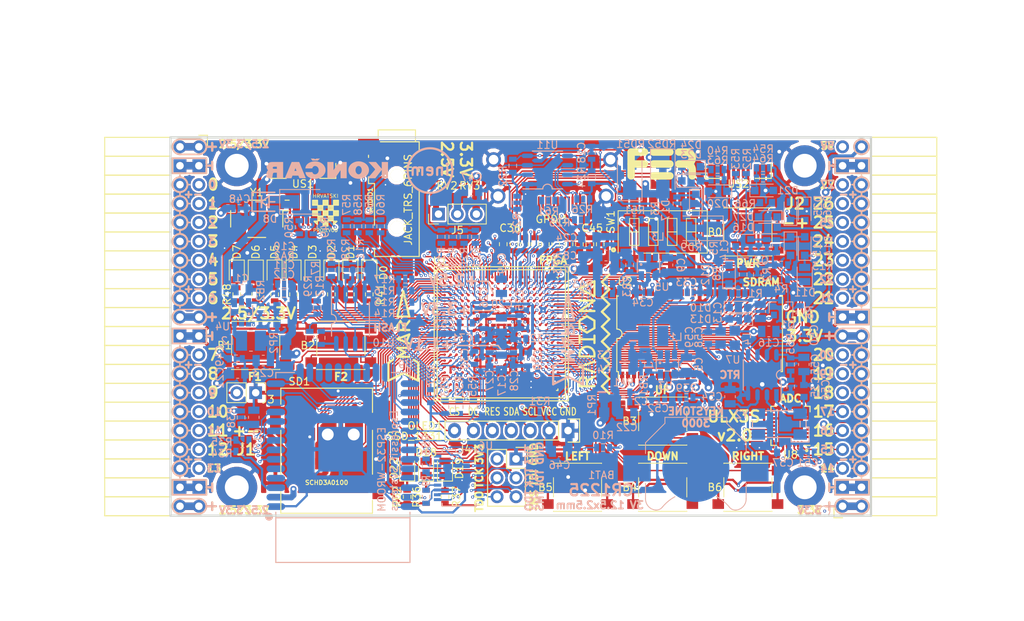
<source format=kicad_pcb>
(kicad_pcb (version 20171130) (host pcbnew 5.0.0-rc3+dfsg1-1)
  (layers (0 F.Cu signal) (1 In1.Cu signal) (2 In2.Cu signal) (31 B.Cu signal) (34 B.Paste user) (35 F.Paste user) (36 B.SilkS user) (37 F.SilkS user) (38 B.Mask user) (39 F.Mask user) (44 Edge.Cuts user))
  (net 0 "")
  (net 1 GND)
  (net 2 +5V)
  (net 3 /gpio/IN5V)
  (net 4 /gpio/OUT5V)
  (net 5 +3V3)
  (net 6 BTN_D)
  (net 7 BTN_F1)
  (net 8 BTN_F2)
  (net 9 BTN_L)
  (net 10 BTN_R)
  (net 11 BTN_U)
  (net 12 /power/FB1)
  (net 13 +2V5)
  (net 14 /power/PWREN)
  (net 15 /power/FB3)
  (net 16 /power/FB2)
  (net 17 /power/VBAT)
  (net 18 JTAG_TDI)
  (net 19 JTAG_TCK)
  (net 20 JTAG_TMS)
  (net 21 JTAG_TDO)
  (net 22 /power/WAKEUPn)
  (net 23 /power/WKUP)
  (net 24 /power/SHUT)
  (net 25 /power/WAKE)
  (net 26 /power/HOLD)
  (net 27 /power/WKn)
  (net 28 /power/OSCI_32k)
  (net 29 /power/OSCO_32k)
  (net 30 SHUTDOWN)
  (net 31 GPDI_SDA)
  (net 32 GPDI_SCL)
  (net 33 /gpdi/VREF2)
  (net 34 SD_CMD)
  (net 35 SD_CLK)
  (net 36 SD_D0)
  (net 37 SD_D1)
  (net 38 USB5V)
  (net 39 GPDI_CEC)
  (net 40 nRESET)
  (net 41 FTDI_nDTR)
  (net 42 SDRAM_CKE)
  (net 43 SDRAM_A7)
  (net 44 SDRAM_D15)
  (net 45 SDRAM_BA1)
  (net 46 SDRAM_D7)
  (net 47 SDRAM_A6)
  (net 48 SDRAM_CLK)
  (net 49 SDRAM_D13)
  (net 50 SDRAM_BA0)
  (net 51 SDRAM_D6)
  (net 52 SDRAM_A5)
  (net 53 SDRAM_D14)
  (net 54 SDRAM_A11)
  (net 55 SDRAM_D12)
  (net 56 SDRAM_D5)
  (net 57 SDRAM_A4)
  (net 58 SDRAM_A10)
  (net 59 SDRAM_D11)
  (net 60 SDRAM_A3)
  (net 61 SDRAM_D4)
  (net 62 SDRAM_D10)
  (net 63 SDRAM_D9)
  (net 64 SDRAM_A9)
  (net 65 SDRAM_D3)
  (net 66 SDRAM_D8)
  (net 67 SDRAM_A8)
  (net 68 SDRAM_A2)
  (net 69 SDRAM_A1)
  (net 70 SDRAM_A0)
  (net 71 SDRAM_D2)
  (net 72 SDRAM_D1)
  (net 73 SDRAM_D0)
  (net 74 SDRAM_DQM0)
  (net 75 SDRAM_nCS)
  (net 76 SDRAM_nRAS)
  (net 77 SDRAM_DQM1)
  (net 78 SDRAM_nCAS)
  (net 79 SDRAM_nWE)
  (net 80 /flash/FLASH_nWP)
  (net 81 /flash/FLASH_nHOLD)
  (net 82 /flash/FLASH_MOSI)
  (net 83 /flash/FLASH_MISO)
  (net 84 /flash/FLASH_SCK)
  (net 85 /flash/FLASH_nCS)
  (net 86 /flash/FPGA_PROGRAMN)
  (net 87 /flash/FPGA_DONE)
  (net 88 /flash/FPGA_INITN)
  (net 89 OLED_RES)
  (net 90 OLED_DC)
  (net 91 OLED_CS)
  (net 92 WIFI_EN)
  (net 93 FTDI_nRTS)
  (net 94 FTDI_TXD)
  (net 95 FTDI_RXD)
  (net 96 WIFI_RXD)
  (net 97 WIFI_GPIO0)
  (net 98 WIFI_TXD)
  (net 99 USB_FTDI_D+)
  (net 100 USB_FTDI_D-)
  (net 101 SD_D3)
  (net 102 AUDIO_L3)
  (net 103 AUDIO_L2)
  (net 104 AUDIO_L1)
  (net 105 AUDIO_L0)
  (net 106 AUDIO_R3)
  (net 107 AUDIO_R2)
  (net 108 AUDIO_R1)
  (net 109 AUDIO_R0)
  (net 110 OLED_CLK)
  (net 111 OLED_MOSI)
  (net 112 LED0)
  (net 113 LED1)
  (net 114 LED2)
  (net 115 LED3)
  (net 116 LED4)
  (net 117 LED5)
  (net 118 LED6)
  (net 119 LED7)
  (net 120 BTN_PWRn)
  (net 121 FTDI_nTXLED)
  (net 122 FTDI_nSLEEP)
  (net 123 /blinkey/LED_PWREN)
  (net 124 /blinkey/LED_TXLED)
  (net 125 /sdcard/SD3V3)
  (net 126 SD_D2)
  (net 127 CLK_25MHz)
  (net 128 /blinkey/BTNPUL)
  (net 129 /blinkey/BTNPUR)
  (net 130 USB_FPGA_D+)
  (net 131 /power/FTDI_nSUSPEND)
  (net 132 /blinkey/ALED0)
  (net 133 /blinkey/ALED1)
  (net 134 /blinkey/ALED2)
  (net 135 /blinkey/ALED3)
  (net 136 /blinkey/ALED4)
  (net 137 /blinkey/ALED5)
  (net 138 /blinkey/ALED6)
  (net 139 /blinkey/ALED7)
  (net 140 /usb/FTD-)
  (net 141 /usb/FTD+)
  (net 142 ADC_MISO)
  (net 143 ADC_MOSI)
  (net 144 ADC_CSn)
  (net 145 ADC_SCLK)
  (net 146 SW3)
  (net 147 SW2)
  (net 148 SW1)
  (net 149 USB_FPGA_D-)
  (net 150 /usb/FPD+)
  (net 151 /usb/FPD-)
  (net 152 WIFI_GPIO16)
  (net 153 /usb/ANT_433MHz)
  (net 154 /power/PWRBTn)
  (net 155 PROG_DONE)
  (net 156 /power/P3V3)
  (net 157 /power/P2V5)
  (net 158 /power/L1)
  (net 159 /power/L3)
  (net 160 /power/L2)
  (net 161 FTDI_TXDEN)
  (net 162 SDRAM_A12)
  (net 163 /analog/AUDIO_V)
  (net 164 AUDIO_V3)
  (net 165 AUDIO_V2)
  (net 166 AUDIO_V1)
  (net 167 AUDIO_V0)
  (net 168 /blinkey/LED_WIFI)
  (net 169 /power/P1V1)
  (net 170 +1V1)
  (net 171 SW4)
  (net 172 /blinkey/SWPU)
  (net 173 /wifi/WIFIEN)
  (net 174 FT2V5)
  (net 175 GN0)
  (net 176 GP0)
  (net 177 GN1)
  (net 178 GP1)
  (net 179 GN2)
  (net 180 GP2)
  (net 181 GN3)
  (net 182 GP3)
  (net 183 GN4)
  (net 184 GP4)
  (net 185 GN5)
  (net 186 GP5)
  (net 187 GN6)
  (net 188 GP6)
  (net 189 GN14)
  (net 190 GP14)
  (net 191 GN15)
  (net 192 GP15)
  (net 193 GN16)
  (net 194 GP16)
  (net 195 GN17)
  (net 196 GP17)
  (net 197 GN18)
  (net 198 GP18)
  (net 199 GN19)
  (net 200 GP19)
  (net 201 GN20)
  (net 202 GP20)
  (net 203 GN21)
  (net 204 GP21)
  (net 205 GN22)
  (net 206 GP22)
  (net 207 GN23)
  (net 208 GP23)
  (net 209 GN24)
  (net 210 GP24)
  (net 211 GN25)
  (net 212 GP25)
  (net 213 GN26)
  (net 214 GP26)
  (net 215 GN27)
  (net 216 GP27)
  (net 217 GN7)
  (net 218 GP7)
  (net 219 GN8)
  (net 220 GP8)
  (net 221 GN9)
  (net 222 GP9)
  (net 223 GN10)
  (net 224 GP10)
  (net 225 GN11)
  (net 226 GP11)
  (net 227 GN12)
  (net 228 GP12)
  (net 229 GN13)
  (net 230 GP13)
  (net 231 WIFI_GPIO5)
  (net 232 WIFI_GPIO17)
  (net 233 USB_FPGA_PULL_D+)
  (net 234 USB_FPGA_PULL_D-)
  (net 235 "Net-(D23-Pad2)")
  (net 236 "Net-(D24-Pad1)")
  (net 237 "Net-(D25-Pad2)")
  (net 238 "Net-(D26-Pad1)")
  (net 239 /gpdi/GPDI_ETH+)
  (net 240 FPDI_ETH+)
  (net 241 /gpdi/GPDI_ETH-)
  (net 242 FPDI_ETH-)
  (net 243 /gpdi/GPDI_D2-)
  (net 244 FPDI_D2-)
  (net 245 /gpdi/GPDI_D1-)
  (net 246 FPDI_D1-)
  (net 247 /gpdi/GPDI_D0-)
  (net 248 FPDI_D0-)
  (net 249 /gpdi/GPDI_CLK-)
  (net 250 FPDI_CLK-)
  (net 251 /gpdi/GPDI_D2+)
  (net 252 FPDI_D2+)
  (net 253 /gpdi/GPDI_D1+)
  (net 254 FPDI_D1+)
  (net 255 /gpdi/GPDI_D0+)
  (net 256 FPDI_D0+)
  (net 257 /gpdi/GPDI_CLK+)
  (net 258 FPDI_CLK+)
  (net 259 FPDI_SDA)
  (net 260 FPDI_SCL)
  (net 261 /gpdi/FPDI_CEC)
  (net 262 2V5_3V3)
  (net 263 "Net-(AUDIO1-Pad5)")
  (net 264 "Net-(AUDIO1-Pad6)")
  (net 265 "Net-(U1-PadA15)")
  (net 266 "Net-(U1-PadC9)")
  (net 267 "Net-(U1-PadD9)")
  (net 268 "Net-(U1-PadD10)")
  (net 269 "Net-(U1-PadD11)")
  (net 270 "Net-(U1-PadD12)")
  (net 271 "Net-(U1-PadE6)")
  (net 272 "Net-(U1-PadE9)")
  (net 273 "Net-(U1-PadE10)")
  (net 274 "Net-(U1-PadE11)")
  (net 275 "Net-(U1-PadJ4)")
  (net 276 "Net-(U1-PadJ5)")
  (net 277 "Net-(U1-PadK5)")
  (net 278 "Net-(U1-PadL5)")
  (net 279 "Net-(U1-PadM4)")
  (net 280 "Net-(U1-PadM5)")
  (net 281 SD_CD)
  (net 282 SD_WP)
  (net 283 "Net-(U1-PadR3)")
  (net 284 "Net-(U1-PadT16)")
  (net 285 "Net-(U1-PadW4)")
  (net 286 "Net-(U1-PadW5)")
  (net 287 "Net-(U1-PadW8)")
  (net 288 "Net-(U1-PadW9)")
  (net 289 "Net-(U1-PadW13)")
  (net 290 "Net-(U1-PadW14)")
  (net 291 "Net-(U1-PadW17)")
  (net 292 "Net-(U1-PadW18)")
  (net 293 FTDI_nRXLED)
  (net 294 "Net-(U8-Pad12)")
  (net 295 "Net-(U8-Pad25)")
  (net 296 "Net-(U9-Pad32)")
  (net 297 "Net-(U9-Pad22)")
  (net 298 "Net-(U9-Pad21)")
  (net 299 "Net-(U9-Pad20)")
  (net 300 "Net-(U9-Pad19)")
  (net 301 "Net-(U9-Pad18)")
  (net 302 "Net-(U9-Pad17)")
  (net 303 "Net-(U9-Pad12)")
  (net 304 "Net-(U9-Pad5)")
  (net 305 "Net-(U9-Pad4)")
  (net 306 "Net-(US1-Pad4)")
  (net 307 "Net-(Y2-Pad3)")
  (net 308 "Net-(Y2-Pad2)")
  (net 309 "Net-(U1-PadK16)")
  (net 310 "Net-(U1-PadK17)")
  (net 311 /usb/US2VBUS)
  (net 312 /power/SHD)
  (net 313 /power/RTCVDD)
  (net 314 "Net-(D27-Pad2)")
  (net 315 US2_ID)
  (net 316 /analog/AUDIO_L)
  (net 317 /analog/AUDIO_R)
  (net 318 /analog/ADC3V3)
  (module Capacitor_SMD:C_0603_1608Metric (layer B.Cu) (at 102.863 91.156)
    (fp_text reference C49 (at -2.159 -0.399 90) (layer B.SilkS) (effects (justify mirror)))
    (fp_text value 22nF)
    (pad 2 smd rect (at 0.875 0) (size 0.67 1) (layers B.Cu B.Paste B.Mask) (net 1 GND))
    (pad 1 smd rect (at -0.875 0) (size 0.67 1) (layers B.Cu B.Paste B.Mask) (net 262 2V5_3V3))
  )
  (module conn-fci:CONN-10029449-111RLF (layer F.Cu) (at 145.296 69.312 180)
    (fp_text reference GPDI1 (at 0 -3.1115 180) (layer F.SilkS))
    (fp_text value GPDI-D)
    (pad 19 smd rect (at -4.25 -1 180) (size 0.3 1.9) (layers F.Cu F.Paste F.Mask) (net 241 /gpdi/GPDI_ETH-))
    (pad 18 smd rect (at -3.75 -1 180) (size 0.3 1.9) (layers F.Cu F.Paste F.Mask) (net 2 +5V))
    (pad 17 smd rect (at -3.25 -1 180) (size 0.3 1.9) (layers F.Cu F.Paste F.Mask) (net 1 GND))
    (pad 16 smd rect (at -2.75 -1 180) (size 0.3 1.9) (layers F.Cu F.Paste F.Mask) (net 31 GPDI_SDA))
    (pad 15 smd rect (at -2.25 -1 180) (size 0.3 1.9) (layers F.Cu F.Paste F.Mask) (net 32 GPDI_SCL))
    (pad 14 smd rect (at -1.75 -1 180) (size 0.3 1.9) (layers F.Cu F.Paste F.Mask) (net 239 /gpdi/GPDI_ETH+))
    (pad 13 smd rect (at -1.25 -1 180) (size 0.3 1.9) (layers F.Cu F.Paste F.Mask) (net 39 GPDI_CEC))
    (pad 12 smd rect (at -0.75 -1 180) (size 0.3 1.9) (layers F.Cu F.Paste F.Mask) (net 249 /gpdi/GPDI_CLK-))
    (pad 11 smd rect (at -0.25 -1 180) (size 0.3 1.9) (layers F.Cu F.Paste F.Mask) (net 1 GND))
    (pad 10 smd rect (at 0.25 -1 180) (size 0.3 1.9) (layers F.Cu F.Paste F.Mask) (net 257 /gpdi/GPDI_CLK+))
    (pad 9 smd rect (at 0.75 -1 180) (size 0.3 1.9) (layers F.Cu F.Paste F.Mask) (net 247 /gpdi/GPDI_D0-))
    (pad 8 smd rect (at 1.25 -1 180) (size 0.3 1.9) (layers F.Cu F.Paste F.Mask) (net 1 GND))
    (pad 7 smd rect (at 1.75 -1 180) (size 0.3 1.9) (layers F.Cu F.Paste F.Mask) (net 255 /gpdi/GPDI_D0+))
    (pad 6 smd rect (at 2.25 -1 180) (size 0.3 1.9) (layers F.Cu F.Paste F.Mask) (net 245 /gpdi/GPDI_D1-))
    (pad 5 smd rect (at 2.75 -1 180) (size 0.3 1.9) (layers F.Cu F.Paste F.Mask) (net 1 GND))
    (pad 4 smd rect (at 3.25 -1 180) (size 0.3 1.9) (layers F.Cu F.Paste F.Mask) (net 253 /gpdi/GPDI_D1+))
    (pad 3 smd rect (at 3.75 -1 180) (size 0.3 1.9) (layers F.Cu F.Paste F.Mask) (net 243 /gpdi/GPDI_D2-))
    (pad 2 smd rect (at 4.25 -1 180) (size 0.3 1.9) (layers F.Cu F.Paste F.Mask) (net 1 GND))
    (pad 1 smd rect (at 4.75 -1 180) (size 0.3 1.9) (layers F.Cu F.Paste F.Mask) (net 251 /gpdi/GPDI_D2+))
    (pad 0 thru_hole circle (at -7.25 0 180) (size 2 2) (drill 1.3) (layers *.Cu *.Mask F.Paste) (net 1 GND))
    (pad 0 thru_hole circle (at 7.25 0 180) (size 2 2) (drill 1.3) (layers *.Cu *.Mask F.Paste) (net 1 GND))
    (pad 0 thru_hole circle (at -7.85 4.9 180) (size 2 2) (drill 1.3) (layers *.Cu *.Mask F.Paste) (net 1 GND))
    (pad 0 thru_hole circle (at 7.85 4.9 180) (size 2 2) (drill 1.3) (layers *.Cu *.Mask F.Paste) (net 1 GND))
  )
  (module jumper:R_0805_2012Metric_Pad1.29x1.40mm_HandSolder_Jumper_NC (layer B.Cu) (at 149.472 78.311 270)
    (fp_text reference RP3 (at 0 3.414 270) (layer B.SilkS) (effects (justify mirror)))
    (fp_text value 0)
    (fp_line (start -1 0) (end 1 0) (layer B.Cu) (width 1))
    (pad 2 smd rect (at 0.9675 0 270) (size 1.295 1.4) (layers B.Cu B.Mask) (net 5 +3V3))
    (pad 1 smd rect (at -0.9675 0 270) (size 1.295 1.4) (layers B.Cu B.Mask) (net 156 /power/P3V3))
  )
  (module jumper:R_0805_2012Metric_Pad1.29x1.40mm_HandSolder_Jumper_NC (layer B.Cu) (at 109.609 89.632 270)
    (fp_text reference RP2 (at -0.635 1.651 270) (layer B.SilkS) (effects (justify mirror)))
    (fp_text value 0)
    (fp_line (start -1 0) (end 1 0) (layer B.Cu) (width 1))
    (pad 2 smd rect (at 0.9675 0 270) (size 1.295 1.4) (layers B.Cu B.Mask) (net 13 +2V5))
    (pad 1 smd rect (at -0.9675 0 270) (size 1.295 1.4) (layers B.Cu B.Mask) (net 157 /power/P2V5))
  )
  (module jumper:R_0805_2012Metric_Pad1.29x1.40mm_HandSolder_Jumper_NC (layer B.Cu) (at 152.281 97.361 270)
    (fp_text reference RP1 (at 0 1.65 270) (layer B.SilkS) (effects (justify mirror)))
    (fp_text value 0)
    (fp_line (start -1 0) (end 1 0) (layer B.Cu) (width 1))
    (pad 2 smd rect (at 0.9675 0 270) (size 1.295 1.4) (layers B.Cu B.Mask) (net 170 +1V1))
    (pad 1 smd rect (at -0.9675 0 270) (size 1.295 1.4) (layers B.Cu B.Mask) (net 169 /power/P1V1))
  )
  (module jumper:D_SMA_Jumper_NC (layer B.Cu) (at 164.854 73.63 180)
    (fp_text reference RD9 (at 0.889 -2.54 180) (layer B.SilkS) (effects (justify mirror)))
    (fp_text value 0)
    (fp_line (start -2 0) (end 2 0) (layer B.Cu) (width 1))
    (pad 2 smd rect (at 2 0 180) (size 2.5 1.8) (layers B.Cu B.Mask) (net 2 +5V))
    (pad 1 smd rect (at -2 0 180) (size 2.5 1.8) (layers B.Cu B.Mask) (net 311 /usb/US2VBUS))
  )
  (module jumper:D_SMA_Jumper_NC (layer B.Cu) (at 160.155 66.391 270)
    (fp_text reference RD52 (at -4.064 0.127) (layer B.SilkS) (effects (justify mirror)))
    (fp_text value 0)
    (fp_line (start -2 0) (end 2 0) (layer B.Cu) (width 1))
    (pad 2 smd rect (at 2 0 270) (size 2.5 1.8) (layers B.Cu B.Mask) (net 2 +5V))
    (pad 1 smd rect (at -2 0 270) (size 2.5 1.8) (layers B.Cu B.Mask) (net 4 /gpio/OUT5V))
  )
  (module jumper:D_SMA_Jumper_NC (layer B.Cu) (at 155.71 66.518 90)
    (fp_text reference RD51 (at 4.191 0.127 180) (layer B.SilkS) (effects (justify mirror)))
    (fp_text value 0)
    (fp_line (start -2 0) (end 2 0) (layer B.Cu) (width 1))
    (pad 2 smd rect (at 2 0 90) (size 2.5 1.8) (layers B.Cu B.Mask) (net 3 /gpio/IN5V))
    (pad 1 smd rect (at -2 0 90) (size 2.5 1.8) (layers B.Cu B.Mask) (net 2 +5V))
  )
  (module dipswitch:SW_DIP_x4_W8.61mm_Slide_LowProfile (layer F.Cu) (at 160.14 74.12 90)
    (fp_text reference SW1 (at 1.379 -6.97 90) (layer F.SilkS))
    (fp_text value SW_DIP_x04)
    (pad 8 smd rect (at 4.305 -3.81 90) (size 2.44 1.12) (layers F.Cu F.Paste F.Mask) (net 148 SW1))
    (pad 4 smd rect (at -4.305 3.81 90) (size 2.44 1.12) (layers F.Cu F.Paste F.Mask) (net 172 /blinkey/SWPU))
    (pad 7 smd rect (at 4.305 -1.27 90) (size 2.44 1.12) (layers F.Cu F.Paste F.Mask) (net 147 SW2))
    (pad 3 smd rect (at -4.305 1.27 90) (size 2.44 1.12) (layers F.Cu F.Paste F.Mask) (net 172 /blinkey/SWPU))
    (pad 6 smd rect (at 4.305 1.27 90) (size 2.44 1.12) (layers F.Cu F.Paste F.Mask) (net 146 SW3))
    (pad 2 smd rect (at -4.305 -1.27 90) (size 2.44 1.12) (layers F.Cu F.Paste F.Mask) (net 172 /blinkey/SWPU))
    (pad 5 smd rect (at 4.305 3.81 90) (size 2.44 1.12) (layers F.Cu F.Paste F.Mask) (net 171 SW4))
    (pad 1 smd rect (at -4.305 -3.81 90) (size 2.44 1.12) (layers F.Cu F.Paste F.Mask) (net 172 /blinkey/SWPU))
  )
  (module Keystone_3000_1x12mm-CoinCell:Keystone_3000_1x12mm-CoinCell (layer B.Cu) (at 164.585 105.87 90)
    (fp_text reference BAT1 (at -0.907 -12.685 180) (layer B.SilkS) (effects (justify mirror)))
    (fp_text value CR1225)
    (pad 1 smd rect (at 0 7.9 180) (size 3.7 3.5) (layers B.Cu B.Paste B.Mask) (net 17 /power/VBAT) (clearance 0.7))
    (pad 1 smd rect (at 0 -7.9 180) (size 3.7 3.5) (layers B.Cu B.Paste B.Mask) (net 17 /power/VBAT) (clearance 0.7))
    (pad 2 smd circle (at 0 0 180) (size 9 9) (layers B.Cu B.Mask) (net 1 GND))
  )
  (module SM8:SM8 (layer B.Cu) (at 144.68 65.8015 90)
    (fp_text reference U11 (at 3.3475 -0.019 -180) (layer B.SilkS) (effects (justify mirror)))
    (fp_text value PCA9306D)
    (pad 1 smd rect (at -1.905 -2.7) (size 1.55 0.6) (layers B.Cu B.Paste B.Mask) (net 1 GND))
    (pad 2 smd oval (at -0.635 -2.7) (size 1.55 0.6) (layers B.Cu B.Paste B.Mask) (net 13 +2V5))
    (pad 3 smd oval (at 0.635 -2.7) (size 1.55 0.6) (layers B.Cu B.Paste B.Mask) (net 260 FPDI_SCL))
    (pad 4 smd oval (at 1.905 -2.7) (size 1.55 0.6) (layers B.Cu B.Paste B.Mask) (net 259 FPDI_SDA))
    (pad 5 smd oval (at 1.905 2.7) (size 1.55 0.6) (layers B.Cu B.Paste B.Mask) (net 31 GPDI_SDA))
    (pad 6 smd oval (at 0.635 2.7) (size 1.55 0.6) (layers B.Cu B.Paste B.Mask) (net 32 GPDI_SCL))
    (pad 7 smd oval (at -0.635 2.7) (size 1.55 0.6) (layers B.Cu B.Paste B.Mask) (net 33 /gpdi/VREF2))
    (pad 8 smd oval (at -1.905 2.7) (size 1.55 0.6) (layers B.Cu B.Paste B.Mask) (net 5 +3V3))
  )
  (module TSOP54:TSOP54 (layer F.Cu) (at 165.093 87.8 90)
    (fp_text reference U2 (at 6.98 -9.993 180) (layer F.SilkS))
    (fp_text value MT48LC16M16A2TG)
    (pad 28 smd rect (at 5.53 10.4 90) (size 0.9 0.56) (layers F.Cu F.Paste F.Mask) (net 1 GND))
    (pad 1 smd rect (at -5.53 -10.4 90) (size 0.9 0.56) (layers F.Cu F.Paste F.Mask) (net 5 +3V3))
    (pad 2 smd rect (at -5.53 -9.6 90) (size 0.9 0.56) (layers F.Cu F.Paste F.Mask) (net 73 SDRAM_D0))
    (pad 3 smd rect (at -5.53 -8.8 90) (size 0.9 0.56) (layers F.Cu F.Paste F.Mask) (net 5 +3V3))
    (pad 4 smd rect (at -5.53 -8 90) (size 0.9 0.56) (layers F.Cu F.Paste F.Mask) (net 72 SDRAM_D1))
    (pad 5 smd rect (at -5.53 -7.2 90) (size 0.9 0.56) (layers F.Cu F.Paste F.Mask) (net 71 SDRAM_D2))
    (pad 6 smd rect (at -5.53 -6.4 90) (size 0.9 0.56) (layers F.Cu F.Paste F.Mask) (net 1 GND))
    (pad 7 smd rect (at -5.53 -5.6 90) (size 0.9 0.56) (layers F.Cu F.Paste F.Mask) (net 65 SDRAM_D3))
    (pad 8 smd rect (at -5.53 -4.8 90) (size 0.9 0.56) (layers F.Cu F.Paste F.Mask) (net 61 SDRAM_D4))
    (pad 9 smd rect (at -5.53 -4 90) (size 0.9 0.56) (layers F.Cu F.Paste F.Mask) (net 5 +3V3))
    (pad 10 smd rect (at -5.53 -3.2 90) (size 0.9 0.56) (layers F.Cu F.Paste F.Mask) (net 56 SDRAM_D5))
    (pad 11 smd rect (at -5.53 -2.4 90) (size 0.9 0.56) (layers F.Cu F.Paste F.Mask) (net 51 SDRAM_D6))
    (pad 12 smd rect (at -5.53 -1.6 90) (size 0.9 0.56) (layers F.Cu F.Paste F.Mask) (net 1 GND))
    (pad 13 smd rect (at -5.53 -0.8 90) (size 0.9 0.56) (layers F.Cu F.Paste F.Mask) (net 46 SDRAM_D7))
    (pad 14 smd rect (at -5.53 0 90) (size 0.9 0.56) (layers F.Cu F.Paste F.Mask) (net 5 +3V3))
    (pad 15 smd rect (at -5.53 0.8 90) (size 0.9 0.56) (layers F.Cu F.Paste F.Mask) (net 74 SDRAM_DQM0))
    (pad 16 smd rect (at -5.53 1.6 90) (size 0.9 0.56) (layers F.Cu F.Paste F.Mask) (net 79 SDRAM_nWE))
    (pad 17 smd rect (at -5.53 2.4 90) (size 0.9 0.56) (layers F.Cu F.Paste F.Mask) (net 78 SDRAM_nCAS))
    (pad 18 smd rect (at -5.53 3.2 90) (size 0.9 0.56) (layers F.Cu F.Paste F.Mask) (net 76 SDRAM_nRAS))
    (pad 19 smd rect (at -5.53 4 90) (size 0.9 0.56) (layers F.Cu F.Paste F.Mask) (net 75 SDRAM_nCS))
    (pad 20 smd rect (at -5.53 4.8 90) (size 0.9 0.56) (layers F.Cu F.Paste F.Mask) (net 50 SDRAM_BA0))
    (pad 21 smd rect (at -5.53 5.6 90) (size 0.9 0.56) (layers F.Cu F.Paste F.Mask) (net 45 SDRAM_BA1))
    (pad 22 smd rect (at -5.53 6.4 90) (size 0.9 0.56) (layers F.Cu F.Paste F.Mask) (net 58 SDRAM_A10))
    (pad 23 smd rect (at -5.53 7.2 90) (size 0.9 0.56) (layers F.Cu F.Paste F.Mask) (net 70 SDRAM_A0))
    (pad 24 smd rect (at -5.53 8 90) (size 0.9 0.56) (layers F.Cu F.Paste F.Mask) (net 69 SDRAM_A1))
    (pad 25 smd rect (at -5.53 8.8 90) (size 0.9 0.56) (layers F.Cu F.Paste F.Mask) (net 68 SDRAM_A2))
    (pad 26 smd rect (at -5.53 9.6 90) (size 0.9 0.56) (layers F.Cu F.Paste F.Mask) (net 60 SDRAM_A3))
    (pad 27 smd rect (at -5.53 10.4 90) (size 0.9 0.56) (layers F.Cu F.Paste F.Mask) (net 5 +3V3))
    (pad 29 smd rect (at 5.53 9.6 90) (size 0.9 0.56) (layers F.Cu F.Paste F.Mask) (net 57 SDRAM_A4))
    (pad 30 smd rect (at 5.53 8.8 90) (size 0.9 0.56) (layers F.Cu F.Paste F.Mask) (net 52 SDRAM_A5))
    (pad 31 smd rect (at 5.53 8 90) (size 0.9 0.56) (layers F.Cu F.Paste F.Mask) (net 47 SDRAM_A6))
    (pad 32 smd rect (at 5.53 7.2 90) (size 0.9 0.56) (layers F.Cu F.Paste F.Mask) (net 43 SDRAM_A7))
    (pad 33 smd rect (at 5.53 6.4 90) (size 0.9 0.56) (layers F.Cu F.Paste F.Mask) (net 67 SDRAM_A8))
    (pad 34 smd rect (at 5.53 5.6 90) (size 0.9 0.56) (layers F.Cu F.Paste F.Mask) (net 64 SDRAM_A9))
    (pad 35 smd rect (at 5.53 4.8 90) (size 0.9 0.56) (layers F.Cu F.Paste F.Mask) (net 54 SDRAM_A11))
    (pad 36 smd rect (at 5.53 4 90) (size 0.9 0.56) (layers F.Cu F.Paste F.Mask) (net 162 SDRAM_A12))
    (pad 37 smd rect (at 5.53 3.2 90) (size 0.9 0.56) (layers F.Cu F.Paste F.Mask) (net 42 SDRAM_CKE))
    (pad 38 smd rect (at 5.53 2.4 90) (size 0.9 0.56) (layers F.Cu F.Paste F.Mask) (net 48 SDRAM_CLK))
    (pad 39 smd rect (at 5.53 1.6 90) (size 0.9 0.56) (layers F.Cu F.Paste F.Mask) (net 77 SDRAM_DQM1))
    (pad 40 smd rect (at 5.53 0.8 90) (size 0.9 0.56) (layers F.Cu F.Paste F.Mask))
    (pad 41 smd rect (at 5.53 0 90) (size 0.9 0.56) (layers F.Cu F.Paste F.Mask) (net 1 GND))
    (pad 42 smd rect (at 5.53 -0.8 90) (size 0.9 0.56) (layers F.Cu F.Paste F.Mask) (net 66 SDRAM_D8))
    (pad 43 smd rect (at 5.53 -1.6 90) (size 0.9 0.56) (layers F.Cu F.Paste F.Mask) (net 5 +3V3))
    (pad 44 smd rect (at 5.53 -2.4 90) (size 0.9 0.56) (layers F.Cu F.Paste F.Mask) (net 63 SDRAM_D9))
    (pad 45 smd rect (at 5.53 -3.2 90) (size 0.9 0.56) (layers F.Cu F.Paste F.Mask) (net 62 SDRAM_D10))
    (pad 46 smd rect (at 5.53 -4 90) (size 0.9 0.56) (layers F.Cu F.Paste F.Mask) (net 1 GND))
    (pad 47 smd rect (at 5.53 -4.8 90) (size 0.9 0.56) (layers F.Cu F.Paste F.Mask) (net 59 SDRAM_D11))
    (pad 48 smd rect (at 5.53 -5.6 90) (size 0.9 0.56) (layers F.Cu F.Paste F.Mask) (net 55 SDRAM_D12))
    (pad 49 smd rect (at 5.53 -6.4 90) (size 0.9 0.56) (layers F.Cu F.Paste F.Mask) (net 5 +3V3))
    (pad 50 smd rect (at 5.53 -7.2 90) (size 0.9 0.56) (layers F.Cu F.Paste F.Mask) (net 49 SDRAM_D13))
    (pad 51 smd rect (at 5.53 -8 90) (size 0.9 0.56) (layers F.Cu F.Paste F.Mask) (net 53 SDRAM_D14))
    (pad 52 smd rect (at 5.53 -8.8 90) (size 0.9 0.56) (layers F.Cu F.Paste F.Mask) (net 1 GND))
    (pad 53 smd rect (at 5.53 -9.6 90) (size 0.9 0.56) (layers F.Cu F.Paste F.Mask) (net 44 SDRAM_D15))
    (pad 54 smd rect (at 5.53 -10.4 90) (size 0.9 0.56) (layers F.Cu F.Paste F.Mask) (net 1 GND))
  )
  (module SOA008-150mil:SOA008-150-208mil (layer B.Cu) (at 118.245 85.822 270)
    (fp_text reference U10 (at 3.175 -4.445) (layer B.SilkS) (effects (justify mirror)))
    (fp_text value IS25LP128F-JBLE)
    (pad 1 smd rect (at -3.302 1.905 270) (size 2.1 0.6) (layers B.Cu B.Paste B.Mask) (net 85 /flash/FLASH_nCS))
    (pad 2 smd oval (at -3.302 0.635 270) (size 2.1 0.6) (layers B.Cu B.Paste B.Mask) (net 83 /flash/FLASH_MISO))
    (pad 3 smd oval (at -3.302 -0.635 270) (size 2.1 0.6) (layers B.Cu B.Paste B.Mask) (net 80 /flash/FLASH_nWP))
    (pad 4 smd oval (at -3.302 -1.905 270) (size 2.1 0.6) (layers B.Cu B.Paste B.Mask) (net 1 GND))
    (pad 5 smd oval (at 3.302 -1.905 270) (size 2.1 0.6) (layers B.Cu B.Paste B.Mask) (net 82 /flash/FLASH_MOSI))
    (pad 6 smd oval (at 3.302 -0.635 270) (size 2.1 0.6) (layers B.Cu B.Paste B.Mask) (net 84 /flash/FLASH_SCK))
    (pad 7 smd oval (at 3.302 0.635 270) (size 2.1 0.6) (layers B.Cu B.Paste B.Mask) (net 81 /flash/FLASH_nHOLD))
    (pad 8 smd oval (at 3.302 1.905 270) (size 2.1 0.6) (layers B.Cu B.Paste B.Mask) (net 5 +3V3))
  )
  (module SOT96-1:SOT96-1 (layer B.Cu) (at 173.49 93.315 90)
    (fp_text reference U7 (at 2.032 -3.937 180) (layer B.SilkS) (effects (justify mirror)))
    (fp_text value MCP7940NT)
    (pad 1 smd rect (at -2.7 1.905 90) (size 1.55 0.6) (layers B.Cu B.Paste B.Mask) (net 28 /power/OSCI_32k))
    (pad 2 smd oval (at -2.7 0.635 90) (size 1.55 0.6) (layers B.Cu B.Paste B.Mask) (net 29 /power/OSCO_32k))
    (pad 3 smd oval (at -2.7 -0.635 90) (size 1.55 0.6) (layers B.Cu B.Paste B.Mask) (net 17 /power/VBAT))
    (pad 4 smd oval (at -2.7 -1.905 90) (size 1.55 0.6) (layers B.Cu B.Paste B.Mask) (net 1 GND))
    (pad 5 smd oval (at 2.7 -1.905 90) (size 1.55 0.6) (layers B.Cu B.Paste B.Mask) (net 259 FPDI_SDA))
    (pad 6 smd oval (at 2.7 -0.635 90) (size 1.55 0.6) (layers B.Cu B.Paste B.Mask) (net 260 FPDI_SCL))
    (pad 7 smd oval (at 2.7 0.635 90) (size 1.55 0.6) (layers B.Cu B.Paste B.Mask) (net 22 /power/WAKEUPn))
    (pad 8 smd oval (at 2.7 1.905 90) (size 1.55 0.6) (layers B.Cu B.Paste B.Mask) (net 313 /power/RTCVDD))
  )
  (module ft231x:FT231X-SSOP-20_4.4x6.5mm_Pitch0.65mm (layer B.Cu) (at 132.835 107.14 180)
    (fp_text reference U6 (at -3.556 4.318 180) (layer B.SilkS) (effects (justify mirror)))
    (fp_text value FT231XS)
    (pad 20 smd rect (at 2.9 2.925 180) (size 1 0.4) (layers B.Cu B.Paste B.Mask) (net 94 FTDI_TXD))
    (pad 19 smd rect (at 2.9 2.275 180) (size 1 0.4) (layers B.Cu B.Paste B.Mask) (net 122 FTDI_nSLEEP))
    (pad 18 smd rect (at 2.9 1.625 180) (size 1 0.4) (layers B.Cu B.Paste B.Mask) (net 161 FTDI_TXDEN))
    (pad 17 smd rect (at 2.9 0.975 180) (size 1 0.4) (layers B.Cu B.Paste B.Mask) (net 293 FTDI_nRXLED))
    (pad 16 smd rect (at 2.9 0.325 180) (size 1 0.4) (layers B.Cu B.Paste B.Mask) (net 1 GND))
    (pad 15 smd rect (at 2.9 -0.325 180) (size 1 0.4) (layers B.Cu B.Paste B.Mask) (net 38 USB5V))
    (pad 14 smd rect (at 2.9 -0.975 180) (size 1 0.4) (layers B.Cu B.Paste B.Mask) (net 40 nRESET))
    (pad 13 smd rect (at 2.9 -1.625 180) (size 1 0.4) (layers B.Cu B.Paste B.Mask) (net 174 FT2V5))
    (pad 12 smd rect (at 2.9 -2.275 180) (size 1 0.4) (layers B.Cu B.Paste B.Mask) (net 100 USB_FTDI_D-))
    (pad 11 smd rect (at 2.9 -2.925 180) (size 1 0.4) (layers B.Cu B.Paste B.Mask) (net 99 USB_FTDI_D+))
    (pad 10 smd rect (at -2.9 -2.925 180) (size 1 0.4) (layers B.Cu B.Paste B.Mask) (net 121 FTDI_nTXLED))
    (pad 9 smd rect (at -2.9 -2.275 180) (size 1 0.4) (layers B.Cu B.Paste B.Mask) (net 21 JTAG_TDO))
    (pad 8 smd rect (at -2.9 -1.625 180) (size 1 0.4) (layers B.Cu B.Paste B.Mask) (net 20 JTAG_TMS))
    (pad 7 smd rect (at -2.9 -0.975 180) (size 1 0.4) (layers B.Cu B.Paste B.Mask) (net 19 JTAG_TCK))
    (pad 6 smd rect (at -2.9 -0.325 180) (size 1 0.4) (layers B.Cu B.Paste B.Mask) (net 1 GND))
    (pad 5 smd rect (at -2.9 0.325 180) (size 1 0.4) (layers B.Cu B.Paste B.Mask) (net 18 JTAG_TDI))
    (pad 4 smd rect (at -2.9 0.975 180) (size 1 0.4) (layers B.Cu B.Paste B.Mask) (net 95 FTDI_RXD))
    (pad 3 smd rect (at -2.9 1.625 180) (size 1 0.4) (layers B.Cu B.Paste B.Mask) (net 174 FT2V5))
    (pad 2 smd rect (at -2.9 2.275 180) (size 1 0.4) (layers B.Cu B.Paste B.Mask) (net 93 FTDI_nRTS))
    (pad 1 smd rect (at -2.9 2.925 180) (size 1 0.4) (layers B.Cu B.Paste B.Mask) (net 41 FTDI_nDTR))
  )
  (module TSOT-25:TSOT-25 (layer B.Cu) (at 158.235 78.692)
    (fp_text reference U5 (at 1.793 2.812) (layer B.SilkS) (effects (justify mirror)))
    (fp_text value TLV62569DBV)
    (pad 1 smd rect (at -0.95 -1.3) (size 0.7 1.2) (layers B.Cu B.Paste B.Mask) (net 14 /power/PWREN))
    (pad 2 smd rect (at 0 -1.3) (size 0.7 1.2) (layers B.Cu B.Paste B.Mask) (net 1 GND))
    (pad 3 smd rect (at 0.95 -1.3) (size 0.7 1.2) (layers B.Cu B.Paste B.Mask) (net 159 /power/L3))
    (pad 4 smd rect (at 0.95 1.3) (size 0.7 1.2) (layers B.Cu B.Paste B.Mask) (net 2 +5V))
    (pad 5 smd rect (at -0.95 1.3) (size 0.7 1.2) (layers B.Cu B.Paste B.Mask) (net 15 /power/FB3))
  )
  (module TSOT-25:TSOT-25 (layer B.Cu) (at 160.775 91.9)
    (fp_text reference U3 (at -0.295 2.9) (layer B.SilkS) (effects (justify mirror)))
    (fp_text value TLV62569DBV)
    (pad 1 smd rect (at -0.95 -1.3) (size 0.7 1.2) (layers B.Cu B.Paste B.Mask) (net 14 /power/PWREN))
    (pad 2 smd rect (at 0 -1.3) (size 0.7 1.2) (layers B.Cu B.Paste B.Mask) (net 1 GND))
    (pad 3 smd rect (at 0.95 -1.3) (size 0.7 1.2) (layers B.Cu B.Paste B.Mask) (net 158 /power/L1))
    (pad 4 smd rect (at 0.95 1.3) (size 0.7 1.2) (layers B.Cu B.Paste B.Mask) (net 2 +5V))
    (pad 5 smd rect (at -0.95 1.3) (size 0.7 1.2) (layers B.Cu B.Paste B.Mask) (net 12 /power/FB1))
  )
  (module TSOT-25:TSOT-25 (layer B.Cu) (at 103.625 84.915 180)
    (fp_text reference U4 (at 2.54 -1.905 180) (layer B.SilkS) (effects (justify mirror)))
    (fp_text value TLV62569DBV)
    (pad 1 smd rect (at -0.95 -1.3 180) (size 0.7 1.2) (layers B.Cu B.Paste B.Mask) (net 14 /power/PWREN))
    (pad 2 smd rect (at 0 -1.3 180) (size 0.7 1.2) (layers B.Cu B.Paste B.Mask) (net 1 GND))
    (pad 3 smd rect (at 0.95 -1.3 180) (size 0.7 1.2) (layers B.Cu B.Paste B.Mask) (net 160 /power/L2))
    (pad 4 smd rect (at 0.95 1.3 180) (size 0.7 1.2) (layers B.Cu B.Paste B.Mask) (net 2 +5V))
    (pad 5 smd rect (at -0.95 1.3 180) (size 0.7 1.2) (layers B.Cu B.Paste B.Mask) (net 16 /power/FB2))
  )
  (module ESP32:ESP32-WROOM (layer B.Cu) (at 117.23 105.75 180)
    (fp_text reference U9 (at -8.366 13.85 180) (layer B.SilkS) (effects (justify mirror)))
    (fp_text value ESP-WROOM32)
    (fp_text user "Espressif Systems" (at -6.858 0.889 90) (layer B.SilkS) (effects (justify mirror)))
    (fp_text user ESP32-WROOM (at -5.207 -0.254 90) (layer B.SilkS) (effects (justify mirror)))
    (pad 38 smd oval (at -9 -5.25 180) (size 2.5 0.9) (layers B.Cu B.Paste B.Mask) (net 1 GND))
    (pad 37 smd oval (at -9 -3.98 180) (size 2.5 0.9) (layers B.Cu B.Paste B.Mask) (net 18 JTAG_TDI))
    (pad 36 smd oval (at -9 -2.71 180) (size 2.5 0.9) (layers B.Cu B.Paste B.Mask) (net 155 PROG_DONE))
    (pad 35 smd oval (at -9 -1.44 180) (size 2.5 0.9) (layers B.Cu B.Paste B.Mask) (net 98 WIFI_TXD))
    (pad 34 smd oval (at -9 -0.17 180) (size 2.5 0.9) (layers B.Cu B.Paste B.Mask) (net 96 WIFI_RXD))
    (pad 33 smd oval (at -9 1.1 180) (size 2.5 0.9) (layers B.Cu B.Paste B.Mask) (net 20 JTAG_TMS))
    (pad 32 smd oval (at -9 2.37 180) (size 2.5 0.9) (layers B.Cu B.Paste B.Mask) (net 296 "Net-(U9-Pad32)"))
    (pad 31 smd oval (at -9 3.64 180) (size 2.5 0.9) (layers B.Cu B.Paste B.Mask) (net 21 JTAG_TDO))
    (pad 30 smd oval (at -9 4.91 180) (size 2.5 0.9) (layers B.Cu B.Paste B.Mask) (net 19 JTAG_TCK))
    (pad 29 smd oval (at -9 6.18 180) (size 2.5 0.9) (layers B.Cu B.Paste B.Mask) (net 231 WIFI_GPIO5))
    (pad 28 smd oval (at -9 7.45 180) (size 2.5 0.9) (layers B.Cu B.Paste B.Mask) (net 232 WIFI_GPIO17))
    (pad 27 smd oval (at -9 8.72 180) (size 2.5 0.9) (layers B.Cu B.Paste B.Mask) (net 152 WIFI_GPIO16))
    (pad 26 smd oval (at -9 9.99 180) (size 2.5 0.9) (layers B.Cu B.Paste B.Mask) (net 37 SD_D1))
    (pad 25 smd oval (at -9 11.26 180) (size 2.5 0.9) (layers B.Cu B.Paste B.Mask) (net 97 WIFI_GPIO0))
    (pad 24 smd oval (at -5.715 12.75 180) (size 0.9 2.5) (layers B.Cu B.Paste B.Mask) (net 36 SD_D0))
    (pad 23 smd oval (at -4.445 12.75 180) (size 0.9 2.5) (layers B.Cu B.Paste B.Mask) (net 34 SD_CMD))
    (pad 22 smd oval (at -3.175 12.75 180) (size 0.9 2.5) (layers B.Cu B.Paste B.Mask) (net 297 "Net-(U9-Pad22)"))
    (pad 21 smd oval (at -1.905 12.75 180) (size 0.9 2.5) (layers B.Cu B.Paste B.Mask) (net 298 "Net-(U9-Pad21)"))
    (pad 20 smd oval (at -0.635 12.75 180) (size 0.9 2.5) (layers B.Cu B.Paste B.Mask) (net 299 "Net-(U9-Pad20)"))
    (pad 19 smd oval (at 0.635 12.75 180) (size 0.9 2.5) (layers B.Cu B.Paste B.Mask) (net 300 "Net-(U9-Pad19)"))
    (pad 18 smd oval (at 1.905 12.75 180) (size 0.9 2.5) (layers B.Cu B.Paste B.Mask) (net 301 "Net-(U9-Pad18)"))
    (pad 17 smd oval (at 3.175 12.75 180) (size 0.9 2.5) (layers B.Cu B.Paste B.Mask) (net 302 "Net-(U9-Pad17)"))
    (pad 16 smd oval (at 4.445 12.75 180) (size 0.9 2.5) (layers B.Cu B.Paste B.Mask) (net 101 SD_D3))
    (pad 15 smd oval (at 5.715 12.75 180) (size 0.9 2.5) (layers B.Cu B.Paste B.Mask) (net 1 GND))
    (pad 14 smd oval (at 9 11.26 180) (size 2.5 0.9) (layers B.Cu B.Paste B.Mask) (net 126 SD_D2))
    (pad 13 smd oval (at 9 9.99 180) (size 2.5 0.9) (layers B.Cu B.Paste B.Mask) (net 35 SD_CLK))
    (pad 12 smd oval (at 9 8.72 180) (size 2.5 0.9) (layers B.Cu B.Paste B.Mask) (net 303 "Net-(U9-Pad12)"))
    (pad 11 smd oval (at 9 7.45 180) (size 2.5 0.9) (layers B.Cu B.Paste B.Mask) (net 225 GN11))
    (pad 10 smd oval (at 9 6.18 180) (size 2.5 0.9) (layers B.Cu B.Paste B.Mask) (net 226 GP11))
    (pad 9 smd oval (at 9 4.91 180) (size 2.5 0.9) (layers B.Cu B.Paste B.Mask) (net 227 GN12))
    (pad 8 smd oval (at 9 3.64 180) (size 2.5 0.9) (layers B.Cu B.Paste B.Mask) (net 228 GP12))
    (pad 7 smd oval (at 9 2.37 180) (size 2.5 0.9) (layers B.Cu B.Paste B.Mask) (net 229 GN13))
    (pad 6 smd oval (at 9 1.1 180) (size 2.5 0.9) (layers B.Cu B.Paste B.Mask) (net 230 GP13))
    (pad 5 smd oval (at 9 -0.17 180) (size 2.5 0.9) (layers B.Cu B.Paste B.Mask) (net 304 "Net-(U9-Pad5)"))
    (pad 4 smd oval (at 9 -1.44 180) (size 2.5 0.9) (layers B.Cu B.Paste B.Mask) (net 305 "Net-(U9-Pad4)"))
    (pad 3 smd oval (at 9 -2.71 180) (size 2.5 0.9) (layers B.Cu B.Paste B.Mask) (net 173 /wifi/WIFIEN))
    (pad 2 smd oval (at 9 -3.98 180) (size 2.5 0.9) (layers B.Cu B.Paste B.Mask) (net 5 +3V3))
    (pad 1 smd oval (at 9 -5.25 180) (size 2.5 0.9) (layers B.Cu B.Paste B.Mask) (net 1 GND))
    (pad 39 smd rect (at 0.3 2.45 180) (size 6 6) (layers B.Cu B.Paste B.Mask) (net 1 GND))
  )
  (module inem:inem (layer B.Cu) (at 128.913 65.883)
    (fp_text reference REF** hide)
    (fp_text value inem hide)
    (fp_text user inem (at 0 -0.1) (layer B.SilkS) (effects (font (size 1.5 1.5) (thickness 0.3)) (justify mirror)))
  )
  (module fer:fer4mm6 (layer F.Cu) (at 159.901 64.994)
    (fp_text reference fer hide)
    (fp_text value fer hide)
  )
  (module Socket_Strips:Socket_Strip_Angled_2x20 (layer F.Cu) (at 97.91 62.69 270)
    (fp_text reference J1 (at 40.64 -6.35) (layer F.SilkS) (effects (font (size 1.5 1.5) (thickness 0.3))))
    (fp_text value CONN_02X20 hide)
    (pad 1 thru_hole oval (at 0 0 270) (size 1.7272 1.7272) (drill 1.016) (layers *.Cu *.Mask) (net 262 2V5_3V3))
    (pad 2 thru_hole oval (at 0 2.54 270) (size 1.7272 1.7272) (drill 1.016) (layers *.Cu *.Mask) (net 262 2V5_3V3))
    (pad 3 thru_hole rect (at 2.54 0 270) (size 1.7272 1.7272) (drill 1.016) (layers *.Cu *.Mask) (net 1 GND))
    (pad 4 thru_hole rect (at 2.54 2.54 270) (size 1.7272 1.7272) (drill 1.016) (layers *.Cu *.Mask) (net 1 GND))
    (pad 5 thru_hole oval (at 5.08 0 270) (size 1.7272 1.7272) (drill 1.016) (layers *.Cu *.Mask) (net 175 GN0))
    (pad 6 thru_hole oval (at 5.08 2.54 270) (size 1.7272 1.7272) (drill 1.016) (layers *.Cu *.Mask) (net 176 GP0))
    (pad 7 thru_hole oval (at 7.62 0 270) (size 1.7272 1.7272) (drill 1.016) (layers *.Cu *.Mask) (net 177 GN1))
    (pad 8 thru_hole oval (at 7.62 2.54 270) (size 1.7272 1.7272) (drill 1.016) (layers *.Cu *.Mask) (net 178 GP1))
    (pad 9 thru_hole oval (at 10.16 0 270) (size 1.7272 1.7272) (drill 1.016) (layers *.Cu *.Mask) (net 179 GN2))
    (pad 10 thru_hole oval (at 10.16 2.54 270) (size 1.7272 1.7272) (drill 1.016) (layers *.Cu *.Mask) (net 180 GP2))
    (pad 11 thru_hole oval (at 12.7 0 270) (size 1.7272 1.7272) (drill 1.016) (layers *.Cu *.Mask) (net 181 GN3))
    (pad 12 thru_hole oval (at 12.7 2.54 270) (size 1.7272 1.7272) (drill 1.016) (layers *.Cu *.Mask) (net 182 GP3))
    (pad 13 thru_hole oval (at 15.24 0 270) (size 1.7272 1.7272) (drill 1.016) (layers *.Cu *.Mask) (net 183 GN4))
    (pad 14 thru_hole oval (at 15.24 2.54 270) (size 1.7272 1.7272) (drill 1.016) (layers *.Cu *.Mask) (net 184 GP4))
    (pad 15 thru_hole oval (at 17.78 0 270) (size 1.7272 1.7272) (drill 1.016) (layers *.Cu *.Mask) (net 185 GN5))
    (pad 16 thru_hole oval (at 17.78 2.54 270) (size 1.7272 1.7272) (drill 1.016) (layers *.Cu *.Mask) (net 186 GP5))
    (pad 17 thru_hole oval (at 20.32 0 270) (size 1.7272 1.7272) (drill 1.016) (layers *.Cu *.Mask) (net 187 GN6))
    (pad 18 thru_hole oval (at 20.32 2.54 270) (size 1.7272 1.7272) (drill 1.016) (layers *.Cu *.Mask) (net 188 GP6))
    (pad 19 thru_hole oval (at 22.86 0 270) (size 1.7272 1.7272) (drill 1.016) (layers *.Cu *.Mask) (net 262 2V5_3V3))
    (pad 20 thru_hole oval (at 22.86 2.54 270) (size 1.7272 1.7272) (drill 1.016) (layers *.Cu *.Mask) (net 262 2V5_3V3))
    (pad 21 thru_hole rect (at 25.4 0 270) (size 1.7272 1.7272) (drill 1.016) (layers *.Cu *.Mask) (net 1 GND))
    (pad 22 thru_hole rect (at 25.4 2.54 270) (size 1.7272 1.7272) (drill 1.016) (layers *.Cu *.Mask) (net 1 GND))
    (pad 23 thru_hole oval (at 27.94 0 270) (size 1.7272 1.7272) (drill 1.016) (layers *.Cu *.Mask) (net 217 GN7))
    (pad 24 thru_hole oval (at 27.94 2.54 270) (size 1.7272 1.7272) (drill 1.016) (layers *.Cu *.Mask) (net 218 GP7))
    (pad 25 thru_hole oval (at 30.48 0 270) (size 1.7272 1.7272) (drill 1.016) (layers *.Cu *.Mask) (net 219 GN8))
    (pad 26 thru_hole oval (at 30.48 2.54 270) (size 1.7272 1.7272) (drill 1.016) (layers *.Cu *.Mask) (net 220 GP8))
    (pad 27 thru_hole oval (at 33.02 0 270) (size 1.7272 1.7272) (drill 1.016) (layers *.Cu *.Mask) (net 221 GN9))
    (pad 28 thru_hole oval (at 33.02 2.54 270) (size 1.7272 1.7272) (drill 1.016) (layers *.Cu *.Mask) (net 222 GP9))
    (pad 29 thru_hole oval (at 35.56 0 270) (size 1.7272 1.7272) (drill 1.016) (layers *.Cu *.Mask) (net 223 GN10))
    (pad 30 thru_hole oval (at 35.56 2.54 270) (size 1.7272 1.7272) (drill 1.016) (layers *.Cu *.Mask) (net 224 GP10))
    (pad 31 thru_hole oval (at 38.1 0 270) (size 1.7272 1.7272) (drill 1.016) (layers *.Cu *.Mask) (net 225 GN11))
    (pad 32 thru_hole oval (at 38.1 2.54 270) (size 1.7272 1.7272) (drill 1.016) (layers *.Cu *.Mask) (net 226 GP11))
    (pad 33 thru_hole oval (at 40.64 0 270) (size 1.7272 1.7272) (drill 1.016) (layers *.Cu *.Mask) (net 227 GN12))
    (pad 34 thru_hole oval (at 40.64 2.54 270) (size 1.7272 1.7272) (drill 1.016) (layers *.Cu *.Mask) (net 228 GP12))
    (pad 35 thru_hole oval (at 43.18 0 270) (size 1.7272 1.7272) (drill 1.016) (layers *.Cu *.Mask) (net 229 GN13))
    (pad 36 thru_hole oval (at 43.18 2.54 270) (size 1.7272 1.7272) (drill 1.016) (layers *.Cu *.Mask) (net 230 GP13))
    (pad 37 thru_hole rect (at 45.72 0 270) (size 1.7272 1.7272) (drill 1.016) (layers *.Cu *.Mask) (net 1 GND))
    (pad 38 thru_hole rect (at 45.72 2.54 270) (size 1.7272 1.7272) (drill 1.016) (layers *.Cu *.Mask) (net 1 GND))
    (pad 39 thru_hole oval (at 48.26 0 270) (size 1.7272 1.7272) (drill 1.016) (layers *.Cu *.Mask) (net 262 2V5_3V3))
    (pad 40 thru_hole oval (at 48.26 2.54 270) (size 1.7272 1.7272) (drill 1.016) (layers *.Cu *.Mask) (net 262 2V5_3V3))
  )
  (module Socket_Strips:Socket_Strip_Angled_2x20 (layer F.Cu) (at 184.27 110.95 90)
    (fp_text reference J2 (at 40.64 -6.35 180) (layer F.SilkS) (effects (font (size 1.5 1.5) (thickness 0.3))))
    (fp_text value CONN_02X20 hide)
    (pad 1 thru_hole oval (at 0 0 90) (size 1.7272 1.7272) (drill 1.016) (layers *.Cu *.Mask) (net 5 +3V3))
    (pad 2 thru_hole oval (at 0 2.54 90) (size 1.7272 1.7272) (drill 1.016) (layers *.Cu *.Mask) (net 5 +3V3))
    (pad 3 thru_hole rect (at 2.54 0 90) (size 1.7272 1.7272) (drill 1.016) (layers *.Cu *.Mask) (net 1 GND))
    (pad 4 thru_hole rect (at 2.54 2.54 90) (size 1.7272 1.7272) (drill 1.016) (layers *.Cu *.Mask) (net 1 GND))
    (pad 5 thru_hole oval (at 5.08 0 90) (size 1.7272 1.7272) (drill 1.016) (layers *.Cu *.Mask) (net 189 GN14))
    (pad 6 thru_hole oval (at 5.08 2.54 90) (size 1.7272 1.7272) (drill 1.016) (layers *.Cu *.Mask) (net 190 GP14))
    (pad 7 thru_hole oval (at 7.62 0 90) (size 1.7272 1.7272) (drill 1.016) (layers *.Cu *.Mask) (net 191 GN15))
    (pad 8 thru_hole oval (at 7.62 2.54 90) (size 1.7272 1.7272) (drill 1.016) (layers *.Cu *.Mask) (net 192 GP15))
    (pad 9 thru_hole oval (at 10.16 0 90) (size 1.7272 1.7272) (drill 1.016) (layers *.Cu *.Mask) (net 193 GN16))
    (pad 10 thru_hole oval (at 10.16 2.54 90) (size 1.7272 1.7272) (drill 1.016) (layers *.Cu *.Mask) (net 194 GP16))
    (pad 11 thru_hole oval (at 12.7 0 90) (size 1.7272 1.7272) (drill 1.016) (layers *.Cu *.Mask) (net 195 GN17))
    (pad 12 thru_hole oval (at 12.7 2.54 90) (size 1.7272 1.7272) (drill 1.016) (layers *.Cu *.Mask) (net 196 GP17))
    (pad 13 thru_hole oval (at 15.24 0 90) (size 1.7272 1.7272) (drill 1.016) (layers *.Cu *.Mask) (net 197 GN18))
    (pad 14 thru_hole oval (at 15.24 2.54 90) (size 1.7272 1.7272) (drill 1.016) (layers *.Cu *.Mask) (net 198 GP18))
    (pad 15 thru_hole oval (at 17.78 0 90) (size 1.7272 1.7272) (drill 1.016) (layers *.Cu *.Mask) (net 199 GN19))
    (pad 16 thru_hole oval (at 17.78 2.54 90) (size 1.7272 1.7272) (drill 1.016) (layers *.Cu *.Mask) (net 200 GP19))
    (pad 17 thru_hole oval (at 20.32 0 90) (size 1.7272 1.7272) (drill 1.016) (layers *.Cu *.Mask) (net 201 GN20))
    (pad 18 thru_hole oval (at 20.32 2.54 90) (size 1.7272 1.7272) (drill 1.016) (layers *.Cu *.Mask) (net 202 GP20))
    (pad 19 thru_hole oval (at 22.86 0 90) (size 1.7272 1.7272) (drill 1.016) (layers *.Cu *.Mask) (net 5 +3V3))
    (pad 20 thru_hole oval (at 22.86 2.54 90) (size 1.7272 1.7272) (drill 1.016) (layers *.Cu *.Mask) (net 5 +3V3))
    (pad 21 thru_hole rect (at 25.4 0 90) (size 1.7272 1.7272) (drill 1.016) (layers *.Cu *.Mask) (net 1 GND))
    (pad 22 thru_hole rect (at 25.4 2.54 90) (size 1.7272 1.7272) (drill 1.016) (layers *.Cu *.Mask) (net 1 GND))
    (pad 23 thru_hole oval (at 27.94 0 90) (size 1.7272 1.7272) (drill 1.016) (layers *.Cu *.Mask) (net 203 GN21))
    (pad 24 thru_hole oval (at 27.94 2.54 90) (size 1.7272 1.7272) (drill 1.016) (layers *.Cu *.Mask) (net 204 GP21))
    (pad 25 thru_hole oval (at 30.48 0 90) (size 1.7272 1.7272) (drill 1.016) (layers *.Cu *.Mask) (net 205 GN22))
    (pad 26 thru_hole oval (at 30.48 2.54 90) (size 1.7272 1.7272) (drill 1.016) (layers *.Cu *.Mask) (net 206 GP22))
    (pad 27 thru_hole oval (at 33.02 0 90) (size 1.7272 1.7272) (drill 1.016) (layers *.Cu *.Mask) (net 207 GN23))
    (pad 28 thru_hole oval (at 33.02 2.54 90) (size 1.7272 1.7272) (drill 1.016) (layers *.Cu *.Mask) (net 208 GP23))
    (pad 29 thru_hole oval (at 35.56 0 90) (size 1.7272 1.7272) (drill 1.016) (layers *.Cu *.Mask) (net 209 GN24))
    (pad 30 thru_hole oval (at 35.56 2.54 90) (size 1.7272 1.7272) (drill 1.016) (layers *.Cu *.Mask) (net 210 GP24))
    (pad 31 thru_hole oval (at 38.1 0 90) (size 1.7272 1.7272) (drill 1.016) (layers *.Cu *.Mask) (net 211 GN25))
    (pad 32 thru_hole oval (at 38.1 2.54 90) (size 1.7272 1.7272) (drill 1.016) (layers *.Cu *.Mask) (net 212 GP25))
    (pad 33 thru_hole oval (at 40.64 0 90) (size 1.7272 1.7272) (drill 1.016) (layers *.Cu *.Mask) (net 213 GN26))
    (pad 34 thru_hole oval (at 40.64 2.54 90) (size 1.7272 1.7272) (drill 1.016) (layers *.Cu *.Mask) (net 214 GP26))
    (pad 35 thru_hole oval (at 43.18 0 90) (size 1.7272 1.7272) (drill 1.016) (layers *.Cu *.Mask) (net 215 GN27))
    (pad 36 thru_hole oval (at 43.18 2.54 90) (size 1.7272 1.7272) (drill 1.016) (layers *.Cu *.Mask) (net 216 GP27))
    (pad 37 thru_hole rect (at 45.72 0 90) (size 1.7272 1.7272) (drill 1.016) (layers *.Cu *.Mask) (net 1 GND))
    (pad 38 thru_hole rect (at 45.72 2.54 90) (size 1.7272 1.7272) (drill 1.016) (layers *.Cu *.Mask) (net 1 GND))
    (pad 39 thru_hole oval (at 48.26 0 90) (size 1.7272 1.7272) (drill 1.016) (layers *.Cu *.Mask) (net 3 /gpio/IN5V))
    (pad 40 thru_hole oval (at 48.26 2.54 90) (size 1.7272 1.7272) (drill 1.016) (layers *.Cu *.Mask) (net 4 /gpio/OUT5V))
  )
  (module Mounting_Holes:MountingHole_3.2mm_M3_ISO14580_Pad (layer F.Cu) (at 102.99 108.41)
    (fp_text reference H1 hide)
    (fp_text value HOLE hide)
    (pad 1 thru_hole circle (at 0 0) (size 5.5 5.5) (drill 3.2) (layers *.Cu *.Mask) (net 1 GND))
  )
  (module Mounting_Holes:MountingHole_3.2mm_M3_ISO14580_Pad (layer F.Cu) (at 179.19 108.41)
    (fp_text reference H2 hide)
    (fp_text value HOLE hide)
    (pad 1 thru_hole circle (at 0 0) (size 5.5 5.5) (drill 3.2) (layers *.Cu *.Mask) (net 1 GND))
  )
  (module Mounting_Holes:MountingHole_3.2mm_M3_ISO14580_Pad (layer F.Cu) (at 179.19 65.23)
    (fp_text reference H3 hide)
    (fp_text value HOLE hide)
    (pad 1 thru_hole circle (at 0 0) (size 5.5 5.5) (drill 3.2) (layers *.Cu *.Mask) (net 1 GND))
  )
  (module Mounting_Holes:MountingHole_3.2mm_M3_ISO14580_Pad (layer F.Cu) (at 102.99 65.23)
    (fp_text reference H4 hide)
    (fp_text value HOLE hide)
    (pad 1 thru_hole circle (at 0 0) (size 5.5 5.5) (drill 3.2) (layers *.Cu *.Mask) (net 1 GND))
  )
  (module Socket_Strips:Socket_Strip_Straight_2x03 (layer F.Cu) (at 140.455 104.6 270)
    (fp_text reference J4 (at -1.252 6.843) (layer F.SilkS))
    (fp_text value CONN_02X03 hide)
    (pad 1 thru_hole rect (at 0 0 270) (size 1.7272 1.7272) (drill 1.016) (layers *.Cu *.Mask) (net 1 GND))
    (pad 2 thru_hole oval (at 0 2.54 270) (size 1.7272 1.7272) (drill 1.016) (layers *.Cu *.Mask) (net 5 +3V3))
    (pad 3 thru_hole oval (at 2.54 0 270) (size 1.7272 1.7272) (drill 1.016) (layers *.Cu *.Mask) (net 18 JTAG_TDI))
    (pad 4 thru_hole oval (at 2.54 2.54 270) (size 1.7272 1.7272) (drill 1.016) (layers *.Cu *.Mask) (net 19 JTAG_TCK))
    (pad 5 thru_hole oval (at 5.08 0 270) (size 1.7272 1.7272) (drill 1.016) (layers *.Cu *.Mask) (net 20 JTAG_TMS))
    (pad 6 thru_hole oval (at 5.08 2.54 270) (size 1.7272 1.7272) (drill 1.016) (layers *.Cu *.Mask) (net 21 JTAG_TDO))
  )
  (module Housings_DFN_QFN:QFN-28-1EP_5x5mm_Pitch0.5mm (layer F.Cu) (at 177.285 100.155 180)
    (fp_text reference U8 (at 0 -3.875 180) (layer F.SilkS))
    (fp_text value MAX11125)
    (pad 1 smd oval (at -2.45 -1.5 180) (size 0.85 0.3) (layers F.Cu F.Paste F.Mask) (net 192 GP15))
    (pad 2 smd oval (at -2.45 -1 180) (size 0.85 0.3) (layers F.Cu F.Paste F.Mask) (net 193 GN16))
    (pad 3 smd oval (at -2.45 -0.5 180) (size 0.85 0.3) (layers F.Cu F.Paste F.Mask) (net 194 GP16))
    (pad 4 smd oval (at -2.45 0 180) (size 0.85 0.3) (layers F.Cu F.Paste F.Mask) (net 195 GN17))
    (pad 5 smd oval (at -2.45 0.5 180) (size 0.85 0.3) (layers F.Cu F.Paste F.Mask) (net 196 GP17))
    (pad 6 smd oval (at -2.45 1 180) (size 0.85 0.3) (layers F.Cu F.Paste F.Mask) (net 1 GND))
    (pad 7 smd oval (at -2.45 1.5 180) (size 0.85 0.3) (layers F.Cu F.Paste F.Mask) (net 1 GND))
    (pad 8 smd oval (at -1.5 2.45 270) (size 0.85 0.3) (layers F.Cu F.Paste F.Mask) (net 1 GND))
    (pad 9 smd oval (at -1 2.45 270) (size 0.85 0.3) (layers F.Cu F.Paste F.Mask) (net 1 GND))
    (pad 10 smd oval (at -0.5 2.45 270) (size 0.85 0.3) (layers F.Cu F.Paste F.Mask) (net 1 GND))
    (pad 11 smd oval (at 0 2.45 270) (size 0.85 0.3) (layers F.Cu F.Paste F.Mask) (net 1 GND))
    (pad 12 smd oval (at 0.5 2.45 270) (size 0.85 0.3) (layers F.Cu F.Paste F.Mask) (net 294 "Net-(U8-Pad12)"))
    (pad 13 smd oval (at 1 2.45 270) (size 0.85 0.3) (layers F.Cu F.Paste F.Mask) (net 1 GND))
    (pad 14 smd oval (at 1.5 2.45 270) (size 0.85 0.3) (layers F.Cu F.Paste F.Mask) (net 1 GND))
    (pad 15 smd oval (at 2.45 1.5 180) (size 0.85 0.3) (layers F.Cu F.Paste F.Mask) (net 318 /analog/ADC3V3))
    (pad 16 smd oval (at 2.45 1 180) (size 0.85 0.3) (layers F.Cu F.Paste F.Mask) (net 1 GND))
    (pad 17 smd oval (at 2.45 0.5 180) (size 0.85 0.3) (layers F.Cu F.Paste F.Mask) (net 318 /analog/ADC3V3))
    (pad 18 smd oval (at 2.45 0 180) (size 0.85 0.3) (layers F.Cu F.Paste F.Mask) (net 318 /analog/ADC3V3))
    (pad 19 smd oval (at 2.45 -0.5 180) (size 0.85 0.3) (layers F.Cu F.Paste F.Mask) (net 145 ADC_SCLK))
    (pad 20 smd oval (at 2.45 -1 180) (size 0.85 0.3) (layers F.Cu F.Paste F.Mask) (net 144 ADC_CSn))
    (pad 21 smd oval (at 2.45 -1.5 180) (size 0.85 0.3) (layers F.Cu F.Paste F.Mask) (net 143 ADC_MOSI))
    (pad 22 smd oval (at 1.5 -2.45 270) (size 0.85 0.3) (layers F.Cu F.Paste F.Mask) (net 1 GND))
    (pad 23 smd oval (at 1 -2.45 270) (size 0.85 0.3) (layers F.Cu F.Paste F.Mask) (net 318 /analog/ADC3V3))
    (pad 24 smd oval (at 0.5 -2.45 270) (size 0.85 0.3) (layers F.Cu F.Paste F.Mask) (net 142 ADC_MISO))
    (pad 25 smd oval (at 0 -2.45 270) (size 0.85 0.3) (layers F.Cu F.Paste F.Mask) (net 295 "Net-(U8-Pad25)"))
    (pad 26 smd oval (at -0.5 -2.45 270) (size 0.85 0.3) (layers F.Cu F.Paste F.Mask) (net 189 GN14))
    (pad 27 smd oval (at -1 -2.45 270) (size 0.85 0.3) (layers F.Cu F.Paste F.Mask) (net 190 GP14))
    (pad 28 smd oval (at -1.5 -2.45 270) (size 0.85 0.3) (layers F.Cu F.Paste F.Mask) (net 191 GN15))
    (pad 29 smd rect (at 0.8375 0.8375 180) (size 1.675 1.675) (layers F.Cu F.Paste F.Mask) (net 1 GND))
    (pad 29 smd rect (at 0.8375 -0.8375 180) (size 1.675 1.675) (layers F.Cu F.Paste F.Mask) (net 1 GND))
    (pad 29 smd rect (at -0.8375 0.8375 180) (size 1.675 1.675) (layers F.Cu F.Paste F.Mask) (net 1 GND))
    (pad 29 smd rect (at -0.8375 -0.8375 180) (size 1.675 1.675) (layers F.Cu F.Paste F.Mask) (net 1 GND))
  )
  (module oled:oled_13xx (layer F.Cu) (at 139.82 100.79 180)
    (fp_text reference OLED1 (at 11.557 0.635 180) (layer F.SilkS))
    (fp_text value SSD_1331 (at 12.954 -0.762 180) (layer F.SilkS))
    (fp_text user CS (at 7.62 2.54 180) (layer F.SilkS) (effects (font (size 1 0.75))))
    (fp_text user DC (at 5.08 2.54 180) (layer F.SilkS) (effects (font (size 1 0.75))))
    (fp_text user RES (at 2.54 2.54 180) (layer F.SilkS) (effects (font (size 1 0.75))))
    (fp_text user SDA (at 0 2.54 180) (layer F.SilkS) (effects (font (size 1 0.75))))
    (fp_text user SCL (at -2.54 2.54 180) (layer F.SilkS) (effects (font (size 1 0.75))))
    (fp_text user VCC (at -5.08 2.54 180) (layer F.SilkS) (effects (font (size 1 0.75))))
    (fp_text user GND (at -7.62 2.54 180) (layer F.SilkS) (effects (font (size 1 0.75))))
    (pad 1 thru_hole rect (at -7.62 0 180) (size 1.7272 2.032) (drill 1.016) (layers *.Cu *.Mask) (net 1 GND))
    (pad 2 thru_hole oval (at -5.08 0 180) (size 1.7272 2.032) (drill 1.016) (layers *.Cu *.Mask) (net 5 +3V3))
    (pad 3 thru_hole oval (at -2.54 0 180) (size 1.7272 2.032) (drill 1.016) (layers *.Cu *.Mask) (net 110 OLED_CLK))
    (pad 4 thru_hole oval (at 0 0 180) (size 1.7272 2.032) (drill 1.016) (layers *.Cu *.Mask) (net 111 OLED_MOSI))
    (pad 5 thru_hole oval (at 2.54 0 180) (size 1.7272 2.032) (drill 1.016) (layers *.Cu *.Mask) (net 89 OLED_RES))
    (pad 6 thru_hole oval (at 5.08 0 180) (size 1.7272 2.032) (drill 1.016) (layers *.Cu *.Mask) (net 90 OLED_DC))
    (pad 7 thru_hole oval (at 7.62 0 180) (size 1.7272 2.032) (drill 1.016) (layers *.Cu *.Mask) (net 91 OLED_CS))
  )
  (module lfe5bg381:BGA-381_pitch0.8mm_dia0.4mm (layer F.Cu) (at 138.48 87.8)
    (fp_text reference U1 (at -8.2 -9.8) (layer F.SilkS))
    (fp_text value LFE5U-85F-6BG381C)
    (pad A2 smd circle (at -6.8 -7.6) (size 0.35 0.35) (layers F.Cu F.Paste F.Mask) (net 222 GP9))
    (pad A3 smd circle (at -6 -7.6) (size 0.35 0.35) (layers F.Cu F.Paste F.Mask) (net 109 AUDIO_R0))
    (pad A4 smd circle (at -5.2 -7.6) (size 0.35 0.35) (layers F.Cu F.Paste F.Mask) (net 220 GP8))
    (pad A5 smd circle (at -4.4 -7.6) (size 0.35 0.35) (layers F.Cu F.Paste F.Mask) (net 219 GN8))
    (pad A6 smd circle (at -3.6 -7.6) (size 0.35 0.35) (layers F.Cu F.Paste F.Mask) (net 218 GP7))
    (pad A7 smd circle (at -2.8 -7.6) (size 0.35 0.35) (layers F.Cu F.Paste F.Mask) (net 184 GP4))
    (pad A8 smd circle (at -2 -7.6) (size 0.35 0.35) (layers F.Cu F.Paste F.Mask) (net 183 GN4))
    (pad A9 smd circle (at -1.2 -7.6) (size 0.35 0.35) (layers F.Cu F.Paste F.Mask) (net 180 GP2))
    (pad A10 smd circle (at -0.4 -7.6) (size 0.35 0.35) (layers F.Cu F.Paste F.Mask) (net 178 GP1))
    (pad A11 smd circle (at 0.4 -7.6) (size 0.35 0.35) (layers F.Cu F.Paste F.Mask) (net 177 GN1))
    (pad A12 smd circle (at 1.2 -7.6) (size 0.35 0.35) (layers F.Cu F.Paste F.Mask) (net 252 FPDI_D2+))
    (pad A13 smd circle (at 2 -7.6) (size 0.35 0.35) (layers F.Cu F.Paste F.Mask) (net 244 FPDI_D2-))
    (pad A14 smd circle (at 2.8 -7.6) (size 0.35 0.35) (layers F.Cu F.Paste F.Mask) (net 254 FPDI_D1+))
    (pad A15 smd circle (at 3.6 -7.6) (size 0.35 0.35) (layers F.Cu F.Paste F.Mask) (net 265 "Net-(U1-PadA15)"))
    (pad A16 smd circle (at 4.4 -7.6) (size 0.35 0.35) (layers F.Cu F.Paste F.Mask) (net 256 FPDI_D0+))
    (pad A17 smd circle (at 5.2 -7.6) (size 0.35 0.35) (layers F.Cu F.Paste F.Mask) (net 258 FPDI_CLK+))
    (pad A18 smd circle (at 6 -7.6) (size 0.35 0.35) (layers F.Cu F.Paste F.Mask) (net 261 /gpdi/FPDI_CEC))
    (pad A19 smd circle (at 6.8 -7.6) (size 0.35 0.35) (layers F.Cu F.Paste F.Mask) (net 240 FPDI_ETH+))
    (pad B1 smd circle (at -7.6 -6.8) (size 0.35 0.35) (layers F.Cu F.Paste F.Mask) (net 221 GN9))
    (pad B2 smd circle (at -6.8 -6.8) (size 0.35 0.35) (layers F.Cu F.Paste F.Mask) (net 112 LED0))
    (pad B3 smd circle (at -6 -6.8) (size 0.35 0.35) (layers F.Cu F.Paste F.Mask) (net 102 AUDIO_L3))
    (pad B4 smd circle (at -5.2 -6.8) (size 0.35 0.35) (layers F.Cu F.Paste F.Mask) (net 223 GN10))
    (pad B5 smd circle (at -4.4 -6.8) (size 0.35 0.35) (layers F.Cu F.Paste F.Mask) (net 108 AUDIO_R1))
    (pad B6 smd circle (at -3.6 -6.8) (size 0.35 0.35) (layers F.Cu F.Paste F.Mask) (net 217 GN7))
    (pad B7 smd circle (at -2.8 -6.8) (size 0.35 0.35) (layers F.Cu F.Paste F.Mask) (net 1 GND))
    (pad B8 smd circle (at -2 -6.8) (size 0.35 0.35) (layers F.Cu F.Paste F.Mask) (net 185 GN5))
    (pad B9 smd circle (at -1.2 -6.8) (size 0.35 0.35) (layers F.Cu F.Paste F.Mask) (net 182 GP3))
    (pad B10 smd circle (at -0.4 -6.8) (size 0.35 0.35) (layers F.Cu F.Paste F.Mask) (net 179 GN2))
    (pad B11 smd circle (at 0.4 -6.8) (size 0.35 0.35) (layers F.Cu F.Paste F.Mask) (net 176 GP0))
    (pad B12 smd circle (at 1.2 -6.8) (size 0.35 0.35) (layers F.Cu F.Paste F.Mask) (net 233 USB_FPGA_PULL_D+))
    (pad B13 smd circle (at 2 -6.8) (size 0.35 0.35) (layers F.Cu F.Paste F.Mask) (net 214 GP26))
    (pad B14 smd circle (at 2.8 -6.8) (size 0.35 0.35) (layers F.Cu F.Paste F.Mask) (net 1 GND))
    (pad B15 smd circle (at 3.6 -6.8) (size 0.35 0.35) (layers F.Cu F.Paste F.Mask) (net 206 GP22))
    (pad B16 smd circle (at 4.4 -6.8) (size 0.35 0.35) (layers F.Cu F.Paste F.Mask) (net 248 FPDI_D0-))
    (pad B17 smd circle (at 5.2 -6.8) (size 0.35 0.35) (layers F.Cu F.Paste F.Mask) (net 208 GP23))
    (pad B18 smd circle (at 6 -6.8) (size 0.35 0.35) (layers F.Cu F.Paste F.Mask) (net 250 FPDI_CLK-))
    (pad B19 smd circle (at 6.8 -6.8) (size 0.35 0.35) (layers F.Cu F.Paste F.Mask) (net 259 FPDI_SDA))
    (pad B20 smd circle (at 7.6 -6.8) (size 0.35 0.35) (layers F.Cu F.Paste F.Mask) (net 242 FPDI_ETH-))
    (pad C1 smd circle (at -7.6 -6) (size 0.35 0.35) (layers F.Cu F.Paste F.Mask) (net 114 LED2))
    (pad C2 smd circle (at -6.8 -6) (size 0.35 0.35) (layers F.Cu F.Paste F.Mask) (net 113 LED1))
    (pad C3 smd circle (at -6 -6) (size 0.35 0.35) (layers F.Cu F.Paste F.Mask) (net 103 AUDIO_L2))
    (pad C4 smd circle (at -5.2 -6) (size 0.35 0.35) (layers F.Cu F.Paste F.Mask) (net 224 GP10))
    (pad C5 smd circle (at -4.4 -6) (size 0.35 0.35) (layers F.Cu F.Paste F.Mask) (net 106 AUDIO_R3))
    (pad C6 smd circle (at -3.6 -6) (size 0.35 0.35) (layers F.Cu F.Paste F.Mask) (net 188 GP6))
    (pad C7 smd circle (at -2.8 -6) (size 0.35 0.35) (layers F.Cu F.Paste F.Mask) (net 187 GN6))
    (pad C8 smd circle (at -2 -6) (size 0.35 0.35) (layers F.Cu F.Paste F.Mask) (net 186 GP5))
    (pad C9 smd circle (at -1.2 -6) (size 0.35 0.35) (layers F.Cu F.Paste F.Mask) (net 266 "Net-(U1-PadC9)"))
    (pad C10 smd circle (at -0.4 -6) (size 0.35 0.35) (layers F.Cu F.Paste F.Mask) (net 181 GN3))
    (pad C11 smd circle (at 0.4 -6) (size 0.35 0.35) (layers F.Cu F.Paste F.Mask) (net 175 GN0))
    (pad C12 smd circle (at 1.2 -6) (size 0.35 0.35) (layers F.Cu F.Paste F.Mask) (net 234 USB_FPGA_PULL_D-))
    (pad C13 smd circle (at 2 -6) (size 0.35 0.35) (layers F.Cu F.Paste F.Mask) (net 213 GN26))
    (pad C14 smd circle (at 2.8 -6) (size 0.35 0.35) (layers F.Cu F.Paste F.Mask) (net 246 FPDI_D1-))
    (pad C15 smd circle (at 3.6 -6) (size 0.35 0.35) (layers F.Cu F.Paste F.Mask) (net 205 GN22))
    (pad C16 smd circle (at 4.4 -6) (size 0.35 0.35) (layers F.Cu F.Paste F.Mask) (net 210 GP24))
    (pad C17 smd circle (at 5.2 -6) (size 0.35 0.35) (layers F.Cu F.Paste F.Mask) (net 207 GN23))
    (pad C18 smd circle (at 6 -6) (size 0.35 0.35) (layers F.Cu F.Paste F.Mask) (net 204 GP21))
    (pad C19 smd circle (at 6.8 -6) (size 0.35 0.35) (layers F.Cu F.Paste F.Mask) (net 1 GND))
    (pad C20 smd circle (at 7.6 -6) (size 0.35 0.35) (layers F.Cu F.Paste F.Mask) (net 59 SDRAM_D11))
    (pad D1 smd circle (at -7.6 -5.2) (size 0.35 0.35) (layers F.Cu F.Paste F.Mask) (net 116 LED4))
    (pad D2 smd circle (at -6.8 -5.2) (size 0.35 0.35) (layers F.Cu F.Paste F.Mask) (net 115 LED3))
    (pad D3 smd circle (at -6 -5.2) (size 0.35 0.35) (layers F.Cu F.Paste F.Mask) (net 104 AUDIO_L1))
    (pad D4 smd circle (at -5.2 -5.2) (size 0.35 0.35) (layers F.Cu F.Paste F.Mask) (net 1 GND))
    (pad D5 smd circle (at -4.4 -5.2) (size 0.35 0.35) (layers F.Cu F.Paste F.Mask) (net 107 AUDIO_R2))
    (pad D6 smd circle (at -3.6 -5.2) (size 0.35 0.35) (layers F.Cu F.Paste F.Mask) (net 120 BTN_PWRn))
    (pad D7 smd circle (at -2.8 -5.2) (size 0.35 0.35) (layers F.Cu F.Paste F.Mask) (net 146 SW3))
    (pad D8 smd circle (at -2 -5.2) (size 0.35 0.35) (layers F.Cu F.Paste F.Mask) (net 147 SW2))
    (pad D9 smd circle (at -1.2 -5.2) (size 0.35 0.35) (layers F.Cu F.Paste F.Mask) (net 267 "Net-(U1-PadD9)"))
    (pad D10 smd circle (at -0.4 -5.2) (size 0.35 0.35) (layers F.Cu F.Paste F.Mask) (net 268 "Net-(U1-PadD10)"))
    (pad D11 smd circle (at 0.4 -5.2) (size 0.35 0.35) (layers F.Cu F.Paste F.Mask) (net 269 "Net-(U1-PadD11)"))
    (pad D12 smd circle (at 1.2 -5.2) (size 0.35 0.35) (layers F.Cu F.Paste F.Mask) (net 270 "Net-(U1-PadD12)"))
    (pad D13 smd circle (at 2 -5.2) (size 0.35 0.35) (layers F.Cu F.Paste F.Mask) (net 216 GP27))
    (pad D14 smd circle (at 2.8 -5.2) (size 0.35 0.35) (layers F.Cu F.Paste F.Mask) (net 212 GP25))
    (pad D15 smd circle (at 3.6 -5.2) (size 0.35 0.35) (layers F.Cu F.Paste F.Mask) (net 130 USB_FPGA_D+))
    (pad D16 smd circle (at 4.4 -5.2) (size 0.35 0.35) (layers F.Cu F.Paste F.Mask) (net 209 GN24))
    (pad D17 smd circle (at 5.2 -5.2) (size 0.35 0.35) (layers F.Cu F.Paste F.Mask) (net 203 GN21))
    (pad D18 smd circle (at 6 -5.2) (size 0.35 0.35) (layers F.Cu F.Paste F.Mask) (net 202 GP20))
    (pad D19 smd circle (at 6.8 -5.2) (size 0.35 0.35) (layers F.Cu F.Paste F.Mask) (net 62 SDRAM_D10))
    (pad D20 smd circle (at 7.6 -5.2) (size 0.35 0.35) (layers F.Cu F.Paste F.Mask) (net 63 SDRAM_D9))
    (pad E1 smd circle (at -7.6 -4.4) (size 0.35 0.35) (layers F.Cu F.Paste F.Mask) (net 118 LED6))
    (pad E2 smd circle (at -6.8 -4.4) (size 0.35 0.35) (layers F.Cu F.Paste F.Mask) (net 117 LED5))
    (pad E3 smd circle (at -6 -4.4) (size 0.35 0.35) (layers F.Cu F.Paste F.Mask) (net 225 GN11))
    (pad E4 smd circle (at -5.2 -4.4) (size 0.35 0.35) (layers F.Cu F.Paste F.Mask) (net 105 AUDIO_L0))
    (pad E5 smd circle (at -4.4 -4.4) (size 0.35 0.35) (layers F.Cu F.Paste F.Mask) (net 164 AUDIO_V3))
    (pad E6 smd circle (at -3.6 -4.4) (size 0.35 0.35) (layers F.Cu F.Paste F.Mask) (net 271 "Net-(U1-PadE6)"))
    (pad E7 smd circle (at -2.8 -4.4) (size 0.35 0.35) (layers F.Cu F.Paste F.Mask) (net 171 SW4))
    (pad E8 smd circle (at -2 -4.4) (size 0.35 0.35) (layers F.Cu F.Paste F.Mask) (net 148 SW1))
    (pad E9 smd circle (at -1.2 -4.4) (size 0.35 0.35) (layers F.Cu F.Paste F.Mask) (net 272 "Net-(U1-PadE9)"))
    (pad E10 smd circle (at -0.4 -4.4) (size 0.35 0.35) (layers F.Cu F.Paste F.Mask) (net 273 "Net-(U1-PadE10)"))
    (pad E11 smd circle (at 0.4 -4.4) (size 0.35 0.35) (layers F.Cu F.Paste F.Mask) (net 274 "Net-(U1-PadE11)"))
    (pad E12 smd circle (at 1.2 -4.4) (size 0.35 0.35) (layers F.Cu F.Paste F.Mask) (net 260 FPDI_SCL))
    (pad E13 smd circle (at 2 -4.4) (size 0.35 0.35) (layers F.Cu F.Paste F.Mask) (net 215 GN27))
    (pad E14 smd circle (at 2.8 -4.4) (size 0.35 0.35) (layers F.Cu F.Paste F.Mask) (net 211 GN25))
    (pad E15 smd circle (at 3.6 -4.4) (size 0.35 0.35) (layers F.Cu F.Paste F.Mask) (net 149 USB_FPGA_D-))
    (pad E16 smd circle (at 4.4 -4.4) (size 0.35 0.35) (layers F.Cu F.Paste F.Mask) (net 130 USB_FPGA_D+))
    (pad E17 smd circle (at 5.2 -4.4) (size 0.35 0.35) (layers F.Cu F.Paste F.Mask) (net 201 GN20))
    (pad E18 smd circle (at 6 -4.4) (size 0.35 0.35) (layers F.Cu F.Paste F.Mask) (net 55 SDRAM_D12))
    (pad E19 smd circle (at 6.8 -4.4) (size 0.35 0.35) (layers F.Cu F.Paste F.Mask) (net 66 SDRAM_D8))
    (pad E20 smd circle (at 7.6 -4.4) (size 0.35 0.35) (layers F.Cu F.Paste F.Mask) (net 77 SDRAM_DQM1))
    (pad F1 smd circle (at -7.6 -3.6) (size 0.35 0.35) (layers F.Cu F.Paste F.Mask) (net 92 WIFI_EN))
    (pad F2 smd circle (at -6.8 -3.6) (size 0.35 0.35) (layers F.Cu F.Paste F.Mask) (net 166 AUDIO_V1))
    (pad F3 smd circle (at -6 -3.6) (size 0.35 0.35) (layers F.Cu F.Paste F.Mask) (net 227 GN12))
    (pad F4 smd circle (at -5.2 -3.6) (size 0.35 0.35) (layers F.Cu F.Paste F.Mask) (net 226 GP11))
    (pad F5 smd circle (at -4.4 -3.6) (size 0.35 0.35) (layers F.Cu F.Paste F.Mask) (net 165 AUDIO_V2))
    (pad F6 smd circle (at -3.6 -3.6) (size 0.35 0.35) (layers F.Cu F.Paste F.Mask) (net 13 +2V5))
    (pad F7 smd circle (at -2.8 -3.6) (size 0.35 0.35) (layers F.Cu F.Paste F.Mask) (net 1 GND))
    (pad F8 smd circle (at -2 -3.6) (size 0.35 0.35) (layers F.Cu F.Paste F.Mask) (net 1 GND))
    (pad F9 smd circle (at -1.2 -3.6) (size 0.35 0.35) (layers F.Cu F.Paste F.Mask) (net 262 2V5_3V3))
    (pad F10 smd circle (at -0.4 -3.6) (size 0.35 0.35) (layers F.Cu F.Paste F.Mask) (net 262 2V5_3V3))
    (pad F11 smd circle (at 0.4 -3.6) (size 0.35 0.35) (layers F.Cu F.Paste F.Mask) (net 5 +3V3))
    (pad F12 smd circle (at 1.2 -3.6) (size 0.35 0.35) (layers F.Cu F.Paste F.Mask) (net 5 +3V3))
    (pad F13 smd circle (at 2 -3.6) (size 0.35 0.35) (layers F.Cu F.Paste F.Mask) (net 1 GND))
    (pad F14 smd circle (at 2.8 -3.6) (size 0.35 0.35) (layers F.Cu F.Paste F.Mask) (net 1 GND))
    (pad F15 smd circle (at 3.6 -3.6) (size 0.35 0.35) (layers F.Cu F.Paste F.Mask) (net 13 +2V5))
    (pad F16 smd circle (at 4.4 -3.6) (size 0.35 0.35) (layers F.Cu F.Paste F.Mask) (net 149 USB_FPGA_D-))
    (pad F17 smd circle (at 5.2 -3.6) (size 0.35 0.35) (layers F.Cu F.Paste F.Mask) (net 200 GP19))
    (pad F18 smd circle (at 6 -3.6) (size 0.35 0.35) (layers F.Cu F.Paste F.Mask) (net 49 SDRAM_D13))
    (pad F19 smd circle (at 6.8 -3.6) (size 0.35 0.35) (layers F.Cu F.Paste F.Mask) (net 48 SDRAM_CLK))
    (pad F20 smd circle (at 7.6 -3.6) (size 0.35 0.35) (layers F.Cu F.Paste F.Mask) (net 42 SDRAM_CKE))
    (pad G1 smd circle (at -7.6 -2.8) (size 0.35 0.35) (layers F.Cu F.Paste F.Mask) (net 153 /usb/ANT_433MHz))
    (pad G2 smd circle (at -6.8 -2.8) (size 0.35 0.35) (layers F.Cu F.Paste F.Mask) (net 127 CLK_25MHz))
    (pad G3 smd circle (at -6 -2.8) (size 0.35 0.35) (layers F.Cu F.Paste F.Mask) (net 228 GP12))
    (pad G4 smd circle (at -5.2 -2.8) (size 0.35 0.35) (layers F.Cu F.Paste F.Mask) (net 1 GND))
    (pad G5 smd circle (at -4.4 -2.8) (size 0.35 0.35) (layers F.Cu F.Paste F.Mask) (net 229 GN13))
    (pad G6 smd circle (at -3.6 -2.8) (size 0.35 0.35) (layers F.Cu F.Paste F.Mask) (net 1 GND))
    (pad G7 smd circle (at -2.8 -2.8) (size 0.35 0.35) (layers F.Cu F.Paste F.Mask) (net 1 GND))
    (pad G8 smd circle (at -2 -2.8) (size 0.35 0.35) (layers F.Cu F.Paste F.Mask) (net 1 GND))
    (pad G9 smd circle (at -1.2 -2.8) (size 0.35 0.35) (layers F.Cu F.Paste F.Mask) (net 1 GND))
    (pad G10 smd circle (at -0.4 -2.8) (size 0.35 0.35) (layers F.Cu F.Paste F.Mask) (net 1 GND))
    (pad G11 smd circle (at 0.4 -2.8) (size 0.35 0.35) (layers F.Cu F.Paste F.Mask) (net 1 GND))
    (pad G12 smd circle (at 1.2 -2.8) (size 0.35 0.35) (layers F.Cu F.Paste F.Mask) (net 1 GND))
    (pad G13 smd circle (at 2 -2.8) (size 0.35 0.35) (layers F.Cu F.Paste F.Mask) (net 1 GND))
    (pad G14 smd circle (at 2.8 -2.8) (size 0.35 0.35) (layers F.Cu F.Paste F.Mask) (net 1 GND))
    (pad G15 smd circle (at 3.6 -2.8) (size 0.35 0.35) (layers F.Cu F.Paste F.Mask) (net 1 GND))
    (pad G16 smd circle (at 4.4 -2.8) (size 0.35 0.35) (layers F.Cu F.Paste F.Mask) (net 30 SHUTDOWN))
    (pad G17 smd circle (at 5.2 -2.8) (size 0.35 0.35) (layers F.Cu F.Paste F.Mask) (net 1 GND))
    (pad G18 smd circle (at 6 -2.8) (size 0.35 0.35) (layers F.Cu F.Paste F.Mask) (net 199 GN19))
    (pad G19 smd circle (at 6.8 -2.8) (size 0.35 0.35) (layers F.Cu F.Paste F.Mask) (net 162 SDRAM_A12))
    (pad G20 smd circle (at 7.6 -2.8) (size 0.35 0.35) (layers F.Cu F.Paste F.Mask) (net 54 SDRAM_A11))
    (pad H1 smd circle (at -7.6 -2) (size 0.35 0.35) (layers F.Cu F.Paste F.Mask) (net 37 SD_D1))
    (pad H2 smd circle (at -6.8 -2) (size 0.35 0.35) (layers F.Cu F.Paste F.Mask) (net 35 SD_CLK))
    (pad H3 smd circle (at -6 -2) (size 0.35 0.35) (layers F.Cu F.Paste F.Mask) (net 119 LED7))
    (pad H4 smd circle (at -5.2 -2) (size 0.35 0.35) (layers F.Cu F.Paste F.Mask) (net 230 GP13))
    (pad H5 smd circle (at -4.4 -2) (size 0.35 0.35) (layers F.Cu F.Paste F.Mask) (net 167 AUDIO_V0))
    (pad H6 smd circle (at -3.6 -2) (size 0.35 0.35) (layers F.Cu F.Paste F.Mask) (net 262 2V5_3V3))
    (pad H7 smd circle (at -2.8 -2) (size 0.35 0.35) (layers F.Cu F.Paste F.Mask) (net 262 2V5_3V3))
    (pad H8 smd circle (at -2 -2) (size 0.35 0.35) (layers F.Cu F.Paste F.Mask) (net 170 +1V1))
    (pad H9 smd circle (at -1.2 -2) (size 0.35 0.35) (layers F.Cu F.Paste F.Mask) (net 170 +1V1))
    (pad H10 smd circle (at -0.4 -2) (size 0.35 0.35) (layers F.Cu F.Paste F.Mask) (net 170 +1V1))
    (pad H11 smd circle (at 0.4 -2) (size 0.35 0.35) (layers F.Cu F.Paste F.Mask) (net 170 +1V1))
    (pad H12 smd circle (at 1.2 -2) (size 0.35 0.35) (layers F.Cu F.Paste F.Mask) (net 170 +1V1))
    (pad H13 smd circle (at 2 -2) (size 0.35 0.35) (layers F.Cu F.Paste F.Mask) (net 170 +1V1))
    (pad H14 smd circle (at 2.8 -2) (size 0.35 0.35) (layers F.Cu F.Paste F.Mask) (net 5 +3V3))
    (pad H15 smd circle (at 3.6 -2) (size 0.35 0.35) (layers F.Cu F.Paste F.Mask) (net 5 +3V3))
    (pad H16 smd circle (at 4.4 -2) (size 0.35 0.35) (layers F.Cu F.Paste F.Mask) (net 10 BTN_R))
    (pad H17 smd circle (at 5.2 -2) (size 0.35 0.35) (layers F.Cu F.Paste F.Mask) (net 197 GN18))
    (pad H18 smd circle (at 6 -2) (size 0.35 0.35) (layers F.Cu F.Paste F.Mask) (net 198 GP18))
    (pad H19 smd circle (at 6.8 -2) (size 0.35 0.35) (layers F.Cu F.Paste F.Mask) (net 1 GND))
    (pad H20 smd circle (at 7.6 -2) (size 0.35 0.35) (layers F.Cu F.Paste F.Mask) (net 64 SDRAM_A9))
    (pad J1 smd circle (at -7.6 -1.2) (size 0.35 0.35) (layers F.Cu F.Paste F.Mask) (net 34 SD_CMD))
    (pad J2 smd circle (at -6.8 -1.2) (size 0.35 0.35) (layers F.Cu F.Paste F.Mask) (net 1 GND))
    (pad J3 smd circle (at -6 -1.2) (size 0.35 0.35) (layers F.Cu F.Paste F.Mask) (net 36 SD_D0))
    (pad J4 smd circle (at -5.2 -1.2) (size 0.35 0.35) (layers F.Cu F.Paste F.Mask) (net 275 "Net-(U1-PadJ4)"))
    (pad J5 smd circle (at -4.4 -1.2) (size 0.35 0.35) (layers F.Cu F.Paste F.Mask) (net 276 "Net-(U1-PadJ5)"))
    (pad J6 smd circle (at -3.6 -1.2) (size 0.35 0.35) (layers F.Cu F.Paste F.Mask) (net 262 2V5_3V3))
    (pad J7 smd circle (at -2.8 -1.2) (size 0.35 0.35) (layers F.Cu F.Paste F.Mask) (net 1 GND))
    (pad J8 smd circle (at -2 -1.2) (size 0.35 0.35) (layers F.Cu F.Paste F.Mask) (net 170 +1V1))
    (pad J9 smd circle (at -1.2 -1.2) (size 0.35 0.35) (layers F.Cu F.Paste F.Mask) (net 1 GND))
    (pad J10 smd circle (at -0.4 -1.2) (size 0.35 0.35) (layers F.Cu F.Paste F.Mask) (net 1 GND))
    (pad J11 smd circle (at 0.4 -1.2) (size 0.35 0.35) (layers F.Cu F.Paste F.Mask) (net 1 GND))
    (pad J12 smd circle (at 1.2 -1.2) (size 0.35 0.35) (layers F.Cu F.Paste F.Mask) (net 1 GND))
    (pad J13 smd circle (at 2 -1.2) (size 0.35 0.35) (layers F.Cu F.Paste F.Mask) (net 170 +1V1))
    (pad J14 smd circle (at 2.8 -1.2) (size 0.35 0.35) (layers F.Cu F.Paste F.Mask) (net 1 GND))
    (pad J15 smd circle (at 3.6 -1.2) (size 0.35 0.35) (layers F.Cu F.Paste F.Mask) (net 5 +3V3))
    (pad J16 smd circle (at 4.4 -1.2) (size 0.35 0.35) (layers F.Cu F.Paste F.Mask) (net 73 SDRAM_D0))
    (pad J17 smd circle (at 5.2 -1.2) (size 0.35 0.35) (layers F.Cu F.Paste F.Mask) (net 44 SDRAM_D15))
    (pad J18 smd circle (at 6 -1.2) (size 0.35 0.35) (layers F.Cu F.Paste F.Mask) (net 53 SDRAM_D14))
    (pad J19 smd circle (at 6.8 -1.2) (size 0.35 0.35) (layers F.Cu F.Paste F.Mask) (net 67 SDRAM_A8))
    (pad J20 smd circle (at 7.6 -1.2) (size 0.35 0.35) (layers F.Cu F.Paste F.Mask) (net 43 SDRAM_A7))
    (pad K1 smd circle (at -7.6 -0.4) (size 0.35 0.35) (layers F.Cu F.Paste F.Mask) (net 126 SD_D2))
    (pad K2 smd circle (at -6.8 -0.4) (size 0.35 0.35) (layers F.Cu F.Paste F.Mask) (net 101 SD_D3))
    (pad K3 smd circle (at -6 -0.4) (size 0.35 0.35) (layers F.Cu F.Paste F.Mask) (net 96 WIFI_RXD))
    (pad K4 smd circle (at -5.2 -0.4) (size 0.35 0.35) (layers F.Cu F.Paste F.Mask) (net 98 WIFI_TXD))
    (pad K5 smd circle (at -4.4 -0.4) (size 0.35 0.35) (layers F.Cu F.Paste F.Mask) (net 277 "Net-(U1-PadK5)"))
    (pad K6 smd circle (at -3.6 -0.4) (size 0.35 0.35) (layers F.Cu F.Paste F.Mask) (net 1 GND))
    (pad K7 smd circle (at -2.8 -0.4) (size 0.35 0.35) (layers F.Cu F.Paste F.Mask) (net 1 GND))
    (pad K8 smd circle (at -2 -0.4) (size 0.35 0.35) (layers F.Cu F.Paste F.Mask) (net 170 +1V1))
    (pad K9 smd circle (at -1.2 -0.4) (size 0.35 0.35) (layers F.Cu F.Paste F.Mask) (net 1 GND))
    (pad K10 smd circle (at -0.4 -0.4) (size 0.35 0.35) (layers F.Cu F.Paste F.Mask) (net 1 GND))
    (pad K11 smd circle (at 0.4 -0.4) (size 0.35 0.35) (layers F.Cu F.Paste F.Mask) (net 1 GND))
    (pad K12 smd circle (at 1.2 -0.4) (size 0.35 0.35) (layers F.Cu F.Paste F.Mask) (net 1 GND))
    (pad K13 smd circle (at 2 -0.4) (size 0.35 0.35) (layers F.Cu F.Paste F.Mask) (net 170 +1V1))
    (pad K14 smd circle (at 2.8 -0.4) (size 0.35 0.35) (layers F.Cu F.Paste F.Mask) (net 1 GND))
    (pad K15 smd circle (at 3.6 -0.4) (size 0.35 0.35) (layers F.Cu F.Paste F.Mask) (net 1 GND))
    (pad K16 smd circle (at 4.4 -0.4) (size 0.35 0.35) (layers F.Cu F.Paste F.Mask) (net 309 "Net-(U1-PadK16)"))
    (pad K17 smd circle (at 5.2 -0.4) (size 0.35 0.35) (layers F.Cu F.Paste F.Mask) (net 310 "Net-(U1-PadK17)"))
    (pad K18 smd circle (at 6 -0.4) (size 0.35 0.35) (layers F.Cu F.Paste F.Mask) (net 47 SDRAM_A6))
    (pad K19 smd circle (at 6.8 -0.4) (size 0.35 0.35) (layers F.Cu F.Paste F.Mask) (net 52 SDRAM_A5))
    (pad K20 smd circle (at 7.6 -0.4) (size 0.35 0.35) (layers F.Cu F.Paste F.Mask) (net 57 SDRAM_A4))
    (pad L1 smd circle (at -7.6 0.4) (size 0.35 0.35) (layers F.Cu F.Paste F.Mask) (net 152 WIFI_GPIO16))
    (pad L2 smd circle (at -6.8 0.4) (size 0.35 0.35) (layers F.Cu F.Paste F.Mask) (net 97 WIFI_GPIO0))
    (pad L3 smd circle (at -6 0.4) (size 0.35 0.35) (layers F.Cu F.Paste F.Mask) (net 161 FTDI_TXDEN))
    (pad L4 smd circle (at -5.2 0.4) (size 0.35 0.35) (layers F.Cu F.Paste F.Mask) (net 95 FTDI_RXD))
    (pad L5 smd circle (at -4.4 0.4) (size 0.35 0.35) (layers F.Cu F.Paste F.Mask) (net 278 "Net-(U1-PadL5)"))
    (pad L6 smd circle (at -3.6 0.4) (size 0.35 0.35) (layers F.Cu F.Paste F.Mask) (net 5 +3V3))
    (pad L7 smd circle (at -2.8 0.4) (size 0.35 0.35) (layers F.Cu F.Paste F.Mask) (net 5 +3V3))
    (pad L8 smd circle (at -2 0.4) (size 0.35 0.35) (layers F.Cu F.Paste F.Mask) (net 170 +1V1))
    (pad L9 smd circle (at -1.2 0.4) (size 0.35 0.35) (layers F.Cu F.Paste F.Mask) (net 1 GND))
    (pad L10 smd circle (at -0.4 0.4) (size 0.35 0.35) (layers F.Cu F.Paste F.Mask) (net 1 GND))
    (pad L11 smd circle (at 0.4 0.4) (size 0.35 0.35) (layers F.Cu F.Paste F.Mask) (net 1 GND))
    (pad L12 smd circle (at 1.2 0.4) (size 0.35 0.35) (layers F.Cu F.Paste F.Mask) (net 1 GND))
    (pad L13 smd circle (at 2 0.4) (size 0.35 0.35) (layers F.Cu F.Paste F.Mask) (net 170 +1V1))
    (pad L14 smd circle (at 2.8 0.4) (size 0.35 0.35) (layers F.Cu F.Paste F.Mask) (net 5 +3V3))
    (pad L15 smd circle (at 3.6 0.4) (size 0.35 0.35) (layers F.Cu F.Paste F.Mask) (net 5 +3V3))
    (pad L16 smd circle (at 4.4 0.4) (size 0.35 0.35) (layers F.Cu F.Paste F.Mask) (net 196 GP17))
    (pad L17 smd circle (at 5.2 0.4) (size 0.35 0.35) (layers F.Cu F.Paste F.Mask) (net 195 GN17))
    (pad L18 smd circle (at 6 0.4) (size 0.35 0.35) (layers F.Cu F.Paste F.Mask) (net 72 SDRAM_D1))
    (pad L19 smd circle (at 6.8 0.4) (size 0.35 0.35) (layers F.Cu F.Paste F.Mask) (net 60 SDRAM_A3))
    (pad L20 smd circle (at 7.6 0.4) (size 0.35 0.35) (layers F.Cu F.Paste F.Mask) (net 68 SDRAM_A2))
    (pad M1 smd circle (at -7.6 1.2) (size 0.35 0.35) (layers F.Cu F.Paste F.Mask) (net 94 FTDI_TXD))
    (pad M2 smd circle (at -6.8 1.2) (size 0.35 0.35) (layers F.Cu F.Paste F.Mask) (net 1 GND))
    (pad M3 smd circle (at -6 1.2) (size 0.35 0.35) (layers F.Cu F.Paste F.Mask) (net 93 FTDI_nRTS))
    (pad M4 smd circle (at -5.2 1.2) (size 0.35 0.35) (layers F.Cu F.Paste F.Mask) (net 279 "Net-(U1-PadM4)"))
    (pad M5 smd circle (at -4.4 1.2) (size 0.35 0.35) (layers F.Cu F.Paste F.Mask) (net 280 "Net-(U1-PadM5)"))
    (pad M6 smd circle (at -3.6 1.2) (size 0.35 0.35) (layers F.Cu F.Paste F.Mask) (net 5 +3V3))
    (pad M7 smd circle (at -2.8 1.2) (size 0.35 0.35) (layers F.Cu F.Paste F.Mask) (net 1 GND))
    (pad M8 smd circle (at -2 1.2) (size 0.35 0.35) (layers F.Cu F.Paste F.Mask) (net 170 +1V1))
    (pad M9 smd circle (at -1.2 1.2) (size 0.35 0.35) (layers F.Cu F.Paste F.Mask) (net 1 GND))
    (pad M10 smd circle (at -0.4 1.2) (size 0.35 0.35) (layers F.Cu F.Paste F.Mask) (net 1 GND))
    (pad M11 smd circle (at 0.4 1.2) (size 0.35 0.35) (layers F.Cu F.Paste F.Mask) (net 1 GND))
    (pad M12 smd circle (at 1.2 1.2) (size 0.35 0.35) (layers F.Cu F.Paste F.Mask) (net 1 GND))
    (pad M13 smd circle (at 2 1.2) (size 0.35 0.35) (layers F.Cu F.Paste F.Mask) (net 170 +1V1))
    (pad M14 smd circle (at 2.8 1.2) (size 0.35 0.35) (layers F.Cu F.Paste F.Mask) (net 1 GND))
    (pad M15 smd circle (at 3.6 1.2) (size 0.35 0.35) (layers F.Cu F.Paste F.Mask) (net 5 +3V3))
    (pad M16 smd circle (at 4.4 1.2) (size 0.35 0.35) (layers F.Cu F.Paste F.Mask) (net 1 GND))
    (pad M17 smd circle (at 5.2 1.2) (size 0.35 0.35) (layers F.Cu F.Paste F.Mask) (net 193 GN16))
    (pad M18 smd circle (at 6 1.2) (size 0.35 0.35) (layers F.Cu F.Paste F.Mask) (net 71 SDRAM_D2))
    (pad M19 smd circle (at 6.8 1.2) (size 0.35 0.35) (layers F.Cu F.Paste F.Mask) (net 69 SDRAM_A1))
    (pad M20 smd circle (at 7.6 1.2) (size 0.35 0.35) (layers F.Cu F.Paste F.Mask) (net 70 SDRAM_A0))
    (pad N1 smd circle (at -7.6 2) (size 0.35 0.35) (layers F.Cu F.Paste F.Mask) (net 41 FTDI_nDTR))
    (pad N2 smd circle (at -6.8 2) (size 0.35 0.35) (layers F.Cu F.Paste F.Mask) (net 91 OLED_CS))
    (pad N3 smd circle (at -6 2) (size 0.35 0.35) (layers F.Cu F.Paste F.Mask) (net 232 WIFI_GPIO17))
    (pad N4 smd circle (at -5.2 2) (size 0.35 0.35) (layers F.Cu F.Paste F.Mask) (net 231 WIFI_GPIO5))
    (pad N5 smd circle (at -4.4 2) (size 0.35 0.35) (layers F.Cu F.Paste F.Mask) (net 281 SD_CD))
    (pad N6 smd circle (at -3.6 2) (size 0.35 0.35) (layers F.Cu F.Paste F.Mask) (net 1 GND))
    (pad N7 smd circle (at -2.8 2) (size 0.35 0.35) (layers F.Cu F.Paste F.Mask) (net 1 GND))
    (pad N8 smd circle (at -2 2) (size 0.35 0.35) (layers F.Cu F.Paste F.Mask) (net 170 +1V1))
    (pad N9 smd circle (at -1.2 2) (size 0.35 0.35) (layers F.Cu F.Paste F.Mask) (net 170 +1V1))
    (pad N10 smd circle (at -0.4 2) (size 0.35 0.35) (layers F.Cu F.Paste F.Mask) (net 170 +1V1))
    (pad N11 smd circle (at 0.4 2) (size 0.35 0.35) (layers F.Cu F.Paste F.Mask) (net 170 +1V1))
    (pad N12 smd circle (at 1.2 2) (size 0.35 0.35) (layers F.Cu F.Paste F.Mask) (net 170 +1V1))
    (pad N13 smd circle (at 2 2) (size 0.35 0.35) (layers F.Cu F.Paste F.Mask) (net 170 +1V1))
    (pad N14 smd circle (at 2.8 2) (size 0.35 0.35) (layers F.Cu F.Paste F.Mask) (net 1 GND))
    (pad N15 smd circle (at 3.6 2) (size 0.35 0.35) (layers F.Cu F.Paste F.Mask) (net 1 GND))
    (pad N16 smd circle (at 4.4 2) (size 0.35 0.35) (layers F.Cu F.Paste F.Mask) (net 194 GP16))
    (pad N17 smd circle (at 5.2 2) (size 0.35 0.35) (layers F.Cu F.Paste F.Mask) (net 192 GP15))
    (pad N18 smd circle (at 6 2) (size 0.35 0.35) (layers F.Cu F.Paste F.Mask) (net 65 SDRAM_D3))
    (pad N19 smd circle (at 6.8 2) (size 0.35 0.35) (layers F.Cu F.Paste F.Mask) (net 58 SDRAM_A10))
    (pad N20 smd circle (at 7.6 2) (size 0.35 0.35) (layers F.Cu F.Paste F.Mask) (net 45 SDRAM_BA1))
    (pad P1 smd circle (at -7.6 2.8) (size 0.35 0.35) (layers F.Cu F.Paste F.Mask) (net 90 OLED_DC))
    (pad P2 smd circle (at -6.8 2.8) (size 0.35 0.35) (layers F.Cu F.Paste F.Mask) (net 89 OLED_RES))
    (pad P3 smd circle (at -6 2.8) (size 0.35 0.35) (layers F.Cu F.Paste F.Mask) (net 111 OLED_MOSI))
    (pad P4 smd circle (at -5.2 2.8) (size 0.35 0.35) (layers F.Cu F.Paste F.Mask) (net 110 OLED_CLK))
    (pad P5 smd circle (at -4.4 2.8) (size 0.35 0.35) (layers F.Cu F.Paste F.Mask) (net 282 SD_WP))
    (pad P6 smd circle (at -3.6 2.8) (size 0.35 0.35) (layers F.Cu F.Paste F.Mask) (net 13 +2V5))
    (pad P7 smd circle (at -2.8 2.8) (size 0.35 0.35) (layers F.Cu F.Paste F.Mask) (net 1 GND))
    (pad P8 smd circle (at -2 2.8) (size 0.35 0.35) (layers F.Cu F.Paste F.Mask) (net 1 GND))
    (pad P9 smd circle (at -1.2 2.8) (size 0.35 0.35) (layers F.Cu F.Paste F.Mask) (net 5 +3V3))
    (pad P10 smd circle (at -0.4 2.8) (size 0.35 0.35) (layers F.Cu F.Paste F.Mask) (net 5 +3V3))
    (pad P11 smd circle (at 0.4 2.8) (size 0.35 0.35) (layers F.Cu F.Paste F.Mask) (net 1 GND))
    (pad P12 smd circle (at 1.2 2.8) (size 0.35 0.35) (layers F.Cu F.Paste F.Mask) (net 1 GND))
    (pad P13 smd circle (at 2 2.8) (size 0.35 0.35) (layers F.Cu F.Paste F.Mask) (net 1 GND))
    (pad P14 smd circle (at 2.8 2.8) (size 0.35 0.35) (layers F.Cu F.Paste F.Mask) (net 1 GND))
    (pad P15 smd circle (at 3.6 2.8) (size 0.35 0.35) (layers F.Cu F.Paste F.Mask) (net 13 +2V5))
    (pad P16 smd circle (at 4.4 2.8) (size 0.35 0.35) (layers F.Cu F.Paste F.Mask) (net 191 GN15))
    (pad P17 smd circle (at 5.2 2.8) (size 0.35 0.35) (layers F.Cu F.Paste F.Mask) (net 145 ADC_SCLK))
    (pad P18 smd circle (at 6 2.8) (size 0.35 0.35) (layers F.Cu F.Paste F.Mask) (net 61 SDRAM_D4))
    (pad P19 smd circle (at 6.8 2.8) (size 0.35 0.35) (layers F.Cu F.Paste F.Mask) (net 50 SDRAM_BA0))
    (pad P20 smd circle (at 7.6 2.8) (size 0.35 0.35) (layers F.Cu F.Paste F.Mask) (net 75 SDRAM_nCS))
    (pad R1 smd circle (at -7.6 3.6) (size 0.35 0.35) (layers F.Cu F.Paste F.Mask) (net 7 BTN_F1))
    (pad R2 smd circle (at -6.8 3.6) (size 0.35 0.35) (layers F.Cu F.Paste F.Mask) (net 85 /flash/FLASH_nCS))
    (pad R3 smd circle (at -6 3.6) (size 0.35 0.35) (layers F.Cu F.Paste F.Mask) (net 283 "Net-(U1-PadR3)"))
    (pad R4 smd circle (at -5.2 3.6) (size 0.35 0.35) (layers F.Cu F.Paste F.Mask) (net 1 GND))
    (pad R5 smd circle (at -4.4 3.6) (size 0.35 0.35) (layers F.Cu F.Paste F.Mask) (net 18 JTAG_TDI))
    (pad R16 smd circle (at 4.4 3.6) (size 0.35 0.35) (layers F.Cu F.Paste F.Mask) (net 143 ADC_MOSI))
    (pad R17 smd circle (at 5.2 3.6) (size 0.35 0.35) (layers F.Cu F.Paste F.Mask) (net 144 ADC_CSn))
    (pad R18 smd circle (at 6 3.6) (size 0.35 0.35) (layers F.Cu F.Paste F.Mask) (net 11 BTN_U))
    (pad R19 smd circle (at 6.8 3.6) (size 0.35 0.35) (layers F.Cu F.Paste F.Mask) (net 1 GND))
    (pad R20 smd circle (at 7.6 3.6) (size 0.35 0.35) (layers F.Cu F.Paste F.Mask) (net 76 SDRAM_nRAS))
    (pad T1 smd circle (at -7.6 4.4) (size 0.35 0.35) (layers F.Cu F.Paste F.Mask) (net 8 BTN_F2))
    (pad T2 smd circle (at -6.8 4.4) (size 0.35 0.35) (layers F.Cu F.Paste F.Mask) (net 5 +3V3))
    (pad T3 smd circle (at -6 4.4) (size 0.35 0.35) (layers F.Cu F.Paste F.Mask) (net 5 +3V3))
    (pad T4 smd circle (at -5.2 4.4) (size 0.35 0.35) (layers F.Cu F.Paste F.Mask) (net 5 +3V3))
    (pad T5 smd circle (at -4.4 4.4) (size 0.35 0.35) (layers F.Cu F.Paste F.Mask) (net 19 JTAG_TCK))
    (pad T6 smd circle (at -3.6 4.4) (size 0.35 0.35) (layers F.Cu F.Paste F.Mask) (net 1 GND))
    (pad T7 smd circle (at -2.8 4.4) (size 0.35 0.35) (layers F.Cu F.Paste F.Mask) (net 1 GND))
    (pad T8 smd circle (at -2 4.4) (size 0.35 0.35) (layers F.Cu F.Paste F.Mask) (net 1 GND))
    (pad T9 smd circle (at -1.2 4.4) (size 0.35 0.35) (layers F.Cu F.Paste F.Mask) (net 1 GND))
    (pad T10 smd circle (at -0.4 4.4) (size 0.35 0.35) (layers F.Cu F.Paste F.Mask) (net 1 GND))
    (pad T11 smd circle (at 0.4 4.4) (size 0.35 0.35) (layers F.Cu F.Paste F.Mask) (net 1 GND))
    (pad T12 smd circle (at 1.2 4.4) (size 0.35 0.35) (layers F.Cu F.Paste F.Mask) (net 1 GND))
    (pad T13 smd circle (at 2 4.4) (size 0.35 0.35) (layers F.Cu F.Paste F.Mask) (net 1 GND))
    (pad T14 smd circle (at 2.8 4.4) (size 0.35 0.35) (layers F.Cu F.Paste F.Mask) (net 1 GND))
    (pad T15 smd circle (at 3.6 4.4) (size 0.35 0.35) (layers F.Cu F.Paste F.Mask) (net 1 GND))
    (pad T16 smd circle (at 4.4 4.4) (size 0.35 0.35) (layers F.Cu F.Paste F.Mask) (net 284 "Net-(U1-PadT16)"))
    (pad T17 smd circle (at 5.2 4.4) (size 0.35 0.35) (layers F.Cu F.Paste F.Mask) (net 51 SDRAM_D6))
    (pad T18 smd circle (at 6 4.4) (size 0.35 0.35) (layers F.Cu F.Paste F.Mask) (net 56 SDRAM_D5))
    (pad T19 smd circle (at 6.8 4.4) (size 0.35 0.35) (layers F.Cu F.Paste F.Mask) (net 78 SDRAM_nCAS))
    (pad T20 smd circle (at 7.6 4.4) (size 0.35 0.35) (layers F.Cu F.Paste F.Mask) (net 79 SDRAM_nWE))
    (pad U1 smd circle (at -7.6 5.2) (size 0.35 0.35) (layers F.Cu F.Paste F.Mask) (net 9 BTN_L))
    (pad U2 smd circle (at -6.8 5.2) (size 0.35 0.35) (layers F.Cu F.Paste F.Mask) (net 5 +3V3))
    (pad U3 smd circle (at -6 5.2) (size 0.35 0.35) (layers F.Cu F.Paste F.Mask) (net 84 /flash/FLASH_SCK))
    (pad U4 smd circle (at -5.2 5.2) (size 0.35 0.35) (layers F.Cu F.Paste F.Mask) (net 1 GND))
    (pad U5 smd circle (at -4.4 5.2) (size 0.35 0.35) (layers F.Cu F.Paste F.Mask) (net 20 JTAG_TMS))
    (pad U6 smd circle (at -3.6 5.2) (size 0.35 0.35) (layers F.Cu F.Paste F.Mask) (net 1 GND))
    (pad U7 smd circle (at -2.8 5.2) (size 0.35 0.35) (layers F.Cu F.Paste F.Mask) (net 1 GND))
    (pad U8 smd circle (at -2 5.2) (size 0.35 0.35) (layers F.Cu F.Paste F.Mask) (net 1 GND))
    (pad U9 smd circle (at -1.2 5.2) (size 0.35 0.35) (layers F.Cu F.Paste F.Mask) (net 1 GND))
    (pad U10 smd circle (at -0.4 5.2) (size 0.35 0.35) (layers F.Cu F.Paste F.Mask) (net 1 GND))
    (pad U11 smd circle (at 0.4 5.2) (size 0.35 0.35) (layers F.Cu F.Paste F.Mask) (net 1 GND))
    (pad U12 smd circle (at 1.2 5.2) (size 0.35 0.35) (layers F.Cu F.Paste F.Mask) (net 1 GND))
    (pad U13 smd circle (at 2 5.2) (size 0.35 0.35) (layers F.Cu F.Paste F.Mask) (net 1 GND))
    (pad U14 smd circle (at 2.8 5.2) (size 0.35 0.35) (layers F.Cu F.Paste F.Mask) (net 1 GND))
    (pad U15 smd circle (at 3.6 5.2) (size 0.35 0.35) (layers F.Cu F.Paste F.Mask) (net 1 GND))
    (pad U16 smd circle (at 4.4 5.2) (size 0.35 0.35) (layers F.Cu F.Paste F.Mask) (net 142 ADC_MISO))
    (pad U17 smd circle (at 5.2 5.2) (size 0.35 0.35) (layers F.Cu F.Paste F.Mask) (net 189 GN14))
    (pad U18 smd circle (at 6 5.2) (size 0.35 0.35) (layers F.Cu F.Paste F.Mask) (net 190 GP14))
    (pad U19 smd circle (at 6.8 5.2) (size 0.35 0.35) (layers F.Cu F.Paste F.Mask) (net 74 SDRAM_DQM0))
    (pad U20 smd circle (at 7.6 5.2) (size 0.35 0.35) (layers F.Cu F.Paste F.Mask) (net 46 SDRAM_D7))
    (pad V1 smd circle (at -7.6 6) (size 0.35 0.35) (layers F.Cu F.Paste F.Mask) (net 6 BTN_D))
    (pad V2 smd circle (at -6.8 6) (size 0.35 0.35) (layers F.Cu F.Paste F.Mask) (net 83 /flash/FLASH_MISO))
    (pad V3 smd circle (at -6 6) (size 0.35 0.35) (layers F.Cu F.Paste F.Mask) (net 88 /flash/FPGA_INITN))
    (pad V4 smd circle (at -5.2 6) (size 0.35 0.35) (layers F.Cu F.Paste F.Mask) (net 21 JTAG_TDO))
    (pad V5 smd circle (at -4.4 6) (size 0.35 0.35) (layers F.Cu F.Paste F.Mask) (net 1 GND))
    (pad V6 smd circle (at -3.6 6) (size 0.35 0.35) (layers F.Cu F.Paste F.Mask) (net 1 GND))
    (pad V7 smd circle (at -2.8 6) (size 0.35 0.35) (layers F.Cu F.Paste F.Mask) (net 1 GND))
    (pad V8 smd circle (at -2 6) (size 0.35 0.35) (layers F.Cu F.Paste F.Mask) (net 1 GND))
    (pad V9 smd circle (at -1.2 6) (size 0.35 0.35) (layers F.Cu F.Paste F.Mask) (net 1 GND))
    (pad V10 smd circle (at -0.4 6) (size 0.35 0.35) (layers F.Cu F.Paste F.Mask) (net 1 GND))
    (pad V11 smd circle (at 0.4 6) (size 0.35 0.35) (layers F.Cu F.Paste F.Mask) (net 1 GND))
    (pad V12 smd circle (at 1.2 6) (size 0.35 0.35) (layers F.Cu F.Paste F.Mask) (net 1 GND))
    (pad V13 smd circle (at 2 6) (size 0.35 0.35) (layers F.Cu F.Paste F.Mask) (net 1 GND))
    (pad V14 smd circle (at 2.8 6) (size 0.35 0.35) (layers F.Cu F.Paste F.Mask) (net 1 GND))
    (pad V15 smd circle (at 3.6 6) (size 0.35 0.35) (layers F.Cu F.Paste F.Mask) (net 1 GND))
    (pad V16 smd circle (at 4.4 6) (size 0.35 0.35) (layers F.Cu F.Paste F.Mask) (net 1 GND))
    (pad V17 smd circle (at 5.2 6) (size 0.35 0.35) (layers F.Cu F.Paste F.Mask) (net 1 GND))
    (pad V18 smd circle (at 6 6) (size 0.35 0.35) (layers F.Cu F.Paste F.Mask) (net 1 GND))
    (pad V19 smd circle (at 6.8 6) (size 0.35 0.35) (layers F.Cu F.Paste F.Mask) (net 1 GND))
    (pad V20 smd circle (at 7.6 6) (size 0.35 0.35) (layers F.Cu F.Paste F.Mask) (net 1 GND))
    (pad W1 smd circle (at -7.6 6.8) (size 0.35 0.35) (layers F.Cu F.Paste F.Mask) (net 81 /flash/FLASH_nHOLD))
    (pad W2 smd circle (at -6.8 6.8) (size 0.35 0.35) (layers F.Cu F.Paste F.Mask) (net 82 /flash/FLASH_MOSI))
    (pad W3 smd circle (at -6 6.8) (size 0.35 0.35) (layers F.Cu F.Paste F.Mask) (net 86 /flash/FPGA_PROGRAMN))
    (pad W4 smd circle (at -5.2 6.8) (size 0.35 0.35) (layers F.Cu F.Paste F.Mask) (net 285 "Net-(U1-PadW4)"))
    (pad W5 smd circle (at -4.4 6.8) (size 0.35 0.35) (layers F.Cu F.Paste F.Mask) (net 286 "Net-(U1-PadW5)"))
    (pad W6 smd circle (at -3.6 6.8) (size 0.35 0.35) (layers F.Cu F.Paste F.Mask) (net 1 GND))
    (pad W7 smd circle (at -2.8 6.8) (size 0.35 0.35) (layers F.Cu F.Paste F.Mask) (net 1 GND))
    (pad W8 smd circle (at -2 6.8) (size 0.35 0.35) (layers F.Cu F.Paste F.Mask) (net 287 "Net-(U1-PadW8)"))
    (pad W9 smd circle (at -1.2 6.8) (size 0.35 0.35) (layers F.Cu F.Paste F.Mask) (net 288 "Net-(U1-PadW9)"))
    (pad W10 smd circle (at -0.4 6.8) (size 0.35 0.35) (layers F.Cu F.Paste F.Mask))
    (pad W11 smd circle (at 0.4 6.8) (size 0.35 0.35) (layers F.Cu F.Paste F.Mask))
    (pad W12 smd circle (at 1.2 6.8) (size 0.35 0.35) (layers F.Cu F.Paste F.Mask) (net 1 GND))
    (pad W13 smd circle (at 2 6.8) (size 0.35 0.35) (layers F.Cu F.Paste F.Mask) (net 289 "Net-(U1-PadW13)"))
    (pad W14 smd circle (at 2.8 6.8) (size 0.35 0.35) (layers F.Cu F.Paste F.Mask) (net 290 "Net-(U1-PadW14)"))
    (pad W15 smd circle (at 3.6 6.8) (size 0.35 0.35) (layers F.Cu F.Paste F.Mask) (net 1 GND))
    (pad W16 smd circle (at 4.4 6.8) (size 0.35 0.35) (layers F.Cu F.Paste F.Mask) (net 1 GND))
    (pad W17 smd circle (at 5.2 6.8) (size 0.35 0.35) (layers F.Cu F.Paste F.Mask) (net 291 "Net-(U1-PadW17)"))
    (pad W18 smd circle (at 6 6.8) (size 0.35 0.35) (layers F.Cu F.Paste F.Mask) (net 292 "Net-(U1-PadW18)"))
    (pad W19 smd circle (at 6.8 6.8) (size 0.35 0.35) (layers F.Cu F.Paste F.Mask) (net 1 GND))
    (pad W20 smd circle (at 7.6 6.8) (size 0.35 0.35) (layers F.Cu F.Paste F.Mask) (net 1 GND))
    (pad Y2 smd circle (at -6.8 7.6) (size 0.35 0.35) (layers F.Cu F.Paste F.Mask) (net 80 /flash/FLASH_nWP))
    (pad Y3 smd circle (at -6 7.6) (size 0.35 0.35) (layers F.Cu F.Paste F.Mask) (net 87 /flash/FPGA_DONE))
    (pad Y5 smd circle (at -4.4 7.6) (size 0.35 0.35) (layers F.Cu F.Paste F.Mask) (net 1 GND))
    (pad Y6 smd circle (at -3.6 7.6) (size 0.35 0.35) (layers F.Cu F.Paste F.Mask) (net 1 GND))
    (pad Y7 smd circle (at -2.8 7.6) (size 0.35 0.35) (layers F.Cu F.Paste F.Mask) (net 1 GND))
    (pad Y8 smd circle (at -2 7.6) (size 0.35 0.35) (layers F.Cu F.Paste F.Mask) (net 1 GND))
    (pad Y11 smd circle (at 0.4 7.6) (size 0.35 0.35) (layers F.Cu F.Paste F.Mask) (net 1 GND))
    (pad Y12 smd circle (at 1.2 7.6) (size 0.35 0.35) (layers F.Cu F.Paste F.Mask) (net 1 GND))
    (pad Y14 smd circle (at 2.8 7.6) (size 0.35 0.35) (layers F.Cu F.Paste F.Mask) (net 1 GND))
    (pad Y15 smd circle (at 3.6 7.6) (size 0.35 0.35) (layers F.Cu F.Paste F.Mask) (net 1 GND))
    (pad Y16 smd circle (at 4.4 7.6) (size 0.35 0.35) (layers F.Cu F.Paste F.Mask) (net 1 GND))
    (pad Y17 smd circle (at 5.2 7.6) (size 0.35 0.35) (layers F.Cu F.Paste F.Mask) (net 1 GND))
    (pad Y19 smd circle (at 6.8 7.6) (size 0.35 0.35) (layers F.Cu F.Paste F.Mask) (net 1 GND))
  )
  (module radiona:radiona (layer F.Cu) (at 149.98 87.836 90)
    (fp_text reference radiona hide)
    (fp_text value radiona hide)
  )
  (module audio-jack:CUI_SJ-43516-SMT (layer F.Cu) (at 124.468 69.518)
    (fp_text reference AUDIO1 (at -3.560502 0.28335 270) (layer F.SilkS) (effects (font (size 0.6096 0.6096) (thickness 0.1524))))
    (fp_text value JACK_TRS_6PINS (at 1.519498 0.28335 270) (layer F.SilkS))
    (pad 1 smd rect (at -3.8 -6.9 270) (size 2 2.8) (layers F.Cu F.Paste F.Mask) (net 1 GND))
    (pad 4 smd rect (at -3.8 -4.1 270) (size 2.2 2.8) (layers F.Cu F.Paste F.Mask) (net 163 /analog/AUDIO_V))
    (pad 2 smd rect (at -3.8 5.3 270) (size 2.8 2.8) (layers F.Cu F.Paste F.Mask) (net 316 /analog/AUDIO_L))
    (pad 5 smd rect (at 0.75 9.4 270) (size 2.8 2.8) (layers F.Cu F.Paste F.Mask) (net 263 "Net-(AUDIO1-Pad5)"))
    (pad 3 smd rect (at 3.8 -2.2 270) (size 2.2 2.8) (layers F.Cu F.Paste F.Mask) (net 317 /analog/AUDIO_R))
    (pad 6 smd rect (at 3.8 -5 270) (size 2 2.8) (layers F.Cu F.Paste F.Mask) (net 264 "Net-(AUDIO1-Pad6)"))
    (pad "" np_thru_hole circle (at 0 -3 270) (size 1.7 1.7) (drill 1.7) (layers *.Cu *.Mask F.SilkS) (clearance 0.4))
    (pad "" np_thru_hole circle (at 0 4 270) (size 1.7 1.7) (drill 1.7) (layers *.Cu *.Mask F.SilkS) (clearance 0.4))
  )
  (module abs25:Crystal_SMD_ABS25 (layer B.Cu) (at 175.776 99.922 180)
    (fp_text reference Y2 (at 5.08 1.273 180) (layer B.SilkS) (effects (justify mirror)))
    (fp_text value 32768Hz)
    (pad 4 smd rect (at -2.8 1.4 180) (size 1.8 1.4) (layers B.Cu B.Paste B.Mask) (net 28 /power/OSCI_32k))
    (pad 3 smd rect (at 2.8 1.4 180) (size 1.8 1.4) (layers B.Cu B.Paste B.Mask) (net 307 "Net-(Y2-Pad3)"))
    (pad 2 smd rect (at 2.8 -1.4 180) (size 1.8 1.4) (layers B.Cu B.Paste B.Mask) (net 308 "Net-(Y2-Pad2)"))
    (pad 1 smd rect (at -2.8 -1.4 180) (size 1.8 1.4) (layers B.Cu B.Paste B.Mask) (net 29 /power/OSCO_32k))
  )
  (module micro-sd-schd3a0100:SCHD3A100 (layer F.Cu) (at 115.05 103.5 270)
    (fp_text reference SD1 (at -9.296 3.663 180) (layer F.SilkS))
    (fp_text value SCHD3A0100 (at 4.28 0) (layer F.SilkS) (effects (font (size 0.59944 0.59944) (thickness 0.12446))))
    (pad 1 smd rect (at 1.75 -3.2) (size 0.7 1.5) (layers F.Cu F.Paste F.Mask) (net 126 SD_D2))
    (pad 2 smd rect (at 1.75 -2.1) (size 0.7 1.5) (layers F.Cu F.Paste F.Mask) (net 101 SD_D3))
    (pad 3 smd rect (at 1.75 -1) (size 0.7 1.5) (layers F.Cu F.Paste F.Mask) (net 34 SD_CMD))
    (pad 4 smd rect (at 1.75 0.1) (size 0.7 1.5) (layers F.Cu F.Paste F.Mask) (net 125 /sdcard/SD3V3))
    (pad 5 smd rect (at 1.75 1.2) (size 0.7 1.5) (layers F.Cu F.Paste F.Mask) (net 35 SD_CLK))
    (pad 6 smd rect (at 1.75 2.3) (size 0.7 1.5) (layers F.Cu F.Paste F.Mask) (net 1 GND))
    (pad 7 smd rect (at 1.75 3.4) (size 0.7 1.5) (layers F.Cu F.Paste F.Mask) (net 36 SD_D0))
    (pad 8 smd rect (at 1.75 4.5) (size 0.7 1.5) (layers F.Cu F.Paste F.Mask) (net 37 SD_D1))
    (pad 10 smd rect (at 6.05 -6.875) (size 1.45 0.9) (layers F.Cu F.Paste F.Mask) (net 1 GND))
    (pad 11 smd rect (at -5.65 6.875 90) (size 0.9 1.45) (layers F.Cu F.Paste F.Mask) (net 1 GND))
    (pad 9 smd rect (at 4.35 6.875) (size 1.45 2) (layers F.Cu F.Paste F.Mask) (net 1 GND))
    (pad 9 smd rect (at 4.35 -6.875) (size 1.45 2) (layers F.Cu F.Paste F.Mask) (net 1 GND))
    (pad 9 smd rect (at -3.95 -6.875) (size 1.45 2) (layers F.Cu F.Paste F.Mask) (net 1 GND))
    (pad 9 smd rect (at -3.95 6.875) (size 1.45 2) (layers F.Cu F.Paste F.Mask) (net 1 GND))
  )
  (module oscxo:Crystal_SMD_7050_4Pads (layer F.Cu) (at 105.672 72.36 180)
    (fp_text reference Y1 (at 0 3.556 180) (layer F.SilkS))
    (fp_text value FNETHE025 hide)
    (pad 1 smd rect (at -2.54 2.2 180) (size 2.2 1.8) (layers F.Cu F.Paste F.Mask) (net 5 +3V3))
    (pad 2 smd rect (at 2.54 2.2 180) (size 2.2 1.8) (layers F.Cu F.Paste F.Mask) (net 1 GND))
    (pad 3 smd rect (at 2.54 -2.2 180) (size 2.2 1.8) (layers F.Cu F.Paste F.Mask) (net 127 CLK_25MHz))
    (pad 4 smd rect (at -2.54 -2.2 180) (size 2.2 1.8) (layers F.Cu F.Paste F.Mask) (net 5 +3V3))
  )
  (module emard:emard12mm (layer B.Cu) (at 147.44 88.979 90)
    (fp_text reference REF** hide)
    (fp_text value emard12mm hide)
  )
  (module emard:emard12mm (layer F.Cu) (at 125.342 88.489 90)
    (fp_text reference REF** hide)
    (fp_text value emard12mm hide)
  )
  (module hrvatski_proizvod_veci:hrvatski (layer F.Cu) (at 114.9 71.598)
    (fp_text reference HR hide)
    (fp_text value HR hide)
    (fp_text user PROIZVOD (at 0 2.3) (layer F.SilkS) (effects (font (size 0.45 0.45) (thickness 0.075))))
    (fp_text user HRVATSKI (at 0 -2.3) (layer F.SilkS) (effects (font (size 0.5 0.5) (thickness 0.075))))
  )
  (module Capacitor_SMD:C_0805_2012Metric (layer B.Cu) (at 134.501 68.55)
    (fp_text reference C47 (at 0 -1.778) (layer B.SilkS) (effects (justify mirror)))
    (fp_text value 2.2uF)
    (pad 1 smd rect (at -0.955 0) (size 0.97 1.5) (layers B.Cu B.Paste B.Mask) (net 262 2V5_3V3))
    (pad 2 smd rect (at 0.955 0) (size 0.97 1.5) (layers B.Cu B.Paste B.Mask) (net 1 GND))
  )
  (module Capacitor_SMD:C_0805_2012Metric (layer B.Cu) (at 103.7035 81.885)
    (fp_text reference C1 (at -0.0635 -1.524) (layer B.SilkS) (effects (justify mirror)))
    (fp_text value 22uF)
    (pad 1 smd rect (at -0.955 0) (size 0.97 1.5) (layers B.Cu B.Paste B.Mask) (net 2 +5V))
    (pad 2 smd rect (at 0.955 0) (size 0.97 1.5) (layers B.Cu B.Paste B.Mask) (net 1 GND))
  )
  (module Capacitor_SMD:C_0603_1608Metric (layer B.Cu) (at 154.86 96.91)
    (fp_text reference C2 (at 2.374 -0.039) (layer B.SilkS) (effects (justify mirror)))
    (fp_text value 470pF)
    (pad 1 smd rect (at -0.875 0) (size 0.67 1) (layers B.Cu B.Paste B.Mask) (net 169 /power/P1V1))
    (pad 2 smd rect (at 0.875 0) (size 0.67 1) (layers B.Cu B.Paste B.Mask) (net 12 /power/FB1))
  )
  (module Capacitor_SMD:C_0805_2012Metric (layer B.Cu) (at 155.06 90.63)
    (fp_text reference C3 (at -2.78 0.018) (layer B.SilkS) (effects (justify mirror)))
    (fp_text value 22uF)
    (pad 2 smd rect (at 0.955 0) (size 0.97 1.5) (layers B.Cu B.Paste B.Mask) (net 1 GND))
    (pad 1 smd rect (at -0.955 0) (size 0.97 1.5) (layers B.Cu B.Paste B.Mask) (net 169 /power/P1V1))
  )
  (module Capacitor_SMD:C_0805_2012Metric (layer B.Cu) (at 155.06 92.535)
    (fp_text reference C4 (at -2.78 0.065) (layer B.SilkS) (effects (justify mirror)))
    (fp_text value 22uF)
    (pad 1 smd rect (at -0.955 0) (size 0.97 1.5) (layers B.Cu B.Paste B.Mask) (net 169 /power/P1V1))
    (pad 2 smd rect (at 0.955 0) (size 0.97 1.5) (layers B.Cu B.Paste B.Mask) (net 1 GND))
  )
  (module Capacitor_SMD:C_0805_2012Metric (layer B.Cu) (at 163.315 91.9 90)
    (fp_text reference C5 (at 0 1.666 90) (layer B.SilkS) (effects (justify mirror)))
    (fp_text value 22uF)
    (pad 2 smd rect (at 0.955 0 90) (size 0.97 1.5) (layers B.Cu B.Paste B.Mask) (net 1 GND))
    (pad 1 smd rect (at -0.955 0 90) (size 0.97 1.5) (layers B.Cu B.Paste B.Mask) (net 2 +5V))
  )
  (module Capacitor_SMD:C_0603_1608Metric (layer B.Cu) (at 152.52 82.375)
    (fp_text reference C6 (at -2.779 0.018) (layer B.SilkS) (effects (justify mirror)))
    (fp_text value 470pF)
    (pad 1 smd rect (at -0.875 0) (size 0.67 1) (layers B.Cu B.Paste B.Mask) (net 156 /power/P3V3))
    (pad 2 smd rect (at 0.875 0) (size 0.67 1) (layers B.Cu B.Paste B.Mask) (net 15 /power/FB3))
  )
  (module Capacitor_SMD:C_0805_2012Metric (layer B.Cu) (at 152.52 79.2)
    (fp_text reference C7 (at -4.811 -0.109) (layer B.SilkS) (effects (justify mirror)))
    (fp_text value 22uF)
    (pad 2 smd rect (at 0.955 0) (size 0.97 1.5) (layers B.Cu B.Paste B.Mask) (net 1 GND))
    (pad 1 smd rect (at -0.955 0) (size 0.97 1.5) (layers B.Cu B.Paste B.Mask) (net 156 /power/P3V3))
  )
  (module Capacitor_SMD:C_0805_2012Metric (layer B.Cu) (at 152.52 77.295)
    (fp_text reference C8 (at -4.811 0.018) (layer B.SilkS) (effects (justify mirror)))
    (fp_text value 22uF)
    (pad 2 smd rect (at 0.955 0) (size 0.97 1.5) (layers B.Cu B.Paste B.Mask) (net 1 GND))
    (pad 1 smd rect (at -0.955 0) (size 0.97 1.5) (layers B.Cu B.Paste B.Mask) (net 156 /power/P3V3))
  )
  (module Capacitor_SMD:C_0805_2012Metric (layer B.Cu) (at 160.775 78.565 90)
    (fp_text reference C9 (at 0 1.85 90) (layer B.SilkS) (effects (justify mirror)))
    (fp_text value 22uF)
    (pad 1 smd rect (at -0.955 0 90) (size 0.97 1.5) (layers B.Cu B.Paste B.Mask) (net 2 +5V))
    (pad 2 smd rect (at 0.955 0 90) (size 0.97 1.5) (layers B.Cu B.Paste B.Mask) (net 1 GND))
  )
  (module Capacitor_SMD:C_0603_1608Metric (layer B.Cu) (at 109.34 81.105 180)
    (fp_text reference C10 (at -0.015 5.062 180) (layer B.SilkS) (effects (justify mirror)))
    (fp_text value 470pF)
    (pad 2 smd rect (at 0.875 0 180) (size 0.67 1) (layers B.Cu B.Paste B.Mask) (net 16 /power/FB2))
    (pad 1 smd rect (at -0.875 0 180) (size 0.67 1) (layers B.Cu B.Paste B.Mask) (net 157 /power/P2V5))
  )
  (module Capacitor_SMD:C_0805_2012Metric (layer B.Cu) (at 109.34 84.28 180)
    (fp_text reference C11 (at -0.015 5.697 180) (layer B.SilkS) (effects (justify mirror)))
    (fp_text value 22uF)
    (pad 2 smd rect (at 0.955 0 180) (size 0.97 1.5) (layers B.Cu B.Paste B.Mask) (net 1 GND))
    (pad 1 smd rect (at -0.955 0 180) (size 0.97 1.5) (layers B.Cu B.Paste B.Mask) (net 157 /power/P2V5))
  )
  (module Capacitor_SMD:C_0805_2012Metric (layer B.Cu) (at 109.34 86.185 180)
    (fp_text reference C12 (at -0.015 6.332 180) (layer B.SilkS) (effects (justify mirror)))
    (fp_text value 22uF)
    (pad 1 smd rect (at -0.955 0 180) (size 0.97 1.5) (layers B.Cu B.Paste B.Mask) (net 157 /power/P2V5))
    (pad 2 smd rect (at 0.955 0 180) (size 0.97 1.5) (layers B.Cu B.Paste B.Mask) (net 1 GND))
  )
  (module Capacitor_SMD:C_0805_2012Metric (layer B.Cu) (at 173.221 84.788 90)
    (fp_text reference C13 (at -0.145 -5.7 270) (layer B.SilkS) (effects (justify mirror)))
    (fp_text value 2.2uF)
    (pad 2 smd rect (at 0.955 0 90) (size 0.97 1.5) (layers B.Cu B.Paste B.Mask) (net 23 /power/WKUP))
    (pad 1 smd rect (at -0.955 0 90) (size 0.97 1.5) (layers B.Cu B.Paste B.Mask) (net 2 +5V))
  )
  (module Capacitor_SMD:C_0603_1608Metric (layer B.Cu) (at 175.38 76.025 270)
    (fp_text reference C14 (at 0.526 6.97 270) (layer B.SilkS) (effects (justify mirror)))
    (fp_text value 220nF)
    (pad 2 smd rect (at 0.875 0 270) (size 0.67 1) (layers B.Cu B.Paste B.Mask) (net 1 GND))
    (pad 1 smd rect (at -0.875 0 270) (size 0.67 1) (layers B.Cu B.Paste B.Mask) (net 24 /power/SHUT))
  )
  (module Capacitor_SMD:C_0805_2012Metric (layer B.Cu) (at 105.276 99.012 90)
    (fp_text reference C15 (at -2.921 0.508 90) (layer B.SilkS) (effects (justify mirror)))
    (fp_text value 22uF)
    (pad 1 smd rect (at -0.955 0 90) (size 0.97 1.5) (layers B.Cu B.Paste B.Mask) (net 125 /sdcard/SD3V3))
    (pad 2 smd rect (at 0.955 0 90) (size 0.97 1.5) (layers B.Cu B.Paste B.Mask) (net 1 GND))
  )
  (module Capacitor_SMD:C_0805_2012Metric (layer B.Cu) (at 174.379 87.473)
    (fp_text reference C16 (at 0 1.524 180) (layer B.SilkS) (effects (justify mirror)))
    (fp_text value 2.2uF)
    (pad 1 smd rect (at -0.955 0) (size 0.97 1.5) (layers B.Cu B.Paste B.Mask) (net 5 +3V3))
    (pad 2 smd rect (at 0.955 0) (size 0.97 1.5) (layers B.Cu B.Paste B.Mask) (net 1 GND))
  )
  (module Capacitor_SMD:C_0805_2012Metric (layer B.Cu) (at 138.5 91.62 270)
    (fp_text reference C17 (at 3.092 -0.065 270) (layer B.SilkS) (effects (justify mirror)))
    (fp_text value 2.2uF)
    (pad 1 smd rect (at -0.955 0 270) (size 0.97 1.5) (layers B.Cu B.Paste B.Mask) (net 170 +1V1))
    (pad 2 smd rect (at 0.955 0 270) (size 0.97 1.5) (layers B.Cu B.Paste B.Mask) (net 1 GND))
  )
  (module Capacitor_SMD:C_0603_1608Metric (layer B.Cu) (at 150.5896 63.484 90)
    (fp_text reference C18 (at 0.014 -1.3566 90) (layer B.SilkS) (effects (justify mirror)))
    (fp_text value 470pF)
    (pad 1 smd rect (at -0.875 0 90) (size 0.67 1) (layers B.Cu B.Paste B.Mask) (net 33 /gpdi/VREF2))
    (pad 2 smd rect (at 0.875 0 90) (size 0.67 1) (layers B.Cu B.Paste B.Mask) (net 1 GND))
  )
  (module Capacitor_SMD:C_0805_2012Metric (layer B.Cu) (at 138.5 81.42 90)
    (fp_text reference C19 (at 3.091 0.065 90) (layer B.SilkS) (effects (justify mirror)))
    (fp_text value 2.2uF)
    (pad 1 smd rect (at -0.955 0 90) (size 0.97 1.5) (layers B.Cu B.Paste B.Mask) (net 13 +2V5))
    (pad 2 smd rect (at 0.955 0 90) (size 0.97 1.5) (layers B.Cu B.Paste B.Mask) (net 1 GND))
  )
  (module Capacitor_SMD:C_0805_2012Metric (layer B.Cu) (at 138.5 86.62 270)
    (fp_text reference C20 (at -2.83 -0.065) (layer B.SilkS) (effects (justify mirror)))
    (fp_text value 2.2uF)
    (pad 2 smd rect (at 0.955 0 270) (size 0.97 1.5) (layers B.Cu B.Paste B.Mask) (net 1 GND))
    (pad 1 smd rect (at -0.955 0 270) (size 0.97 1.5) (layers B.Cu B.Paste B.Mask) (net 5 +3V3))
  )
  (module Capacitor_SMD:C_0805_2012Metric (layer B.Cu) (at 103.117 93.061)
    (fp_text reference C21 (at -2.413 0.635 90) (layer B.SilkS) (effects (justify mirror)))
    (fp_text value 22uF)
    (pad 2 smd rect (at 0.955 0) (size 0.97 1.5) (layers B.Cu B.Paste B.Mask) (net 1 GND))
    (pad 1 smd rect (at -0.955 0) (size 0.97 1.5) (layers B.Cu B.Paste B.Mask) (net 5 +3V3))
  )
  (module Capacitor_SMD:C_0805_2012Metric (layer B.Cu) (at 155.314 98.504)
    (fp_text reference C22 (at 0 1.85) (layer B.SilkS) (effects (justify mirror)))
    (fp_text value 2.2uF)
    (pad 1 smd rect (at -0.955 0) (size 0.97 1.5) (layers B.Cu B.Paste B.Mask) (net 169 /power/P1V1))
    (pad 2 smd rect (at 0.955 0) (size 0.97 1.5) (layers B.Cu B.Paste B.Mask) (net 1 GND))
  )
  (module Capacitor_SMD:C_0805_2012Metric (layer B.Cu) (at 106.546 91.392 180)
    (fp_text reference C23 (at 0 -1.669 180) (layer B.SilkS) (effects (justify mirror)))
    (fp_text value 2.2uF)
    (pad 2 smd rect (at 0.955 0 180) (size 0.97 1.5) (layers B.Cu B.Paste B.Mask) (net 1 GND))
    (pad 1 smd rect (at -0.955 0 180) (size 0.97 1.5) (layers B.Cu B.Paste B.Mask) (net 157 /power/P2V5))
  )
  (module Capacitor_SMD:C_0805_2012Metric (layer B.Cu) (at 150.234 74.882 180)
    (fp_text reference C24 (at 2.9822 -0.018 180) (layer B.SilkS) (effects (justify mirror)))
    (fp_text value 2.2uF)
    (pad 1 smd rect (at -0.955 0 180) (size 0.97 1.5) (layers B.Cu B.Paste B.Mask) (net 156 /power/P3V3))
    (pad 2 smd rect (at 0.955 0 180) (size 0.97 1.5) (layers B.Cu B.Paste B.Mask) (net 1 GND))
  )
  (module Capacitor_SMD:C_0603_1608Metric (layer B.Cu) (at 140.9 86.22 270)
    (fp_text reference C25 (at -2.938 -0.078 270) (layer B.SilkS) (effects (justify mirror)))
    (fp_text value 22nF)
    (pad 2 smd rect (at 0.875 0 270) (size 0.67 1) (layers B.Cu B.Paste B.Mask) (net 1 GND))
    (pad 1 smd rect (at -0.875 0 270) (size 0.67 1) (layers B.Cu B.Paste B.Mask) (net 5 +3V3))
  )
  (module Capacitor_SMD:C_0603_1608Metric (layer B.Cu) (at 136.1 86.22 270)
    (fp_text reference C26 (at -3.319 -0.052 270) (layer B.SilkS) (effects (justify mirror)))
    (fp_text value 22nF)
    (pad 2 smd rect (at 0.875 0 270) (size 0.67 1) (layers B.Cu B.Paste B.Mask) (net 1 GND))
    (pad 1 smd rect (at -0.875 0 270) (size 0.67 1) (layers B.Cu B.Paste B.Mask) (net 262 2V5_3V3))
  )
  (module Capacitor_SMD:C_0603_1608Metric (layer B.Cu) (at 136.9 91.22 270)
    (fp_text reference C27 (at 2.857 -0.014 270) (layer B.SilkS) (effects (justify mirror)))
    (fp_text value 22nF)
    (pad 2 smd rect (at 0.875 0 270) (size 0.67 1) (layers B.Cu B.Paste B.Mask) (net 1 GND))
    (pad 1 smd rect (at -0.875 0 270) (size 0.67 1) (layers B.Cu B.Paste B.Mask) (net 170 +1V1))
  )
  (module Capacitor_SMD:C_0603_1608Metric (layer B.Cu) (at 140.1 91.22 270)
    (fp_text reference C28 (at 2.857 -0.116 270) (layer B.SilkS) (effects (justify mirror)))
    (fp_text value 22nF)
    (pad 1 smd rect (at -0.875 0 270) (size 0.67 1) (layers B.Cu B.Paste B.Mask) (net 170 +1V1))
    (pad 2 smd rect (at 0.875 0 270) (size 0.67 1) (layers B.Cu B.Paste B.Mask) (net 1 GND))
  )
  (module Capacitor_SMD:C_0603_1608Metric (layer B.Cu) (at 142.1 91.22 270)
    (fp_text reference C29 (at 0.063 -1.291 270) (layer B.SilkS) (effects (justify mirror)))
    (fp_text value 22nF)
    (pad 2 smd rect (at 0.875 0 270) (size 0.67 1) (layers B.Cu B.Paste B.Mask) (net 1 GND))
    (pad 1 smd rect (at -0.875 0 270) (size 0.67 1) (layers B.Cu B.Paste B.Mask) (net 13 +2V5))
  )
  (module Capacitor_SMD:C_0603_1608Metric (layer B.Cu) (at 134.9 91.02 270)
    (fp_text reference C30 (at 0.136 1.288 270) (layer B.SilkS) (effects (justify mirror)))
    (fp_text value 22nF)
    (pad 1 smd rect (at -0.875 0 270) (size 0.67 1) (layers B.Cu B.Paste B.Mask) (net 13 +2V5))
    (pad 2 smd rect (at 0.875 0 270) (size 0.67 1) (layers B.Cu B.Paste B.Mask) (net 1 GND))
  )
  (module Capacitor_SMD:C_0603_1608Metric (layer B.Cu) (at 136.1 88.42)
    (fp_text reference C31 (at -2.869 -0.058) (layer B.SilkS) (effects (justify mirror)))
    (fp_text value 22nF)
    (pad 1 smd rect (at -0.875 0) (size 0.67 1) (layers B.Cu B.Paste B.Mask) (net 5 +3V3))
    (pad 2 smd rect (at 0.875 0) (size 0.67 1) (layers B.Cu B.Paste B.Mask) (net 1 GND))
  )
  (module Capacitor_SMD:C_0603_1608Metric (layer B.Cu) (at 140.9 88.42 180)
    (fp_text reference C32 (at -2.857 0.0125 180) (layer B.SilkS) (effects (justify mirror)))
    (fp_text value 22nF)
    (pad 2 smd rect (at 0.875 0 180) (size 0.67 1) (layers B.Cu B.Paste B.Mask) (net 1 GND))
    (pad 1 smd rect (at -0.875 0 180) (size 0.67 1) (layers B.Cu B.Paste B.Mask) (net 5 +3V3))
  )
  (module Capacitor_SMD:C_0603_1608Metric (layer B.Cu) (at 164.3 82.22)
    (fp_text reference C33 (at -0.97 -1.351) (layer B.SilkS) (effects (justify mirror)))
    (fp_text value 22nF)
    (pad 1 smd rect (at -0.875 0) (size 0.67 1) (layers B.Cu B.Paste B.Mask) (net 5 +3V3))
    (pad 2 smd rect (at 0.875 0) (size 0.67 1) (layers B.Cu B.Paste B.Mask) (net 1 GND))
  )
  (module Capacitor_SMD:C_0603_1608Metric (layer B.Cu) (at 157.5 82.22 180)
    (fp_text reference C34 (at 0.02 -1.38 180) (layer B.SilkS) (effects (justify mirror)))
    (fp_text value 22nF)
    (pad 1 smd rect (at -0.875 0 180) (size 0.67 1) (layers B.Cu B.Paste B.Mask) (net 5 +3V3))
    (pad 2 smd rect (at 0.875 0 180) (size 0.67 1) (layers B.Cu B.Paste B.Mask) (net 1 GND))
  )
  (module Capacitor_SMD:C_0603_1608Metric (layer B.Cu) (at 177.3 94.9 270)
    (fp_text reference C35 (at 0.066 -3.302 270) (layer B.SilkS) (effects (justify mirror)))
    (fp_text value 22nF)
    (pad 1 smd rect (at -0.875 0 270) (size 0.67 1) (layers B.Cu B.Paste B.Mask) (net 5 +3V3))
    (pad 2 smd rect (at 0.875 0 270) (size 0.67 1) (layers B.Cu B.Paste B.Mask) (net 1 GND))
  )
  (module Capacitor_SMD:C_0603_1608Metric (layer F.Cu) (at 150.361 75.771 90)
    (fp_text reference C36 (at 2.171 -10.681 180) (layer F.SilkS))
    (fp_text value 220nF)
    (pad 1 smd rect (at -0.875 0 90) (size 0.67 1) (layers F.Cu F.Paste F.Mask) (net 240 FPDI_ETH+))
    (pad 2 smd rect (at 0.875 0 90) (size 0.67 1) (layers F.Cu F.Paste F.Mask) (net 239 /gpdi/GPDI_ETH+))
  )
  (module Capacitor_SMD:C_0603_1608Metric (layer F.Cu) (at 151.758 75.771 90)
    (fp_text reference C37 hide)
    (fp_text value 220nF)
    (pad 2 smd rect (at 0.875 0 90) (size 0.67 1) (layers F.Cu F.Paste F.Mask) (net 241 /gpdi/GPDI_ETH-))
    (pad 1 smd rect (at -0.875 0 90) (size 0.67 1) (layers F.Cu F.Paste F.Mask) (net 242 FPDI_ETH-))
  )
  (module Capacitor_SMD:C_0603_1608Metric (layer F.Cu) (at 140.201 75.771 90)
    (fp_text reference C38 hide)
    (fp_text value 220nF)
    (pad 2 smd rect (at 0.875 0 90) (size 0.67 1) (layers F.Cu F.Paste F.Mask) (net 243 /gpdi/GPDI_D2-))
    (pad 1 smd rect (at -0.875 0 90) (size 0.67 1) (layers F.Cu F.Paste F.Mask) (net 244 FPDI_D2-))
  )
  (module Capacitor_SMD:C_0603_1608Metric (layer F.Cu) (at 142.995 75.771 90)
    (fp_text reference C39 hide)
    (fp_text value 220nF)
    (pad 1 smd rect (at -0.875 0 90) (size 0.67 1) (layers F.Cu F.Paste F.Mask) (net 246 FPDI_D1-))
    (pad 2 smd rect (at 0.875 0 90) (size 0.67 1) (layers F.Cu F.Paste F.Mask) (net 245 /gpdi/GPDI_D1-))
  )
  (module Capacitor_SMD:C_0603_1608Metric (layer F.Cu) (at 145.789 75.771 90)
    (fp_text reference C40 hide)
    (fp_text value 220nF)
    (pad 1 smd rect (at -0.875 0 90) (size 0.67 1) (layers F.Cu F.Paste F.Mask) (net 248 FPDI_D0-))
    (pad 2 smd rect (at 0.875 0 90) (size 0.67 1) (layers F.Cu F.Paste F.Mask) (net 247 /gpdi/GPDI_D0-))
  )
  (module Capacitor_SMD:C_0603_1608Metric (layer F.Cu) (at 148.964 75.771 90)
    (fp_text reference C41 hide)
    (fp_text value 220nF)
    (pad 2 smd rect (at 0.875 0 90) (size 0.67 1) (layers F.Cu F.Paste F.Mask) (net 249 /gpdi/GPDI_CLK-))
    (pad 1 smd rect (at -0.875 0 90) (size 0.67 1) (layers F.Cu F.Paste F.Mask) (net 250 FPDI_CLK-))
  )
  (module Capacitor_SMD:C_0603_1608Metric (layer F.Cu) (at 138.7428 75.7636 90)
    (fp_text reference C42 hide)
    (fp_text value 220nF)
    (pad 1 smd rect (at -0.875 0 90) (size 0.67 1) (layers F.Cu F.Paste F.Mask) (net 252 FPDI_D2+))
    (pad 2 smd rect (at 0.875 0 90) (size 0.67 1) (layers F.Cu F.Paste F.Mask) (net 251 /gpdi/GPDI_D2+))
  )
  (module Capacitor_SMD:C_0603_1608Metric (layer F.Cu) (at 141.598 75.771 90)
    (fp_text reference C43 hide)
    (fp_text value 220nF)
    (pad 2 smd rect (at 0.875 0 90) (size 0.67 1) (layers F.Cu F.Paste F.Mask) (net 253 /gpdi/GPDI_D1+))
    (pad 1 smd rect (at -0.875 0 90) (size 0.67 1) (layers F.Cu F.Paste F.Mask) (net 254 FPDI_D1+))
  )
  (module Capacitor_SMD:C_0603_1608Metric (layer F.Cu) (at 144.392 75.771 90)
    (fp_text reference C44 hide)
    (fp_text value 220nF)
    (pad 2 smd rect (at 0.875 0 90) (size 0.67 1) (layers F.Cu F.Paste F.Mask) (net 255 /gpdi/GPDI_D0+))
    (pad 1 smd rect (at -0.875 0 90) (size 0.67 1) (layers F.Cu F.Paste F.Mask) (net 256 FPDI_D0+))
  )
  (module Capacitor_SMD:C_0603_1608Metric (layer F.Cu) (at 147.567 75.759 90)
    (fp_text reference C45 (at 2.159 3.113 180) (layer F.SilkS))
    (fp_text value 220nF)
    (pad 1 smd rect (at -0.875 0 90) (size 0.67 1) (layers F.Cu F.Paste F.Mask) (net 258 FPDI_CLK+))
    (pad 2 smd rect (at 0.875 0 90) (size 0.67 1) (layers F.Cu F.Paste F.Mask) (net 257 /gpdi/GPDI_CLK+))
  )
  (module Capacitor_SMD:C_0805_2012Metric (layer B.Cu) (at 146.297 103.584)
    (fp_text reference C46 (at 0 1.85) (layer B.SilkS) (effects (justify mirror)))
    (fp_text value 2.2uF)
    (pad 1 smd rect (at -0.955 0) (size 0.97 1.5) (layers B.Cu B.Paste B.Mask) (net 5 +3V3))
    (pad 2 smd rect (at 0.955 0) (size 0.97 1.5) (layers B.Cu B.Paste B.Mask) (net 1 GND))
  )
  (module Capacitor_SMD:C_0603_1608Metric (layer B.Cu) (at 103.371 70.963)
    (fp_text reference C48 (at 0.012 -1.27) (layer B.SilkS) (effects (justify mirror)))
    (fp_text value 22nF)
    (pad 2 smd rect (at 0.875 0) (size 0.67 1) (layers B.Cu B.Paste B.Mask) (net 1 GND))
    (pad 1 smd rect (at -0.875 0) (size 0.67 1) (layers B.Cu B.Paste B.Mask) (net 262 2V5_3V3))
  )
  (module Capacitor_SMD:C_0603_1608Metric (layer B.Cu) (at 179.063 87.981 90)
    (fp_text reference C50 (at 0 1.397 90) (layer B.SilkS) (effects (justify mirror)))
    (fp_text value 22nF)
    (pad 1 smd rect (at -0.875 0 90) (size 0.67 1) (layers B.Cu B.Paste B.Mask) (net 5 +3V3))
    (pad 2 smd rect (at 0.875 0 90) (size 0.67 1) (layers B.Cu B.Paste B.Mask) (net 1 GND))
  )
  (module Capacitor_SMD:C_0603_1608Metric (layer B.Cu) (at 179.598 103.711 180)
    (fp_text reference C51 (at 0.012 -1.397 180) (layer B.SilkS) (effects (justify mirror)))
    (fp_text value 22nF)
    (pad 1 smd rect (at -0.875 0 180) (size 0.67 1) (layers B.Cu B.Paste B.Mask) (net 5 +3V3))
    (pad 2 smd rect (at 0.875 0 180) (size 0.67 1) (layers B.Cu B.Paste B.Mask) (net 1 GND))
  )
  (module Capacitor_SMD:C_0603_1608Metric (layer B.Cu) (at 159.52 96.49 180)
    (fp_text reference C52 (at 0 -1.31 180) (layer B.SilkS) (effects (justify mirror)))
    (fp_text value 22nF)
    (pad 2 smd rect (at 0.875 0 180) (size 0.67 1) (layers B.Cu B.Paste B.Mask) (net 1 GND))
    (pad 1 smd rect (at -0.875 0 180) (size 0.67 1) (layers B.Cu B.Paste B.Mask) (net 5 +3V3))
  )
  (module Capacitor_SMD:C_0603_1608Metric (layer B.Cu) (at 133.7022 86.33 180)
    (fp_text reference C53 (at 2.8842 -0.127 180) (layer B.SilkS) (effects (justify mirror)))
    (fp_text value 22nF)
    (pad 2 smd rect (at 0.875 0 180) (size 0.67 1) (layers B.Cu B.Paste B.Mask) (net 1 GND))
    (pad 1 smd rect (at -0.875 0 180) (size 0.67 1) (layers B.Cu B.Paste B.Mask) (net 262 2V5_3V3))
  )
  (module Capacitor_SMD:C_0805_2012Metric (layer B.Cu) (at 169.172 96.236 90)
    (fp_text reference C54 (at 0 -2.413) (layer B.SilkS) (effects (justify mirror)))
    (fp_text value 22uF)
    (pad 2 smd rect (at 0.955 0 90) (size 0.97 1.5) (layers B.Cu B.Paste B.Mask) (net 1 GND))
    (pad 1 smd rect (at -0.955 0 90) (size 0.97 1.5) (layers B.Cu B.Paste B.Mask) (net 17 /power/VBAT))
  )
  (module LED_SMD:LED_0805_2012Metric (layer F.Cu) (at 130.93 105.87 90)
    (fp_text reference D19 (at 0 1.92 90) (layer F.SilkS))
    (fp_text value RED)
    (pad 1 smd rect (at -0.955 0 90) (size 0.97 1.5) (layers F.Cu F.Paste F.Mask) (net 124 /blinkey/LED_TXLED))
    (pad 2 smd rect (at 0.955 0 90) (size 0.97 1.5) (layers F.Cu F.Paste F.Mask) (net 174 FT2V5))
  )
  (module LED_SMD:LED_0805_2012Metric (layer F.Cu) (at 120.77 79.599 270)
    (fp_text reference D0 (at 0 -1.92 270) (layer F.SilkS))
    (fp_text value RED)
    (pad 1 smd rect (at -0.955 0 270) (size 0.97 1.5) (layers F.Cu F.Paste F.Mask) (net 1 GND))
    (pad 2 smd rect (at 0.955 0 270) (size 0.97 1.5) (layers F.Cu F.Paste F.Mask) (net 132 /blinkey/ALED0))
  )
  (module LED_SMD:LED_0805_2012Metric (layer F.Cu) (at 118.23 79.599 270)
    (fp_text reference D1 (at -2.794 -0.015 270) (layer F.SilkS))
    (fp_text value ORANGE)
    (pad 2 smd rect (at 0.955 0 270) (size 0.97 1.5) (layers F.Cu F.Paste F.Mask) (net 133 /blinkey/ALED1))
    (pad 1 smd rect (at -0.955 0 270) (size 0.97 1.5) (layers F.Cu F.Paste F.Mask) (net 1 GND))
  )
  (module LED_SMD:LED_0805_2012Metric (layer F.Cu) (at 115.69 79.599 270)
    (fp_text reference D2 (at -2.794 -0.015 270) (layer F.SilkS))
    (fp_text value GREEN)
    (pad 1 smd rect (at -0.955 0 270) (size 0.97 1.5) (layers F.Cu F.Paste F.Mask) (net 1 GND))
    (pad 2 smd rect (at 0.955 0 270) (size 0.97 1.5) (layers F.Cu F.Paste F.Mask) (net 134 /blinkey/ALED2))
  )
  (module LED_SMD:LED_0805_2012Metric (layer F.Cu) (at 113.15 79.599 270)
    (fp_text reference D3 (at -2.794 -0.015 270) (layer F.SilkS))
    (fp_text value BLUE)
    (pad 1 smd rect (at -0.955 0 270) (size 0.97 1.5) (layers F.Cu F.Paste F.Mask) (net 1 GND))
    (pad 2 smd rect (at 0.955 0 270) (size 0.97 1.5) (layers F.Cu F.Paste F.Mask) (net 135 /blinkey/ALED3))
  )
  (module LED_SMD:LED_0805_2012Metric (layer F.Cu) (at 110.61 79.599 270)
    (fp_text reference D4 (at -2.794 -0.015 270) (layer F.SilkS))
    (fp_text value RED)
    (pad 2 smd rect (at 0.955 0 270) (size 0.97 1.5) (layers F.Cu F.Paste F.Mask) (net 136 /blinkey/ALED4))
    (pad 1 smd rect (at -0.955 0 270) (size 0.97 1.5) (layers F.Cu F.Paste F.Mask) (net 1 GND))
  )
  (module LED_SMD:LED_0805_2012Metric (layer F.Cu) (at 108.07 79.599 270)
    (fp_text reference D5 (at -2.794 -0.015 270) (layer F.SilkS))
    (fp_text value ORANGE)
    (pad 2 smd rect (at 0.955 0 270) (size 0.97 1.5) (layers F.Cu F.Paste F.Mask) (net 137 /blinkey/ALED5))
    (pad 1 smd rect (at -0.955 0 270) (size 0.97 1.5) (layers F.Cu F.Paste F.Mask) (net 1 GND))
  )
  (module LED_SMD:LED_0805_2012Metric (layer F.Cu) (at 105.545 79.599 270)
    (fp_text reference D6 (at -2.794 0 270) (layer F.SilkS))
    (fp_text value GREEN)
    (pad 1 smd rect (at -0.955 0 270) (size 0.97 1.5) (layers F.Cu F.Paste F.Mask) (net 1 GND))
    (pad 2 smd rect (at 0.955 0 270) (size 0.97 1.5) (layers F.Cu F.Paste F.Mask) (net 138 /blinkey/ALED6))
  )
  (module LED_SMD:LED_0805_2012Metric (layer F.Cu) (at 102.99 79.599 270)
    (fp_text reference D7 (at -2.794 -0.015 270) (layer F.SilkS))
    (fp_text value BLUE)
    (pad 2 smd rect (at 0.955 0 270) (size 0.97 1.5) (layers F.Cu F.Paste F.Mask) (net 139 /blinkey/ALED7))
    (pad 1 smd rect (at -0.955 0 270) (size 0.97 1.5) (layers F.Cu F.Paste F.Mask) (net 1 GND))
  )
  (module LED_SMD:LED_0805_2012Metric (layer B.Cu) (at 179.19 79.835 90)
    (fp_text reference D11 (at -2.431 0.015 180) (layer B.SilkS) (effects (justify mirror)))
    (fp_text value RED)
    (pad 1 smd rect (at -0.955 0 90) (size 0.97 1.5) (layers B.Cu B.Paste B.Mask) (net 26 /power/HOLD))
    (pad 2 smd rect (at 0.955 0 90) (size 0.97 1.5) (layers B.Cu B.Paste B.Mask) (net 5 +3V3))
  )
  (module LED_SMD:LED_0805_2012Metric (layer F.Cu) (at 128.39 105.87 90)
    (fp_text reference D18 (at 2.141 0.015 180) (layer F.SilkS))
    (fp_text value GREEN)
    (pad 1 smd rect (at -0.955 0 90) (size 0.97 1.5) (layers F.Cu F.Paste F.Mask) (net 123 /blinkey/LED_PWREN))
    (pad 2 smd rect (at 0.955 0 90) (size 0.97 1.5) (layers F.Cu F.Paste F.Mask) (net 122 FTDI_nSLEEP))
  )
  (module LED_SMD:LED_0805_2012Metric (layer F.Cu) (at 125.85 105.87 90)
    (fp_text reference D22 (at -0.018 -1.763 90) (layer F.SilkS))
    (fp_text value BLUE)
    (pad 2 smd rect (at 0.955 0 90) (size 0.97 1.5) (layers F.Cu F.Paste F.Mask) (net 231 WIFI_GPIO5))
    (pad 1 smd rect (at -0.955 0 90) (size 0.97 1.5) (layers F.Cu F.Paste F.Mask) (net 168 /blinkey/LED_WIFI))
  )
  (module Resistor_SMD:R_0603_1608Metric (layer F.Cu) (at 120.77 82.502 90)
    (fp_text reference R41 (at 0 1.539 90) (layer F.SilkS))
    (fp_text value 680)
    (pad 1 smd rect (at -0.875 0 90) (size 0.67 1) (layers F.Cu F.Paste F.Mask) (net 112 LED0))
    (pad 2 smd rect (at 0.875 0 90) (size 0.67 1) (layers F.Cu F.Paste F.Mask) (net 132 /blinkey/ALED0))
  )
  (module Resistor_SMD:R_0603_1608Metric (layer F.Cu) (at 118.23 82.502 90)
    (fp_text reference R42 hide)
    (fp_text value 680)
    (pad 2 smd rect (at 0.875 0 90) (size 0.67 1) (layers F.Cu F.Paste F.Mask) (net 133 /blinkey/ALED1))
    (pad 1 smd rect (at -0.875 0 90) (size 0.67 1) (layers F.Cu F.Paste F.Mask) (net 113 LED1))
  )
  (module Resistor_SMD:R_0603_1608Metric (layer F.Cu) (at 115.69 82.502 90)
    (fp_text reference R43 hide)
    (fp_text value 680)
    (pad 1 smd rect (at -0.875 0 90) (size 0.67 1) (layers F.Cu F.Paste F.Mask) (net 114 LED2))
    (pad 2 smd rect (at 0.875 0 90) (size 0.67 1) (layers F.Cu F.Paste F.Mask) (net 134 /blinkey/ALED2))
  )
  (module Resistor_SMD:R_0603_1608Metric (layer F.Cu) (at 113.15 82.502 90)
    (fp_text reference R44 hide)
    (fp_text value 680)
    (pad 2 smd rect (at 0.875 0 90) (size 0.67 1) (layers F.Cu F.Paste F.Mask) (net 135 /blinkey/ALED3))
    (pad 1 smd rect (at -0.875 0 90) (size 0.67 1) (layers F.Cu F.Paste F.Mask) (net 115 LED3))
  )
  (module Resistor_SMD:R_0603_1608Metric (layer F.Cu) (at 110.61 82.502 90)
    (fp_text reference R45 hide)
    (fp_text value 680)
    (pad 2 smd rect (at 0.875 0 90) (size 0.67 1) (layers F.Cu F.Paste F.Mask) (net 136 /blinkey/ALED4))
    (pad 1 smd rect (at -0.875 0 90) (size 0.67 1) (layers F.Cu F.Paste F.Mask) (net 116 LED4))
  )
  (module Resistor_SMD:R_0603_1608Metric (layer F.Cu) (at 108.07 82.502 90)
    (fp_text reference R46 hide)
    (fp_text value 680)
    (pad 1 smd rect (at -0.875 0 90) (size 0.67 1) (layers F.Cu F.Paste F.Mask) (net 117 LED5))
    (pad 2 smd rect (at 0.875 0 90) (size 0.67 1) (layers F.Cu F.Paste F.Mask) (net 137 /blinkey/ALED5))
  )
  (module Resistor_SMD:R_0603_1608Metric (layer F.Cu) (at 105.53 82.502 90)
    (fp_text reference R47 hide)
    (fp_text value 680)
    (pad 2 smd rect (at 0.875 0 90) (size 0.67 1) (layers F.Cu F.Paste F.Mask) (net 138 /blinkey/ALED6))
    (pad 1 smd rect (at -0.875 0 90) (size 0.67 1) (layers F.Cu F.Paste F.Mask) (net 118 LED6))
  )
  (module Resistor_SMD:R_0603_1608Metric (layer F.Cu) (at 102.99 82.502 90)
    (fp_text reference R48 (at 0 -1.31 90) (layer F.SilkS))
    (fp_text value 680)
    (pad 1 smd rect (at -0.875 0 90) (size 0.67 1) (layers F.Cu F.Paste F.Mask) (net 119 LED7))
    (pad 2 smd rect (at 0.875 0 90) (size 0.67 1) (layers F.Cu F.Paste F.Mask) (net 139 /blinkey/ALED7))
  )
  (module Resistor_SMD:R_0603_1608Metric (layer F.Cu) (at 128.39 109.68 270)
    (fp_text reference R36 (at 0.018 1.255 90) (layer F.SilkS))
    (fp_text value 680)
    (pad 2 smd rect (at 0.875 0 270) (size 0.67 1) (layers F.Cu F.Paste F.Mask) (net 1 GND))
    (pad 1 smd rect (at -0.875 0 270) (size 0.67 1) (layers F.Cu F.Paste F.Mask) (net 123 /blinkey/LED_PWREN))
  )
  (module Resistor_SMD:R_0603_1608Metric (layer F.Cu) (at 130.93 109.68 90)
    (fp_text reference R37 (at 0 1.539 90) (layer F.SilkS))
    (fp_text value 680)
    (pad 1 smd rect (at -0.875 0 90) (size 0.67 1) (layers F.Cu F.Paste F.Mask) (net 121 FTDI_nTXLED))
    (pad 2 smd rect (at 0.875 0 90) (size 0.67 1) (layers F.Cu F.Paste F.Mask) (net 124 /blinkey/LED_TXLED))
  )
  (module Resistor_SMD:R_0603_1608Metric (layer F.Cu) (at 125.85 109.68 270)
    (fp_text reference R62 (at 0.018 1.382 270) (layer F.SilkS))
    (fp_text value 680)
    (pad 1 smd rect (at -0.875 0 270) (size 0.67 1) (layers F.Cu F.Paste F.Mask) (net 168 /blinkey/LED_WIFI))
    (pad 2 smd rect (at 0.875 0 270) (size 0.67 1) (layers F.Cu F.Paste F.Mask) (net 1 GND))
  )
  (module Diode_SMD:D_SOD-323_HandSoldering (layer B.Cu) (at 170.3 84.28)
    (fp_text reference D10 (at -5.065 0.018) (layer B.SilkS) (effects (justify mirror)))
    (fp_text value 1N4148)
    (pad 1 smd rect (at -1.25 0) (size 1 1) (layers B.Cu B.Paste B.Mask) (net 25 /power/WAKE))
    (pad 2 smd rect (at 1.25 0) (size 1 1) (layers B.Cu B.Paste B.Mask) (net 23 /power/WKUP))
  )
  (module Diode_SMD:D_SOD-323_HandSoldering (layer B.Cu) (at 169.03 79.835 90)
    (fp_text reference D12 (at -0.018 -3.16 90) (layer B.SilkS) (effects (justify mirror)))
    (fp_text value BAT54W)
    (pad 2 smd rect (at 1.25 0 90) (size 1 1) (layers B.Cu B.Paste B.Mask) (net 131 /power/FTDI_nSUSPEND))
    (pad 1 smd rect (at -1.25 0 90) (size 1 1) (layers B.Cu B.Paste B.Mask) (net 14 /power/PWREN))
  )
  (module Diode_SMD:D_SOD-323_HandSoldering (layer B.Cu) (at 170.3 85.804 180)
    (fp_text reference D13 (at 5.065 -0.018 180) (layer B.SilkS) (effects (justify mirror)))
    (fp_text value 1N4148)
    (pad 1 smd rect (at -1.25 0 180) (size 1 1) (layers B.Cu B.Paste B.Mask) (net 23 /power/WKUP))
    (pad 2 smd rect (at 1.25 0 180) (size 1 1) (layers B.Cu B.Paste B.Mask) (net 1 GND))
  )
  (module Diode_SMD:D_SOD-323_HandSoldering (layer B.Cu) (at 179.19 76.025 90)
    (fp_text reference D14 (at -0.018 3.19 270) (layer B.SilkS) (effects (justify mirror)))
    (fp_text value 1N4148)
    (pad 2 smd rect (at 1.25 0 90) (size 1 1) (layers B.Cu B.Paste B.Mask) (net 24 /power/SHUT))
    (pad 1 smd rect (at -1.25 0 90) (size 1 1) (layers B.Cu B.Paste B.Mask) (net 5 +3V3))
  )
  (module Diode_SMD:D_SOD-323_HandSoldering (layer B.Cu) (at 177.285 76.025 270)
    (fp_text reference D15 (at 0.018 -3.571 90) (layer B.SilkS) (effects (justify mirror)))
    (fp_text value BAT54W)
    (pad 2 smd rect (at 1.25 0 270) (size 1 1) (layers B.Cu B.Paste B.Mask) (net 30 SHUTDOWN))
    (pad 1 smd rect (at -1.25 0 270) (size 1 1) (layers B.Cu B.Paste B.Mask) (net 24 /power/SHUT))
  )
  (module Diode_SMD:D_SOD-323_HandSoldering (layer B.Cu) (at 174.237 73.503)
    (fp_text reference D16 (at -3.287 0) (layer B.SilkS) (effects (justify mirror)))
    (fp_text value 1N4148)
    (pad 1 smd rect (at -1.25 0) (size 1 1) (layers B.Cu B.Paste B.Mask) (net 154 /power/PWRBTn))
    (pad 2 smd rect (at 1.25 0) (size 1 1) (layers B.Cu B.Paste B.Mask) (net 22 /power/WAKEUPn))
  )
  (module Diode_SMD:D_SOD-323_HandSoldering (layer B.Cu) (at 164.585 70.31 270)
    (fp_text reference D17 (at 0.907 4.049 270) (layer B.SilkS) (effects (justify mirror)))
    (fp_text value 1N4148)
    (pad 1 smd rect (at -1.25 0 270) (size 1 1) (layers B.Cu B.Paste B.Mask) (net 154 /power/PWRBTn))
    (pad 2 smd rect (at 1.25 0 270) (size 1 1) (layers B.Cu B.Paste B.Mask) (net 120 BTN_PWRn))
  )
  (module Diode_SMD:D_SOD-323_HandSoldering (layer B.Cu) (at 167.506 68.659 180)
    (fp_text reference D20 (at -0.015 -1.669) (layer B.SilkS) (effects (justify mirror)))
    (fp_text value 3.6V)
    (pad 1 smd rect (at -1.25 0 180) (size 1 1) (layers B.Cu B.Paste B.Mask) (net 130 USB_FPGA_D+))
    (pad 2 smd rect (at 1.25 0 180) (size 1 1) (layers B.Cu B.Paste B.Mask) (net 1 GND))
  )
  (module Diode_SMD:D_SOD-323_HandSoldering (layer B.Cu) (at 173.729 68.55)
    (fp_text reference D21 (at 3.19 0 180) (layer B.SilkS) (effects (justify mirror)))
    (fp_text value 3.6V)
    (pad 2 smd rect (at 1.25 0) (size 1 1) (layers B.Cu B.Paste B.Mask) (net 1 GND))
    (pad 1 smd rect (at -1.25 0) (size 1 1) (layers B.Cu B.Paste B.Mask) (net 149 USB_FPGA_D-))
  )
  (module Diode_SMD:D_SOD-323_HandSoldering (layer B.Cu) (at 163.95 67.262)
    (fp_text reference D23 (at 0 -3.538) (layer B.SilkS) (effects (justify mirror)))
    (fp_text value 1N4148)
    (pad 2 smd rect (at 1.25 0) (size 1 1) (layers B.Cu B.Paste B.Mask) (net 235 "Net-(D23-Pad2)"))
    (pad 1 smd rect (at -1.25 0) (size 1 1) (layers B.Cu B.Paste B.Mask) (net 233 USB_FPGA_PULL_D+))
  )
  (module Diode_SMD:D_SOD-323_HandSoldering (layer B.Cu) (at 163.95 65.357 180)
    (fp_text reference D24 (at 0 2.903 180) (layer B.SilkS) (effects (justify mirror)))
    (fp_text value 1N4148)
    (pad 2 smd rect (at 1.25 0 180) (size 1 1) (layers B.Cu B.Paste B.Mask) (net 233 USB_FPGA_PULL_D+))
    (pad 1 smd rect (at -1.25 0 180) (size 1 1) (layers B.Cu B.Paste B.Mask) (net 236 "Net-(D24-Pad1)"))
  )
  (module Diode_SMD:D_SOD-323_HandSoldering (layer B.Cu) (at 177.285 71.344 90)
    (fp_text reference D25 (at 0.744 3.698 270) (layer B.SilkS) (effects (justify mirror)))
    (fp_text value 1N4148)
    (pad 1 smd rect (at -1.25 0 90) (size 1 1) (layers B.Cu B.Paste B.Mask) (net 234 USB_FPGA_PULL_D-))
    (pad 2 smd rect (at 1.25 0 90) (size 1 1) (layers B.Cu B.Paste B.Mask) (net 237 "Net-(D25-Pad2)"))
  )
  (module Diode_SMD:D_SOD-323_HandSoldering (layer B.Cu) (at 179.19 71.344 270)
    (fp_text reference D26 (at -0.744 -3.063 90) (layer B.SilkS) (effects (justify mirror)))
    (fp_text value 1N4148)
    (pad 1 smd rect (at -1.25 0 270) (size 1 1) (layers B.Cu B.Paste B.Mask) (net 238 "Net-(D26-Pad1)"))
    (pad 2 smd rect (at 1.25 0 270) (size 1 1) (layers B.Cu B.Paste B.Mask) (net 234 USB_FPGA_PULL_D-))
  )
  (module TestPoint:TestPoint_Pad_D1.0mm (layer B.Cu) (at 181.872 111.603)
    (fp_text reference AE1 hide)
    (fp_text value 433MHz)
    (pad 1 smd circle (at 0 0) (size 0.3 0.3) (layers B.Cu B.Mask) (net 153 /usb/ANT_433MHz))
  )
  (module Resistor_SMD:R_0603_1608Metric (layer B.Cu) (at 113.277 73.485 90)
    (fp_text reference R49 (at -0.018 1.539 90) (layer B.SilkS) (effects (justify mirror)))
    (fp_text value 27)
    (pad 1 smd rect (at -0.875 0 90) (size 0.67 1) (layers B.Cu B.Paste B.Mask) (net 100 USB_FTDI_D-))
    (pad 2 smd rect (at 0.875 0 90) (size 0.67 1) (layers B.Cu B.Paste B.Mask) (net 140 /usb/FTD-))
  )
  (module Resistor_SMD:R_0603_1608Metric (layer B.Cu) (at 111.372 73.485 90)
    (fp_text reference R50 (at -0.018 -1.382 90) (layer B.SilkS) (effects (justify mirror)))
    (fp_text value 27)
    (pad 2 smd rect (at 0.875 0 90) (size 0.67 1) (layers B.Cu B.Paste B.Mask) (net 141 /usb/FTD+))
    (pad 1 smd rect (at -0.875 0 90) (size 0.67 1) (layers B.Cu B.Paste B.Mask) (net 99 USB_FTDI_D+))
  )
  (module Resistor_SMD:R_0603_1608Metric (layer B.Cu) (at 156.33 72.487 180)
    (fp_text reference R51 (at -0.015 1.27 180) (layer B.SilkS) (effects (justify mirror)))
    (fp_text value 150)
    (pad 2 smd rect (at 0.875 0 180) (size 0.67 1) (layers B.Cu B.Paste B.Mask) (net 172 /blinkey/SWPU))
    (pad 1 smd rect (at -0.875 0 180) (size 0.67 1) (layers B.Cu B.Paste B.Mask) (net 262 2V5_3V3))
  )
  (module Resistor_SMD:R_0603_1608Metric (layer B.Cu) (at 171.331 67.153 90)
    (fp_text reference R52 (at 2.86 0.142 90) (layer B.SilkS) (effects (justify mirror)))
    (fp_text value 27)
    (pad 2 smd rect (at 0.875 0 90) (size 0.67 1) (layers B.Cu B.Paste B.Mask) (net 151 /usb/FPD-))
    (pad 1 smd rect (at -0.875 0 90) (size 0.67 1) (layers B.Cu B.Paste B.Mask) (net 149 USB_FPGA_D-))
  )
  (module Resistor_SMD:R_0603_1608Metric (layer B.Cu) (at 169.919 67.153 90)
    (fp_text reference R53 (at 2.86 0.015 90) (layer B.SilkS) (effects (justify mirror)))
    (fp_text value 27)
    (pad 1 smd rect (at -0.875 0 90) (size 0.67 1) (layers B.Cu B.Paste B.Mask) (net 130 USB_FPGA_D+))
    (pad 2 smd rect (at 0.875 0 90) (size 0.67 1) (layers B.Cu B.Paste B.Mask) (net 150 /usb/FPD+))
  )
  (module Resistor_SMD:R_0603_1608Metric (layer B.Cu) (at 173.602 65.502)
    (fp_text reference R54 (at 0 -2.522) (layer B.SilkS) (effects (justify mirror)))
    (fp_text value 1.2k)
    (pad 2 smd rect (at 0.875 0) (size 0.67 1) (layers B.Cu B.Paste B.Mask) (net 238 "Net-(D26-Pad1)"))
    (pad 1 smd rect (at -0.875 0) (size 0.67 1) (layers B.Cu B.Paste B.Mask) (net 149 USB_FPGA_D-))
  )
  (module Resistor_SMD:R_0603_1608Metric (layer B.Cu) (at 128.39 105.446 90)
    (fp_text reference R56 (at 2.733 0.015 90) (layer B.SilkS) (effects (justify mirror)))
    (fp_text value 0)
    (pad 1 smd rect (at -0.875 0 90) (size 0.67 1) (layers B.Cu B.Paste B.Mask) (net 1 GND))
    (pad 2 smd rect (at 0.875 0 90) (size 0.67 1) (layers B.Cu B.Paste B.Mask) (net 161 FTDI_TXDEN))
  )
  (module Resistor_SMD:R_0603_1608Metric (layer B.Cu) (at 117.722 73.358 90)
    (fp_text reference R57 (at 2.903 0.015 90) (layer B.SilkS) (effects (justify mirror)))
    (fp_text value 1.2k)
    (pad 2 smd rect (at 0.875 0 90) (size 0.67 1) (layers B.Cu B.Paste B.Mask) (net 163 /analog/AUDIO_V))
    (pad 1 smd rect (at -0.875 0 90) (size 0.67 1) (layers B.Cu B.Paste B.Mask) (net 167 AUDIO_V0))
  )
  (module Resistor_SMD:R_0603_1608Metric (layer B.Cu) (at 119.246 73.358 90)
    (fp_text reference R58 (at 2.903 0.015 90) (layer B.SilkS) (effects (justify mirror)))
    (fp_text value 680)
    (pad 1 smd rect (at -0.875 0 90) (size 0.67 1) (layers B.Cu B.Paste B.Mask) (net 166 AUDIO_V1))
    (pad 2 smd rect (at 0.875 0 90) (size 0.67 1) (layers B.Cu B.Paste B.Mask) (net 163 /analog/AUDIO_V))
  )
  (module Resistor_SMD:R_0603_1608Metric (layer B.Cu) (at 120.77 73.358 90)
    (fp_text reference R59 (at 2.903 0.015 90) (layer B.SilkS) (effects (justify mirror)))
    (fp_text value 330)
    (pad 2 smd rect (at 0.875 0 90) (size 0.67 1) (layers B.Cu B.Paste B.Mask) (net 163 /analog/AUDIO_V))
    (pad 1 smd rect (at -0.875 0 90) (size 0.67 1) (layers B.Cu B.Paste B.Mask) (net 165 AUDIO_V2))
  )
  (module Resistor_SMD:R_0603_1608Metric (layer B.Cu) (at 122.294 73.358 90)
    (fp_text reference R60 (at 2.903 0.015 90) (layer B.SilkS) (effects (justify mirror)))
    (fp_text value 150)
    (pad 1 smd rect (at -0.875 0 90) (size 0.67 1) (layers B.Cu B.Paste B.Mask) (net 164 AUDIO_V3))
    (pad 2 smd rect (at 0.875 0 90) (size 0.67 1) (layers B.Cu B.Paste B.Mask) (net 163 /analog/AUDIO_V))
  )
  (module Resistor_SMD:R_0603_1608Metric (layer B.Cu) (at 144.78 69.9 180)
    (fp_text reference R61 (at -0.008 -1.444 180) (layer B.SilkS) (effects (justify mirror)))
    (fp_text value 680)
    (pad 1 smd rect (at -0.875 0 180) (size 0.67 1) (layers B.Cu B.Paste B.Mask) (net 39 GPDI_CEC))
    (pad 2 smd rect (at 0.875 0 180) (size 0.67 1) (layers B.Cu B.Paste B.Mask) (net 261 /gpdi/FPDI_CEC))
  )
  (module Connector_PinHeader_2.54mm:PinHeader_1x02_P2.54mm_Vertical (layer F.Cu) (at 105.53 95.71 270)
    (fp_text reference J3 (at 0.907 -1.666) (layer F.SilkS))
    (fp_text value WIFI_OFF)
    (pad 1 thru_hole rect (at 0 0 270) (size 1.7 1.7) (drill 1) (layers *.Cu *.Mask) (net 1 GND))
    (pad 2 thru_hole oval (at 0 2.54 270) (size 1.7 1.7) (drill 1) (layers *.Cu *.Mask) (net 173 /wifi/WIFIEN))
  )
  (module Connector_PinHeader_2.54mm:PinHeader_1x03_P2.54mm_Vertical (layer F.Cu) (at 130.056 71.725 90)
    (fp_text reference J5 (at -2.159 2.54 180) (layer F.SilkS))
    (fp_text value VJ1)
    (pad 1 thru_hole rect (at 0 0 90) (size 1.7 1.7) (drill 1) (layers *.Cu *.Mask) (net 13 +2V5))
    (pad 2 thru_hole oval (at 0 2.54 90) (size 1.7 1.7) (drill 1) (layers *.Cu *.Mask) (net 262 2V5_3V3))
    (pad 3 thru_hole oval (at 0 5.08 90) (size 1.7 1.7) (drill 1) (layers *.Cu *.Mask) (net 5 +3V3))
  )
  (module Resistor_SMD:R_0603_1608Metric (layer B.Cu) (at 167.506 65.738)
    (fp_text reference R40 (at 0.015 -2.522) (layer B.SilkS) (effects (justify mirror)))
    (fp_text value 1.2k)
    (pad 1 smd rect (at -0.875 0) (size 0.67 1) (layers B.Cu B.Paste B.Mask) (net 236 "Net-(D24-Pad1)"))
    (pad 2 smd rect (at 0.875 0) (size 0.67 1) (layers B.Cu B.Paste B.Mask) (net 130 USB_FPGA_D+))
  )
  (module Resistor_SMD:R_0603_1608Metric (layer B.Cu) (at 134.74 97.615 270)
    (fp_text reference R55 (at -2.776 0.112 270) (layer B.SilkS) (effects (justify mirror)))
    (fp_text value 15k)
    (pad 1 smd rect (at -0.875 0 270) (size 0.67 1) (layers B.Cu B.Paste B.Mask) (net 87 /flash/FPGA_DONE))
    (pad 2 smd rect (at 0.875 0 270) (size 0.67 1) (layers B.Cu B.Paste B.Mask) (net 155 PROG_DONE))
  )
  (module Capacitor_SMD:C_0805_2012Metric (layer B.Cu) (at 179.078 91.918 270)
    (fp_text reference C55 (at 0 -1.524 270) (layer B.SilkS) (effects (justify mirror)))
    (fp_text value 22uF)
    (pad 1 smd rect (at -0.955 0 270) (size 0.97 1.5) (layers B.Cu B.Paste B.Mask) (net 313 /power/RTCVDD))
    (pad 2 smd rect (at 0.955 0 270) (size 0.97 1.5) (layers B.Cu B.Paste B.Mask) (net 1 GND))
  )
  (module Resistor_SMD:R_0603_1608Metric (layer B.Cu) (at 177.3 91.918 90)
    (fp_text reference R65 (at 2.794 0 90) (layer B.SilkS) (effects (justify mirror)))
    (fp_text value 680)
    (pad 1 smd rect (at -0.875 0 90) (size 0.67 1) (layers B.Cu B.Paste B.Mask) (net 5 +3V3))
    (pad 2 smd rect (at 0.875 0 90) (size 0.67 1) (layers B.Cu B.Paste B.Mask) (net 313 /power/RTCVDD))
  )
  (module L_1008_1210:L_1008_1210 (layer B.Cu) (at 158.87 88.09 180)
    (fp_text reference L1 (at -3.063 -0.145 180) (layer B.SilkS) (effects (justify mirror)))
    (fp_text value 2.2uH)
    (pad 1 smd rect (at -1.27 0 180) (size 1.5 2.7) (layers B.Cu B.Paste B.Mask) (net 158 /power/L1))
    (pad 2 smd rect (at 1.27 0 180) (size 1.5 2.7) (layers B.Cu B.Paste B.Mask) (net 169 /power/P1V1))
  )
  (module L_1008_1210:L_1008_1210 (layer B.Cu) (at 104.895 88.725)
    (fp_text reference L2 (at -3.16 0.018) (layer B.SilkS) (effects (justify mirror)))
    (fp_text value 2.2uH)
    (pad 1 smd rect (at -1.27 0) (size 1.5 2.7) (layers B.Cu B.Paste B.Mask) (net 160 /power/L2))
    (pad 2 smd rect (at 1.27 0) (size 1.5 2.7) (layers B.Cu B.Paste B.Mask) (net 157 /power/P2V5))
  )
  (module L_1008_1210:L_1008_1210 (layer B.Cu) (at 156.33 74.755 180)
    (fp_text reference L3 (at -3.19 -0.018 180) (layer B.SilkS) (effects (justify mirror)))
    (fp_text value 2.2uH)
    (pad 2 smd rect (at 1.27 0 180) (size 1.5 2.7) (layers B.Cu B.Paste B.Mask) (net 156 /power/P3V3))
    (pad 1 smd rect (at -1.27 0 180) (size 1.5 2.7) (layers B.Cu B.Paste B.Mask) (net 159 /power/L3))
  )
  (module Resistor_SMD:R_0603_1608Metric (layer B.Cu) (at 170.3 82.375)
    (fp_text reference R1 (at 2.301 0.018) (layer B.SilkS) (effects (justify mirror)))
    (fp_text value 4.7k)
    (pad 2 smd rect (at 0.875 0) (size 0.67 1) (layers B.Cu B.Paste B.Mask) (net 14 /power/PWREN))
    (pad 1 smd rect (at -0.875 0) (size 0.67 1) (layers B.Cu B.Paste B.Mask) (net 25 /power/WAKE))
  )
  (module Resistor_SMD:R_0603_1608Metric (layer B.Cu) (at 172.84 79.835 90)
    (fp_text reference R2 (at 0 1.285 90) (layer B.SilkS) (effects (justify mirror)))
    (fp_text value 18k)
    (pad 2 smd rect (at 0.875 0 90) (size 0.67 1) (layers B.Cu B.Paste B.Mask) (net 1 GND))
    (pad 1 smd rect (at -0.875 0 90) (size 0.67 1) (layers B.Cu B.Paste B.Mask) (net 14 /power/PWREN))
  )
  (module Resistor_SMD:R_0603_1608Metric (layer B.Cu) (at 162.045 70.31 90)
    (fp_text reference R3 (at -0.653 -2.906 90) (layer B.SilkS) (effects (justify mirror)))
    (fp_text value 4.7k)
    (pad 1 smd rect (at -0.875 0 90) (size 0.67 1) (layers B.Cu B.Paste B.Mask) (net 2 +5V))
    (pad 2 smd rect (at 0.875 0 90) (size 0.67 1) (layers B.Cu B.Paste B.Mask) (net 154 /power/PWRBTn))
  )
  (module Resistor_SMD:R_0603_1608Metric (layer B.Cu) (at 176.015 80.47 180)
    (fp_text reference R4 (at -0.015 -1.288 180) (layer B.SilkS) (effects (justify mirror)))
    (fp_text value 4.7k)
    (pad 1 smd rect (at -0.875 0 180) (size 0.67 1) (layers B.Cu B.Paste B.Mask) (net 26 /power/HOLD))
    (pad 2 smd rect (at 0.875 0 180) (size 0.67 1) (layers B.Cu B.Paste B.Mask) (net 14 /power/PWREN))
  )
  (module Resistor_SMD:R_0603_1608Metric (layer B.Cu) (at 174.11 76.025 270)
    (fp_text reference R5 (at 0.272 7.097 270) (layer B.SilkS) (effects (justify mirror)))
    (fp_text value 2.2M)
    (pad 1 smd rect (at -0.875 0 270) (size 0.67 1) (layers B.Cu B.Paste B.Mask) (net 24 /power/SHUT))
    (pad 2 smd rect (at 0.875 0 270) (size 0.67 1) (layers B.Cu B.Paste B.Mask) (net 1 GND))
  )
  (module Resistor_SMD:R_0603_1608Metric (layer B.Cu) (at 178.555 84.915 270)
    (fp_text reference R6 (at 0.018 -1.285 270) (layer B.SilkS) (effects (justify mirror)))
    (fp_text value 1.2k)
    (pad 2 smd rect (at 0.875 0 270) (size 0.67 1) (layers B.Cu B.Paste B.Mask) (net 22 /power/WAKEUPn))
    (pad 1 smd rect (at -0.875 0 270) (size 0.67 1) (layers B.Cu B.Paste B.Mask) (net 27 /power/WKn))
  )
  (module Resistor_SMD:R_0603_1608Metric (layer B.Cu) (at 113.785 84.28 270)
    (fp_text reference R7 (at -5.316 0.239 270) (layer B.SilkS) (effects (justify mirror)))
    (fp_text value 150)
    (pad 2 smd rect (at 0.875 0 270) (size 0.67 1) (layers B.Cu B.Paste B.Mask) (net 128 /blinkey/BTNPUL))
    (pad 1 smd rect (at -0.875 0 270) (size 0.67 1) (layers B.Cu B.Paste B.Mask) (net 5 +3V3))
  )
  (module Resistor_SMD:R_0603_1608Metric (layer B.Cu) (at 170.935 79.835 90)
    (fp_text reference R8 (at 0.109 -3.541 90) (layer B.SilkS) (effects (justify mirror)))
    (fp_text value 1.2k)
    (pad 1 smd rect (at -0.875 0 90) (size 0.67 1) (layers B.Cu B.Paste B.Mask) (net 14 /power/PWREN))
    (pad 2 smd rect (at 0.875 0 90) (size 0.67 1) (layers B.Cu B.Paste B.Mask) (net 312 /power/SHD))
  )
  (module Resistor_SMD:R_0603_1608Metric (layer B.Cu) (at 128.39 109.68 270)
    (fp_text reference R9 (at -2.141 -0.015 90) (layer B.SilkS) (effects (font (size 1 0.75)) (justify mirror)))
    (fp_text value 15k)
    (pad 2 smd rect (at 0.875 0 270) (size 0.67 1) (layers B.Cu B.Paste B.Mask) (net 174 FT2V5))
    (pad 1 smd rect (at -0.875 0 270) (size 0.67 1) (layers B.Cu B.Paste B.Mask) (net 40 nRESET))
  )
  (module Resistor_SMD:R_0603_1608Metric (layer B.Cu) (at 152.139 103.076 180)
    (fp_text reference R10 (at 0 1.65 180) (layer B.SilkS) (effects (justify mirror)))
    (fp_text value 150)
    (pad 2 smd rect (at 0.875 0 180) (size 0.67 1) (layers B.Cu B.Paste B.Mask) (net 122 FTDI_nSLEEP))
    (pad 1 smd rect (at -0.875 0 180) (size 0.67 1) (layers B.Cu B.Paste B.Mask) (net 131 /power/FTDI_nSUSPEND))
  )
  (module Resistor_SMD:R_0603_1608Metric (layer B.Cu) (at 119.515 79.218 270)
    (fp_text reference R11 (at -2.776 -0.015 270) (layer B.SilkS) (effects (justify mirror)))
    (fp_text value 15k)
    (pad 2 smd rect (at 0.875 0 270) (size 0.67 1) (layers B.Cu B.Paste B.Mask) (net 80 /flash/FLASH_nWP))
    (pad 1 smd rect (at -0.875 0 270) (size 0.67 1) (layers B.Cu B.Paste B.Mask) (net 5 +3V3))
  )
  (module Resistor_SMD:R_0603_1608Metric (layer B.Cu) (at 114.308 88.344 90)
    (fp_text reference R12 (at 6.967 -0.1755 90) (layer B.SilkS) (effects (justify mirror)))
    (fp_text value 15k)
    (pad 1 smd rect (at -0.875 0 90) (size 0.67 1) (layers B.Cu B.Paste B.Mask) (net 5 +3V3))
    (pad 2 smd rect (at 0.875 0 90) (size 0.67 1) (layers B.Cu B.Paste B.Mask) (net 81 /flash/FLASH_nHOLD))
  )
  (module Resistor_SMD:R_0603_1608Metric (layer B.Cu) (at 176.015 78.565 180)
    (fp_text reference R13 (at -5.603 -0.145 180) (layer B.SilkS) (effects (justify mirror)))
    (fp_text value 15k)
    (pad 2 smd rect (at 0.875 0 180) (size 0.67 1) (layers B.Cu B.Paste B.Mask) (net 1 GND))
    (pad 1 smd rect (at -0.875 0 180) (size 0.67 1) (layers B.Cu B.Paste B.Mask) (net 30 SHUTDOWN))
  )
  (module Resistor_SMD:R_0603_1608Metric (layer B.Cu) (at 125.596 85.06 180)
    (fp_text reference R14 (at 2.779 0 180) (layer B.SilkS) (effects (justify mirror)))
    (fp_text value 1.2k)
    (pad 2 smd rect (at 0.875 0 180) (size 0.67 1) (layers B.Cu B.Paste B.Mask) (net 316 /analog/AUDIO_L))
    (pad 1 smd rect (at -0.875 0 180) (size 0.67 1) (layers B.Cu B.Paste B.Mask) (net 105 AUDIO_L0))
  )
  (module Resistor_SMD:R_0603_1608Metric (layer B.Cu) (at 125.596 83.536 180)
    (fp_text reference R15 (at 2.779 0 180) (layer B.SilkS) (effects (justify mirror)))
    (fp_text value 680)
    (pad 1 smd rect (at -0.875 0 180) (size 0.67 1) (layers B.Cu B.Paste B.Mask) (net 104 AUDIO_L1))
    (pad 2 smd rect (at 0.875 0 180) (size 0.67 1) (layers B.Cu B.Paste B.Mask) (net 316 /analog/AUDIO_L))
  )
  (module Resistor_SMD:R_0603_1608Metric (layer B.Cu) (at 125.596 82.012 180)
    (fp_text reference R16 (at 2.779 0 180) (layer B.SilkS) (effects (justify mirror)))
    (fp_text value 330)
    (pad 2 smd rect (at 0.875 0 180) (size 0.67 1) (layers B.Cu B.Paste B.Mask) (net 316 /analog/AUDIO_L))
    (pad 1 smd rect (at -0.875 0 180) (size 0.67 1) (layers B.Cu B.Paste B.Mask) (net 103 AUDIO_L2))
  )
  (module Resistor_SMD:R_0603_1608Metric (layer B.Cu) (at 125.596 80.47 180)
    (fp_text reference R17 (at 2.779 -0.018 180) (layer B.SilkS) (effects (justify mirror)))
    (fp_text value 150)
    (pad 1 smd rect (at -0.875 0 180) (size 0.67 1) (layers B.Cu B.Paste B.Mask) (net 102 AUDIO_L3))
    (pad 2 smd rect (at 0.875 0 180) (size 0.67 1) (layers B.Cu B.Paste B.Mask) (net 316 /analog/AUDIO_L))
  )
  (module Resistor_SMD:R_0603_1608Metric (layer B.Cu) (at 130.422 74.773 90)
    (fp_text reference R18 (at -2.794 0.015 90) (layer B.SilkS) (effects (justify mirror)))
    (fp_text value 1.2k)
    (pad 2 smd rect (at 0.875 0 90) (size 0.67 1) (layers B.Cu B.Paste B.Mask) (net 317 /analog/AUDIO_R))
    (pad 1 smd rect (at -0.875 0 90) (size 0.67 1) (layers B.Cu B.Paste B.Mask) (net 109 AUDIO_R0))
  )
  (module Resistor_SMD:R_0603_1608Metric (layer B.Cu) (at 131.961 74.773 90)
    (fp_text reference R19 (at -2.794 0 90) (layer B.SilkS) (effects (justify mirror)))
    (fp_text value 680)
    (pad 2 smd rect (at 0.875 0 90) (size 0.67 1) (layers B.Cu B.Paste B.Mask) (net 317 /analog/AUDIO_R))
    (pad 1 smd rect (at -0.875 0 90) (size 0.67 1) (layers B.Cu B.Paste B.Mask) (net 108 AUDIO_R1))
  )
  (module Resistor_SMD:R_0603_1608Metric (layer B.Cu) (at 133.485 74.773 90)
    (fp_text reference R20 (at -2.794 0 90) (layer B.SilkS) (effects (justify mirror)))
    (fp_text value 330)
    (pad 2 smd rect (at 0.875 0 90) (size 0.67 1) (layers B.Cu B.Paste B.Mask) (net 317 /analog/AUDIO_R))
    (pad 1 smd rect (at -0.875 0 90) (size 0.67 1) (layers B.Cu B.Paste B.Mask) (net 107 AUDIO_R2))
  )
  (module Resistor_SMD:R_0603_1608Metric (layer B.Cu) (at 135.009 74.773 90)
    (fp_text reference R21 (at -2.794 0.127 90) (layer B.SilkS) (effects (justify mirror)))
    (fp_text value 150)
    (pad 1 smd rect (at -0.875 0 90) (size 0.67 1) (layers B.Cu B.Paste B.Mask) (net 106 AUDIO_R3))
    (pad 2 smd rect (at 0.875 0 90) (size 0.67 1) (layers B.Cu B.Paste B.Mask) (net 317 /analog/AUDIO_R))
  )
  (module Resistor_SMD:R_0603_1608Metric (layer B.Cu) (at 140.0255 65.23 90)
    (fp_text reference R22 (at -1.415 -1.3335 90) (layer B.SilkS) (effects (justify mirror)))
    (fp_text value 3.3k)
    (pad 1 smd rect (at -0.875 0 90) (size 0.67 1) (layers B.Cu B.Paste B.Mask) (net 13 +2V5))
    (pad 2 smd rect (at 0.875 0 90) (size 0.67 1) (layers B.Cu B.Paste B.Mask) (net 259 FPDI_SDA))
  )
  (module Resistor_SMD:R_0603_1608Metric (layer B.Cu) (at 140.597 70.201 270)
    (fp_text reference R23 (at 2.794 0 270) (layer B.SilkS) (effects (justify mirror)))
    (fp_text value 3.3k)
    (pad 2 smd rect (at 0.875 0 270) (size 0.67 1) (layers B.Cu B.Paste B.Mask) (net 260 FPDI_SCL))
    (pad 1 smd rect (at -0.875 0 270) (size 0.67 1) (layers B.Cu B.Paste B.Mask) (net 13 +2V5))
  )
  (module Resistor_SMD:R_0603_1608Metric (layer B.Cu) (at 150.615 66.772 90)
    (fp_text reference R24 (at 0 -1.382 90) (layer B.SilkS) (effects (justify mirror)))
    (fp_text value 100k)
    (pad 1 smd rect (at -0.875 0 90) (size 0.67 1) (layers B.Cu B.Paste B.Mask) (net 2 +5V))
    (pad 2 smd rect (at 0.875 0 90) (size 0.67 1) (layers B.Cu B.Paste B.Mask) (net 33 /gpdi/VREF2))
  )
  (module Resistor_SMD:R_0603_1608Metric (layer B.Cu) (at 149.175 72.487 180)
    (fp_text reference R25 (at 2.863 -0.381 180) (layer B.SilkS) (effects (justify mirror)))
    (fp_text value 4.7k)
    (pad 2 smd rect (at 0.875 0 180) (size 0.67 1) (layers B.Cu B.Paste B.Mask) (net 32 GPDI_SCL))
    (pad 1 smd rect (at -0.875 0 180) (size 0.67 1) (layers B.Cu B.Paste B.Mask) (net 2 +5V))
  )
  (module Resistor_SMD:R_0603_1608Metric (layer B.Cu) (at 149.487 69.693 180)
    (fp_text reference R26 (at 0.127 -1.397 180) (layer B.SilkS) (effects (justify mirror)))
    (fp_text value 4.7k)
    (pad 1 smd rect (at -0.875 0 180) (size 0.67 1) (layers B.Cu B.Paste B.Mask) (net 2 +5V))
    (pad 2 smd rect (at 0.875 0 180) (size 0.67 1) (layers B.Cu B.Paste B.Mask) (net 31 GPDI_SDA))
  )
  (module Resistor_SMD:R_0603_1608Metric (layer B.Cu) (at 129.025 96.175 90)
    (fp_text reference R27 (at 2.86 0.015 90) (layer B.SilkS) (effects (justify mirror)))
    (fp_text value 15k)
    (pad 2 smd rect (at 0.875 0 90) (size 0.67 1) (layers B.Cu B.Paste B.Mask) (net 82 /flash/FLASH_MOSI))
    (pad 1 smd rect (at -0.875 0 90) (size 0.67 1) (layers B.Cu B.Paste B.Mask) (net 5 +3V3))
  )
  (module Resistor_SMD:R_0603_1608Metric (layer B.Cu) (at 117.595 79.218 270)
    (fp_text reference R28 (at -2.776 -0.015 270) (layer B.SilkS) (effects (justify mirror)))
    (fp_text value 15k)
    (pad 1 smd rect (at -0.875 0 270) (size 0.67 1) (layers B.Cu B.Paste B.Mask) (net 5 +3V3))
    (pad 2 smd rect (at 0.875 0 270) (size 0.67 1) (layers B.Cu B.Paste B.Mask) (net 83 /flash/FLASH_MISO))
  )
  (module Resistor_SMD:R_0603_1608Metric (layer B.Cu) (at 112.784 88.344 90)
    (fp_text reference R29 (at 6.967 -0.239 90) (layer B.SilkS) (effects (justify mirror)))
    (fp_text value 1.2k)
    (pad 1 smd rect (at -0.875 0 90) (size 0.67 1) (layers B.Cu B.Paste B.Mask) (net 5 +3V3))
    (pad 2 smd rect (at 0.875 0 90) (size 0.67 1) (layers B.Cu B.Paste B.Mask) (net 84 /flash/FLASH_SCK))
  )
  (module Resistor_SMD:R_0603_1608Metric (layer B.Cu) (at 115.69 79.218 270)
    (fp_text reference R30 (at -2.776 -0.015 270) (layer B.SilkS) (effects (justify mirror)))
    (fp_text value 4.7k)
    (pad 1 smd rect (at -0.875 0 270) (size 0.67 1) (layers B.Cu B.Paste B.Mask) (net 5 +3V3))
    (pad 2 smd rect (at 0.875 0 270) (size 0.67 1) (layers B.Cu B.Paste B.Mask) (net 85 /flash/FLASH_nCS))
  )
  (module Resistor_SMD:R_0603_1608Metric (layer B.Cu) (at 143.63 98.25 180)
    (fp_text reference R31 (at 0 1.397 180) (layer B.SilkS) (effects (justify mirror)))
    (fp_text value 15k)
    (pad 2 smd rect (at 0.875 0 180) (size 0.67 1) (layers B.Cu B.Paste B.Mask) (net 86 /flash/FPGA_PROGRAMN))
    (pad 1 smd rect (at -0.875 0 180) (size 0.67 1) (layers B.Cu B.Paste B.Mask) (net 5 +3V3))
  )
  (module Resistor_SMD:R_0603_1608Metric (layer B.Cu) (at 132.835 97.615 90)
    (fp_text reference R32 (at 2.776 0.015 90) (layer B.SilkS) (effects (justify mirror)))
    (fp_text value 15k)
    (pad 1 smd rect (at -0.875 0 90) (size 0.67 1) (layers B.Cu B.Paste B.Mask) (net 5 +3V3))
    (pad 2 smd rect (at 0.875 0 90) (size 0.67 1) (layers B.Cu B.Paste B.Mask) (net 87 /flash/FPGA_DONE))
  )
  (module Resistor_SMD:R_0603_1608Metric (layer B.Cu) (at 130.93 97.615 90)
    (fp_text reference R33 (at 2.776 0.015 90) (layer B.SilkS) (effects (justify mirror)))
    (fp_text value 15k)
    (pad 2 smd rect (at 0.875 0 90) (size 0.67 1) (layers B.Cu B.Paste B.Mask) (net 88 /flash/FPGA_INITN))
    (pad 1 smd rect (at -0.875 0 90) (size 0.67 1) (layers B.Cu B.Paste B.Mask) (net 5 +3V3))
  )
  (module Resistor_SMD:R_0603_1608Metric (layer B.Cu) (at 103.752 103.6)
    (fp_text reference R34 (at -2.779 0.256) (layer B.SilkS) (effects (justify mirror)))
    (fp_text value 15k)
    (pad 1 smd rect (at -0.875 0) (size 0.67 1) (layers B.Cu B.Paste B.Mask) (net 5 +3V3))
    (pad 2 smd rect (at 0.875 0) (size 0.67 1) (layers B.Cu B.Paste B.Mask) (net 92 WIFI_EN))
  )
  (module Resistor_SMD:R_0603_1608Metric (layer B.Cu) (at 103.752 102.06 180)
    (fp_text reference R35 (at 2.779 -0.272 180) (layer B.SilkS) (effects (justify mirror)))
    (fp_text value 680)
    (pad 2 smd rect (at 0.875 0 180) (size 0.67 1) (layers B.Cu B.Paste B.Mask) (net 173 /wifi/WIFIEN))
    (pad 1 smd rect (at -0.875 0 180) (size 0.67 1) (layers B.Cu B.Paste B.Mask) (net 92 WIFI_EN))
  )
  (module Resistor_SMD:R_0603_1608Metric (layer B.Cu) (at 103.5765 99.03 90)
    (fp_text reference R38 (at 0 -1.3335 90) (layer B.SilkS) (effects (justify mirror)))
    (fp_text value 0.47)
    (pad 1 smd rect (at -0.875 0 90) (size 0.67 1) (layers B.Cu B.Paste B.Mask) (net 125 /sdcard/SD3V3))
    (pad 2 smd rect (at 0.875 0 90) (size 0.67 1) (layers B.Cu B.Paste B.Mask) (net 5 +3V3))
  )
  (module Resistor_SMD:R_0603_1608Metric (layer B.Cu) (at 163.315 96.345 180)
    (fp_text reference R39 (at -0.015 1.252 180) (layer B.SilkS) (effects (justify mirror)))
    (fp_text value 150)
    (pad 1 smd rect (at -0.875 0 180) (size 0.67 1) (layers B.Cu B.Paste B.Mask) (net 5 +3V3))
    (pad 2 smd rect (at 0.875 0 180) (size 0.67 1) (layers B.Cu B.Paste B.Mask) (net 129 /blinkey/BTNPUR))
  )
  (module Resistor_SMD:R_0603_1608Metric (layer B.Cu) (at 167.506 67.135)
    (fp_text reference R63 (at 0.015 -2.649) (layer B.SilkS) (effects (justify mirror)))
    (fp_text value 15k)
    (pad 2 smd rect (at 0.875 0) (size 0.67 1) (layers B.Cu B.Paste B.Mask) (net 130 USB_FPGA_D+))
    (pad 1 smd rect (at -0.875 0) (size 0.67 1) (layers B.Cu B.Paste B.Mask) (net 235 "Net-(D23-Pad2)"))
  )
  (module Resistor_SMD:R_0603_1608Metric (layer B.Cu) (at 173.6 66.899 180)
    (fp_text reference R64 (at 0 2.634 180) (layer B.SilkS) (effects (justify mirror)))
    (fp_text value 15k)
    (pad 1 smd rect (at -0.875 0 180) (size 0.67 1) (layers B.Cu B.Paste B.Mask) (net 237 "Net-(D25-Pad2)"))
    (pad 2 smd rect (at 0.875 0 180) (size 0.67 1) (layers B.Cu B.Paste B.Mask) (net 149 USB_FPGA_D-))
  )
  (module Resistor_SMD:R_0603_1608Metric (layer B.Cu) (at 154.86 95.64)
    (fp_text reference RA1 (at 0 -1.309) (layer B.SilkS) (effects (justify mirror)))
    (fp_text value 15k)
    (pad 1 smd rect (at -0.875 0) (size 0.67 1) (layers B.Cu B.Paste B.Mask) (net 169 /power/P1V1))
    (pad 2 smd rect (at 0.875 0) (size 0.67 1) (layers B.Cu B.Paste B.Mask) (net 12 /power/FB1))
  )
  (module Resistor_SMD:R_0603_1608Metric (layer B.Cu) (at 109.34 82.375 180)
    (fp_text reference RA2 (at -0.015 5.062 180) (layer B.SilkS) (effects (justify mirror)))
    (fp_text value 15k)
    (pad 1 smd rect (at -0.875 0 180) (size 0.67 1) (layers B.Cu B.Paste B.Mask) (net 157 /power/P2V5))
    (pad 2 smd rect (at 0.875 0 180) (size 0.67 1) (layers B.Cu B.Paste B.Mask) (net 16 /power/FB2))
  )
  (module Resistor_SMD:R_0603_1608Metric (layer B.Cu) (at 152.52 81.105)
    (fp_text reference RA3 (at -3.16 0.018) (layer B.SilkS) (effects (justify mirror)))
    (fp_text value 15k)
    (pad 1 smd rect (at -0.875 0) (size 0.67 1) (layers B.Cu B.Paste B.Mask) (net 156 /power/P3V3))
    (pad 2 smd rect (at 0.875 0) (size 0.67 1) (layers B.Cu B.Paste B.Mask) (net 15 /power/FB3))
  )
  (module Resistor_SMD:R_0603_1608Metric (layer B.Cu) (at 158.235 91.9 270)
    (fp_text reference RB1 (at 2.812 0.62 270) (layer B.SilkS) (effects (justify mirror)))
    (fp_text value 18k)
    (pad 2 smd rect (at 0.875 0 270) (size 0.67 1) (layers B.Cu B.Paste B.Mask) (net 12 /power/FB1))
    (pad 1 smd rect (at -0.875 0 270) (size 0.67 1) (layers B.Cu B.Paste B.Mask) (net 1 GND))
  )
  (module Resistor_SMD:R_0603_1608Metric (layer B.Cu) (at 106.165 84.915 90)
    (fp_text reference RB2 (at 2.903 0.015 90) (layer B.SilkS) (effects (justify mirror)))
    (fp_text value 4.7k)
    (pad 1 smd rect (at -0.875 0 90) (size 0.67 1) (layers B.Cu B.Paste B.Mask) (net 1 GND))
    (pad 2 smd rect (at 0.875 0 90) (size 0.67 1) (layers B.Cu B.Paste B.Mask) (net 16 /power/FB2))
  )
  (module Resistor_SMD:R_0603_1608Metric (layer B.Cu) (at 155.695 78.565 270)
    (fp_text reference RB3 (at 2.812 0.366 270) (layer B.SilkS) (effects (justify mirror)))
    (fp_text value 3.3k)
    (pad 2 smd rect (at 0.875 0 270) (size 0.67 1) (layers B.Cu B.Paste B.Mask) (net 15 /power/FB3))
    (pad 1 smd rect (at -0.875 0 270) (size 0.67 1) (layers B.Cu B.Paste B.Mask) (net 1 GND))
  )
  (module Resistor_SMD:R_0805_2012Metric_Pad1.29x1.40mm_HandSolder (layer F.Cu) (at 130.564 69.566)
    (fp_text reference RV2 (at 0.635 -1.651) (layer F.SilkS))
    (fp_text value 0)
    (pad 2 smd rect (at 0.9675 0) (size 1.295 1.4) (layers F.Cu F.Paste F.Mask) (net 262 2V5_3V3))
    (pad 1 smd rect (at -0.9675 0) (size 1.295 1.4) (layers F.Cu F.Paste F.Mask) (net 13 +2V5))
  )
  (module Resistor_SMD:R_0805_2012Metric_Pad1.29x1.40mm_HandSolder (layer F.Cu) (at 134.247 69.566)
    (fp_text reference RV3 (at 0 -1.65) (layer F.SilkS))
    (fp_text value 0)
    (pad 1 smd rect (at -0.9675 0) (size 1.295 1.4) (layers F.Cu F.Paste F.Mask) (net 262 2V5_3V3))
    (pad 2 smd rect (at 0.9675 0) (size 1.295 1.4) (layers F.Cu F.Paste F.Mask) (net 5 +3V3))
  )
  (module Diode_SMD:D_SMA (layer B.Cu) (at 112.149 70.074)
    (fp_text reference D8 (at -4.699 2.286) (layer B.SilkS) (effects (justify mirror)))
    (fp_text value STPS2L30AF)
    (pad 1 smd rect (at -2 0) (size 2.5 1.8) (layers B.Cu B.Paste B.Mask) (net 2 +5V))
    (pad 2 smd rect (at 2 0) (size 2.5 1.8) (layers B.Cu B.Paste B.Mask) (net 38 USB5V))
  )
  (module Package_TO_SOT_SMD:SOT-23 (layer B.Cu) (at 176.015 84.28 90)
    (fp_text reference Q1 (at -2.304 0.889 180) (layer B.SilkS) (effects (justify mirror)))
    (fp_text value BC857)
    (pad 3 smd rect (at 1 0 90) (size 0.9 0.8) (layers B.Cu B.Paste B.Mask) (net 23 /power/WKUP))
    (pad 2 smd rect (at -1 -0.95 90) (size 0.9 0.8) (layers B.Cu B.Paste B.Mask) (net 2 +5V))
    (pad 1 smd rect (at -1 0.95 90) (size 0.9 0.8) (layers B.Cu B.Paste B.Mask) (net 27 /power/WKn))
  )
  (module Package_TO_SOT_SMD:SOT-23 (layer B.Cu) (at 170.935 76.025 180)
    (fp_text reference Q2 (at -2.428 -1.923 180) (layer B.SilkS) (effects (justify mirror)))
    (fp_text value 2N7002)
    (pad 1 smd rect (at -1 0.95 180) (size 0.9 0.8) (layers B.Cu B.Paste B.Mask) (net 24 /power/SHUT))
    (pad 2 smd rect (at -1 -0.95 180) (size 0.9 0.8) (layers B.Cu B.Paste B.Mask) (net 1 GND))
    (pad 3 smd rect (at 1 0 180) (size 0.9 0.8) (layers B.Cu B.Paste B.Mask) (net 312 /power/SHD))
  )
  (module usb_otg:USB-MICRO-B-FCI-10118192-0001LF (layer F.Cu) (at 111.88 63.325 180)
    (fp_text reference US1 (at 0 -4.336 180) (layer F.SilkS))
    (fp_text value MICRO_USB hide)
    (pad 6 smd rect (at 3.8 0 180) (size 1.8 1.9) (layers F.Cu F.Paste F.Mask) (net 1 GND))
    (pad 6 smd rect (at -3.8 0 180) (size 1.8 1.9) (layers F.Cu F.Paste F.Mask) (net 1 GND))
    (pad 5 smd rect (at 1.3 -2.675 180) (size 0.4 1.35) (layers F.Cu F.Paste F.Mask) (net 1 GND))
    (pad 4 smd rect (at 0.65 -2.675 180) (size 0.4 1.35) (layers F.Cu F.Paste F.Mask) (net 306 "Net-(US1-Pad4)"))
    (pad 3 smd rect (at 0 -2.675 180) (size 0.4 1.35) (layers F.Cu F.Paste F.Mask) (net 141 /usb/FTD+))
    (pad 2 smd rect (at -0.65 -2.675 180) (size 0.4 1.35) (layers F.Cu F.Paste F.Mask) (net 140 /usb/FTD-))
    (pad 1 smd rect (at -1.3 -2.675 180) (size 0.4 1.35) (layers F.Cu F.Paste F.Mask) (net 38 USB5V))
    (pad 6 smd rect (at 1.2 0 180) (size 1.9 1.9) (layers F.Cu F.Paste F.Mask) (net 1 GND))
    (pad 6 smd rect (at -1.2 0 180) (size 1.9 1.9) (layers F.Cu F.Paste F.Mask) (net 1 GND))
    (pad 6 smd rect (at 3.1 -2.55 180) (size 2.1 1.6) (layers F.Cu F.Paste F.Mask) (net 1 GND))
    (pad 6 smd rect (at -3.1 -2.55 180) (size 2.1 1.6) (layers F.Cu F.Paste F.Mask) (net 1 GND))
  )
  (module usb_otg:USB-MICRO-B-FCI-10118192-0001LF (layer F.Cu) (at 170.3 63.325 180)
    (fp_text reference US2 (at 0 -4.336 180) (layer F.SilkS))
    (fp_text value MICRO_USB hide)
    (pad 6 smd rect (at -3.1 -2.55 180) (size 2.1 1.6) (layers F.Cu F.Paste F.Mask) (net 1 GND))
    (pad 6 smd rect (at 3.1 -2.55 180) (size 2.1 1.6) (layers F.Cu F.Paste F.Mask) (net 1 GND))
    (pad 6 smd rect (at -1.2 0 180) (size 1.9 1.9) (layers F.Cu F.Paste F.Mask) (net 1 GND))
    (pad 6 smd rect (at 1.2 0 180) (size 1.9 1.9) (layers F.Cu F.Paste F.Mask) (net 1 GND))
    (pad 1 smd rect (at -1.3 -2.675 180) (size 0.4 1.35) (layers F.Cu F.Paste F.Mask) (net 311 /usb/US2VBUS))
    (pad 2 smd rect (at -0.65 -2.675 180) (size 0.4 1.35) (layers F.Cu F.Paste F.Mask) (net 151 /usb/FPD-))
    (pad 3 smd rect (at 0 -2.675 180) (size 0.4 1.35) (layers F.Cu F.Paste F.Mask) (net 150 /usb/FPD+))
    (pad 4 smd rect (at 0.65 -2.675 180) (size 0.4 1.35) (layers F.Cu F.Paste F.Mask) (net 315 US2_ID))
    (pad 5 smd rect (at 1.3 -2.675 180) (size 0.4 1.35) (layers F.Cu F.Paste F.Mask) (net 1 GND))
    (pad 6 smd rect (at -3.8 0 180) (size 1.8 1.9) (layers F.Cu F.Paste F.Mask) (net 1 GND))
    (pad 6 smd rect (at 3.8 0 180) (size 1.8 1.9) (layers F.Cu F.Paste F.Mask) (net 1 GND))
  )
  (module koncar:koncar (layer B.Cu) (at 115.07 65.629 180)
    (fp_text reference svg2mod hide)
    (fp_text value G*** hide)
  )
  (module Diode_SMD:D_SOD-323_HandSoldering (layer B.Cu) (at 174.252 72.106 180)
    (fp_text reference D27 (at 3.302 0 180) (layer B.SilkS) (effects (justify mirror)))
    (fp_text value 1N4148)
    (pad 1 smd rect (at -1.25 0 180) (size 1 1) (layers B.Cu B.Paste B.Mask) (net 22 /power/WAKEUPn))
    (pad 2 smd rect (at 1.25 0 180) (size 1 1) (layers B.Cu B.Paste B.Mask) (net 314 "Net-(D27-Pad2)"))
  )
  (module Resistor_SMD:R_0603_1608Metric (layer B.Cu) (at 173.998 70.201)
    (fp_text reference R66 (at -2.794 0.127) (layer B.SilkS) (effects (justify mirror)))
    (fp_text value 1.2k)
    (pad 1 smd rect (at -0.8 0) (size 0.82 1) (layers B.Cu B.Paste B.Mask) (net 315 US2_ID))
    (pad 2 smd rect (at 0.8 0) (size 0.82 1) (layers B.Cu B.Paste B.Mask) (net 314 "Net-(D27-Pad2)"))
  )
  (module Capacitor_SMD:C_0603_1608Metric (layer B.Cu) (at 179.078 95.474 270)
    (fp_text reference C56 (at -0.127 -2.921 270) (layer B.SilkS) (effects (justify mirror)))
    (fp_text value 3.3pF)
    (pad 2 smd rect (at 0.8 0 270) (size 0.82 1) (layers B.Cu B.Paste B.Mask) (net 28 /power/OSCI_32k))
    (pad 1 smd rect (at -0.8 0 270) (size 0.82 1) (layers B.Cu B.Paste B.Mask) (net 1 GND))
  )
  (module Capacitor_SMD:C_0603_1608Metric (layer B.Cu) (at 176.284 103.711 180)
    (fp_text reference C57 (at 0 -1.397 180) (layer B.SilkS) (effects (justify mirror)))
    (fp_text value 3.3pF)
    (pad 1 smd rect (at -0.8 0 180) (size 0.82 1) (layers B.Cu B.Paste B.Mask) (net 1 GND))
    (pad 2 smd rect (at 0.8 0 180) (size 0.82 1) (layers B.Cu B.Paste B.Mask) (net 29 /power/OSCO_32k))
  )
  (module Capacitor_SMD:C_0805_2012Metric (layer B.Cu) (at 167.902 88.362 90)
    (fp_text reference C58 (at 0.127 -2.921 90) (layer B.SilkS) (effects (justify mirror)))
    (fp_text value 22uF)
    (pad 1 smd rect (at -0.88 0 90) (size 1.12 1.4) (layers B.Cu B.Paste B.Mask) (net 318 /analog/ADC3V3))
    (pad 2 smd rect (at 0.88 0 90) (size 1.12 1.4) (layers B.Cu B.Paste B.Mask) (net 1 GND))
  )
  (module Capacitor_SMD:C_0603_1608Metric (layer B.Cu) (at 166.251 88.362 90)
    (fp_text reference C59 (at 0.127 -2.54 90) (layer B.SilkS) (effects (justify mirror)))
    (fp_text value 220nF)
    (pad 1 smd rect (at -0.8 0 90) (size 0.82 1) (layers B.Cu B.Paste B.Mask) (net 318 /analog/ADC3V3))
    (pad 2 smd rect (at 0.8 0 90) (size 0.82 1) (layers B.Cu B.Paste B.Mask) (net 1 GND))
  )
  (module Inductor_SMD:L_0805_2012Metric_Pad1.29x1.40mm_HandSolder (layer B.Cu) (at 169.807 88.362 270)
    (fp_text reference L4 (at 0.127 -1.651 270) (layer B.SilkS) (effects (justify mirror)))
    (fp_text value 33uH)
    (pad 1 smd rect (at -0.9675 0 270) (size 1.295 1.4) (layers B.Cu B.Paste B.Mask) (net 5 +3V3))
    (pad 2 smd rect (at 0.9675 0 270) (size 1.295 1.4) (layers B.Cu B.Paste B.Mask) (net 318 /analog/ADC3V3))
  )
  (module Button_Switch_SMD:SW_SPST_PTS645 (layer F.Cu) (at 171.57 74.12 180)
    (fp_text reference B0 (at 4.43 -0.018 180) (layer F.SilkS))
    (fp_text value PTS645)
    (pad 2 smd rect (at -3.98 2.25 180) (size 1.55 1.3) (layers F.Cu F.Paste F.Mask) (net 1 GND))
    (pad 1 smd rect (at -3.98 -2.25 180) (size 1.55 1.3) (layers F.Cu F.Paste F.Mask) (net 154 /power/PWRBTn))
    (pad 1 smd rect (at 3.98 -2.25 180) (size 1.55 1.3) (layers F.Cu F.Paste F.Mask) (net 154 /power/PWRBTn))
    (pad 2 smd rect (at 3.98 2.25 180) (size 1.55 1.3) (layers F.Cu F.Paste F.Mask) (net 1 GND))
  )
  (module Button_Switch_SMD:SW_SPST_PTS645 (layer F.Cu) (at 105.53 89.36)
    (fp_text reference B1 (at -4.176 0) (layer F.SilkS))
    (fp_text value PTS645)
    (pad 2 smd rect (at 3.98 2.25) (size 1.55 1.3) (layers F.Cu F.Paste F.Mask) (net 7 BTN_F1))
    (pad 1 smd rect (at 3.98 -2.25) (size 1.55 1.3) (layers F.Cu F.Paste F.Mask) (net 128 /blinkey/BTNPUL))
    (pad 1 smd rect (at -3.98 -2.25) (size 1.55 1.3) (layers F.Cu F.Paste F.Mask) (net 128 /blinkey/BTNPUL))
    (pad 2 smd rect (at -3.98 2.25) (size 1.55 1.3) (layers F.Cu F.Paste F.Mask) (net 7 BTN_F1))
  )
  (module Button_Switch_SMD:SW_SPST_PTS645 (layer F.Cu) (at 116.96 89.36)
    (fp_text reference B2 (at -4.43 0) (layer F.SilkS))
    (fp_text value PTS645)
    (pad 2 smd rect (at -3.98 2.25) (size 1.55 1.3) (layers F.Cu F.Paste F.Mask) (net 8 BTN_F2))
    (pad 1 smd rect (at -3.98 -2.25) (size 1.55 1.3) (layers F.Cu F.Paste F.Mask) (net 128 /blinkey/BTNPUL))
    (pad 1 smd rect (at 3.98 -2.25) (size 1.55 1.3) (layers F.Cu F.Paste F.Mask) (net 128 /blinkey/BTNPUL))
    (pad 2 smd rect (at 3.98 2.25) (size 1.55 1.3) (layers F.Cu F.Paste F.Mask) (net 8 BTN_F2))
  )
  (module Button_Switch_SMD:SW_SPST_PTS645 (layer F.Cu) (at 160.14 99.52)
    (fp_text reference B3 (at -4.43 0) (layer F.SilkS))
    (fp_text value PTS645)
    (pad 2 smd rect (at 3.98 2.25) (size 1.55 1.3) (layers F.Cu F.Paste F.Mask) (net 11 BTN_U))
    (pad 1 smd rect (at 3.98 -2.25) (size 1.55 1.3) (layers F.Cu F.Paste F.Mask) (net 129 /blinkey/BTNPUR))
    (pad 1 smd rect (at -3.98 -2.25) (size 1.55 1.3) (layers F.Cu F.Paste F.Mask) (net 129 /blinkey/BTNPUR))
    (pad 2 smd rect (at -3.98 2.25) (size 1.55 1.3) (layers F.Cu F.Paste F.Mask) (net 11 BTN_U))
  )
  (module Button_Switch_SMD:SW_SPST_PTS645 (layer F.Cu) (at 160.14 108.41 180)
    (fp_text reference B4 (at 4.43 0 180) (layer F.SilkS))
    (fp_text value PTS645)
    (pad 2 smd rect (at -3.98 2.25 180) (size 1.55 1.3) (layers F.Cu F.Paste F.Mask) (net 6 BTN_D))
    (pad 1 smd rect (at -3.98 -2.25 180) (size 1.55 1.3) (layers F.Cu F.Paste F.Mask) (net 129 /blinkey/BTNPUR))
    (pad 1 smd rect (at 3.98 -2.25 180) (size 1.55 1.3) (layers F.Cu F.Paste F.Mask) (net 129 /blinkey/BTNPUR))
    (pad 2 smd rect (at 3.98 2.25 180) (size 1.55 1.3) (layers F.Cu F.Paste F.Mask) (net 6 BTN_D))
  )
  (module Button_Switch_SMD:SW_SPST_PTS645 (layer F.Cu) (at 148.71 108.41 180)
    (fp_text reference B5 (at 4.303 0 180) (layer F.SilkS))
    (fp_text value PTS645)
    (pad 2 smd rect (at 3.98 2.25 180) (size 1.55 1.3) (layers F.Cu F.Paste F.Mask) (net 9 BTN_L))
    (pad 1 smd rect (at 3.98 -2.25 180) (size 1.55 1.3) (layers F.Cu F.Paste F.Mask) (net 129 /blinkey/BTNPUR))
    (pad 1 smd rect (at -3.98 -2.25 180) (size 1.55 1.3) (layers F.Cu F.Paste F.Mask) (net 129 /blinkey/BTNPUR))
    (pad 2 smd rect (at -3.98 2.25 180) (size 1.55 1.3) (layers F.Cu F.Paste F.Mask) (net 9 BTN_L))
  )
  (module Button_Switch_SMD:SW_SPST_PTS645 (layer F.Cu) (at 171.57 108.41 180)
    (fp_text reference B6 (at 4.43 0 180) (layer F.SilkS))
    (fp_text value PTS645)
    (pad 2 smd rect (at -3.98 2.25 180) (size 1.55 1.3) (layers F.Cu F.Paste F.Mask) (net 10 BTN_R))
    (pad 1 smd rect (at -3.98 -2.25 180) (size 1.55 1.3) (layers F.Cu F.Paste F.Mask) (net 129 /blinkey/BTNPUR))
    (pad 1 smd rect (at 3.98 -2.25 180) (size 1.55 1.3) (layers F.Cu F.Paste F.Mask) (net 129 /blinkey/BTNPUR))
    (pad 2 smd rect (at 3.98 2.25 180) (size 1.55 1.3) (layers F.Cu F.Paste F.Mask) (net 10 BTN_R))
  )
  (gr_text F2 (at 116.975 93.569) (layer F.SilkS) (effects (font (size 1 1) (thickness 0.25))))
  (gr_text F1 (at 105.418 93.569) (layer F.SilkS) (effects (font (size 1 1) (thickness 0.25))))
  (gr_text RIGHT (at 171.57 104.237) (layer F.SilkS) (effects (font (size 1 1) (thickness 0.25))))
  (gr_text UP (at 160.14 95.347) (layer F.SilkS) (effects (font (size 1 1) (thickness 0.25))))
  (gr_text DOWN (at 160.14 104.237) (layer F.SilkS) (effects (font (size 1 1) (thickness 0.25))))
  (gr_text LEFT (at 148.71 104.237) (layer F.SilkS) (effects (font (size 1 1) (thickness 0.25))))
  (gr_text PWR (at 171.585 78.329) (layer F.SilkS) (effects (font (size 1 1) (thickness 0.25))))
  (gr_line (start 136.66 80.742) (end 135.644 80.742) (layer B.SilkS) (width 0.2))
  (gr_line (start 137.422 82.393) (end 136.66 80.742) (layer B.SilkS) (width 0.2))
  (gr_line (start 138.057 84.679) (end 134.628 84.679) (layer B.SilkS) (width 0.2))
  (gr_line (start 138.311 84.933) (end 138.057 84.679) (layer B.SilkS) (width 0.2))
  (gr_line (start 138.057 89.378) (end 138.438 89.886) (layer B.SilkS) (width 0.2))
  (gr_line (start 132.342 89.378) (end 138.057 89.378) (layer B.SilkS) (width 0.2))
  (gr_circle (center 179.459 103.475) (end 179.586 103.475) (layer F.SilkS) (width 0.2))
  (gr_text 9 (at 99.703 95.728) (layer B.SilkS) (effects (font (size 1 1) (thickness 0.25)) (justify mirror)))
  (gr_text 11 (at 99.957 100.808) (layer B.SilkS) (effects (font (size 1 1) (thickness 0.25)) (justify mirror)))
  (gr_line (start 105.037 68.804) (end 108.085 68.804) (layer B.SilkS) (width 0.2))
  (gr_line (start 105.037 71.344) (end 105.037 68.804) (layer B.SilkS) (width 0.2))
  (gr_line (start 108.085 71.344) (end 105.037 71.344) (layer B.SilkS) (width 0.2))
  (gr_line (start 107.323 70.074) (end 108.085 70.074) (layer B.SilkS) (width 0.2))
  (gr_line (start 106.307 70.074) (end 105.545 70.074) (layer B.SilkS) (width 0.2))
  (gr_line (start 106.307 70.836) (end 106.307 70.074) (layer B.SilkS) (width 0.2))
  (gr_line (start 106.307 69.312) (end 106.307 70.836) (layer B.SilkS) (width 0.2))
  (gr_line (start 107.323 69.312) (end 107.323 70.836) (layer B.SilkS) (width 0.2))
  (gr_line (start 106.307 70.074) (end 107.323 69.312) (layer B.SilkS) (width 0.2))
  (gr_line (start 107.323 70.836) (end 106.307 70.074) (layer B.SilkS) (width 0.2))
  (gr_text 25 (at 182.126 72.868) (layer B.SilkS) (effects (font (size 1 1) (thickness 0.25)) (justify mirror)))
  (gr_text 22 (at 182.126 80.488) (layer B.SilkS) (effects (font (size 1 1) (thickness 0.25)) (justify mirror)))
  (gr_text 21 (at 182.126 83.028) (layer B.SilkS) (effects (font (size 1 1) (thickness 0.25)) (justify mirror)))
  (gr_text 20 (at 182.126 90.648) (layer B.SilkS) (effects (font (size 1 1) (thickness 0.25)) (justify mirror)))
  (gr_text 19 (at 182.126 93.188) (layer B.SilkS) (effects (font (size 1 1) (thickness 0.25)) (justify mirror)))
  (gr_text FLASH (at 123.579 86.965) (layer B.SilkS) (effects (font (size 1 1) (thickness 0.25)) (justify mirror)))
  (gr_text "3V 12.5x2.5mm" (at 151.68 110.8) (layer B.SilkS) (effects (font (size 1 1) (thickness 0.25)) (justify mirror)))
  (gr_text 3.3V (at 133.739 64.359 270) (layer F.SilkS) (effects (font (size 1.5 1.5) (thickness 0.3))))
  (gr_text 2.5V (at 131.199 64.359 270) (layer F.SilkS) (effects (font (size 1.5 1.5) (thickness 0.3))))
  (gr_text +- (at 104.26 100.79) (layer F.SilkS) (effects (font (size 1.5 1.5) (thickness 0.3))))
  (gr_text v2.0 (at 169.807 101.443) (layer F.SilkS) (effects (font (size 1.5 1.5) (thickness 0.3))))
  (gr_text "KEYSTONE\n3000" (at 164.585 99) (layer B.SilkS) (effects (font (size 1 1) (thickness 0.25)) (justify mirror)))
  (gr_line (start 182.492 87.582) (end 182.492 88.598) (layer F.SilkS) (width 0.3))
  (gr_line (start 181.984 88.09) (end 183.254 88.09) (layer F.SilkS) (width 0.3))
  (gr_line (start 182.492 87.582) (end 182.492 88.598) (layer B.SilkS) (width 0.3))
  (gr_line (start 183.254 88.09) (end 181.984 88.09) (layer B.SilkS) (width 0.3))
  (gr_line (start 182.492 110.442) (end 182.492 111.458) (layer B.SilkS) (width 0.3))
  (gr_line (start 183.254 110.95) (end 181.984 110.95) (layer B.SilkS) (width 0.3))
  (gr_line (start 182.492 110.442) (end 182.492 111.458) (layer F.SilkS) (width 0.3))
  (gr_line (start 183.254 110.95) (end 181.984 110.95) (layer F.SilkS) (width 0.3))
  (gr_line (start 99.688 110.442) (end 99.688 111.458) (layer F.SilkS) (width 0.3))
  (gr_line (start 98.926 110.95) (end 100.196 110.95) (layer F.SilkS) (width 0.3))
  (gr_line (start 99.688 62.182) (end 99.688 63.198) (layer B.SilkS) (width 0.3))
  (gr_line (start 98.926 62.69) (end 100.196 62.69) (layer B.SilkS) (width 0.3))
  (gr_line (start 99.688 110.442) (end 99.688 111.458) (layer B.SilkS) (width 0.3))
  (gr_line (start 98.926 110.95) (end 100.196 110.95) (layer B.SilkS) (width 0.3))
  (gr_line (start 99.688 85.042) (end 99.688 86.058) (layer B.SilkS) (width 0.3))
  (gr_line (start 98.926 85.55) (end 100.196 85.55) (layer B.SilkS) (width 0.3))
  (gr_line (start 99.688 62.182) (end 99.688 63.198) (layer F.SilkS) (width 0.3))
  (gr_line (start 98.926 62.69) (end 100.196 62.69) (layer F.SilkS) (width 0.3))
  (gr_line (start 99.688 85.042) (end 99.688 86.058) (layer F.SilkS) (width 0.3))
  (gr_line (start 98.926 85.55) (end 100.196 85.55) (layer F.SilkS) (width 0.3))
  (gr_arc (start 97.91 62.69) (end 97.91 61.674) (angle 180) (layer F.SilkS) (width 0.2))
  (gr_circle (center 186.81 62.69) (end 186.81 63.706) (layer B.SilkS) (width 0.2))
  (gr_line (start 184.27 87.074) (end 186.81 87.074) (layer B.SilkS) (width 0.2))
  (gr_line (start 184.27 89.106) (end 186.81 89.106) (layer B.SilkS) (width 0.2))
  (gr_arc (start 184.27 88.09) (end 184.27 89.106) (angle 180) (layer B.SilkS) (width 0.2))
  (gr_arc (start 186.81 88.09) (end 186.81 87.074) (angle 180) (layer B.SilkS) (width 0.2))
  (gr_arc (start 184.27 110.95) (end 184.27 111.966) (angle 180) (layer F.SilkS) (width 0.2))
  (gr_line (start 184.27 111.966) (end 186.81 111.966) (layer B.SilkS) (width 0.2))
  (gr_line (start 184.27 109.934) (end 186.81 109.934) (layer B.SilkS) (width 0.2))
  (gr_arc (start 184.27 110.95) (end 184.27 111.966) (angle 180) (layer B.SilkS) (width 0.2))
  (gr_arc (start 186.81 110.95) (end 186.81 109.934) (angle 180) (layer B.SilkS) (width 0.2))
  (gr_arc (start 97.91 62.69) (end 97.91 61.674) (angle 180) (layer B.SilkS) (width 0.2))
  (gr_line (start 95.37 61.674) (end 97.91 61.674) (layer B.SilkS) (width 0.2))
  (gr_line (start 95.37 63.706) (end 97.91 63.706) (layer B.SilkS) (width 0.2))
  (gr_arc (start 95.37 62.69) (end 95.37 63.706) (angle 180) (layer B.SilkS) (width 0.2))
  (gr_line (start 95.37 86.566) (end 97.91 86.566) (layer B.SilkS) (width 0.2))
  (gr_line (start 95.37 84.534) (end 97.91 84.534) (layer B.SilkS) (width 0.2))
  (gr_arc (start 95.37 85.55) (end 95.37 86.566) (angle 180) (layer B.SilkS) (width 0.2))
  (gr_arc (start 97.91 85.55) (end 97.91 84.534) (angle 180) (layer B.SilkS) (width 0.2))
  (gr_line (start 95.37 111.966) (end 97.91 111.966) (layer B.SilkS) (width 0.2))
  (gr_line (start 95.37 109.934) (end 97.91 109.934) (layer B.SilkS) (width 0.2))
  (gr_arc (start 95.37 110.95) (end 95.37 111.966) (angle 180) (layer B.SilkS) (width 0.2))
  (gr_arc (start 97.91 110.95) (end 97.91 109.934) (angle 180) (layer B.SilkS) (width 0.2))
  (gr_line (start 95.37 111.966) (end 97.91 111.966) (layer F.SilkS) (width 0.2))
  (gr_line (start 95.37 109.934) (end 97.91 109.934) (layer F.SilkS) (width 0.2))
  (gr_arc (start 97.91 110.95) (end 97.91 109.934) (angle 180) (layer F.SilkS) (width 0.2))
  (gr_arc (start 95.37 110.95) (end 95.37 111.966) (angle 180) (layer F.SilkS) (width 0.2))
  (gr_line (start 95.37 61.674) (end 97.91 61.674) (layer F.SilkS) (width 0.2))
  (gr_line (start 95.37 63.706) (end 97.91 63.706) (layer F.SilkS) (width 0.2))
  (gr_arc (start 95.37 62.69) (end 95.37 63.706) (angle 180) (layer F.SilkS) (width 0.2))
  (gr_line (start 95.37 84.534) (end 97.91 84.534) (layer F.SilkS) (width 0.2))
  (gr_line (start 95.37 86.566) (end 97.91 86.566) (layer F.SilkS) (width 0.2))
  (gr_arc (start 95.37 85.55) (end 95.37 86.566) (angle 180) (layer F.SilkS) (width 0.2))
  (gr_arc (start 97.91 85.55) (end 97.91 84.534) (angle 180) (layer F.SilkS) (width 0.2))
  (gr_circle (center 186.81 62.69) (end 187.826 62.69) (layer F.SilkS) (width 0.2))
  (gr_line (start 184.27 89.106) (end 186.81 89.106) (layer F.SilkS) (width 0.2))
  (gr_line (start 184.27 87.074) (end 186.81 87.074) (layer F.SilkS) (width 0.2))
  (gr_arc (start 184.27 88.09) (end 184.27 89.106) (angle 180) (layer F.SilkS) (width 0.2))
  (gr_arc (start 186.81 88.09) (end 186.81 87.074) (angle 180) (layer F.SilkS) (width 0.2))
  (gr_line (start 186.81 111.966) (end 184.27 111.966) (layer F.SilkS) (width 0.2))
  (gr_line (start 186.81 109.934) (end 184.27 109.934) (layer F.SilkS) (width 0.2))
  (gr_arc (start 186.81 110.95) (end 186.81 109.934) (angle 180) (layer F.SilkS) (width 0.2))
  (gr_line (start 98.926 107.394) (end 94.354 107.394) (layer B.SilkS) (width 0.2))
  (gr_line (start 98.926 109.426) (end 98.926 107.394) (layer B.SilkS) (width 0.2))
  (gr_line (start 94.354 109.426) (end 98.926 109.426) (layer B.SilkS) (width 0.2))
  (gr_line (start 94.354 107.394) (end 94.354 109.426) (layer B.SilkS) (width 0.2))
  (gr_line (start 187.826 107.394) (end 183.254 107.394) (layer B.SilkS) (width 0.2))
  (gr_line (start 187.826 109.426) (end 187.826 107.394) (layer B.SilkS) (width 0.2))
  (gr_line (start 183.254 109.426) (end 187.826 109.426) (layer B.SilkS) (width 0.2))
  (gr_line (start 183.254 107.394) (end 183.254 109.426) (layer B.SilkS) (width 0.2))
  (gr_line (start 187.826 84.534) (end 183.254 84.534) (layer B.SilkS) (width 0.2))
  (gr_line (start 187.826 86.566) (end 187.826 84.534) (layer B.SilkS) (width 0.2))
  (gr_line (start 183.254 86.566) (end 187.826 86.566) (layer B.SilkS) (width 0.2))
  (gr_line (start 183.254 84.534) (end 183.254 86.566) (layer B.SilkS) (width 0.2))
  (gr_line (start 187.826 64.214) (end 183.254 64.214) (layer B.SilkS) (width 0.2))
  (gr_line (start 187.826 66.246) (end 187.826 64.214) (layer B.SilkS) (width 0.2))
  (gr_line (start 183.254 66.246) (end 187.826 66.246) (layer B.SilkS) (width 0.2))
  (gr_line (start 183.254 64.214) (end 183.254 66.246) (layer B.SilkS) (width 0.2))
  (gr_line (start 98.926 64.214) (end 94.354 64.214) (layer B.SilkS) (width 0.2))
  (gr_line (start 98.926 66.246) (end 98.926 64.214) (layer B.SilkS) (width 0.2))
  (gr_line (start 94.354 66.246) (end 98.926 66.246) (layer B.SilkS) (width 0.2))
  (gr_line (start 94.354 64.214) (end 94.354 66.246) (layer B.SilkS) (width 0.2))
  (gr_line (start 98.926 87.074) (end 94.354 87.074) (layer B.SilkS) (width 0.2))
  (gr_line (start 98.926 89.106) (end 98.926 87.074) (layer B.SilkS) (width 0.2))
  (gr_line (start 94.354 89.106) (end 98.926 89.106) (layer B.SilkS) (width 0.2))
  (gr_line (start 94.354 87.074) (end 94.354 89.106) (layer B.SilkS) (width 0.2))
  (gr_line (start 94.354 66.246) (end 94.354 64.214) (layer F.SilkS) (width 0.2))
  (gr_line (start 98.926 66.246) (end 94.354 66.246) (layer F.SilkS) (width 0.2))
  (gr_line (start 98.926 64.214) (end 98.926 66.246) (layer F.SilkS) (width 0.2))
  (gr_line (start 94.354 64.214) (end 98.926 64.214) (layer F.SilkS) (width 0.2))
  (gr_line (start 94.354 87.074) (end 98.926 87.074) (layer F.SilkS) (width 0.2))
  (gr_line (start 94.354 89.106) (end 94.354 87.074) (layer F.SilkS) (width 0.2))
  (gr_line (start 98.926 89.106) (end 94.354 89.106) (layer F.SilkS) (width 0.2))
  (gr_line (start 98.926 87.074) (end 98.926 89.106) (layer F.SilkS) (width 0.2))
  (gr_line (start 94.354 109.426) (end 98.926 109.426) (layer F.SilkS) (width 0.2))
  (gr_line (start 94.354 107.394) (end 94.354 109.426) (layer F.SilkS) (width 0.2))
  (gr_line (start 98.926 107.394) (end 94.354 107.394) (layer F.SilkS) (width 0.2))
  (gr_line (start 98.926 109.426) (end 98.926 107.394) (layer F.SilkS) (width 0.2))
  (gr_line (start 183.254 109.426) (end 187.826 109.426) (layer F.SilkS) (width 0.2))
  (gr_line (start 183.254 107.394) (end 183.254 109.426) (layer F.SilkS) (width 0.2))
  (gr_line (start 187.826 107.394) (end 187.826 109.426) (layer F.SilkS) (width 0.2))
  (gr_line (start 183.254 107.394) (end 187.826 107.394) (layer F.SilkS) (width 0.2))
  (gr_line (start 183.254 66.246) (end 187.826 66.246) (layer F.SilkS) (width 0.2))
  (gr_line (start 183.254 64.214) (end 183.254 66.246) (layer F.SilkS) (width 0.2))
  (gr_line (start 187.826 64.214) (end 183.254 64.214) (layer F.SilkS) (width 0.2))
  (gr_line (start 187.826 66.246) (end 187.826 64.214) (layer F.SilkS) (width 0.2))
  (gr_line (start 183.254 84.534) (end 187.826 84.534) (layer F.SilkS) (width 0.2))
  (gr_line (start 183.254 86.566) (end 183.254 84.534) (layer F.SilkS) (width 0.2))
  (gr_line (start 187.826 86.566) (end 183.254 86.566) (layer F.SilkS) (width 0.2))
  (gr_line (start 187.826 84.534) (end 187.826 86.566) (layer F.SilkS) (width 0.2))
  (gr_text +- (at 185.032 91.9) (layer B.SilkS) (effects (font (size 1 1) (thickness 0.25)) (justify mirror)))
  (gr_text +- (at 185.032 69.04) (layer B.SilkS) (effects (font (size 1 1) (thickness 0.25)) (justify mirror)))
  (gr_text +- (at 185.032 81.74) (layer B.SilkS) (effects (font (size 1 1) (thickness 0.25)) (justify mirror)))
  (gr_text +- (at 185.032 104.6) (layer B.SilkS) (effects (font (size 1 1) (thickness 0.25)) (justify mirror)))
  (gr_text -+ (at 97.148 104.6) (layer B.SilkS) (effects (font (size 1 1) (thickness 0.25)) (justify mirror)))
  (gr_text -+ (at 97.148 91.9) (layer B.SilkS) (effects (font (size 1 1) (thickness 0.25)) (justify mirror)))
  (gr_text -+ (at 97.148 81.74) (layer B.SilkS) (effects (font (size 1 1) (thickness 0.25)) (justify mirror)))
  (gr_text -+ (at 97.148 69.04) (layer B.SilkS) (effects (font (size 1 1) (thickness 0.25)) (justify mirror)))
  (gr_text +- (at 97.148 69.04) (layer F.SilkS) (effects (font (size 1 1) (thickness 0.25))))
  (gr_text +- (at 97.148 81.74) (layer F.SilkS) (effects (font (size 1 1) (thickness 0.25))))
  (gr_text +- (at 97.148 91.9) (layer F.SilkS) (effects (font (size 1 1) (thickness 0.25))))
  (gr_text +- (at 97.148 104.6) (layer F.SilkS) (effects (font (size 1 1) (thickness 0.25))))
  (gr_text -+ (at 185.032 104.6) (layer F.SilkS) (effects (font (size 1 1) (thickness 0.25))))
  (gr_text -+ (at 185.032 91.9) (layer F.SilkS) (effects (font (size 1 1) (thickness 0.25))))
  (gr_text -+ (at 185.032 81.74) (layer F.SilkS) (effects (font (size 1 1) (thickness 0.25))))
  (gr_text -+ (at 185.032 69.04) (layer F.SilkS) (effects (font (size 1 1) (thickness 0.25))))
  (gr_line (start 182.492 107.902) (end 182.492 108.918) (layer B.SilkS) (width 0.3))
  (gr_line (start 183.254 108.41) (end 182.492 108.41) (layer B.SilkS) (width 0.3))
  (gr_line (start 95.37 96.726) (end 95.37 97.234) (layer B.SilkS) (width 0.2))
  (gr_line (start 96.386 95.71) (end 96.64 95.71) (layer B.SilkS) (width 0.2))
  (gr_line (start 94.354 95.71) (end 94.1 95.71) (layer B.SilkS) (width 0.2))
  (gr_line (start 187.826 98.25) (end 188.08 98.25) (layer B.SilkS) (width 0.2))
  (gr_line (start 187.826 83.01) (end 188.08 83.01) (layer B.SilkS) (width 0.2))
  (gr_text -+ (at 177.92 72.85) (layer F.SilkS) (effects (font (size 1.5 1.5) (thickness 0.3))))
  (gr_line (start 95.37 107.14) (end 95.37 106.886) (layer B.SilkS) (width 0.2))
  (gr_line (start 96.386 105.87) (end 96.64 105.87) (layer B.SilkS) (width 0.2))
  (gr_line (start 94.354 105.87) (end 94.1 105.87) (layer B.SilkS) (width 0.2))
  (gr_line (start 94.354 103.33) (end 94.1 103.33) (layer B.SilkS) (width 0.2))
  (gr_line (start 95.37 104.346) (end 95.37 104.854) (layer B.SilkS) (width 0.2))
  (gr_line (start 96.386 103.33) (end 96.64 103.33) (layer B.SilkS) (width 0.2))
  (gr_line (start 94.354 100.79) (end 94.1 100.79) (layer B.SilkS) (width 0.2))
  (gr_line (start 95.37 102.314) (end 95.37 101.806) (layer B.SilkS) (width 0.2))
  (gr_line (start 96.386 100.79) (end 96.64 100.79) (layer B.SilkS) (width 0.2))
  (gr_line (start 95.37 99.266) (end 95.37 99.774) (layer B.SilkS) (width 0.2))
  (gr_line (start 94.354 98.25) (end 94.1 98.25) (layer B.SilkS) (width 0.2))
  (gr_line (start 96.386 98.25) (end 96.64 98.25) (layer B.SilkS) (width 0.2))
  (gr_line (start 95.37 94.186) (end 95.37 94.694) (layer B.SilkS) (width 0.2))
  (gr_line (start 96.386 93.17) (end 96.64 93.17) (layer B.SilkS) (width 0.2))
  (gr_line (start 94.354 93.17) (end 94.1 93.17) (layer B.SilkS) (width 0.2))
  (gr_line (start 94.354 90.63) (end 94.1 90.63) (layer B.SilkS) (width 0.2))
  (gr_line (start 95.37 91.646) (end 95.37 92.154) (layer B.SilkS) (width 0.2))
  (gr_line (start 96.64 90.63) (end 96.386 90.63) (layer B.SilkS) (width 0.2))
  (gr_line (start 95.37 89.36) (end 95.37 89.614) (layer B.SilkS) (width 0.2))
  (gr_line (start 94.354 83.01) (end 94.1 83.01) (layer B.SilkS) (width 0.2))
  (gr_line (start 95.37 84.28) (end 95.37 84.026) (layer B.SilkS) (width 0.2))
  (gr_line (start 96.386 83.01) (end 96.64 83.01) (layer B.SilkS) (width 0.2))
  (gr_line (start 95.37 81.486) (end 95.37 81.994) (layer B.SilkS) (width 0.2))
  (gr_line (start 94.354 80.47) (end 94.1 80.47) (layer B.SilkS) (width 0.2))
  (gr_line (start 96.64 80.47) (end 96.386 80.47) (layer B.SilkS) (width 0.2))
  (gr_line (start 95.37 78.946) (end 95.37 79.454) (layer B.SilkS) (width 0.2))
  (gr_line (start 96.386 77.93) (end 96.64 77.93) (layer B.SilkS) (width 0.2))
  (gr_line (start 94.354 77.93) (end 94.1 77.93) (layer B.SilkS) (width 0.2))
  (gr_line (start 95.37 76.406) (end 95.37 76.914) (layer B.SilkS) (width 0.2))
  (gr_line (start 94.354 75.39) (end 94.1 75.39) (layer B.SilkS) (width 0.2))
  (gr_line (start 96.386 75.39) (end 96.64 75.39) (layer B.SilkS) (width 0.2))
  (gr_line (start 95.37 73.866) (end 95.37 74.374) (layer B.SilkS) (width 0.2))
  (gr_line (start 96.386 72.85) (end 96.64 72.85) (layer B.SilkS) (width 0.2))
  (gr_line (start 94.1 72.85) (end 94.354 72.85) (layer B.SilkS) (width 0.2))
  (gr_line (start 94.354 70.31) (end 94.1 70.31) (layer B.SilkS) (width 0.2))
  (gr_line (start 96.64 70.31) (end 96.386 70.31) (layer B.SilkS) (width 0.2))
  (gr_line (start 95.37 71.326) (end 95.37 71.834) (layer B.SilkS) (width 0.2))
  (gr_line (start 95.37 68.786) (end 95.37 69.294) (layer B.SilkS) (width 0.2))
  (gr_line (start 96.386 67.77) (end 96.64 67.77) (layer B.SilkS) (width 0.2))
  (gr_line (start 94.354 67.77) (end 94.1 67.77) (layer B.SilkS) (width 0.2))
  (gr_line (start 95.37 66.5) (end 95.37 66.754) (layer B.SilkS) (width 0.2))
  (gr_line (start 187.826 105.87) (end 188.08 105.87) (layer B.SilkS) (width 0.2))
  (gr_line (start 186.81 107.14) (end 186.81 106.886) (layer B.SilkS) (width 0.2))
  (gr_line (start 185.54 105.87) (end 185.794 105.87) (layer B.SilkS) (width 0.2))
  (gr_line (start 186.81 104.346) (end 186.81 104.854) (layer B.SilkS) (width 0.2))
  (gr_line (start 187.826 103.33) (end 188.08 103.33) (layer B.SilkS) (width 0.2))
  (gr_line (start 185.54 103.33) (end 185.794 103.33) (layer B.SilkS) (width 0.2))
  (gr_line (start 186.81 101.806) (end 186.81 102.314) (layer B.SilkS) (width 0.2))
  (gr_line (start 187.826 100.79) (end 188.08 100.79) (layer B.SilkS) (width 0.2))
  (gr_line (start 185.54 100.79) (end 185.794 100.79) (layer B.SilkS) (width 0.2))
  (gr_line (start 186.81 99.266) (end 186.81 99.774) (layer B.SilkS) (width 0.2))
  (gr_line (start 185.54 98.25) (end 185.794 98.25) (layer B.SilkS) (width 0.2))
  (gr_line (start 186.81 97.234) (end 186.81 96.726) (layer B.SilkS) (width 0.2))
  (gr_line (start 187.826 95.71) (end 188.08 95.71) (layer B.SilkS) (width 0.2))
  (gr_line (start 185.54 95.71) (end 185.794 95.71) (layer B.SilkS) (width 0.2))
  (gr_line (start 186.81 94.694) (end 186.81 94.186) (layer B.SilkS) (width 0.2))
  (gr_line (start 187.826 93.17) (end 188.08 93.17) (layer B.SilkS) (width 0.2))
  (gr_line (start 185.54 93.17) (end 185.794 93.17) (layer B.SilkS) (width 0.2))
  (gr_line (start 186.81 92.154) (end 186.81 91.646) (layer B.SilkS) (width 0.2))
  (gr_line (start 187.826 90.63) (end 188.08 90.63) (layer B.SilkS) (width 0.2))
  (gr_line (start 185.54 90.63) (end 185.794 90.63) (layer B.SilkS) (width 0.2))
  (gr_line (start 186.81 89.36) (end 186.81 89.614) (layer B.SilkS) (width 0.2))
  (gr_line (start 186.81 84.28) (end 186.81 84.026) (layer B.SilkS) (width 0.2))
  (gr_line (start 185.54 83.01) (end 185.794 83.01) (layer B.SilkS) (width 0.2))
  (gr_line (start 186.81 81.994) (end 186.81 81.486) (layer B.SilkS) (width 0.2))
  (gr_line (start 185.794 80.47) (end 185.54 80.47) (layer B.SilkS) (width 0.2))
  (gr_line (start 187.826 80.47) (end 188.08 80.47) (layer B.SilkS) (width 0.2))
  (gr_line (start 186.81 78.946) (end 186.81 79.454) (layer B.SilkS) (width 0.2))
  (gr_line (start 185.794 77.93) (end 185.54 77.93) (layer B.SilkS) (width 0.2))
  (gr_line (start 187.826 77.93) (end 188.08 77.93) (layer B.SilkS) (width 0.2))
  (gr_line (start 186.81 76.406) (end 186.81 76.914) (layer B.SilkS) (width 0.2))
  (gr_line (start 186.81 73.866) (end 186.81 74.374) (layer B.SilkS) (width 0.2))
  (gr_line (start 185.794 75.39) (end 185.54 75.39) (layer B.SilkS) (width 0.2))
  (gr_line (start 187.826 75.39) (end 188.08 75.39) (layer B.SilkS) (width 0.2))
  (gr_line (start 187.826 72.85) (end 188.08 72.85) (layer B.SilkS) (width 0.2))
  (gr_line (start 185.54 72.85) (end 185.794 72.85) (layer B.SilkS) (width 0.2))
  (gr_line (start 186.81 71.834) (end 186.81 71.326) (layer B.SilkS) (width 0.2))
  (gr_line (start 187.826 70.31) (end 188.08 70.31) (layer B.SilkS) (width 0.2))
  (gr_line (start 185.54 70.31) (end 185.794 70.31) (layer B.SilkS) (width 0.2))
  (gr_line (start 187.826 67.77) (end 188.08 67.77) (layer B.SilkS) (width 0.2))
  (gr_line (start 186.81 68.786) (end 186.81 69.294) (layer B.SilkS) (width 0.2))
  (gr_line (start 185.54 67.77) (end 185.794 67.77) (layer B.SilkS) (width 0.2))
  (gr_line (start 186.81 66.5) (end 186.81 66.754) (layer B.SilkS) (width 0.2))
  (gr_circle (center 186.81 67.77) (end 187.826 67.77) (layer B.SilkS) (width 0.2))
  (gr_circle (center 186.81 70.31) (end 187.826 70.31) (layer B.SilkS) (width 0.2))
  (gr_circle (center 186.81 72.85) (end 187.826 72.85) (layer B.SilkS) (width 0.2))
  (gr_circle (center 186.81 75.39) (end 187.826 75.39) (layer B.SilkS) (width 0.2))
  (gr_circle (center 186.81 77.93) (end 187.826 77.93) (layer B.SilkS) (width 0.2))
  (gr_circle (center 186.81 80.47) (end 187.826 80.47) (layer B.SilkS) (width 0.2))
  (gr_circle (center 186.81 83.01) (end 187.826 83.01) (layer B.SilkS) (width 0.2))
  (gr_circle (center 186.81 90.63) (end 187.826 90.63) (layer B.SilkS) (width 0.2))
  (gr_circle (center 186.81 93.17) (end 187.826 93.17) (layer B.SilkS) (width 0.2))
  (gr_circle (center 186.81 95.71) (end 187.826 95.71) (layer B.SilkS) (width 0.2))
  (gr_circle (center 186.81 98.25) (end 187.826 98.25) (layer B.SilkS) (width 0.2))
  (gr_circle (center 186.81 100.79) (end 187.826 100.79) (layer B.SilkS) (width 0.2))
  (gr_circle (center 186.81 103.33) (end 187.826 103.33) (layer B.SilkS) (width 0.2))
  (gr_circle (center 186.81 105.87) (end 187.826 105.87) (layer B.SilkS) (width 0.2))
  (gr_circle (center 186.81 67.77) (end 187.826 67.77) (layer F.SilkS) (width 0.2))
  (gr_circle (center 186.81 70.31) (end 187.826 70.31) (layer F.SilkS) (width 0.2))
  (gr_circle (center 186.81 72.85) (end 187.826 72.85) (layer F.SilkS) (width 0.2))
  (gr_circle (center 186.81 75.39) (end 187.826 75.39) (layer F.SilkS) (width 0.2))
  (gr_circle (center 186.81 77.93) (end 187.826 77.93) (layer F.SilkS) (width 0.2))
  (gr_circle (center 186.81 80.47) (end 187.826 80.47) (layer F.SilkS) (width 0.2))
  (gr_circle (center 186.81 83.01) (end 187.826 83.01) (layer F.SilkS) (width 0.2))
  (gr_circle (center 186.81 90.63) (end 187.826 90.63) (layer F.SilkS) (width 0.2))
  (gr_circle (center 186.81 93.17) (end 187.826 93.17) (layer F.SilkS) (width 0.2))
  (gr_circle (center 186.81 95.71) (end 187.826 95.71) (layer F.SilkS) (width 0.2))
  (gr_circle (center 186.81 98.25) (end 187.826 98.25) (layer F.SilkS) (width 0.2))
  (gr_circle (center 186.81 100.79) (end 187.826 100.79) (layer F.SilkS) (width 0.2))
  (gr_circle (center 186.81 103.33) (end 187.826 103.33) (layer F.SilkS) (width 0.2))
  (gr_circle (center 186.81 105.87) (end 187.826 105.87) (layer F.SilkS) (width 0.2))
  (gr_circle (center 95.37 105.87) (end 96.386 105.87) (layer F.SilkS) (width 0.2))
  (gr_circle (center 95.37 103.33) (end 96.386 103.33) (layer F.SilkS) (width 0.2))
  (gr_circle (center 95.37 100.79) (end 96.386 100.79) (layer F.SilkS) (width 0.2))
  (gr_circle (center 95.37 98.25) (end 96.386 98.25) (layer F.SilkS) (width 0.2))
  (gr_circle (center 95.37 95.71) (end 96.386 95.71) (layer F.SilkS) (width 0.2))
  (gr_circle (center 95.37 93.17) (end 96.386 93.17) (layer F.SilkS) (width 0.2))
  (gr_circle (center 95.37 90.63) (end 96.386 90.63) (layer F.SilkS) (width 0.2))
  (gr_circle (center 95.37 83.01) (end 96.386 83.01) (layer F.SilkS) (width 0.2))
  (gr_circle (center 95.37 80.47) (end 96.386 80.47) (layer F.SilkS) (width 0.2))
  (gr_circle (center 95.37 77.93) (end 96.386 77.93) (layer F.SilkS) (width 0.2))
  (gr_circle (center 95.37 75.39) (end 96.386 75.39) (layer F.SilkS) (width 0.2))
  (gr_circle (center 95.37 72.85) (end 96.386 72.85) (layer F.SilkS) (width 0.2))
  (gr_circle (center 95.37 70.31) (end 96.386 70.31) (layer F.SilkS) (width 0.2))
  (gr_circle (center 95.37 67.77) (end 96.386 67.77) (layer F.SilkS) (width 0.2))
  (gr_circle (center 95.37 105.87) (end 96.386 105.87) (layer B.SilkS) (width 0.2))
  (gr_circle (center 95.37 103.33) (end 96.386 103.33) (layer B.SilkS) (width 0.2))
  (gr_circle (center 95.37 100.79) (end 96.386 100.79) (layer B.SilkS) (width 0.2))
  (gr_circle (center 95.37 98.25) (end 96.386 98.25) (layer B.SilkS) (width 0.2))
  (gr_circle (center 95.37 95.71) (end 96.386 95.71) (layer B.SilkS) (width 0.2))
  (gr_circle (center 95.37 93.17) (end 96.386 93.17) (layer B.SilkS) (width 0.2))
  (gr_circle (center 95.37 90.63) (end 96.386 90.63) (layer B.SilkS) (width 0.2))
  (gr_circle (center 95.37 83.01) (end 96.386 83.01) (layer B.SilkS) (width 0.2))
  (gr_circle (center 95.37 80.47) (end 96.386 80.47) (layer B.SilkS) (width 0.2))
  (gr_circle (center 95.37 77.93) (end 96.386 77.93) (layer B.SilkS) (width 0.2))
  (gr_circle (center 95.37 75.39) (end 96.386 75.39) (layer B.SilkS) (width 0.2))
  (gr_circle (center 95.37 72.85) (end 96.386 72.85) (layer B.SilkS) (width 0.2))
  (gr_circle (center 95.37 70.31) (end 96.386 70.31) (layer B.SilkS) (width 0.2))
  (gr_circle (center 95.37 67.77) (end 96.386 67.77) (layer B.SilkS) (width 0.2))
  (gr_text 5V (at 182.238 62.563) (layer B.SilkS) (effects (font (size 1 1) (thickness 0.25)) (justify mirror)))
  (gr_line (start 182.492 64.722) (end 182.492 65.738) (layer B.SilkS) (width 0.3))
  (gr_line (start 183.254 65.23) (end 182.492 65.23) (layer B.SilkS) (width 0.3))
  (gr_text 27 (at 182.238 67.77) (layer B.SilkS) (effects (font (size 1 1) (thickness 0.25)) (justify mirror)))
  (gr_line (start 182.492 85.042) (end 182.492 86.058) (layer B.SilkS) (width 0.3))
  (gr_line (start 183.254 85.55) (end 182.492 85.55) (layer B.SilkS) (width 0.3))
  (gr_text 17 (at 182.238 98.25) (layer B.SilkS) (effects (font (size 1 1) (thickness 0.25)) (justify mirror)))
  (gr_text 16 (at 182.238 100.79) (layer B.SilkS) (effects (font (size 1 1) (thickness 0.25)) (justify mirror)))
  (gr_text 15 (at 182.238 103.33) (layer B.SilkS) (effects (font (size 1 1) (thickness 0.25)) (justify mirror)))
  (gr_text 14 (at 182.238 105.87) (layer B.SilkS) (effects (font (size 1 1) (thickness 0.25)) (justify mirror)))
  (gr_text 3.3V (at 181.618 111.476) (layer B.SilkS) (effects (font (size 1 1) (thickness 0.25)) (justify left mirror)))
  (gr_line (start 99.688 108.918) (end 99.688 107.902) (layer B.SilkS) (width 0.3))
  (gr_line (start 98.926 108.41) (end 99.688 108.41) (layer B.SilkS) (width 0.3))
  (gr_line (start 99.688 88.598) (end 99.688 87.582) (layer B.SilkS) (width 0.3))
  (gr_line (start 98.926 88.09) (end 99.688 88.09) (layer B.SilkS) (width 0.3))
  (gr_line (start 99.688 64.722) (end 99.688 65.738) (layer B.SilkS) (width 0.3))
  (gr_line (start 98.926 65.23) (end 99.688 65.23) (layer B.SilkS) (width 0.3))
  (gr_text 2.5/3.3V (at 100.465 111.476) (layer B.SilkS) (effects (font (size 1 1) (thickness 0.25)) (justify right mirror)))
  (gr_text 13 (at 99.942 105.87) (layer B.SilkS) (effects (font (size 1 1) (thickness 0.25)) (justify mirror)))
  (gr_text 10 (at 99.957 98.268) (layer B.SilkS) (effects (font (size 1 1) (thickness 0.25)) (justify mirror)))
  (gr_text 6 (at 99.703 83.01) (layer B.SilkS) (effects (font (size 1 1) (thickness 0.25)) (justify mirror)))
  (gr_text 5 (at 99.703 80.47) (layer B.SilkS) (effects (font (size 1 1) (thickness 0.25)) (justify mirror)))
  (gr_text 4 (at 99.703 77.93) (layer B.SilkS) (effects (font (size 1 1) (thickness 0.25)) (justify mirror)))
  (gr_text 3 (at 99.688 75.39) (layer B.SilkS) (effects (font (size 1 1) (thickness 0.25)) (justify mirror)))
  (gr_text 2 (at 99.688 72.85) (layer B.SilkS) (effects (font (size 1 1) (thickness 0.25)) (justify mirror)))
  (gr_text 1 (at 99.688 70.31) (layer B.SilkS) (effects (font (size 1 1) (thickness 0.25)) (justify mirror)))
  (gr_text 0 (at 99.703 67.77) (layer B.SilkS) (effects (font (size 1 1) (thickness 0.25)) (justify mirror)))
  (gr_text 2.5/3.3V (at 100.465 62.327) (layer B.SilkS) (effects (font (size 1 1) (thickness 0.25)) (justify right mirror)))
  (gr_text GND (at 178.936 85.55) (layer F.SilkS) (effects (font (size 1.5 1.5) (thickness 0.3))))
  (gr_line (start 182.492 86.058) (end 182.492 85.042) (layer F.SilkS) (width 0.3))
  (gr_line (start 183.254 85.55) (end 182.492 85.55) (layer F.SilkS) (width 0.3))
  (gr_line (start 182.492 107.902) (end 182.492 108.918) (layer F.SilkS) (width 0.3))
  (gr_line (start 182.492 108.41) (end 183.254 108.41) (layer F.SilkS) (width 0.3))
  (gr_text 14 (at 182.238 105.87) (layer F.SilkS) (effects (font (size 1 1) (thickness 0.25))))
  (gr_text 27 (at 182.238 67.77) (layer F.SilkS) (effects (font (size 1 1) (thickness 0.25))))
  (gr_line (start 182.492 64.722) (end 182.492 65.738) (layer F.SilkS) (width 0.3))
  (gr_line (start 182.492 65.23) (end 183.254 65.23) (layer F.SilkS) (width 0.3))
  (gr_line (start 99.688 107.902) (end 99.688 108.918) (layer F.SilkS) (width 0.3))
  (gr_line (start 98.926 108.41) (end 99.688 108.41) (layer F.SilkS) (width 0.3))
  (gr_text 3 (at 99.815 75.39) (layer F.SilkS) (effects (font (size 1.5 1.5) (thickness 0.3))))
  (gr_text 4 (at 99.815 77.93) (layer F.SilkS) (effects (font (size 1.5 1.5) (thickness 0.3))))
  (gr_text 5 (at 99.815 80.47) (layer F.SilkS) (effects (font (size 1.5 1.5) (thickness 0.3))))
  (gr_text 13 (at 99.942 105.87) (layer F.SilkS) (effects (font (size 1 1) (thickness 0.25))))
  (gr_text 7 (at 99.815 90.63) (layer F.SilkS) (effects (font (size 1.5 1.5) (thickness 0.3))))
  (gr_line (start 99.688 87.582) (end 99.688 88.598) (layer F.SilkS) (width 0.3))
  (gr_line (start 98.926 88.09) (end 99.688 88.09) (layer F.SilkS) (width 0.3))
  (gr_line (start 99.688 64.722) (end 99.688 65.738) (layer F.SilkS) (width 0.3))
  (gr_line (start 98.926 65.23) (end 99.688 65.23) (layer F.SilkS) (width 0.3))
  (gr_text 2.5/3.3V (at 100.465 62.327) (layer F.SilkS) (effects (font (size 1 1) (thickness 0.25)) (justify left)))
  (gr_text 3.3V (at 181.618 111.458) (layer F.SilkS) (effects (font (size 1 1) (thickness 0.25)) (justify right)))
  (gr_text 2.5/3.3V (at 100.719 85.06) (layer F.SilkS) (effects (font (size 1.5 1.5) (thickness 0.3)) (justify left)))
  (gr_text 2.5/3.3V (at 100.465 111.476) (layer F.SilkS) (effects (font (size 1 1) (thickness 0.25)) (justify left)))
  (gr_text 5V (at 182.238 62.563) (layer F.SilkS) (effects (font (size 1 1) (thickness 0.25))))
  (gr_text 26 (at 181.73 70.31) (layer F.SilkS) (effects (font (size 1.5 1.5) (thickness 0.3))))
  (gr_text 25 (at 181.73 72.85) (layer F.SilkS) (effects (font (size 1.5 1.5) (thickness 0.3))))
  (gr_text 24 (at 181.73 75.39) (layer F.SilkS) (effects (font (size 1.5 1.5) (thickness 0.3))))
  (gr_text 23 (at 181.73 77.93) (layer F.SilkS) (effects (font (size 1.5 1.5) (thickness 0.3))))
  (gr_text 22 (at 181.73 80.47) (layer F.SilkS) (effects (font (size 1.5 1.5) (thickness 0.3))))
  (gr_text 21 (at 181.73 83.01) (layer F.SilkS) (effects (font (size 1.5 1.5) (thickness 0.3))))
  (gr_text 3.3V (at 179.19 88.09) (layer F.SilkS) (effects (font (size 1.5 1.5) (thickness 0.3))))
  (gr_text 20 (at 181.73 90.63) (layer F.SilkS) (effects (font (size 1.5 1.5) (thickness 0.3))))
  (gr_text 19 (at 181.73 93.17) (layer F.SilkS) (effects (font (size 1.5 1.5) (thickness 0.3))))
  (gr_text 18 (at 181.73 95.71) (layer F.SilkS) (effects (font (size 1.5 1.5) (thickness 0.3))))
  (gr_text 17 (at 181.73 98.25) (layer F.SilkS) (effects (font (size 1.5 1.5) (thickness 0.3))))
  (gr_text 16 (at 181.73 100.79) (layer F.SilkS) (effects (font (size 1.5 1.5) (thickness 0.3))))
  (gr_text 15 (at 181.73 103.33) (layer F.SilkS) (effects (font (size 1.5 1.5) (thickness 0.3))))
  (gr_line (start 186.81 66.5) (end 186.81 66.754) (layer F.SilkS) (width 0.2))
  (gr_line (start 187.826 67.77) (end 188.08 67.77) (layer F.SilkS) (width 0.2))
  (gr_line (start 185.54 67.77) (end 185.794 67.77) (layer F.SilkS) (width 0.2))
  (gr_line (start 186.81 69.294) (end 186.81 68.786) (layer F.SilkS) (width 0.2))
  (gr_line (start 187.826 70.31) (end 188.08 70.31) (layer F.SilkS) (width 0.2))
  (gr_line (start 185.54 70.31) (end 185.794 70.31) (layer F.SilkS) (width 0.2))
  (gr_line (start 186.81 71.326) (end 186.81 71.834) (layer F.SilkS) (width 0.2))
  (gr_line (start 187.826 72.85) (end 188.08 72.85) (layer F.SilkS) (width 0.2))
  (gr_line (start 185.54 72.85) (end 185.794 72.85) (layer F.SilkS) (width 0.2))
  (gr_line (start 186.81 73.866) (end 186.81 74.374) (layer F.SilkS) (width 0.2))
  (gr_line (start 187.826 75.39) (end 188.08 75.39) (layer F.SilkS) (width 0.2))
  (gr_line (start 185.54 75.39) (end 185.794 75.39) (layer F.SilkS) (width 0.2))
  (gr_line (start 186.81 76.406) (end 186.81 76.914) (layer F.SilkS) (width 0.2))
  (gr_line (start 187.826 77.93) (end 188.08 77.93) (layer F.SilkS) (width 0.2))
  (gr_line (start 185.54 77.93) (end 185.794 77.93) (layer F.SilkS) (width 0.2))
  (gr_line (start 186.81 79.454) (end 186.81 78.946) (layer F.SilkS) (width 0.2))
  (gr_line (start 187.826 80.47) (end 188.08 80.47) (layer F.SilkS) (width 0.2))
  (gr_line (start 185.54 80.47) (end 185.794 80.47) (layer F.SilkS) (width 0.2))
  (gr_line (start 186.81 81.994) (end 186.81 81.486) (layer F.SilkS) (width 0.2))
  (gr_line (start 187.826 83.01) (end 188.08 83.01) (layer F.SilkS) (width 0.2))
  (gr_line (start 185.54 83.01) (end 185.794 83.01) (layer F.SilkS) (width 0.2))
  (gr_line (start 186.81 84.026) (end 186.81 84.28) (layer F.SilkS) (width 0.2))
  (gr_line (start 186.81 89.36) (end 186.81 89.614) (layer F.SilkS) (width 0.2))
  (gr_line (start 187.826 90.63) (end 188.08 90.63) (layer F.SilkS) (width 0.2))
  (gr_line (start 185.54 90.63) (end 185.794 90.63) (layer F.SilkS) (width 0.2))
  (gr_line (start 186.81 91.646) (end 186.81 92.154) (layer F.SilkS) (width 0.2))
  (gr_line (start 187.826 93.17) (end 188.08 93.17) (layer F.SilkS) (width 0.2))
  (gr_line (start 185.54 93.17) (end 185.794 93.17) (layer F.SilkS) (width 0.2))
  (gr_line (start 186.81 94.186) (end 186.81 94.694) (layer F.SilkS) (width 0.2))
  (gr_line (start 187.826 95.71) (end 188.08 95.71) (layer F.SilkS) (width 0.2))
  (gr_line (start 185.54 95.71) (end 185.794 95.71) (layer F.SilkS) (width 0.2))
  (gr_line (start 186.81 97.234) (end 186.81 96.726) (layer F.SilkS) (width 0.2))
  (gr_line (start 187.826 98.25) (end 188.08 98.25) (layer F.SilkS) (width 0.2))
  (gr_line (start 185.54 98.25) (end 185.794 98.25) (layer F.SilkS) (width 0.2))
  (gr_line (start 187.826 100.79) (end 188.08 100.79) (layer F.SilkS) (width 0.2))
  (gr_line (start 185.54 100.79) (end 185.794 100.79) (layer F.SilkS) (width 0.2))
  (gr_line (start 186.81 99.266) (end 186.81 99.774) (layer F.SilkS) (width 0.2))
  (gr_line (start 186.81 102.314) (end 186.81 101.806) (layer F.SilkS) (width 0.2))
  (gr_line (start 187.826 103.33) (end 188.08 103.33) (layer F.SilkS) (width 0.2))
  (gr_line (start 185.54 103.33) (end 185.794 103.33) (layer F.SilkS) (width 0.2))
  (gr_line (start 186.81 104.346) (end 186.81 104.854) (layer F.SilkS) (width 0.2))
  (gr_line (start 185.54 105.87) (end 185.794 105.87) (layer F.SilkS) (width 0.2))
  (gr_line (start 187.826 105.87) (end 188.08 105.87) (layer F.SilkS) (width 0.2))
  (gr_line (start 186.81 106.886) (end 186.81 107.14) (layer F.SilkS) (width 0.2))
  (gr_line (start 95.37 66.754) (end 95.37 66.5) (layer F.SilkS) (width 0.2))
  (gr_line (start 96.386 67.77) (end 96.64 67.77) (layer F.SilkS) (width 0.2))
  (gr_line (start 94.1 67.77) (end 94.354 67.77) (layer F.SilkS) (width 0.2))
  (gr_line (start 95.37 68.786) (end 95.37 69.294) (layer F.SilkS) (width 0.2))
  (gr_line (start 96.386 70.31) (end 96.64 70.31) (layer F.SilkS) (width 0.2))
  (gr_line (start 94.1 70.31) (end 94.354 70.31) (layer F.SilkS) (width 0.2))
  (gr_line (start 95.37 71.326) (end 95.37 71.834) (layer F.SilkS) (width 0.2))
  (gr_line (start 96.386 72.85) (end 96.64 72.85) (layer F.SilkS) (width 0.2))
  (gr_line (start 94.1 72.85) (end 94.354 72.85) (layer F.SilkS) (width 0.2))
  (gr_line (start 95.37 73.866) (end 95.37 74.374) (layer F.SilkS) (width 0.2))
  (gr_line (start 96.386 75.39) (end 96.64 75.39) (layer F.SilkS) (width 0.2))
  (gr_line (start 95.37 76.406) (end 95.37 76.914) (layer F.SilkS) (width 0.2))
  (gr_line (start 96.386 77.93) (end 96.64 77.93) (layer F.SilkS) (width 0.2))
  (gr_line (start 94.1 77.93) (end 94.354 77.93) (layer F.SilkS) (width 0.2))
  (gr_line (start 95.37 79.454) (end 95.37 78.946) (layer F.SilkS) (width 0.2))
  (gr_line (start 96.386 80.47) (end 96.64 80.47) (layer F.SilkS) (width 0.2))
  (gr_line (start 94.1 80.47) (end 94.354 80.47) (layer F.SilkS) (width 0.2))
  (gr_line (start 95.37 81.486) (end 95.37 81.994) (layer F.SilkS) (width 0.2))
  (gr_line (start 96.386 83.01) (end 96.64 83.01) (layer F.SilkS) (width 0.2))
  (gr_line (start 95.37 84.026) (end 95.37 84.28) (layer F.SilkS) (width 0.2))
  (gr_line (start 94.1 83.01) (end 94.354 83.01) (layer F.SilkS) (width 0.2))
  (gr_line (start 95.37 106.886) (end 95.37 107.14) (layer F.SilkS) (width 0.2))
  (gr_line (start 95.37 89.36) (end 95.37 89.614) (layer F.SilkS) (width 0.2))
  (gr_line (start 96.386 93.17) (end 96.64 93.17) (layer F.SilkS) (width 0.2))
  (gr_line (start 94.1 93.17) (end 94.354 93.17) (layer F.SilkS) (width 0.2))
  (gr_line (start 95.37 94.186) (end 95.37 94.694) (layer F.SilkS) (width 0.2))
  (gr_line (start 94.1 90.63) (end 94.354 90.63) (layer F.SilkS) (width 0.2))
  (gr_line (start 96.386 90.63) (end 96.64 90.63) (layer F.SilkS) (width 0.2))
  (gr_line (start 95.37 92.154) (end 95.37 91.646) (layer F.SilkS) (width 0.2))
  (gr_line (start 96.386 95.71) (end 96.64 95.71) (layer F.SilkS) (width 0.2))
  (gr_line (start 94.1 95.71) (end 94.354 95.71) (layer F.SilkS) (width 0.2))
  (gr_line (start 96.386 98.25) (end 96.64 98.25) (layer F.SilkS) (width 0.2))
  (gr_line (start 94.354 98.25) (end 94.1 98.25) (layer F.SilkS) (width 0.2))
  (gr_line (start 95.37 96.726) (end 95.37 97.234) (layer F.SilkS) (width 0.2))
  (gr_line (start 95.37 99.266) (end 95.37 99.774) (layer F.SilkS) (width 0.2))
  (gr_line (start 94.1 100.79) (end 94.354 100.79) (layer F.SilkS) (width 0.2))
  (gr_line (start 96.386 100.79) (end 96.64 100.79) (layer F.SilkS) (width 0.2))
  (gr_line (start 94.1 103.33) (end 94.354 103.33) (layer F.SilkS) (width 0.2))
  (gr_line (start 96.386 103.33) (end 96.64 103.33) (layer F.SilkS) (width 0.2))
  (gr_line (start 95.37 101.806) (end 95.37 102.314) (layer F.SilkS) (width 0.2))
  (gr_line (start 95.37 104.346) (end 95.37 104.854) (layer F.SilkS) (width 0.2))
  (gr_line (start 96.386 105.87) (end 96.64 105.87) (layer F.SilkS) (width 0.2))
  (gr_line (start 94.1 105.87) (end 94.354 105.87) (layer F.SilkS) (width 0.2))
  (gr_text 12 (at 100.45 103.33) (layer F.SilkS) (effects (font (size 1.5 1.5) (thickness 0.3))))
  (gr_text 11 (at 100.45 100.79) (layer F.SilkS) (effects (font (size 1.5 1.5) (thickness 0.3))))
  (gr_text 10 (at 100.45 98.25) (layer F.SilkS) (effects (font (size 1.5 1.5) (thickness 0.3))))
  (gr_text 9 (at 99.815 95.71) (layer F.SilkS) (effects (font (size 1.5 1.5) (thickness 0.3))))
  (gr_text 8 (at 99.815 93.17) (layer F.SilkS) (effects (font (size 1.5 1.5) (thickness 0.3))))
  (gr_text 6 (at 99.815 83.01) (layer F.SilkS) (effects (font (size 1.5 1.5) (thickness 0.3))))
  (gr_text 2 (at 99.815 72.85) (layer F.SilkS) (effects (font (size 1.5 1.5) (thickness 0.3))))
  (gr_text 1 (at 99.815 70.31) (layer F.SilkS) (effects (font (size 1.5 1.5) (thickness 0.3))))
  (gr_text 0 (at 99.815 67.77) (layer F.SilkS) (effects (font (size 1.5 1.5) (thickness 0.3))))
  (gr_text CR1225 (at 151.885 108.8) (layer B.SilkS) (effects (font (size 1.5 1.5) (thickness 0.3)) (justify mirror)))
  (gr_text +2.5V (at 132.088 80.615) (layer B.SilkS) (effects (font (size 1.5 1.5) (thickness 0.3)) (justify mirror)))
  (gr_text +3.3V (at 131.072 84.552) (layer B.SilkS) (effects (font (size 1.5 1.5) (thickness 0.3)) (justify mirror)))
  (gr_text +1.1V (at 128.786 89.251) (layer B.SilkS) (effects (font (size 1.5 1.5) (thickness 0.3)) (justify mirror)))
  (gr_text TCK (at 142.233 107.14 90) (layer B.SilkS) (effects (font (size 1 1) (thickness 0.25)) (justify mirror)))
  (gr_text 3V3 (at 142.233 103.965 90) (layer B.SilkS) (effects (font (size 1 1) (thickness 0.25)) (justify mirror)))
  (gr_text TDO (at 142.233 110.188 90) (layer B.SilkS) (effects (font (size 1 1) (thickness 0.25)) (justify mirror)))
  (gr_text GND (at 143.63 103.838 90) (layer B.SilkS) (effects (font (size 1 1) (thickness 0.25)) (justify mirror)))
  (gr_text TDI (at 143.63 107.14 90) (layer B.SilkS) (effects (font (size 1 1) (thickness 0.25)) (justify mirror)))
  (gr_text TMS (at 143.63 110.188 90) (layer B.SilkS) (effects (font (size 1 1) (thickness 0.25)) (justify mirror)))
  (gr_text RTC (at 169.172 93.315) (layer B.SilkS) (effects (font (size 1 1) (thickness 0.25)) (justify mirror)))
  (gr_text ULX3S (at 169.68 98.903) (layer F.SilkS) (effects (font (size 1.5 1.5) (thickness 0.3))))
  (gr_text FPGA (at 145.423 77.948) (layer F.SilkS) (effects (font (size 1 1) (thickness 0.25))))
  (gr_text SDRAM (at 173.363 80.869) (layer F.SilkS) (effects (font (size 1 1) (thickness 0.25))))
  (gr_text ADC (at 177.3 96.49) (layer F.SilkS) (effects (font (size 1 1) (thickness 0.25))))
  (gr_text TMS (at 142.883 110.188 90) (layer F.SilkS) (effects (font (size 1 1) (thickness 0.25))))
  (gr_text TDI (at 142.883 107.14 90) (layer F.SilkS) (effects (font (size 1 1) (thickness 0.25))))
  (gr_text GND (at 142.883 103.965 90) (layer F.SilkS) (effects (font (size 1 1) (thickness 0.25))))
  (gr_text TDO (at 135.517 110.315 90) (layer F.SilkS) (effects (font (size 1 1) (thickness 0.25))))
  (gr_text TCK (at 135.517 107.14 90) (layer F.SilkS) (effects (font (size 1 1) (thickness 0.25))))
  (gr_text 3V3 (at 135.517 103.965 90) (layer F.SilkS) (effects (font (size 1 1) (thickness 0.25))))
  (gr_line (start 94.1 61.42) (end 94.1 112.22) (layer Edge.Cuts) (width 0.3))
  (gr_line (start 188.08 61.42) (end 94.1 61.42) (layer Edge.Cuts) (width 0.3))
  (gr_line (start 188.08 112.22) (end 188.08 61.42) (layer Edge.Cuts) (width 0.3))
  (gr_line (start 94.1 112.22) (end 188.08 112.22) (layer Edge.Cuts) (width 0.3))
  (via (at 124.632693 93.120351) (size 0.4) (drill 0.2) (layers F.Cu B.Cu) (net 0))
  (via (at 118.6895 101.316) (size 2) (drill 1.6) (layers F.Cu B.Cu) (net 1))
  (segment (start 153.146 64.412) (end 151.466 64.412) (width 0.3) (layer F.Cu) (net 1))
  (segment (start 151.466 64.412) (end 151.392 64.486) (width 0.3) (layer F.Cu) (net 1))
  (segment (start 125.85 110.555) (end 125.02 110.555) (width 0.3) (layer F.Cu) (net 1))
  (segment (start 125.02 110.555) (end 123.437 108.972) (width 0.3) (layer F.Cu) (net 1))
  (segment (start 128.39 110.555) (end 125.85 110.555) (width 0.3) (layer F.Cu) (net 1))
  (segment (start 118.23 78.644) (end 120.77 78.644) (width 0.3) (layer F.Cu) (net 1))
  (segment (start 115.69 78.644) (end 118.23 78.644) (width 0.3) (layer F.Cu) (net 1))
  (segment (start 113.15 78.644) (end 115.69 78.644) (width 0.3) (layer F.Cu) (net 1))
  (segment (start 110.61 78.644) (end 113.15 78.644) (width 0.3) (layer F.Cu) (net 1))
  (segment (start 108.07 78.644) (end 110.61 78.644) (width 0.3) (layer F.Cu) (net 1))
  (segment (start 105.545 78.644) (end 108.07 78.644) (width 0.3) (layer F.Cu) (net 1))
  (segment (start 102.99 78.644) (end 105.545 78.644) (width 0.3) (layer F.Cu) (net 1))
  (segment (start 141.046 69.062) (end 141.069639 69.038361) (width 0.3) (layer F.Cu) (net 1))
  (segment (start 141.069639 69.038361) (end 141.460005 69.038361) (width 0.3) (layer F.Cu) (net 1))
  (segment (start 141.460005 69.038361) (end 141.742847 69.038361) (width 0.3) (layer F.Cu) (net 1))
  (segment (start 141.046 70.312) (end 141.046 69.062) (width 0.3) (layer F.Cu) (net 1))
  (via (at 141.742847 69.038361) (size 0.4) (drill 0.2) (layers F.Cu B.Cu) (net 1))
  (segment (start 141.105001 89.174999) (end 141.28 89) (width 0.3) (layer F.Cu) (net 1))
  (segment (start 141.105001 89.425001) (end 141.105001 89.174999) (width 0.3) (layer F.Cu) (net 1))
  (segment (start 142.08 89.8) (end 142.211038 89.8) (width 0.3) (layer F.Cu) (net 1))
  (segment (start 142.705001 89.306037) (end 142.705001 89.174999) (width 0.3) (layer F.Cu) (net 1))
  (segment (start 142.705001 89.174999) (end 142.88 89) (width 0.3) (layer F.Cu) (net 1))
  (segment (start 141.48 89.8) (end 141.105001 89.425001) (width 0.3) (layer F.Cu) (net 1))
  (segment (start 142.211038 89.8) (end 142.705001 89.306037) (width 0.3) (layer F.Cu) (net 1))
  (segment (start 152.154 69.704) (end 152.154 70.610213) (width 0.3) (layer B.Cu) (net 1))
  (segment (start 152.154 70.610213) (end 152.408 70.864213) (width 0.3) (layer B.Cu) (net 1))
  (segment (start 152.408 70.864213) (end 152.408 72.1695) (width 0.3) (layer B.Cu) (net 1))
  (via (at 152.408 72.1695) (size 0.4) (drill 0.2) (layers F.Cu B.Cu) (net 1))
  (segment (start 152.546 69.312) (end 151.546001 68.312001) (width 0.3) (layer F.Cu) (net 1))
  (segment (start 151.546001 68.312001) (end 148.835999 68.312001) (width 0.3) (layer F.Cu) (net 1))
  (segment (start 148.835999 68.312001) (end 148.598 68.55) (width 0.3) (layer F.Cu) (net 1))
  (segment (start 148.454999 68.312001) (end 148.4075 68.3595) (width 0.3) (layer F.Cu) (net 1))
  (segment (start 146.058 68.3595) (end 148.4075 68.3595) (width 0.3) (layer F.Cu) (net 1))
  (segment (start 148.4075 68.3595) (end 148.598 68.55) (width 0.3) (layer F.Cu) (net 1))
  (segment (start 148.598 68.55) (end 148.598 69.01) (width 0.3) (layer F.Cu) (net 1))
  (segment (start 145.546 68.8715) (end 146.058 68.3595) (width 0.3) (layer F.Cu) (net 1))
  (segment (start 145.546 69.062) (end 145.546 68.8715) (width 0.3) (layer F.Cu) (net 1))
  (segment (start 148.546 70.312) (end 148.546 69.062) (width 0.3) (layer F.Cu) (net 1))
  (segment (start 148.546 69.062) (end 148.598 69.01) (width 0.3) (layer F.Cu) (net 1))
  (segment (start 144.046 70.312) (end 144.046 68.951) (width 0.3) (layer F.Cu) (net 1))
  (segment (start 145.546 70.312) (end 145.546 69.062) (width 0.3) (layer F.Cu) (net 1))
  (segment (start 145.546 69.062) (end 145.55 69.058) (width 0.3) (layer F.Cu) (net 1))
  (segment (start 142.5655 69.3755) (end 142.5655 69.058) (width 0.3) (layer F.Cu) (net 1))
  (segment (start 142.546 70.312) (end 142.546 69.395) (width 0.3) (layer F.Cu) (net 1))
  (segment (start 142.546 69.395) (end 142.5655 69.3755) (width 0.3) (layer F.Cu) (net 1))
  (segment (start 152.903398 83.282) (end 152.510125 82.888727) (width 0.3) (layer B.Cu) (net 1))
  (segment (start 154.588 83.282) (end 152.903398 83.282) (width 0.3) (layer B.Cu) (net 1))
  (segment (start 152.510125 82.888727) (end 152.510125 82.119493) (width 0.3) (layer B.Cu) (net 1))
  (segment (start 155.65 82.22) (end 154.588 83.282) (width 0.3) (layer B.Cu) (net 1))
  (segment (start 156.262773 81.349374) (end 156.262773 81.932773) (width 0.3) (layer B.Cu) (net 1))
  (segment (start 156.55 82.22) (end 155.65 82.22) (width 0.3) (layer B.Cu) (net 1))
  (segment (start 156.262773 81.932773) (end 156.55 82.22) (width 0.3) (layer B.Cu) (net 1))
  (segment (start 152.510125 82.119493) (end 152.510125 81.695229) (width 0.3) (layer B.Cu) (net 1))
  (segment (start 169.172 95.1935) (end 170.7635 95.1935) (width 0.3) (layer B.Cu) (net 1))
  (segment (start 170.7635 95.1935) (end 171.585 96.015) (width 0.3) (layer B.Cu) (net 1))
  (via (at 138.48 92.6) (size 0.4) (drill 0.2) (layers F.Cu B.Cu) (net 1))
  (segment (start 138.48 92.2) (end 138.88 92.2) (width 0.3) (layer F.Cu) (net 1))
  (segment (start 138.08 92.2) (end 138.48 92.2) (width 0.3) (layer F.Cu) (net 1))
  (segment (start 138.48 92.2) (end 138.48 92.6) (width 0.3) (layer F.Cu) (net 1))
  (via (at 140.08 92.6) (size 0.4) (drill 0.2) (layers F.Cu B.Cu) (net 1))
  (segment (start 140.08 92.2) (end 140.48 92.2) (width 0.3) (layer F.Cu) (net 1))
  (segment (start 139.68 92.2) (end 140.08 92.2) (width 0.3) (layer F.Cu) (net 1))
  (segment (start 140.08 92.2) (end 140.08 92.6) (width 0.3) (layer F.Cu) (net 1))
  (segment (start 139.68 95.4) (end 141.28 95.4) (width 0.3) (layer F.Cu) (net 1))
  (segment (start 136.48 95.4) (end 138.88 95.4) (width 0.3) (layer F.Cu) (net 1))
  (segment (start 136.188509 87.050148) (end 136.609374 87.050148) (width 0.5) (layer B.Cu) (net 1))
  (segment (start 136.609374 87.050148) (end 136.85 87.290774) (width 0.5) (layer B.Cu) (net 1))
  (segment (start 136.85 87.290774) (end 136.85 88.027041) (width 0.5) (layer B.Cu) (net 1))
  (segment (start 140.48 92.2) (end 140.48 91.827547) (width 0.3) (layer F.Cu) (net 1))
  (segment (start 140.48 91.827547) (end 140.874194 91.433353) (width 0.3) (layer F.Cu) (net 1))
  (segment (start 141.28 92.2) (end 141.28 91.839159) (width 0.3) (layer F.Cu) (net 1))
  (segment (start 141.28 91.839159) (end 140.874194 91.433353) (width 0.3) (layer F.Cu) (net 1))
  (segment (start 139.68 92.2) (end 139.68 92.030569) (width 0.3) (layer F.Cu) (net 1))
  (segment (start 139.68 92.030569) (end 139.264636 91.615205) (width 0.3) (layer F.Cu) (net 1))
  (segment (start 138.88 92.2) (end 138.88 91.999841) (width 0.3) (layer F.Cu) (net 1))
  (segment (start 138.88 91.999841) (end 139.264636 91.615205) (width 0.3) (layer F.Cu) (net 1))
  (segment (start 139.68 90.6) (end 139.68 92.2) (width 0.3) (layer F.Cu) (net 1))
  (segment (start 135.68 90.6) (end 135.68 92.2) (width 0.3) (layer F.Cu) (net 1))
  (segment (start 135.342764 89.38163) (end 135.342764 89.462764) (width 0.3) (layer F.Cu) (net 1))
  (segment (start 135.342764 89.462764) (end 135.68 89.8) (width 0.3) (layer F.Cu) (net 1))
  (segment (start 135.342764 89.38163) (end 135.342764 89.337236) (width 0.3) (layer F.Cu) (net 1))
  (segment (start 135.342764 89.337236) (end 135.68 89) (width 0.3) (layer F.Cu) (net 1))
  (segment (start 135.342764 89.38163) (end 135.29837 89.38163) (width 0.3) (layer F.Cu) (net 1))
  (segment (start 135.29837 89.38163) (end 134.88 89.8) (width 0.3) (layer F.Cu) (net 1))
  (segment (start 135.68 89.8) (end 135.28 89.8) (width 0.3) (layer F.Cu) (net 1))
  (segment (start 135.28 89.8) (end 134.88 89.8) (width 0.3) (layer F.Cu) (net 1))
  (segment (start 135.28 89.727236) (end 135.28 89.8) (width 0.3) (layer F.Cu) (net 1))
  (segment (start 135.342764 89.38163) (end 135.342764 89.664472) (width 0.3) (layer F.Cu) (net 1))
  (segment (start 135.342764 89.664472) (end 135.28 89.727236) (width 0.3) (layer F.Cu) (net 1))
  (segment (start 135.28 87) (end 136.07 87) (width 0.3) (layer B.Cu) (net 1))
  (segment (start 136.07 87) (end 136.1 86.97) (width 0.3) (layer B.Cu) (net 1))
  (segment (start 135.28 87) (end 135.68 86.6) (width 0.3) (layer F.Cu) (net 1))
  (segment (start 135.28 87) (end 134.88 87.4) (width 0.3) (layer F.Cu) (net 1))
  (via (at 135.28 87) (size 0.4) (drill 0.2) (layers F.Cu B.Cu) (net 1))
  (segment (start 135.68 87) (end 135.68 87.4) (width 0.3) (layer F.Cu) (net 1))
  (segment (start 135.68 86.6) (end 135.68 87) (width 0.3) (layer F.Cu) (net 1))
  (segment (start 135.68 87) (end 135.28 87) (width 0.3) (layer F.Cu) (net 1))
  (segment (start 139.68 90.6) (end 139.830784 90.750784) (width 0.3) (layer F.Cu) (net 1))
  (segment (start 139.830784 90.750784) (end 140.329216 90.750784) (width 0.3) (layer F.Cu) (net 1))
  (segment (start 140.329216 90.750784) (end 140.48 90.6) (width 0.3) (layer F.Cu) (net 1))
  (segment (start 145.683354 90.996646) (end 145.687392 90.996646) (width 0.3) (layer F.Cu) (net 1))
  (segment (start 145.28 91.4) (end 145.683354 90.996646) (width 0.3) (layer F.Cu) (net 1))
  (via (at 145.687392 90.996646) (size 0.4) (drill 0.2) (layers F.Cu B.Cu) (net 1))
  (segment (start 141.675979 86.986521) (end 141.675979 87.004021) (width 0.3) (layer F.Cu) (net 1))
  (segment (start 141.675979 87.004021) (end 141.28 87.4) (width 0.3) (layer F.Cu) (net 1))
  (segment (start 141.675979 86.986521) (end 141.675979 86.995979) (width 0.3) (layer F.Cu) (net 1))
  (segment (start 141.675979 86.995979) (end 142.08 87.4) (width 0.3) (layer F.Cu) (net 1))
  (segment (start 141.666521 86.986521) (end 141.675979 86.986521) (width 0.3) (layer F.Cu) (net 1))
  (segment (start 141.28 86.6) (end 141.666521 86.986521) (width 0.3) (layer F.Cu) (net 1))
  (segment (start 141.6625 87) (end 141.675979 86.986521) (width 0.3) (layer B.Cu) (net 1))
  (segment (start 139.28 87) (end 141.6625 87) (width 0.3) (layer B.Cu) (net 1))
  (segment (start 141.354953 86.986521) (end 141.675979 86.986521) (width 0.3) (layer B.Cu) (net 1))
  (segment (start 140.773938 86.994997) (end 140.782414 86.986521) (width 0.3) (layer B.Cu) (net 1))
  (segment (start 140.782414 86.986521) (end 141.354953 86.986521) (width 0.3) (layer B.Cu) (net 1))
  (via (at 141.675979 86.986521) (size 0.454) (drill 0.254) (layers F.Cu B.Cu) (net 1))
  (segment (start 140.927464 84.552536) (end 140.876932 84.552536) (width 0.3) (layer F.Cu) (net 1))
  (segment (start 141.28 84.2) (end 140.927464 84.552536) (width 0.3) (layer F.Cu) (net 1))
  (via (at 140.876932 84.552536) (size 0.4) (drill 0.2) (layers F.Cu B.Cu) (net 1))
  (segment (start 133.28 85) (end 132.915369 84.635369) (width 0.3) (layer F.Cu) (net 1))
  (segment (start 132.915369 84.635369) (end 132.882184 84.635369) (width 0.3) (layer F.Cu) (net 1))
  (via (at 132.882184 84.635369) (size 0.4) (drill 0.2) (layers F.Cu B.Cu) (net 1))
  (segment (start 133.28 82.6) (end 132.879996 82.199996) (width 0.3) (layer F.Cu) (net 1))
  (segment (start 132.879996 82.199996) (end 132.879996 82.103336) (width 0.3) (layer F.Cu) (net 1))
  (via (at 132.879996 82.103336) (size 0.4) (drill 0.2) (layers F.Cu B.Cu) (net 1))
  (segment (start 133.68 91) (end 132.88 91.8) (width 0.3) (layer B.Cu) (net 1))
  (segment (start 134.45 91.77) (end 133.68 91) (width 0.3) (layer B.Cu) (net 1))
  (segment (start 134.9 91.77) (end 134.45 91.77) (width 0.3) (layer B.Cu) (net 1))
  (via (at 140.922639 81.447441) (size 0.4) (drill 0.2) (layers F.Cu B.Cu) (net 1))
  (segment (start 141.28 81) (end 140.922639 81.357361) (width 0.3) (layer F.Cu) (net 1))
  (segment (start 140.922639 81.357361) (end 140.922639 81.447441) (width 0.3) (layer F.Cu) (net 1))
  (segment (start 177.3 95.85) (end 177.3 96.766645) (width 0.3) (layer B.Cu) (net 1))
  (segment (start 177.3 96.766645) (end 177.287984 96.778661) (width 0.3) (layer B.Cu) (net 1))
  (segment (start 177.285 96.781645) (end 177.287984 96.778661) (width 0.3) (layer F.Cu) (net 1))
  (segment (start 177.285 97.705) (end 177.285 96.781645) (width 0.3) (layer F.Cu) (net 1))
  (via (at 177.287984 96.778661) (size 0.4) (drill 0.2) (layers F.Cu B.Cu) (net 1))
  (segment (start 184.23 85.55) (end 182.920003 84.240003) (width 0.5) (layer F.Cu) (net 1))
  (segment (start 182.920003 84.240003) (end 182.920003 84.225534) (width 0.5) (layer F.Cu) (net 1))
  (segment (start 184.27 85.55) (end 184.23 85.55) (width 0.3) (layer F.Cu) (net 1))
  (segment (start 184.27 85.61) (end 182.952738 86.927262) (width 0.5) (layer F.Cu) (net 1))
  (segment (start 182.952738 86.927262) (end 182.916738 86.927262) (width 0.5) (layer F.Cu) (net 1))
  (segment (start 184.27 85.55) (end 184.27 85.61) (width 0.3) (layer F.Cu) (net 1))
  (segment (start 97.91 88.09) (end 99.203955 86.796045) (width 0.5) (layer F.Cu) (net 1))
  (segment (start 99.203955 86.796045) (end 99.203955 86.791266) (width 0.5) (layer F.Cu) (net 1))
  (segment (start 155.96203 83.029572) (end 155.02397 83.029572) (width 0.3) (layer F.Cu) (net 1))
  (segment (start 155.02397 83.029572) (end 153.689627 81.695229) (width 0.3) (layer F.Cu) (net 1))
  (segment (start 156.205 82.786602) (end 155.96203 83.029572) (width 0.3) (layer F.Cu) (net 1))
  (via (at 152.510125 81.695229) (size 0.6) (drill 0.3) (layers F.Cu B.Cu) (net 1))
  (segment (start 153.689627 81.695229) (end 152.934389 81.695229) (width 0.3) (layer F.Cu) (net 1))
  (segment (start 152.934389 81.695229) (end 152.510125 81.695229) (width 0.3) (layer F.Cu) (net 1))
  (segment (start 156.205 81.92) (end 156.205 82.786602) (width 0.3) (layer F.Cu) (net 1))
  (segment (start 139.16386 75.537864) (end 137.472985 77.228739) (width 0.3) (layer B.Cu) (net 1))
  (segment (start 139.16386 73.73386) (end 139.16386 75.537864) (width 0.3) (layer B.Cu) (net 1))
  (segment (start 137.472985 77.228739) (end 137.472985 78.092985) (width 0.3) (layer B.Cu) (net 1))
  (segment (start 137.68 71.55) (end 137.68 72.25) (width 0.3) (layer B.Cu) (net 1))
  (segment (start 137.68 72.25) (end 139.16386 73.73386) (width 0.3) (layer B.Cu) (net 1))
  (segment (start 138.5 79.12) (end 138.5 80.17) (width 0.3) (layer B.Cu) (net 1))
  (segment (start 137.472985 78.092985) (end 138.5 79.12) (width 0.3) (layer B.Cu) (net 1))
  (segment (start 135.505001 87.225001) (end 135.68 87.4) (width 0.3) (layer F.Cu) (net 1))
  (segment (start 135.054999 87.225001) (end 135.505001 87.225001) (width 0.3) (layer F.Cu) (net 1))
  (segment (start 134.88 87.4) (end 135.054999 87.225001) (width 0.3) (layer F.Cu) (net 1))
  (segment (start 131.30711 86.22711) (end 131.264297 86.22711) (width 0.3) (layer F.Cu) (net 1))
  (via (at 131.264297 86.22711) (size 0.4) (drill 0.2) (layers F.Cu B.Cu) (net 1))
  (segment (start 131.68 86.6) (end 131.30711 86.22711) (width 0.3) (layer F.Cu) (net 1))
  (segment (start 105.276 97.762) (end 105.276 95.964) (width 0.3) (layer B.Cu) (net 1))
  (segment (start 105.276 95.964) (end 105.53 95.71) (width 0.3) (layer B.Cu) (net 1))
  (segment (start 138.5 87.87) (end 137.137029 87.87) (width 0.3) (layer B.Cu) (net 1))
  (segment (start 137.137029 87.87) (end 136.979988 88.027041) (width 0.3) (layer B.Cu) (net 1))
  (segment (start 136.979988 88.027041) (end 136.85 88.027041) (width 0.3) (layer B.Cu) (net 1))
  (segment (start 140.15 88.42) (end 140.15 87.836) (width 0.3) (layer B.Cu) (net 1))
  (segment (start 140.15 87.836) (end 140.15 87.618935) (width 0.3) (layer B.Cu) (net 1))
  (segment (start 138.5 87.87) (end 140.116 87.87) (width 0.3) (layer B.Cu) (net 1))
  (segment (start 140.116 87.87) (end 140.15 87.836) (width 0.3) (layer B.Cu) (net 1))
  (segment (start 139.28 88.6) (end 139.23 88.6) (width 0.3) (layer B.Cu) (net 1))
  (segment (start 139.23 88.6) (end 138.5 87.87) (width 0.3) (layer B.Cu) (net 1))
  (segment (start 137.68 88.6) (end 137.77 88.6) (width 0.3) (layer B.Cu) (net 1))
  (segment (start 137.77 88.6) (end 138.5 87.87) (width 0.3) (layer B.Cu) (net 1))
  (segment (start 147.547 103.584) (end 147.547 100.897) (width 1) (layer B.Cu) (net 1))
  (segment (start 147.547 100.897) (end 147.44 100.79) (width 0.3) (layer B.Cu) (net 1))
  (segment (start 139.264636 91.615205) (end 139.745205 91.615205) (width 0.3) (layer B.Cu) (net 1))
  (segment (start 139.745205 91.615205) (end 140.1 91.97) (width 0.3) (layer B.Cu) (net 1))
  (segment (start 140.15 88.42) (end 140.15 87.606614) (width 0.5) (layer B.Cu) (net 1))
  (segment (start 140.15 87.606614) (end 139.543386 87) (width 0.5) (layer B.Cu) (net 1))
  (segment (start 139.543386 87) (end 139.28 87) (width 0.3) (layer B.Cu) (net 1))
  (segment (start 140.15 87.618935) (end 140.773938 86.994997) (width 0.5) (layer B.Cu) (net 1))
  (segment (start 137.68 87) (end 137.68 87.05) (width 0.3) (layer B.Cu) (net 1))
  (segment (start 137.68 87.05) (end 138.5 87.87) (width 0.3) (layer B.Cu) (net 1))
  (segment (start 139.28 87) (end 139.28 87.09) (width 0.3) (layer B.Cu) (net 1))
  (segment (start 139.28 87.09) (end 138.5 87.87) (width 0.3) (layer B.Cu) (net 1))
  (segment (start 140.15 88.42) (end 141.15 89.42) (width 0.3) (layer B.Cu) (net 1))
  (segment (start 140.15 88.42) (end 139.46 88.42) (width 0.3) (layer B.Cu) (net 1))
  (segment (start 139.46 88.42) (end 139.28 88.6) (width 0.3) (layer B.Cu) (net 1))
  (segment (start 137.68 87) (end 137.68 87.298789) (width 0.3) (layer B.Cu) (net 1))
  (segment (start 137.68 87.298789) (end 136.85 88.128789) (width 0.5) (layer B.Cu) (net 1))
  (segment (start 136.85 88.128789) (end 136.85 88.42) (width 0.3) (layer B.Cu) (net 1))
  (segment (start 136.11099 86.995403) (end 136.11099 87.288031) (width 0.3) (layer B.Cu) (net 1))
  (segment (start 136.85 88.027041) (end 136.85 88.42) (width 0.3) (layer B.Cu) (net 1))
  (segment (start 136.11099 86.995403) (end 137.675403 86.995403) (width 0.3) (layer B.Cu) (net 1))
  (segment (start 137.675403 86.995403) (end 137.68 87) (width 0.3) (layer B.Cu) (net 1))
  (segment (start 135.85 90.22) (end 135.85 89.545) (width 0.3) (layer B.Cu) (net 1))
  (segment (start 135.85 89.545) (end 136.795 88.6) (width 0.3) (layer B.Cu) (net 1))
  (segment (start 136.795 88.6) (end 137.397158 88.6) (width 0.3) (layer B.Cu) (net 1))
  (segment (start 137.397158 88.6) (end 137.68 88.6) (width 0.3) (layer B.Cu) (net 1))
  (segment (start 135.66163 89.38163) (end 135.625606 89.38163) (width 0.3) (layer F.Cu) (net 1))
  (segment (start 135.625606 89.38163) (end 135.342764 89.38163) (width 0.3) (layer F.Cu) (net 1))
  (segment (start 135.68 89.4) (end 135.66163 89.38163) (width 0.3) (layer F.Cu) (net 1))
  (via (at 135.342764 89.38163) (size 0.4) (drill 0.2) (layers F.Cu B.Cu) (net 1))
  (segment (start 139.505001 90.774999) (end 139.68 90.6) (width 0.3) (layer F.Cu) (net 1))
  (segment (start 139.054999 90.774999) (end 139.505001 90.774999) (width 0.3) (layer F.Cu) (net 1))
  (segment (start 138.88 90.6) (end 139.054999 90.774999) (width 0.3) (layer F.Cu) (net 1))
  (segment (start 144.0196 84.6604) (end 144.103496 84.6604) (width 0.3) (layer F.Cu) (net 1))
  (segment (start 143.68 85) (end 144.0196 84.6604) (width 0.3) (layer F.Cu) (net 1))
  (via (at 144.103496 84.6604) (size 0.4) (drill 0.2) (layers F.Cu B.Cu) (net 1))
  (segment (start 177.252609 82.281349) (end 177.658444 82.281349) (width 0.3) (layer F.Cu) (net 1))
  (segment (start 177.24126 82.27) (end 177.252609 82.281349) (width 0.3) (layer F.Cu) (net 1))
  (via (at 177.658444 82.281349) (size 1) (drill 0.5) (layers F.Cu B.Cu) (net 1))
  (via (at 145.68 81.405125) (size 0.4) (drill 0.2) (layers F.Cu B.Cu) (net 1))
  (segment (start 145.28 81.8) (end 145.674875 81.405125) (width 0.3) (layer F.Cu) (net 1))
  (segment (start 145.674875 81.405125) (end 145.68 81.405125) (width 0.3) (layer F.Cu) (net 1))
  (segment (start 145.691238 93.811238) (end 145.691238 93.88391) (width 0.3) (layer F.Cu) (net 1))
  (segment (start 145.68 93.8) (end 145.691238 93.811238) (width 0.3) (layer F.Cu) (net 1))
  (segment (start 145.691238 93.88391) (end 145.691238 94.166752) (width 0.3) (layer F.Cu) (net 1))
  (via (at 145.691238 94.166752) (size 0.4) (drill 0.2) (layers F.Cu B.Cu) (net 1))
  (segment (start 121.925 107.45) (end 121.925 109.15) (width 0.3) (layer F.Cu) (net 1))
  (via (at 163.203 94.966) (size 1) (drill 0.5) (layers F.Cu B.Cu) (net 1))
  (via (at 158.539988 94.868772) (size 1) (drill 0.5) (layers F.Cu B.Cu) (net 1))
  (via (at 164.727 81.123) (size 0.8) (drill 0.4) (layers F.Cu B.Cu) (net 1))
  (via (at 156.262773 81.349374) (size 0.6) (drill 0.3) (layers F.Cu B.Cu) (net 1))
  (segment (start 156.28 82.27) (end 156.28 81.366601) (width 0.3) (layer F.Cu) (net 1))
  (segment (start 156.28 81.366601) (end 156.262773 81.349374) (width 0.3) (layer F.Cu) (net 1))
  (segment (start 175.48 82.27) (end 177.24126 82.27) (width 0.5) (layer F.Cu) (net 1))
  (segment (start 134.455822 94.267172) (end 134.455822 94.224178) (width 0.3) (layer F.Cu) (net 1))
  (segment (start 134.455822 94.224178) (end 134.88 93.8) (width 0.3) (layer F.Cu) (net 1))
  (segment (start 133.415999 107.664999) (end 133.216 107.465) (width 0.3) (layer B.Cu) (net 1))
  (segment (start 133.612013 107.861013) (end 133.415999 107.664999) (width 0.3) (layer B.Cu) (net 1))
  (segment (start 131.991648 111.780338) (end 133.612013 110.159973) (width 0.3) (layer B.Cu) (net 1))
  (segment (start 127.810434 111.780338) (end 131.991648 111.780338) (width 0.3) (layer B.Cu) (net 1))
  (segment (start 133.612013 110.159973) (end 133.612013 107.861013) (width 0.3) (layer B.Cu) (net 1))
  (segment (start 127.060434 111.030338) (end 127.810434 111.780338) (width 0.3) (layer B.Cu) (net 1))
  (segment (start 126.260434 111.030338) (end 127.060434 111.030338) (width 0.3) (layer B.Cu) (net 1))
  (segment (start 121.93 107.465) (end 123.437 108.972) (width 0.3) (layer F.Cu) (net 1))
  (via (at 123.437 108.972) (size 0.6) (drill 0.3) (layers F.Cu B.Cu) (net 1))
  (segment (start 184.27 108.41) (end 186.81 108.41) (width 1) (layer B.Cu) (net 1))
  (segment (start 184.27 85.55) (end 186.81 85.55) (width 1) (layer B.Cu) (net 1))
  (segment (start 184.27 65.23) (end 186.81 65.23) (width 1) (layer B.Cu) (net 1))
  (segment (start 95.37 65.23) (end 97.91 65.23) (width 1) (layer B.Cu) (net 1))
  (segment (start 95.37 88.09) (end 97.91 88.09) (width 1) (layer B.Cu) (net 1))
  (segment (start 95.37 108.41) (end 97.91 108.41) (width 1) (layer B.Cu) (net 1))
  (segment (start 184.27 65.23) (end 186.81 65.23) (width 1) (layer F.Cu) (net 1))
  (segment (start 184.27 85.55) (end 186.81 85.55) (width 1) (layer F.Cu) (net 1))
  (segment (start 184.27 108.41) (end 186.81 108.41) (width 1) (layer F.Cu) (net 1))
  (segment (start 95.37 108.41) (end 97.91 108.41) (width 1) (layer F.Cu) (net 1))
  (segment (start 97.91 88.09) (end 99.01359 89.19359) (width 0.5) (layer F.Cu) (net 1))
  (segment (start 99.01359 89.19359) (end 99.060056 89.19359) (width 0.3) (layer F.Cu) (net 1))
  (segment (start 95.37 88.09) (end 97.91 88.09) (width 1) (layer F.Cu) (net 1))
  (segment (start 95.37 65.23) (end 97.91 65.23) (width 1) (layer F.Cu) (net 1))
  (segment (start 139.264636 90.984636) (end 139.295364 90.984636) (width 0.3) (layer F.Cu) (net 1))
  (segment (start 139.295364 90.984636) (end 139.68 90.6) (width 0.3) (layer F.Cu) (net 1))
  (segment (start 140.48 90.6) (end 140.48 92.2) (width 0.3) (layer F.Cu) (net 1))
  (segment (start 135.281276 80.601276) (end 135.281276 80.583119) (width 0.3) (layer F.Cu) (net 1))
  (segment (start 135.68 81) (end 135.281276 80.601276) (width 0.3) (layer F.Cu) (net 1))
  (via (at 135.281276 80.583119) (size 0.4) (drill 0.2) (layers F.Cu B.Cu) (net 1))
  (segment (start 131.279502 89.400498) (end 131.279502 89.407325) (width 0.3) (layer F.Cu) (net 1))
  (via (at 131.279502 89.407325) (size 0.4) (drill 0.2) (layers F.Cu B.Cu) (net 1))
  (segment (start 131.68 89) (end 131.279502 89.400498) (width 0.3) (layer F.Cu) (net 1))
  (segment (start 108.260434 111.030338) (end 109.060434 111.030338) (width 0.3) (layer B.Cu) (net 1))
  (segment (start 109.060434 111.030338) (end 109.140772 110.95) (width 0.3) (layer B.Cu) (net 1))
  (segment (start 110.957617 110.95) (end 112.38 109.527617) (width 0.3) (layer B.Cu) (net 1))
  (segment (start 109.140772 110.95) (end 110.957617 110.95) (width 0.3) (layer B.Cu) (net 1))
  (segment (start 112.38 109.527617) (end 112.38 107.854384) (width 0.3) (layer B.Cu) (net 1))
  (segment (start 112.38 107.854384) (end 116.904046 103.330338) (width 0.3) (layer B.Cu) (net 1))
  (segment (start 116.904046 103.330338) (end 116.960434 103.330338) (width 0.3) (layer B.Cu) (net 1))
  (via (at 170.309539 85.441529) (size 0.4) (drill 0.2) (layers F.Cu B.Cu) (net 1))
  (segment (start 145.672808 85.407192) (end 145.672808 85.396062) (width 0.3) (layer F.Cu) (net 1))
  (segment (start 145.28 85.8) (end 145.672808 85.407192) (width 0.3) (layer F.Cu) (net 1))
  (via (at 145.672808 85.396062) (size 0.4) (drill 0.2) (layers F.Cu B.Cu) (net 1))
  (segment (start 133.216 107.465) (end 132.214478 107.465) (width 0.3) (layer B.Cu) (net 1))
  (segment (start 135.735 107.465) (end 133.216 107.465) (width 0.3) (layer B.Cu) (net 1))
  (via (at 133.216 107.465) (size 0.4) (drill 0.2) (layers F.Cu B.Cu) (net 1))
  (segment (start 132.214478 107.465) (end 131.572496 106.823018) (width 0.3) (layer B.Cu) (net 1))
  (segment (start 131.572496 106.823018) (end 129.919874 106.823018) (width 0.3) (layer B.Cu) (net 1))
  (segment (start 126.260434 111.030338) (end 124.660659 111.030338) (width 0.3) (layer B.Cu) (net 1))
  (segment (start 124.660659 111.030338) (end 116.960659 103.330338) (width 0.3) (layer B.Cu) (net 1))
  (segment (start 116.960659 103.330338) (end 116.960434 103.330338) (width 0.3) (layer B.Cu) (net 1))
  (via (at 137.68 88.6) (size 0.4) (drill 0.2) (layers F.Cu B.Cu) (net 1))
  (segment (start 137.28 89) (end 137.68 88.6) (width 0.3) (layer F.Cu) (net 1))
  (via (at 142.48 95) (size 0.4) (drill 0.2) (layers F.Cu B.Cu) (net 1))
  (segment (start 142.48 94.6) (end 142.88 94.6) (width 0.3) (layer F.Cu) (net 1))
  (segment (start 142.08 94.6) (end 142.48 94.6) (width 0.3) (layer F.Cu) (net 1))
  (segment (start 142.48 94.6) (end 142.48 95) (width 0.3) (layer F.Cu) (net 1))
  (via (at 141.68 92.6) (size 0.4) (drill 0.2) (layers F.Cu B.Cu) (net 1))
  (segment (start 141.68 92.2) (end 142.08 92.2) (width 0.3) (layer F.Cu) (net 1))
  (segment (start 141.28 92.2) (end 141.68 92.2) (width 0.3) (layer F.Cu) (net 1))
  (segment (start 141.68 92.2) (end 141.68 92.6) (width 0.3) (layer F.Cu) (net 1))
  (segment (start 135.284627 95.395373) (end 135.284627 95.268139) (width 0.3) (layer F.Cu) (net 1))
  (segment (start 135.28 95.4) (end 135.284627 95.395373) (width 0.3) (layer F.Cu) (net 1))
  (segment (start 135.284627 95.268139) (end 135.284627 94.985297) (width 0.3) (layer F.Cu) (net 1))
  (via (at 135.284627 94.985297) (size 0.4) (drill 0.2) (layers F.Cu B.Cu) (net 1))
  (segment (start 135.288625 93.942777) (end 135.288625 94.225619) (width 0.3) (layer F.Cu) (net 1))
  (segment (start 135.288625 93.808625) (end 135.288625 93.942777) (width 0.3) (layer F.Cu) (net 1))
  (segment (start 135.28 93.8) (end 135.288625 93.808625) (width 0.3) (layer F.Cu) (net 1))
  (via (at 135.288625 94.225619) (size 0.4) (drill 0.2) (layers F.Cu B.Cu) (net 1))
  (segment (start 134.455822 94.175822) (end 134.455822 94.267172) (width 0.3) (layer F.Cu) (net 1))
  (segment (start 134.08 93.8) (end 134.455822 94.175822) (width 0.3) (layer F.Cu) (net 1))
  (via (at 134.455822 94.267172) (size 0.4) (drill 0.2) (layers F.Cu B.Cu) (net 1))
  (segment (start 145.28 94.6) (end 145.28 95.4) (width 0.3) (layer F.Cu) (net 1))
  (segment (start 143.498655 93.891906) (end 143.590561 93.8) (width 0.3) (layer F.Cu) (net 1))
  (segment (start 143.040733 93.891906) (end 143.498655 93.891906) (width 0.3) (layer F.Cu) (net 1))
  (segment (start 142.88 93.8) (end 142.948827 93.8) (width 0.3) (layer F.Cu) (net 1))
  (segment (start 142.948827 93.8) (end 143.040733 93.891906) (width 0.3) (layer F.Cu) (net 1))
  (segment (start 143.590561 93.8) (end 143.68 93.8) (width 0.3) (layer F.Cu) (net 1))
  (segment (start 145.28 93.8) (end 144.48 93.8) (width 0.3) (layer F.Cu) (net 1))
  (segment (start 146.08 94.6) (end 146.08 93.8) (width 0.3) (layer F.Cu) (net 1))
  (segment (start 145.28 94.6) (end 146.08 94.6) (width 0.3) (layer F.Cu) (net 1))
  (segment (start 142.08 95.4) (end 142.08 94.6) (width 0.3) (layer F.Cu) (net 1))
  (segment (start 142.88 95.4) (end 142.88 94.6) (width 0.3) (layer F.Cu) (net 1))
  (segment (start 142.88 95.4) (end 143.68 95.4) (width 0.3) (layer F.Cu) (net 1))
  (segment (start 142.08 95.4) (end 142.88 95.4) (width 0.3) (layer F.Cu) (net 1))
  (segment (start 141.28 95.4) (end 142.08 95.4) (width 0.3) (layer F.Cu) (net 1))
  (segment (start 142.08 93) (end 142.08 93.8) (width 0.3) (layer F.Cu) (net 1))
  (segment (start 138.88 92.2) (end 138.88 93) (width 0.3) (layer F.Cu) (net 1))
  (segment (start 139.68 92.2) (end 139.68 93) (width 0.3) (layer F.Cu) (net 1))
  (segment (start 140.48 93) (end 140.48 92.2) (width 0.3) (layer F.Cu) (net 1))
  (segment (start 141.28 93) (end 141.28 92.2) (width 0.3) (layer F.Cu) (net 1))
  (segment (start 142.08 93) (end 141.28 93) (width 0.3) (layer F.Cu) (net 1))
  (segment (start 142.08 92.2) (end 142.08 93) (width 0.3) (layer F.Cu) (net 1))
  (segment (start 140.48 92.2) (end 141.28 92.2) (width 0.3) (layer F.Cu) (net 1))
  (segment (start 138.88 92.2) (end 139.68 92.2) (width 0.3) (layer F.Cu) (net 1))
  (segment (start 129.935 106.815) (end 128.659 106.815) (width 0.3) (layer B.Cu) (net 1))
  (segment (start 128.659 106.815) (end 128.39 106.546) (width 0.3) (layer B.Cu) (net 1))
  (segment (start 128.39 106.546) (end 128.558 106.546) (width 0.3) (layer B.Cu) (net 1))
  (segment (start 136.126306 93.4) (end 136.095958 93.369652) (width 0.3) (layer B.Cu) (net 1))
  (segment (start 136.095958 93.08681) (end 136.095958 93.369652) (width 0.3) (layer F.Cu) (net 1))
  (segment (start 136.08 93) (end 136.095958 93.015958) (width 0.3) (layer F.Cu) (net 1))
  (segment (start 136.88 92.6) (end 136.110348 93.369652) (width 0.3) (layer B.Cu) (net 1))
  (segment (start 136.095958 93.015958) (end 136.095958 93.08681) (width 0.3) (layer F.Cu) (net 1))
  (segment (start 136.049652 93.369652) (end 136.095958 93.369652) (width 0.3) (layer B.Cu) (net 1))
  (segment (start 137.68 93.4) (end 136.126306 93.4) (width 0.3) (layer B.Cu) (net 1))
  (segment (start 135.28 92.6) (end 136.049652 93.369652) (width 0.3) (layer B.Cu) (net 1))
  (segment (start 136.110348 93.369652) (end 136.095958 93.369652) (width 0.3) (layer B.Cu) (net 1))
  (via (at 136.095958 93.369652) (size 0.4) (drill 0.2) (layers F.Cu B.Cu) (net 1))
  (segment (start 139.264636 91.294179) (end 139.264636 91.615205) (width 0.3) (layer F.Cu) (net 1))
  (segment (start 139.264636 90.984636) (end 139.264636 91.294179) (width 0.3) (layer F.Cu) (net 1))
  (segment (start 138.88 90.6) (end 139.264636 90.984636) (width 0.3) (layer F.Cu) (net 1))
  (segment (start 139.264636 92.054364) (end 139.264636 91.936231) (width 0.3) (layer B.Cu) (net 1))
  (segment (start 139.264636 91.936231) (end 139.264636 91.615205) (width 0.3) (layer B.Cu) (net 1))
  (segment (start 138.55 92.769) (end 139.264636 92.054364) (width 0.3) (layer B.Cu) (net 1))
  (via (at 139.264636 91.615205) (size 0.454) (drill 0.254) (layers F.Cu B.Cu) (net 1))
  (segment (start 136.88 92.6) (end 137.68 93.4) (width 0.3) (layer B.Cu) (net 1))
  (segment (start 136.88 92.6) (end 138.381 92.6) (width 0.3) (layer B.Cu) (net 1))
  (segment (start 138.381 92.6) (end 138.55 92.769) (width 0.3) (layer B.Cu) (net 1))
  (segment (start 135.28 92.6) (end 136.88 92.6) (width 0.3) (layer B.Cu) (net 1))
  (segment (start 138.55 92.769) (end 138.649 92.769) (width 0.3) (layer B.Cu) (net 1))
  (segment (start 138.649 92.769) (end 139.28 93.4) (width 0.3) (layer B.Cu) (net 1))
  (segment (start 138.55 92.769) (end 138.311 92.769) (width 0.3) (layer B.Cu) (net 1))
  (segment (start 138.311 92.769) (end 137.68 93.4) (width 0.3) (layer B.Cu) (net 1))
  (via (at 116.880503 64.80294) (size 1) (drill 0.5) (layers F.Cu B.Cu) (net 1))
  (via (at 106.974809 64.953974) (size 1) (drill 0.5) (layers F.Cu B.Cu) (net 1))
  (segment (start 175.495631 72.230631) (end 175.495631 71.740274) (width 0.3) (layer F.Cu) (net 1))
  (segment (start 175.535 72.27) (end 175.495631 72.230631) (width 0.3) (layer F.Cu) (net 1))
  (segment (start 178.785 97.705) (end 178.785 98.655) (width 0.3) (layer F.Cu) (net 1))
  (segment (start 178.785 98.655) (end 178.1225 99.3175) (width 0.3) (layer F.Cu) (net 1))
  (segment (start 176.285 97.705) (end 175.785 97.705) (width 0.3) (layer F.Cu) (net 1))
  (segment (start 175.785 102.605) (end 175.785 101.655) (width 0.3) (layer F.Cu) (net 1))
  (segment (start 175.785 101.655) (end 176.4475 100.9925) (width 0.3) (layer F.Cu) (net 1))
  (segment (start 178.1225 99.3175) (end 178.1225 100.9925) (width 0.3) (layer F.Cu) (net 1))
  (segment (start 176.4475 99.3175) (end 178.1225 99.3175) (width 0.3) (layer F.Cu) (net 1))
  (segment (start 176.4475 100.9925) (end 178.1225 100.9925) (width 0.3) (layer F.Cu) (net 1))
  (segment (start 178.1225 99.3175) (end 178.285 99.155) (width 0.3) (layer F.Cu) (net 1))
  (segment (start 178.285 99.155) (end 179.735 99.155) (width 0.3) (layer F.Cu) (net 1))
  (segment (start 179.735 98.655) (end 179.735 99.155) (width 0.3) (layer F.Cu) (net 1))
  (segment (start 177.785 97.705) (end 177.92 97.705) (width 0.3) (layer F.Cu) (net 1))
  (segment (start 177.92 97.705) (end 178.285 97.705) (width 0.3) (layer F.Cu) (net 1))
  (segment (start 178.285 97.705) (end 178.785 97.705) (width 0.3) (layer F.Cu) (net 1))
  (segment (start 177.285 97.705) (end 177.785 97.705) (width 0.3) (layer F.Cu) (net 1))
  (segment (start 175.785 97.705) (end 175.785 98.655) (width 0.3) (layer F.Cu) (net 1))
  (segment (start 175.785 98.655) (end 176.4475 99.3175) (width 0.3) (layer F.Cu) (net 1))
  (segment (start 174.835 99.155) (end 176.285 99.155) (width 0.3) (layer F.Cu) (net 1))
  (segment (start 176.285 99.155) (end 176.4475 99.3175) (width 0.3) (layer F.Cu) (net 1))
  (segment (start 135.054999 84.825001) (end 137.08 84.825001) (width 0.3) (layer F.Cu) (net 1))
  (segment (start 137.28 85) (end 137.105001 84.825001) (width 0.3) (layer F.Cu) (net 1))
  (segment (start 137.105001 84.825001) (end 137.08 84.825001) (width 0.3) (layer F.Cu) (net 1))
  (segment (start 138.28 85.088351) (end 137.368351 85.088351) (width 0.3) (layer F.Cu) (net 1))
  (segment (start 137.368351 85.088351) (end 137.28 85) (width 0.3) (layer F.Cu) (net 1))
  (segment (start 139.68 86.6) (end 139.28 87) (width 0.3) (layer F.Cu) (net 1))
  (segment (start 139.68 88.2) (end 139.68 89) (width 0.3) (layer F.Cu) (net 1))
  (segment (start 139.68 87.4) (end 139.68 88.2) (width 0.3) (layer F.Cu) (net 1))
  (segment (start 139.68 86.6) (end 139.68 87.4) (width 0.3) (layer F.Cu) (net 1))
  (segment (start 137.28 88.2) (end 137.28 89) (width 0.3) (layer F.Cu) (net 1))
  (segment (start 137.28 87.4) (end 137.28 88.2) (width 0.3) (layer F.Cu) (net 1))
  (segment (start 137.28 86.6) (end 137.28 87.4) (width 0.3) (layer F.Cu) (net 1))
  (segment (start 138.88 87.4) (end 138.88 88.2) (width 0.3) (layer F.Cu) (net 1))
  (segment (start 138.88 86.6) (end 138.88 87.4) (width 0.3) (layer F.Cu) (net 1))
  (segment (start 138.08 87.4) (end 138.08 86.6) (width 0.3) (layer F.Cu) (net 1))
  (segment (start 138.08 88.2) (end 138.08 87.4) (width 0.3) (layer F.Cu) (net 1))
  (segment (start 138.08 89) (end 138.08 88.2) (width 0.3) (layer F.Cu) (net 1))
  (segment (start 138.08 88.2) (end 138.88 88.2) (width 0.3) (layer F.Cu) (net 1))
  (segment (start 138.08 87.4) (end 138.88 87.4) (width 0.3) (layer F.Cu) (net 1))
  (segment (start 137.28 87.4) (end 138.08 87.4) (width 0.3) (layer F.Cu) (net 1))
  (segment (start 141.28 89.8) (end 141.48 89.8) (width 0.3) (layer F.Cu) (net 1))
  (segment (start 141.48 89.8) (end 142.08 89.8) (width 0.3) (layer F.Cu) (net 1))
  (segment (start 141.454999 90.425001) (end 141.454999 89.825001) (width 0.3) (layer F.Cu) (net 1))
  (segment (start 141.454999 89.825001) (end 141.48 89.8) (width 0.3) (layer F.Cu) (net 1))
  (segment (start 103.625 84.915) (end 105.215 84.915) (width 0.3) (layer B.Cu) (net 1))
  (segment (start 103.625 86.215) (end 103.625 84.915) (width 0.3) (layer B.Cu) (net 1))
  (segment (start 105.215 84.915) (end 106.165 85.865) (width 0.3) (layer B.Cu) (net 1))
  (segment (start 106.165 85.865) (end 106.165 86.015) (width 0.3) (layer B.Cu) (net 1))
  (segment (start 106.165 86.015) (end 107.92 86.015) (width 0.3) (layer B.Cu) (net 1))
  (segment (start 107.92 86.015) (end 108.09 86.185) (width 0.3) (layer B.Cu) (net 1))
  (segment (start 140.874194 90.605806) (end 140.874194 91.150511) (width 0.3) (layer F.Cu) (net 1))
  (segment (start 140.88 90.6) (end 140.874194 90.605806) (width 0.3) (layer F.Cu) (net 1))
  (segment (start 140.874194 91.150511) (end 140.874194 91.433353) (width 0.3) (layer F.Cu) (net 1))
  (via (at 140.874194 91.433353) (size 0.4) (drill 0.2) (layers F.Cu B.Cu) (net 1))
  (segment (start 140.48 90.6) (end 140.88 90.6) (width 0.3) (layer F.Cu) (net 1))
  (segment (start 140.88 90.6) (end 141.28 90.6) (width 0.3) (layer F.Cu) (net 1))
  (segment (start 153.77 77.295) (end 154.567 77.295) (width 1) (layer B.Cu) (net 1))
  (segment (start 155.525 77.295) (end 155.695 77.465) (width 0.3) (layer B.Cu) (net 1))
  (segment (start 153.77 79.2) (end 153.77 77.295) (width 1) (layer B.Cu) (net 1))
  (segment (start 174.11 77.125) (end 174.745 77.125) (width 0.3) (layer B.Cu) (net 1))
  (segment (start 174.745 77.125) (end 175.23 77.125) (width 0.3) (layer B.Cu) (net 1))
  (segment (start 174.915 78.565) (end 174.915 77.295) (width 0.3) (layer B.Cu) (net 1))
  (segment (start 174.915 77.295) (end 174.745 77.125) (width 0.3) (layer B.Cu) (net 1))
  (segment (start 175.23 77.125) (end 175.38 76.975) (width 0.3) (layer B.Cu) (net 1))
  (segment (start 173.96 76.975) (end 174.11 77.125) (width 0.3) (layer B.Cu) (net 1))
  (segment (start 141.28 85) (end 141.28 84.8) (width 0.3) (layer F.Cu) (net 1))
  (segment (start 141.28 84.2) (end 141.28 85) (width 0.3) (layer F.Cu) (net 1))
  (segment (start 140.48 84.2) (end 141.28 84.2) (width 0.3) (layer F.Cu) (net 1))
  (segment (start 141.28 84.8) (end 141.28 84.2) (width 0.3) (layer F.Cu) (net 1))
  (segment (start 141.905001 84.825001) (end 141.305001 84.825001) (width 0.3) (layer F.Cu) (net 1))
  (segment (start 141.305001 84.825001) (end 141.28 84.8) (width 0.3) (layer F.Cu) (net 1))
  (segment (start 140.48 85) (end 140.48 84.2) (width 0.3) (layer F.Cu) (net 1))
  (segment (start 139.68 85) (end 139.68 84.898347) (width 0.3) (layer F.Cu) (net 1))
  (segment (start 139.68 84.898347) (end 139.753346 84.825001) (width 0.3) (layer F.Cu) (net 1))
  (segment (start 138.28 85.088351) (end 138.68 85.088351) (width 0.3) (layer F.Cu) (net 1))
  (segment (start 138.28 85.088351) (end 139.489996 85.088351) (width 0.3) (layer F.Cu) (net 1))
  (segment (start 138.08 85) (end 138.191649 85) (width 0.3) (layer F.Cu) (net 1))
  (segment (start 138.191649 85) (end 138.28 85.088351) (width 0.3) (layer F.Cu) (net 1))
  (segment (start 138.88 85) (end 138.768351 85) (width 0.3) (layer F.Cu) (net 1))
  (segment (start 138.768351 85) (end 138.68 85.088351) (width 0.3) (layer F.Cu) (net 1))
  (segment (start 135.68 84.2) (end 135.68 84.8) (width 0.3) (layer F.Cu) (net 1))
  (segment (start 135.68 84.8) (end 135.68 85) (width 0.3) (layer F.Cu) (net 1))
  (segment (start 135.054999 84.825001) (end 135.654999 84.825001) (width 0.3) (layer F.Cu) (net 1))
  (segment (start 135.654999 84.825001) (end 135.68 84.8) (width 0.3) (layer F.Cu) (net 1))
  (segment (start 136.48 85) (end 136.48 84.2) (width 0.3) (layer F.Cu) (net 1))
  (segment (start 134.88 85) (end 135.054999 84.825001) (width 0.3) (layer F.Cu) (net 1))
  (segment (start 138.88 87.4) (end 139.68 87.4) (width 0.3) (layer F.Cu) (net 1))
  (segment (start 138.88 88.2) (end 138.88 89) (width 0.3) (layer F.Cu) (net 1))
  (segment (start 138.88 88.2) (end 139.68 88.2) (width 0.3) (layer F.Cu) (net 1))
  (segment (start 137.28 88.2) (end 138.08 88.2) (width 0.3) (layer F.Cu) (net 1))
  (segment (start 141.28 90.6) (end 141.454999 90.425001) (width 0.3) (layer F.Cu) (net 1))
  (segment (start 145.68 93.8) (end 145.28 93.8) (width 0.3) (layer F.Cu) (net 1))
  (segment (start 146.08 93.8) (end 145.68 93.8) (width 0.3) (layer F.Cu) (net 1))
  (segment (start 135.68 89.4) (end 135.68 89.8) (width 0.3) (layer F.Cu) (net 1))
  (segment (start 135.68 89) (end 135.68 89.4) (width 0.3) (layer F.Cu) (net 1))
  (segment (start 135.28 95.4) (end 135.68 95.4) (width 0.3) (layer F.Cu) (net 1))
  (segment (start 134.88 95.4) (end 135.28 95.4) (width 0.3) (layer F.Cu) (net 1))
  (segment (start 135.28 93.8) (end 135.68 93.8) (width 0.3) (layer F.Cu) (net 1))
  (segment (start 134.88 93.8) (end 135.28 93.8) (width 0.3) (layer F.Cu) (net 1))
  (via (at 142.48 94.2) (size 0.4) (drill 0.2) (layers F.Cu B.Cu) (net 1))
  (segment (start 142.48 93.8) (end 142.08 93.8) (width 0.3) (layer F.Cu) (net 1))
  (segment (start 142.88 93.8) (end 142.48 93.8) (width 0.3) (layer F.Cu) (net 1))
  (segment (start 142.48 93.8) (end 142.48 94.2) (width 0.3) (layer F.Cu) (net 1))
  (via (at 140.88 93.4) (size 0.4) (drill 0.2) (layers F.Cu B.Cu) (net 1))
  (segment (start 140.88 93) (end 141.28 93) (width 0.3) (layer F.Cu) (net 1))
  (segment (start 140.48 93) (end 140.88 93) (width 0.3) (layer F.Cu) (net 1))
  (segment (start 140.88 93) (end 140.88 93.4) (width 0.3) (layer F.Cu) (net 1))
  (via (at 139.28 93.4) (size 0.4) (drill 0.2) (layers F.Cu B.Cu) (net 1))
  (segment (start 139.28 93) (end 138.88 93) (width 0.3) (layer F.Cu) (net 1))
  (segment (start 139.68 93) (end 139.28 93) (width 0.3) (layer F.Cu) (net 1))
  (segment (start 139.28 93) (end 139.28 93.4) (width 0.3) (layer F.Cu) (net 1))
  (via (at 137.68 93.4) (size 0.4) (drill 0.2) (layers F.Cu B.Cu) (net 1))
  (segment (start 137.68 93) (end 137.28 93) (width 0.3) (layer F.Cu) (net 1))
  (segment (start 137.68 93) (end 137.68 93.4) (width 0.3) (layer F.Cu) (net 1))
  (segment (start 138.08 93) (end 137.68 93) (width 0.3) (layer F.Cu) (net 1))
  (segment (start 136.08 93) (end 135.68 93) (width 0.3) (layer F.Cu) (net 1))
  (segment (start 136.48 93) (end 136.08 93) (width 0.3) (layer F.Cu) (net 1))
  (via (at 136.88 92.6) (size 0.4) (drill 0.2) (layers F.Cu B.Cu) (net 1))
  (segment (start 136.88 93) (end 136.48 93) (width 0.3) (layer F.Cu) (net 1))
  (segment (start 137.28 93) (end 136.88 93) (width 0.3) (layer F.Cu) (net 1))
  (segment (start 136.88 93) (end 136.88 92.6) (width 0.3) (layer F.Cu) (net 1))
  (via (at 135.28 92.6) (size 0.4) (drill 0.2) (layers F.Cu B.Cu) (net 1))
  (segment (start 135.28 93) (end 135.68 93) (width 0.3) (layer F.Cu) (net 1))
  (segment (start 134.88 93) (end 135.28 93) (width 0.3) (layer F.Cu) (net 1))
  (segment (start 135.28 93) (end 135.28 92.6) (width 0.3) (layer F.Cu) (net 1))
  (segment (start 133.28 91.4) (end 132.88 91.8) (width 0.3) (layer F.Cu) (net 1))
  (via (at 132.88 91.8) (size 0.4) (drill 0.2) (layers F.Cu B.Cu) (net 1))
  (via (at 132.88 93.4) (size 0.4) (drill 0.2) (layers F.Cu B.Cu) (net 1))
  (segment (start 133.28 93) (end 132.88 93.4) (width 0.3) (layer F.Cu) (net 1))
  (segment (start 139.753346 84.825001) (end 141.905001 84.825001) (width 0.3) (layer F.Cu) (net 1))
  (segment (start 139.489996 85.088351) (end 139.753346 84.825001) (width 0.3) (layer F.Cu) (net 1))
  (segment (start 141.905001 84.825001) (end 142.08 85) (width 0.3) (layer F.Cu) (net 1))
  (segment (start 159.85 78.365) (end 158.235 78.365) (width 0.3) (layer B.Cu) (net 1))
  (segment (start 158.235 78.365) (end 156.445 78.365) (width 0.3) (layer B.Cu) (net 1))
  (segment (start 158.235 77.235) (end 158.235 78.365) (width 0.3) (layer B.Cu) (net 1))
  (segment (start 160.775 77.315) (end 160.775 77.44) (width 0.3) (layer B.Cu) (net 1))
  (segment (start 160.775 77.44) (end 159.85 78.365) (width 0.3) (layer B.Cu) (net 1))
  (segment (start 156.445 78.365) (end 155.695 77.615) (width 0.3) (layer B.Cu) (net 1))
  (segment (start 155.695 77.615) (end 155.695 77.465) (width 0.3) (layer B.Cu) (net 1))
  (segment (start 156.31 90.63) (end 156.31 92.535) (width 1) (layer B.Cu) (net 1))
  (segment (start 158.235 90.8) (end 156.48 90.8) (width 1) (layer B.Cu) (net 1))
  (segment (start 156.48 90.8) (end 156.31 90.63) (width 0.3) (layer B.Cu) (net 1))
  (segment (start 163.315 90.65) (end 163.315 90.834602) (width 0.3) (layer B.Cu) (net 1))
  (segment (start 163.315 90.834602) (end 162.249602 91.9) (width 0.3) (layer B.Cu) (net 1))
  (segment (start 162.249602 91.9) (end 160.775 91.9) (width 0.3) (layer B.Cu) (net 1))
  (segment (start 106.165 85.944374) (end 106.165 86.015) (width 0.3) (layer B.Cu) (net 1))
  (segment (start 159.185 91.9) (end 160.775 91.9) (width 0.3) (layer B.Cu) (net 1))
  (segment (start 160.775 90.6) (end 160.775 91.9) (width 0.3) (layer B.Cu) (net 1))
  (segment (start 158.235 90.8) (end 158.235 90.95) (width 0.3) (layer B.Cu) (net 1))
  (segment (start 158.235 90.95) (end 159.185 91.9) (width 0.3) (layer B.Cu) (net 1))
  (segment (start 108.09 84.28) (end 108.09 86.185) (width 0.3) (layer B.Cu) (net 1))
  (segment (start 108.07 84.26) (end 108.09 84.28) (width 0.3) (layer B.Cu) (net 1))
  (via (at 139.28 87) (size 0.454) (drill 0.254) (layers F.Cu B.Cu) (net 1))
  (segment (start 136.48 90.6) (end 136.48 92.2) (width 0.3) (layer F.Cu) (net 1))
  (segment (start 139.68 89) (end 139.28 88.6) (width 0.3) (layer F.Cu) (net 1))
  (via (at 137.68 87) (size 0.454) (drill 0.254) (layers F.Cu B.Cu) (net 1))
  (segment (start 137.28 86.6) (end 137.68 87) (width 0.3) (layer F.Cu) (net 1))
  (segment (start 136.48 84.2) (end 136.08 84.6) (width 0.3) (layer F.Cu) (net 1))
  (via (at 136.08 84.6) (size 0.454) (drill 0.254) (layers F.Cu B.Cu) (net 1))
  (segment (start 141.28 86.6) (end 141.28 87.4) (width 0.3) (layer F.Cu) (net 1))
  (segment (start 142.08 87.4) (end 141.28 87.4) (width 0.3) (layer F.Cu) (net 1))
  (segment (start 135.68 84.2) (end 136.48 84.2) (width 0.3) (layer F.Cu) (net 1))
  (segment (start 138.88 86.6) (end 139.68 86.6) (width 0.3) (layer F.Cu) (net 1))
  (segment (start 138.08 86.6) (end 138.88 86.6) (width 0.3) (layer F.Cu) (net 1))
  (segment (start 137.28 86.6) (end 138.08 86.6) (width 0.3) (layer F.Cu) (net 1))
  (segment (start 138.88 89) (end 139.68 89) (width 0.3) (layer F.Cu) (net 1))
  (segment (start 138.08 89) (end 138.88 89) (width 0.3) (layer F.Cu) (net 1))
  (segment (start 137.28 89) (end 138.08 89) (width 0.3) (layer F.Cu) (net 1))
  (segment (start 135.68 90.6) (end 135.68 89.8) (width 0.3) (layer F.Cu) (net 1))
  (segment (start 135.68 90.6) (end 136.48 90.6) (width 0.3) (layer F.Cu) (net 1))
  (segment (start 140.48 93) (end 139.68 93) (width 0.3) (layer F.Cu) (net 1))
  (segment (start 139.68 93.8) (end 140.48 93.8) (width 0.3) (layer F.Cu) (net 1))
  (segment (start 139.68 93.8) (end 139.68 94.6) (width 0.3) (layer F.Cu) (net 1))
  (segment (start 139.68 95.4) (end 139.68 94.6) (width 0.3) (layer F.Cu) (net 1))
  (segment (start 138.88 95.4) (end 139.68 95.4) (width 0.3) (layer F.Cu) (net 1))
  (segment (start 135.68 95.4) (end 136.48 95.4) (width 0.3) (layer F.Cu) (net 1))
  (segment (start 135.68 95.4) (end 135.68 94.6) (width 0.3) (layer F.Cu) (net 1))
  (segment (start 134.88 95.4) (end 134.08 95.4) (width 0.3) (layer F.Cu) (net 1))
  (segment (start 134.88 94.6) (end 134.88 95.4) (width 0.3) (layer F.Cu) (net 1))
  (segment (start 134.08 93.8) (end 134.88 93.8) (width 0.3) (layer F.Cu) (net 1))
  (segment (start 134.88 94.6) (end 134.88 93.8) (width 0.3) (layer F.Cu) (net 1))
  (segment (start 135.68 94.6) (end 134.88 94.6) (width 0.3) (layer F.Cu) (net 1))
  (segment (start 135.68 93.8) (end 135.68 94.6) (width 0.3) (layer F.Cu) (net 1))
  (segment (start 134.88 93) (end 134.88 93.8) (width 0.3) (layer F.Cu) (net 1))
  (segment (start 134.88 92.2) (end 134.88 93) (width 0.3) (layer F.Cu) (net 1))
  (segment (start 135.68 92.2) (end 134.88 92.2) (width 0.3) (layer F.Cu) (net 1))
  (segment (start 135.68 93.8) (end 136.48 93.8) (width 0.3) (layer F.Cu) (net 1))
  (segment (start 135.68 93) (end 135.68 93.8) (width 0.3) (layer F.Cu) (net 1))
  (segment (start 135.68 92.2) (end 135.68 93) (width 0.3) (layer F.Cu) (net 1))
  (segment (start 135.68 92.2) (end 136.48 92.2) (width 0.3) (layer F.Cu) (net 1))
  (segment (start 136.48 92.2) (end 137.28 92.2) (width 0.3) (layer F.Cu) (net 1))
  (segment (start 137.28 93.8) (end 137.28 93) (width 0.3) (layer F.Cu) (net 1))
  (segment (start 136.48 93.8) (end 137.28 93.8) (width 0.3) (layer F.Cu) (net 1))
  (segment (start 136.48 93) (end 136.48 93.8) (width 0.3) (layer F.Cu) (net 1))
  (segment (start 136.48 92.2) (end 136.48 93) (width 0.3) (layer F.Cu) (net 1))
  (segment (start 137.28 92.2) (end 138.08 92.2) (width 0.3) (layer F.Cu) (net 1))
  (segment (start 137.28 93.8) (end 138.08 93.8) (width 0.3) (layer F.Cu) (net 1))
  (segment (start 137.28 92.2) (end 137.28 93) (width 0.3) (layer F.Cu) (net 1))
  (segment (start 138.08 92.2) (end 138.08 93) (width 0.3) (layer F.Cu) (net 1))
  (segment (start 138.08 93) (end 138.88 93) (width 0.3) (layer F.Cu) (net 1))
  (segment (start 138.08 93.8) (end 138.08 93) (width 0.3) (layer F.Cu) (net 1))
  (segment (start 138.88 93.8) (end 138.08 93.8) (width 0.3) (layer F.Cu) (net 1))
  (segment (start 138.88 93) (end 138.88 93.8) (width 0.3) (layer F.Cu) (net 1))
  (segment (start 139.68 93.8) (end 139.68 93) (width 0.3) (layer F.Cu) (net 1))
  (segment (start 138.88 93.8) (end 139.68 93.8) (width 0.3) (layer F.Cu) (net 1))
  (segment (start 140.48 93) (end 140.48 93.8) (width 0.3) (layer F.Cu) (net 1))
  (segment (start 141.28 93) (end 141.28 93.8) (width 0.3) (layer F.Cu) (net 1))
  (segment (start 141.28 93.8) (end 142.08 93.8) (width 0.3) (layer F.Cu) (net 1))
  (segment (start 140.48 93.8) (end 141.28 93.8) (width 0.3) (layer F.Cu) (net 1))
  (segment (start 142.08 93.8) (end 142.08 94.6) (width 0.3) (layer F.Cu) (net 1))
  (segment (start 142.88 94.6) (end 142.88 93.8) (width 0.3) (layer F.Cu) (net 1))
  (segment (start 145.28 93.8) (end 145.28 94.6) (width 0.3) (layer F.Cu) (net 1))
  (via (at 139.28 88.6) (size 0.454) (drill 0.254) (layers F.Cu B.Cu) (net 1))
  (segment (start 103.625 82.9795) (end 103.625 84.915) (width 0.3) (layer B.Cu) (net 1))
  (segment (start 104.6585 81.885) (end 104.6585 81.946) (width 0.3) (layer B.Cu) (net 1))
  (segment (start 104.6585 81.946) (end 103.625 82.9795) (width 0.3) (layer B.Cu) (net 1))
  (segment (start 109.555 66) (end 109.28 65.725) (width 0.3) (layer F.Cu) (net 1))
  (segment (start 110.58 66) (end 109.555 66) (width 0.3) (layer F.Cu) (net 1))
  (segment (start 167.975 66) (end 167.7 65.725) (width 0.3) (layer F.Cu) (net 1))
  (segment (start 169 66) (end 167.975 66) (width 0.3) (layer F.Cu) (net 1))
  (segment (start 172.84 77.087) (end 172.728 76.975) (width 0.3) (layer B.Cu) (net 1))
  (segment (start 172.84 78.96) (end 172.84 77.087) (width 0.3) (layer B.Cu) (net 1))
  (segment (start 172.435 76.975) (end 172.728 76.975) (width 0.3) (layer B.Cu) (net 1))
  (segment (start 172.728 76.975) (end 173.96 76.975) (width 0.3) (layer B.Cu) (net 1))
  (via (at 175.776 63.343) (size 1) (drill 0.5) (layers F.Cu B.Cu) (net 1))
  (segment (start 175.068894 63.343) (end 164.854 63.343) (width 0.3) (layer B.Cu) (net 1))
  (segment (start 175.776 63.343) (end 175.068894 63.343) (width 0.3) (layer B.Cu) (net 1))
  (via (at 164.854 63.343) (size 1) (drill 0.5) (layers F.Cu B.Cu) (net 1))
  (segment (start 174.475 71.87) (end 174.252 71.647) (width 0.3) (layer F.Cu) (net 1))
  (segment (start 175.55 71.87) (end 174.475 71.87) (width 0.3) (layer F.Cu) (net 1))
  (segment (start 174.252 71.647) (end 174.252 71.471) (width 0.3) (layer F.Cu) (net 1))
  (via (at 174.252 71.471) (size 0.4) (drill 0.2) (layers F.Cu B.Cu) (net 1))
  (segment (start 158.645 96.49) (end 158.645 98.635) (width 0.3) (layer B.Cu) (net 1))
  (via (at 158.645 98.635) (size 1) (drill 0.5) (layers F.Cu B.Cu) (net 1))
  (via (at 104.402 76.932) (size 1) (drill 0.5) (layers F.Cu B.Cu) (net 1))
  (via (at 123.198 64.232) (size 1) (drill 0.5) (layers F.Cu B.Cu) (net 1))
  (via (at 167.267 68.677) (size 0.8) (drill 0.4) (layers F.Cu B.Cu) (net 1))
  (via (at 179.459 71.344) (size 0.6) (drill 0.3) (layers F.Cu B.Cu) (net 1))
  (via (at 170.061 103.094) (size 0.4) (drill 0.2) (layers F.Cu B.Cu) (net 1))
  (via (at 173.109 103.094) (size 0.4) (drill 0.2) (layers F.Cu B.Cu) (net 1))
  (via (at 166.632 96.363) (size 1) (drill 0.5) (layers F.Cu B.Cu) (net 1))
  (via (at 173.49 94.585) (size 1) (drill 0.6) (layers F.Cu B.Cu) (net 1))
  (via (at 176.411 86.838) (size 0.8) (drill 0.4) (layers F.Cu B.Cu) (net 1))
  (via (at 159.266 72.36) (size 1) (drill 0.5) (layers F.Cu B.Cu) (net 1))
  (via (at 122.944 67.788) (size 0.4) (drill 0.2) (layers F.Cu B.Cu) (net 1))
  (via (at 118.245 67.534) (size 1) (drill 0.5) (layers F.Cu B.Cu) (net 1))
  (via (at 114.181 76.678) (size 0.4) (drill 0.2) (layers F.Cu B.Cu) (net 1))
  (via (at 111.006 76.551) (size 0.4) (drill 0.2) (layers F.Cu B.Cu) (net 1))
  (via (at 106.815 76.424) (size 0.4) (drill 0.2) (layers F.Cu B.Cu) (net 1))
  (via (at 105.149 71.725) (size 1) (drill 0.5) (layers F.Cu B.Cu) (net 1))
  (via (at 101.354 76.297) (size 0.4) (drill 0.2) (layers F.Cu B.Cu) (net 1))
  (via (at 116.34 76.678) (size 0.4) (drill 0.2) (layers F.Cu B.Cu) (net 1))
  (via (at 121.674 104.618) (size 1) (drill 0.5) (layers F.Cu B.Cu) (net 1))
  (via (at 116.594 95.474) (size 0.8) (drill 0.4) (layers F.Cu B.Cu) (net 1))
  (via (at 101.989 100.681) (size 1) (drill 0.5) (layers F.Cu B.Cu) (net 1))
  (via (at 108.339 71.852) (size 1) (drill 0.5) (layers F.Cu B.Cu) (net 1))
  (via (at 181.491 78.202) (size 1) (drill 0.5) (layers F.Cu B.Cu) (net 1))
  (via (at 147.455 107.031) (size 1) (drill 0.5) (layers F.Cu B.Cu) (net 1))
  (via (at 149.741 108.809) (size 1) (drill 0.5) (layers F.Cu B.Cu) (net 1))
  (via (at 152.408 92.9975) (size 0.6) (drill 0.3) (layers F.Cu B.Cu) (net 1))
  (segment (start 154.567 77.295) (end 155.525 77.295) (width 1) (layer B.Cu) (net 1))
  (via (at 154.567 77.567) (size 0.6) (drill 0.3) (layers F.Cu B.Cu) (net 1))
  (via (at 154.567 79.1545) (size 0.6) (drill 0.3) (layers F.Cu B.Cu) (net 1))
  (via (at 169.045 79.5355) (size 0.4) (drill 0.2) (layers F.Cu B.Cu) (net 1))
  (via (at 173.0455 77.567) (size 1) (drill 0.5) (layers F.Cu B.Cu) (net 1))
  (via (at 173.9345 68.55) (size 1) (drill 0.5) (layers F.Cu B.Cu) (net 1))
  (via (at 180.221 94.712) (size 1) (drill 0.4) (layers F.Cu B.Cu) (net 1))
  (via (at 181.618 92.045) (size 1) (drill 0.5) (layers F.Cu B.Cu) (net 1))
  (segment (start 169.907068 85.804) (end 169.05 85.804) (width 0.3) (layer B.Cu) (net 1))
  (segment (start 170.309539 85.441529) (end 169.927068 85.824) (width 0.3) (layer B.Cu) (net 1))
  (segment (start 169.927068 85.824) (end 169.907068 85.804) (width 0.3) (layer B.Cu) (net 1))
  (segment (start 161.08 82.27) (end 161.044 82.234) (width 0.3) (layer F.Cu) (net 1))
  (via (at 161.171 81.123) (size 1) (drill 0.5) (layers F.Cu B.Cu) (net 1))
  (via (at 115.197 101.316) (size 2) (drill 1.6) (layers F.Cu B.Cu) (net 1))
  (segment (start 112.75 105.25) (end 112.75 102.747) (width 0.7) (layer F.Cu) (net 1))
  (via (at 112.784 101.6335) (size 0.8) (drill 0.4) (layers F.Cu B.Cu) (net 1))
  (segment (start 112.75 101.6675) (end 112.784 101.6335) (width 0.7) (layer F.Cu) (net 1))
  (segment (start 112.75 102.747) (end 112.75 101.6675) (width 0.7) (layer F.Cu) (net 1))
  (segment (start 159.266 74.011) (end 159.266 72.642842) (width 0.3) (layer B.Cu) (net 1))
  (segment (start 159.266 72.642842) (end 159.266 72.36) (width 0.3) (layer B.Cu) (net 1))
  (segment (start 160.775 77.61) (end 160.775 75.52) (width 0.3) (layer B.Cu) (net 1))
  (segment (start 160.775 75.52) (end 159.266 74.011) (width 0.3) (layer B.Cu) (net 1))
  (segment (start 153.117 64.412) (end 153.146 64.412) (width 0.3) (layer F.Cu) (net 1))
  (segment (start 153.146 64.412) (end 152.99 64.412) (width 0.3) (layer F.Cu) (net 1))
  (segment (start 152.99 64.412) (end 152.154 65.248) (width 0.3) (layer F.Cu) (net 1))
  (segment (start 152.154 65.248) (end 152.027 65.375) (width 0.3) (layer F.Cu) (net 1))
  (segment (start 152.027 65.375) (end 151.519 65.375) (width 0.3) (layer F.Cu) (net 1))
  (segment (start 103.738 91.156) (end 103.008 91.156) (width 0.3) (layer B.Cu) (net 1))
  (segment (start 103.974 91.392) (end 103.738 91.156) (width 0.3) (layer B.Cu) (net 1))
  (segment (start 105.591 91.392) (end 103.974 91.392) (width 0.3) (layer B.Cu) (net 1))
  (segment (start 104.072 91.49) (end 103.738 91.156) (width 0.3) (layer B.Cu) (net 1))
  (segment (start 104.072 93.061) (end 104.072 91.49) (width 0.3) (layer B.Cu) (net 1))
  (segment (start 103.008 91.156) (end 102.863 91.011) (width 0.3) (layer B.Cu) (net 1))
  (segment (start 166.245264 79.350736) (end 166.076 79.52) (width 1) (layer B.Cu) (net 2))
  (segment (start 166.255545 79.350736) (end 166.245264 79.350736) (width 1) (layer B.Cu) (net 2))
  (segment (start 166.076 79.52) (end 160.775 79.52) (width 1) (layer B.Cu) (net 2))
  (segment (start 160.742 79.52) (end 160.536 79.726) (width 0.3) (layer B.Cu) (net 2))
  (segment (start 160.775 79.52) (end 160.742 79.52) (width 0.3) (layer B.Cu) (net 2))
  (segment (start 160.536 79.726) (end 159.451 79.726) (width 1) (layer B.Cu) (net 2))
  (segment (start 159.451 79.726) (end 159.185 79.992) (width 1) (layer B.Cu) (net 2))
  (segment (start 150.249 69.806) (end 150.249 72.016) (width 0.3) (layer B.Cu) (net 2))
  (segment (start 150.249 72.016) (end 150.05 72.215) (width 0.3) (layer B.Cu) (net 2))
  (segment (start 150.362 69.693) (end 150.249 69.806) (width 0.3) (layer B.Cu) (net 2))
  (segment (start 150.615 67.647) (end 152.770962 67.647) (width 0.3) (layer B.Cu) (net 2))
  (segment (start 152.770962 67.647) (end 154.123962 69) (width 0.3) (layer B.Cu) (net 2))
  (segment (start 150.362 68.8815) (end 150.615 68.6285) (width 0.3) (layer B.Cu) (net 2))
  (segment (start 150.615 68.6285) (end 150.615 67.647) (width 0.3) (layer B.Cu) (net 2))
  (segment (start 154.123962 69) (end 155.695 69) (width 0.3) (layer B.Cu) (net 2))
  (segment (start 149.452342 68.8675) (end 150.376 68.8675) (width 0.3) (layer B.Cu) (net 2))
  (segment (start 150.362 68.8815) (end 150.376 68.8675) (width 0.3) (layer B.Cu) (net 2))
  (segment (start 150.362 69.693) (end 150.362 68.8815) (width 0.3) (layer B.Cu) (net 2))
  (segment (start 149.1695 68.8675) (end 149.452342 68.8675) (width 0.3) (layer B.Cu) (net 2))
  (segment (start 149.046 68.991) (end 149.1695 68.8675) (width 0.3) (layer F.Cu) (net 2))
  (segment (start 149.046 70.312) (end 149.046 68.991) (width 0.3) (layer F.Cu) (net 2))
  (via (at 149.1695 68.8675) (size 0.4) (drill 0.2) (layers F.Cu B.Cu) (net 2))
  (segment (start 162.045 71.41) (end 162.045 73.229108) (width 1) (layer B.Cu) (net 2))
  (segment (start 162.045 73.229108) (end 165.775427 76.959535) (width 1) (layer B.Cu) (net 2))
  (via (at 166.275426 77.459534) (size 1) (drill 0.5) (layers F.Cu B.Cu) (net 2))
  (segment (start 165.775427 76.959535) (end 166.275426 77.459534) (width 1) (layer B.Cu) (net 2))
  (segment (start 106.407114 69.940886) (end 106.407114 67.658006) (width 1) (layer B.Cu) (net 2))
  (segment (start 106.521492 67.543628) (end 107.021491 67.043629) (width 1) (layer B.Cu) (net 2))
  (segment (start 106.407114 67.658006) (end 106.521492 67.543628) (width 1) (layer B.Cu) (net 2))
  (via (at 107.021491 67.043629) (size 1) (drill 0.5) (layers F.Cu B.Cu) (net 2))
  (segment (start 106.407114 69.940886) (end 106.407114 72.833672) (width 1) (layer B.Cu) (net 2))
  (segment (start 106.407114 72.833672) (end 101.707889 77.532897) (width 1) (layer B.Cu) (net 2))
  (segment (start 101.707889 77.532897) (end 101.707889 81.716074) (width 1) (layer B.Cu) (net 2))
  (segment (start 101.707889 81.716074) (end 101.707889 82.42318) (width 1) (layer B.Cu) (net 2))
  (via (at 166.255545 79.350736) (size 1) (drill 0.5) (layers F.Cu B.Cu) (net 2))
  (segment (start 162.045 71.41) (end 162.045 71.26) (width 1) (layer B.Cu) (net 2))
  (segment (start 155.695 69) (end 157.8 69) (width 1) (layer B.Cu) (net 2))
  (segment (start 157.8 69) (end 160.14 69) (width 1) (layer B.Cu) (net 2))
  (segment (start 157.807568 68.376375) (end 157.8 68.383943) (width 0.3) (layer B.Cu) (net 2))
  (segment (start 157.807568 67.669269) (end 157.807568 68.376375) (width 1) (layer B.Cu) (net 2))
  (segment (start 157.8 68.383943) (end 157.8 69) (width 1) (layer B.Cu) (net 2))
  (via (at 157.807568 67.669269) (size 1) (drill 0.5) (layers F.Cu B.Cu) (net 2))
  (segment (start 101.733051 82.42318) (end 101.707889 82.42318) (width 0.3) (layer B.Cu) (net 2))
  (segment (start 101.913492 82.603621) (end 101.733051 82.42318) (width 0.3) (layer B.Cu) (net 2))
  (via (at 101.707889 82.42318) (size 1) (drill 0.5) (layers F.Cu B.Cu) (net 2))
  (segment (start 166.284693 94.494693) (end 166.284693 95.025145) (width 1) (layer B.Cu) (net 2))
  (segment (start 164.94 93.15) (end 166.284693 94.494693) (width 1) (layer B.Cu) (net 2))
  (segment (start 163.315 93.15) (end 164.94 93.15) (width 1) (layer B.Cu) (net 2))
  (via (at 166.284693 95.025145) (size 1) (drill 0.5) (layers F.Cu B.Cu) (net 2))
  (segment (start 101.684316 83.665) (end 101.913492 83.435824) (width 0.3) (layer B.Cu) (net 2))
  (segment (start 101.913492 83.435824) (end 101.913492 82.603621) (width 1) (layer B.Cu) (net 2))
  (segment (start 160.14 69) (end 160.14 69.85) (width 1) (layer B.Cu) (net 2))
  (segment (start 160.14 69.85) (end 161.7 71.41) (width 1) (layer B.Cu) (net 2))
  (segment (start 109.975 69.802) (end 106.546 69.802) (width 1) (layer B.Cu) (net 2))
  (segment (start 106.546 69.802) (end 106.419 69.929) (width 1) (layer B.Cu) (net 2))
  (segment (start 106.419 69.929) (end 106.407114 69.940886) (width 1) (layer B.Cu) (net 2))
  (segment (start 106.419 69.675) (end 106.419 69.929) (width 0.3) (layer B.Cu) (net 2))
  (segment (start 160.79 79.8) (end 160.775 79.815) (width 0.3) (layer B.Cu) (net 2))
  (segment (start 164.925 93.15) (end 164.24 93.15) (width 0.3) (layer B.Cu) (net 2))
  (segment (start 164.24 93.15) (end 163.315 93.15) (width 0.3) (layer B.Cu) (net 2))
  (segment (start 160.755 79.835) (end 160.775 79.815) (width 0.3) (layer B.Cu) (net 2))
  (segment (start 161.725 93.2) (end 163.265 93.2) (width 1) (layer B.Cu) (net 2))
  (segment (start 163.265 93.2) (end 163.315 93.15) (width 0.3) (layer B.Cu) (net 2))
  (segment (start 102.625 83.665) (end 102.675 83.615) (width 0.3) (layer B.Cu) (net 2))
  (segment (start 161.7 71.41) (end 162.045 71.41) (width 0.3) (layer B.Cu) (net 2))
  (segment (start 162.045 71.753) (end 162.045 71.41) (width 0.3) (layer B.Cu) (net 2))
  (segment (start 102.246069 81.885) (end 101.707889 82.42318) (width 1) (layer B.Cu) (net 2))
  (segment (start 102.7485 81.885) (end 102.246069 81.885) (width 1) (layer B.Cu) (net 2))
  (segment (start 102.025 83.615) (end 102.675 83.615) (width 0.7) (layer B.Cu) (net 2))
  (segment (start 101.913492 83.503492) (end 102.025 83.615) (width 0.3) (layer B.Cu) (net 2))
  (segment (start 101.913492 83.435824) (end 101.913492 83.503492) (width 0.3) (layer B.Cu) (net 2))
  (segment (start 162.445892 73.63) (end 162.045 73.229108) (width 1) (layer B.Cu) (net 2))
  (segment (start 163.8865 73.63) (end 162.445892 73.63) (width 1) (layer B.Cu) (net 2))
  (segment (start 160.155 68.985) (end 160.14 69) (width 0.3) (layer B.Cu) (net 2))
  (segment (start 160.155 67.3585) (end 160.155 68.985) (width 1) (layer B.Cu) (net 2))
  (segment (start 155.71 68.985) (end 155.695 69) (width 0.3) (layer B.Cu) (net 2))
  (segment (start 155.71 67.4855) (end 155.71 68.985) (width 1) (layer B.Cu) (net 2))
  (segment (start 174.602 85.743) (end 175.065 85.28) (width 0.3) (layer B.Cu) (net 2))
  (segment (start 174.379 85.743) (end 174.602 85.743) (width 0.3) (layer B.Cu) (net 2))
  (via (at 174.379 85.743) (size 0.4) (drill 0.2) (layers F.Cu B.Cu) (net 2))
  (segment (start 173.221 85.743) (end 174.379 85.743) (width 0.3) (layer B.Cu) (net 2))
  (via (at 157.107 63.216) (size 1) (drill 0.5) (layers F.Cu B.Cu) (net 3))
  (segment (start 155.71 65.5505) (end 155.71 64.613) (width 1) (layer B.Cu) (net 3))
  (segment (start 155.71 64.613) (end 156.607001 63.715999) (width 1) (layer B.Cu) (net 3))
  (segment (start 156.607001 63.715999) (end 157.107 63.216) (width 1) (layer B.Cu) (net 3))
  (segment (start 185.54 63.96) (end 186.81 62.69) (width 0.5) (layer B.Cu) (net 4))
  (segment (start 183 63.96) (end 185.54 63.96) (width 0.5) (layer B.Cu) (net 4))
  (segment (start 186.81 62.877865) (end 186.81 62.69) (width 0.3) (layer F.Cu) (net 4))
  (via (at 181.999 68.804) (size 1) (drill 0.5) (layers F.Cu B.Cu) (net 4))
  (segment (start 182.634 68.169) (end 182.507 68.296) (width 0.5) (layer B.Cu) (net 4))
  (segment (start 182.634 64.232) (end 182.634 68.169) (width 0.5) (layer B.Cu) (net 4))
  (segment (start 183 63.96) (end 182.906 63.96) (width 0.3) (layer B.Cu) (net 4))
  (segment (start 182.507 68.296) (end 181.999 68.804) (width 0.5) (layer B.Cu) (net 4))
  (segment (start 182.906 63.96) (end 182.634 64.232) (width 0.5) (layer B.Cu) (net 4))
  (via (at 158.376998 64.105) (size 1) (drill 0.5) (layers F.Cu B.Cu) (net 4))
  (segment (start 160.155 64.476) (end 159.784 64.105) (width 0.3) (layer B.Cu) (net 4))
  (segment (start 159.869 64.105) (end 160.155 64.391) (width 1) (layer B.Cu) (net 4))
  (segment (start 158.376998 64.105) (end 159.869 64.105) (width 1) (layer B.Cu) (net 4))
  (segment (start 177.3 92.793) (end 177.3 94.025) (width 0.3) (layer B.Cu) (net 5))
  (segment (start 175.522 94.007914) (end 175.802544 94.288458) (width 0.5) (layer F.Cu) (net 5))
  (segment (start 175.522 93.442) (end 175.522 94.007914) (width 0.5) (layer F.Cu) (net 5))
  (segment (start 175.802544 94.288458) (end 176.25494 94.288458) (width 0.5) (layer F.Cu) (net 5))
  (segment (start 156.28 93.33) (end 156.28 94.396) (width 0.3) (layer F.Cu) (net 5))
  (segment (start 156.28 94.396) (end 156.091 94.585) (width 0.3) (layer F.Cu) (net 5))
  (segment (start 154.693 94.457) (end 154.694 94.458) (width 0.3) (layer F.Cu) (net 5))
  (segment (start 154.693 93.33) (end 154.693 94.457) (width 0.3) (layer F.Cu) (net 5))
  (segment (start 154.694 94.458) (end 154.593901 94.558099) (width 0.3) (layer F.Cu) (net 5))
  (segment (start 154.593901 94.558099) (end 154.593901 94.607945) (width 0.3) (layer F.Cu) (net 5))
  (segment (start 144.9 99.523) (end 144.505 99.128) (width 0.3) (layer B.Cu) (net 5))
  (segment (start 144.9 100.79) (end 144.9 99.523) (width 0.3) (layer B.Cu) (net 5))
  (segment (start 144.505 99.128) (end 144.505 98.25) (width 0.3) (layer B.Cu) (net 5))
  (segment (start 144.9 100.79) (end 144.9 103.437) (width 1) (layer B.Cu) (net 5))
  (segment (start 144.73 100.62) (end 144.9 100.79) (width 0.3) (layer B.Cu) (net 5))
  (segment (start 144.9 103.437) (end 145.047 103.584) (width 0.3) (layer B.Cu) (net 5))
  (segment (start 129.025 98.522) (end 129.025 98.8) (width 0.3) (layer B.Cu) (net 5))
  (segment (start 129.025 97.275) (end 129.025 98.522) (width 0.3) (layer B.Cu) (net 5))
  (segment (start 130.93 98.49) (end 129.057 98.49) (width 0.3) (layer B.Cu) (net 5))
  (segment (start 129.057 98.49) (end 129.025 98.522) (width 0.3) (layer B.Cu) (net 5))
  (segment (start 132.835 98.49) (end 130.93 98.49) (width 0.3) (layer B.Cu) (net 5))
  (via (at 119.692151 77.49412) (size 0.4) (drill 0.2) (layers F.Cu B.Cu) (net 5))
  (segment (start 149.472 79.2735) (end 148.491869 79.2735) (width 1) (layer B.Cu) (net 5))
  (segment (start 148.491869 79.2735) (end 148.268387 79.050018) (width 1) (layer B.Cu) (net 5))
  (segment (start 139.272517 85.259517) (end 139.327 85.314) (width 0.3) (layer B.Cu) (net 5))
  (segment (start 139.272517 84.611349) (end 139.272517 85.259517) (width 0.3) (layer B.Cu) (net 5))
  (segment (start 139.327 85.314) (end 138.851 85.314) (width 0.3) (layer B.Cu) (net 5))
  (segment (start 138.851 85.314) (end 138.5 85.665) (width 0.3) (layer B.Cu) (net 5))
  (segment (start 135.263 87.783) (end 135.263 87.727) (width 0.3) (layer F.Cu) (net 5))
  (segment (start 134.88 88.6) (end 135.263 88.217) (width 0.3) (layer F.Cu) (net 5))
  (segment (start 135.263 88.009842) (end 135.263 87.727) (width 0.3) (layer F.Cu) (net 5))
  (segment (start 135.263 88.217) (end 135.263 88.009842) (width 0.3) (layer F.Cu) (net 5))
  (segment (start 135.35 88.42) (end 135.263 88.333) (width 0.3) (layer B.Cu) (net 5))
  (segment (start 135.263 88.333) (end 135.263 88.009842) (width 0.3) (layer B.Cu) (net 5))
  (segment (start 135.68 88.2) (end 135.263 87.783) (width 0.3) (layer F.Cu) (net 5))
  (segment (start 135.263 88.009842) (end 135.263 87.727) (width 0.3) (layer B.Cu) (net 5))
  (via (at 135.263 87.727) (size 0.4) (drill 0.2) (layers F.Cu B.Cu) (net 5))
  (segment (start 141.74 89.250994) (end 141.74 88.455) (width 0.3) (layer B.Cu) (net 5))
  (segment (start 141.74 88.455) (end 141.775 88.42) (width 0.3) (layer B.Cu) (net 5))
  (segment (start 141.763091 88.580633) (end 141.74 88.603724) (width 0.3) (layer F.Cu) (net 5))
  (segment (start 141.74 88.94) (end 141.74 88.968158) (width 0.3) (layer F.Cu) (net 5))
  (segment (start 141.68 88.2) (end 141.763091 88.283091) (width 0.3) (layer F.Cu) (net 5))
  (via (at 141.74 89.250994) (size 0.4) (drill 0.2) (layers F.Cu B.Cu) (net 5))
  (segment (start 141.74 88.968158) (end 141.74 89.250994) (width 0.3) (layer F.Cu) (net 5))
  (segment (start 142.08 88.6) (end 141.74 88.94) (width 0.3) (layer F.Cu) (net 5))
  (segment (start 142.08 88.2) (end 141.763091 88.516909) (width 0.3) (layer F.Cu) (net 5))
  (segment (start 141.763091 88.516909) (end 141.763091 88.580633) (width 0.3) (layer F.Cu) (net 5))
  (segment (start 141.74 88.603724) (end 141.74 88.968158) (width 0.3) (layer F.Cu) (net 5))
  (segment (start 141.763091 88.283091) (end 141.763091 88.580633) (width 0.3) (layer F.Cu) (net 5))
  (via (at 156.091 94.585) (size 0.6) (drill 0.3) (layers F.Cu B.Cu) (net 5))
  (segment (start 135.0317 69.7692) (end 135.0317 71.6207) (width 0.3) (layer F.Cu) (net 5))
  (segment (start 135.0317 71.6207) (end 135.136 71.725) (width 0.3) (layer F.Cu) (net 5))
  (segment (start 137.803 90.923) (end 137.803 91.381158) (width 0.3) (layer F.Cu) (net 5))
  (segment (start 137.803 91.381158) (end 137.803 91.664) (width 0.3) (layer F.Cu) (net 5))
  (segment (start 137.68 90.8) (end 137.803 90.923) (width 0.3) (layer F.Cu) (net 5))
  (via (at 137.803 91.664) (size 0.4) (drill 0.2) (layers F.Cu B.Cu) (net 5))
  (segment (start 137.28 90.6) (end 137.407485 90.727485) (width 0.3) (layer F.Cu) (net 5))
  (segment (start 137.407485 90.727485) (end 137.952515 90.727485) (width 0.3) (layer F.Cu) (net 5))
  (segment (start 137.952515 90.727485) (end 138.08 90.6) (width 0.3) (layer F.Cu) (net 5))
  (segment (start 142.08 85.8) (end 141.68 86.2) (width 0.3) (layer F.Cu) (net 5))
  (segment (start 142.08 85.8) (end 142.08 86.2) (width 0.3) (layer F.Cu) (net 5))
  (segment (start 142.08 86.2) (end 142.08 86.6) (width 0.3) (layer F.Cu) (net 5))
  (segment (start 141.68 86.2) (end 142.08 86.2) (width 0.3) (layer F.Cu) (net 5))
  (via (at 181.155918 104.980708) (size 0.6) (drill 0.3) (layers F.Cu B.Cu) (net 5))
  (segment (start 176.25494 94.288458) (end 176.961542 94.288458) (width 0.3) (layer B.Cu) (net 5))
  (segment (start 176.961542 94.288458) (end 177.3 93.95) (width 0.3) (layer B.Cu) (net 5))
  (via (at 135.105588 66.616618) (size 1) (drill 0.5) (layers F.Cu B.Cu) (net 5))
  (segment (start 135.105588 66.805157) (end 135.105588 66.616618) (width 0.3) (layer F.Cu) (net 5))
  (segment (start 135.105588 71.694588) (end 135.105588 66.616618) (width 1) (layer F.Cu) (net 5))
  (segment (start 135.037757 66.872988) (end 135.105588 66.805157) (width 0.3) (layer F.Cu) (net 5))
  (segment (start 135.105588 71.694588) (end 135.136 71.725) (width 0.3) (layer F.Cu) (net 5))
  (via (at 148.268387 79.050018) (size 1) (drill 0.5) (layers F.Cu B.Cu) (net 5))
  (segment (start 149.080093 79.019093) (end 149.472 79.411) (width 0.3) (layer B.Cu) (net 5))
  (segment (start 141.68 85.4) (end 140.9 85.4) (width 0.4) (layer B.Cu) (net 5))
  (segment (start 140.9 85.4) (end 138.53 85.4) (width 0.4) (layer B.Cu) (net 5))
  (segment (start 140.5 85.47) (end 140.83 85.47) (width 0.3) (layer B.Cu) (net 5))
  (segment (start 140.83 85.47) (end 140.9 85.4) (width 0.3) (layer B.Cu) (net 5))
  (segment (start 138.43 85.44) (end 138.5 85.37) (width 0.3) (layer B.Cu) (net 5))
  (segment (start 138.53 85.4) (end 138.5 85.37) (width 0.3) (layer B.Cu) (net 5))
  (segment (start 113.785 83.138366) (end 114.313936 82.60943) (width 0.3) (layer B.Cu) (net 5))
  (segment (start 113.785 83.18) (end 113.785 83.138366) (width 0.3) (layer B.Cu) (net 5))
  (segment (start 114.313936 82.60943) (end 114.513935 82.409431) (width 0.3) (layer B.Cu) (net 5))
  (via (at 114.513935 82.409431) (size 0.4) (drill 0.2) (layers F.Cu B.Cu) (net 5))
  (segment (start 132.110753 92.244636) (end 132.110753 92.527478) (width 0.3) (layer F.Cu) (net 5))
  (via (at 132.110753 92.527478) (size 0.4) (drill 0.2) (layers F.Cu B.Cu) (net 5))
  (segment (start 132.110753 92.230753) (end 132.110753 92.244636) (width 0.3) (layer F.Cu) (net 5))
  (segment (start 132.08 92.2) (end 132.110753 92.230753) (width 0.3) (layer F.Cu) (net 5))
  (segment (start 179.19 78.735) (end 179.19 77.275) (width 0.3) (layer B.Cu) (net 5))
  (segment (start 165.803369 96.833369) (end 165.803369 97.062041) (width 0.3) (layer B.Cu) (net 5))
  (segment (start 165.315 96.345) (end 165.803369 96.833369) (width 0.3) (layer B.Cu) (net 5))
  (segment (start 165.803369 97.062041) (end 165.803369 97.344883) (width 0.3) (layer B.Cu) (net 5))
  (segment (start 164.415 96.345) (end 165.315 96.345) (width 0.3) (layer B.Cu) (net 5))
  (via (at 165.803369 97.344883) (size 0.4) (drill 0.2) (layers F.Cu B.Cu) (net 5))
  (via (at 154.593901 94.607945) (size 0.6) (drill 0.3) (layers F.Cu B.Cu) (net 5))
  (segment (start 165.125729 94.482472) (end 164.62573 94.982471) (width 0.3) (layer F.Cu) (net 5))
  (segment (start 165.125729 93.375729) (end 165.125729 94.482472) (width 0.3) (layer F.Cu) (net 5))
  (segment (start 165.08 93.33) (end 165.125729 93.375729) (width 0.3) (layer F.Cu) (net 5))
  (via (at 164.62573 94.982471) (size 1) (drill 0.5) (layers F.Cu B.Cu) (net 5))
  (via (at 176.25494 94.288458) (size 1) (drill 0.5) (layers F.Cu B.Cu) (net 5))
  (segment (start 110.593913 109.202143) (end 110.593913 108.636458) (width 0.8) (layer B.Cu) (net 5))
  (segment (start 110.593913 109.476859) (end 110.593913 109.202143) (width 0.8) (layer B.Cu) (net 5))
  (segment (start 110.310434 109.760338) (end 110.593913 109.476859) (width 0.8) (layer B.Cu) (net 5))
  (segment (start 108.260434 109.760338) (end 110.310434 109.760338) (width 0.8) (layer B.Cu) (net 5))
  (via (at 110.593913 108.636458) (size 0.8) (drill 0.4) (layers F.Cu B.Cu) (net 5))
  (segment (start 179.19 77.075) (end 179.431932 77.316932) (width 0.3) (layer B.Cu) (net 5))
  (segment (start 179.431932 77.316932) (end 180.057942 77.316932) (width 0.3) (layer B.Cu) (net 5))
  (segment (start 180.057942 77.316932) (end 180.340784 77.316932) (width 0.3) (layer B.Cu) (net 5))
  (via (at 180.340784 77.316932) (size 0.4) (drill 0.2) (layers F.Cu B.Cu) (net 5))
  (segment (start 184.27 110.95) (end 186.81 110.95) (width 1) (layer B.Cu) (net 5))
  (segment (start 184.27 88.09) (end 186.81 88.09) (width 1) (layer B.Cu) (net 5))
  (segment (start 184.27 88.09) (end 186.81 88.09) (width 1) (layer F.Cu) (net 5))
  (segment (start 184.27 110.95) (end 186.81 110.95) (width 1) (layer F.Cu) (net 5))
  (segment (start 129.025 98.8) (end 129.025 100.155) (width 0.3) (layer B.Cu) (net 5))
  (segment (start 129.025 100.155) (end 129.005202 100.174798) (width 0.3) (layer B.Cu) (net 5))
  (via (at 129.005202 100.174798) (size 0.4) (drill 0.2) (layers F.Cu B.Cu) (net 5))
  (segment (start 129.025 97.275) (end 129.025 98.175) (width 0.3) (layer B.Cu) (net 5))
  (via (at 101.339 103.838) (size 0.4) (drill 0.2) (layers F.Cu B.Cu) (net 5))
  (segment (start 137.68 90.8) (end 137.88 90.8) (width 0.3) (layer F.Cu) (net 5))
  (segment (start 137.48 90.8) (end 137.68 90.8) (width 0.3) (layer F.Cu) (net 5))
  (segment (start 137.88 90.8) (end 138.08 90.6) (width 0.3) (layer F.Cu) (net 5))
  (segment (start 137.28 90.6) (end 137.48 90.8) (width 0.3) (layer F.Cu) (net 5))
  (segment (start 132.88 92.6) (end 133.28 92.2) (width 0.3) (layer F.Cu) (net 5))
  (segment (start 132.48 92.2) (end 132.88 92.6) (width 0.3) (layer F.Cu) (net 5))
  (segment (start 139.272517 84.328507) (end 139.272517 84.611349) (width 0.3) (layer F.Cu) (net 5))
  (segment (start 139.272517 84.207483) (end 139.272517 84.328507) (width 0.3) (layer F.Cu) (net 5))
  (via (at 139.272517 84.611349) (size 0.4) (drill 0.2) (layers F.Cu B.Cu) (net 5))
  (segment (start 139.28 84.2) (end 139.272517 84.207483) (width 0.3) (layer F.Cu) (net 5))
  (segment (start 142.08 88.6) (end 142.08 89) (width 0.3) (layer F.Cu) (net 5))
  (segment (start 142.08 88.2) (end 142.08 88.6) (width 0.3) (layer F.Cu) (net 5))
  (via (at 141.68 86.2) (size 0.4) (drill 0.2) (layers F.Cu B.Cu) (net 5))
  (segment (start 141.68 85.8) (end 141.68 86.2) (width 0.3) (layer F.Cu) (net 5))
  (via (at 132.88 92.6) (size 0.4) (drill 0.2) (layers F.Cu B.Cu) (net 5))
  (segment (start 132.08 92.2) (end 132.48 92.2) (width 0.3) (layer F.Cu) (net 5))
  (segment (start 131.68 92.2) (end 132.08 92.2) (width 0.3) (layer F.Cu) (net 5))
  (segment (start 131.68 93) (end 131.68 92.2) (width 0.3) (layer F.Cu) (net 5))
  (segment (start 134.88 88.6) (end 134.88 89) (width 0.3) (layer F.Cu) (net 5))
  (segment (start 134.88 88.2) (end 134.88 88.6) (width 0.3) (layer F.Cu) (net 5))
  (segment (start 141.68 88.2) (end 142.08 88.2) (width 0.3) (layer F.Cu) (net 5))
  (segment (start 141.28 88.2) (end 141.68 88.2) (width 0.3) (layer F.Cu) (net 5))
  (via (at 141.68 85.4) (size 0.4) (drill 0.2) (layers F.Cu B.Cu) (net 5))
  (segment (start 141.68 85.8) (end 142.08 85.8) (width 0.3) (layer F.Cu) (net 5))
  (segment (start 141.28 85.8) (end 141.68 85.8) (width 0.3) (layer F.Cu) (net 5))
  (segment (start 141.68 85.8) (end 141.68 85.4) (width 0.3) (layer F.Cu) (net 5))
  (segment (start 139.28 84.2) (end 139.68 84.2) (width 0.3) (layer F.Cu) (net 5))
  (segment (start 138.88 84.2) (end 139.28 84.2) (width 0.3) (layer F.Cu) (net 5))
  (segment (start 134.88 88.2) (end 135.68 88.2) (width 0.3) (layer F.Cu) (net 5))
  (segment (start 103.5765 98.155) (end 103.5625 98.141) (width 0.7) (layer B.Cu) (net 5))
  (via (at 102.624 98.141) (size 0.7) (drill 0.35) (layers F.Cu B.Cu) (net 5))
  (segment (start 103.5625 98.141) (end 103.118974 98.141) (width 0.7) (layer B.Cu) (net 5))
  (segment (start 103.118974 98.141) (end 102.624 98.141) (width 0.7) (layer B.Cu) (net 5))
  (segment (start 119.515 77.671271) (end 119.692151 77.49412) (width 0.3) (layer B.Cu) (net 5))
  (segment (start 119.515 78.343) (end 119.515 77.671271) (width 0.3) (layer B.Cu) (net 5))
  (segment (start 119.515 78.343) (end 117.595 78.343) (width 0.3) (layer B.Cu) (net 5))
  (segment (start 117.595 78.343) (end 115.69 78.343) (width 0.3) (layer B.Cu) (net 5))
  (segment (start 109.612 70.16) (end 110.117 70.665) (width 0.3) (layer F.Cu) (net 5))
  (segment (start 108.212 70.16) (end 109.612 70.16) (width 0.3) (layer F.Cu) (net 5))
  (segment (start 109.612 74.56) (end 110.117 74.055) (width 0.3) (layer F.Cu) (net 5))
  (segment (start 108.212 74.56) (end 109.612 74.56) (width 0.3) (layer F.Cu) (net 5))
  (via (at 110.117 71.852) (size 0.4) (drill 0.2) (layers F.Cu B.Cu) (net 5))
  (segment (start 110.117 74.055) (end 110.117 71.852) (width 0.3) (layer F.Cu) (net 5))
  (segment (start 110.117 71.852) (end 110.117 70.665) (width 0.3) (layer F.Cu) (net 5))
  (via (at 148.979 67.529972) (size 0.4) (drill 0.2) (layers F.Cu B.Cu) (net 5))
  (segment (start 147.38 67.7065) (end 148.802472 67.7065) (width 0.3) (layer B.Cu) (net 5))
  (segment (start 148.802472 67.7065) (end 148.979 67.529972) (width 0.3) (layer B.Cu) (net 5))
  (via (at 181.745 99.919) (size 1) (drill 0.5) (layers F.Cu B.Cu) (net 5))
  (segment (start 173.424 87.473) (end 172.639 87.473) (width 0.3) (layer B.Cu) (net 5))
  (via (at 172.347 87.473) (size 0.8) (drill 0.4) (layers F.Cu B.Cu) (net 5))
  (segment (start 172.639 87.473) (end 172.347 87.473) (width 0.3) (layer B.Cu) (net 5))
  (segment (start 169.7585 87.473) (end 169.68 87.3945) (width 0.3) (layer B.Cu) (net 5))
  (segment (start 169.8855 87.473) (end 169.807 87.3945) (width 0.3) (layer B.Cu) (net 5))
  (segment (start 172.347 87.473) (end 169.8855 87.473) (width 0.3) (layer B.Cu) (net 5))
  (segment (start 163.48 82.27) (end 163.457 82.247) (width 0.3) (layer F.Cu) (net 5))
  (segment (start 163.457 82.113) (end 163.457 81.688685) (width 0.3) (layer B.Cu) (net 5))
  (segment (start 163.457 81.688685) (end 163.457 81.123) (width 0.3) (layer F.Cu) (net 5))
  (via (at 163.457 81.123) (size 0.6) (drill 0.3) (layers F.Cu B.Cu) (net 5))
  (segment (start 163.457 82.247) (end 163.457 81.688685) (width 0.3) (layer F.Cu) (net 5))
  (segment (start 163.35 82.22) (end 163.457 82.113) (width 0.3) (layer B.Cu) (net 5))
  (segment (start 163.457 81.688685) (end 163.457 81.123) (width 0.3) (layer B.Cu) (net 5))
  (segment (start 160.395 96.49) (end 160.395 95.615) (width 0.3) (layer B.Cu) (net 5))
  (segment (start 161.044 93.672243) (end 161.044 94.258894) (width 0.5) (layer F.Cu) (net 5))
  (segment (start 161.044 94.258894) (end 161.044 94.966) (width 0.5) (layer F.Cu) (net 5))
  (segment (start 161.08 93.636243) (end 161.044 93.672243) (width 0.5) (layer F.Cu) (net 5))
  (segment (start 160.544001 95.465999) (end 161.044 94.966) (width 0.3) (layer B.Cu) (net 5))
  (segment (start 160.395 95.615) (end 160.544001 95.465999) (width 0.3) (layer B.Cu) (net 5))
  (via (at 161.044 94.966) (size 1) (drill 0.5) (layers F.Cu B.Cu) (net 5))
  (segment (start 158.758 82.192) (end 158.758 81.674264) (width 0.3) (layer F.Cu) (net 5))
  (segment (start 158.758 81.912) (end 158.758 81.674264) (width 0.3) (layer B.Cu) (net 5))
  (segment (start 158.758 81.674264) (end 158.758 81.25) (width 0.3) (layer B.Cu) (net 5))
  (segment (start 158.45 82.22) (end 158.758 81.912) (width 0.3) (layer B.Cu) (net 5))
  (segment (start 158.68 82.27) (end 158.758 82.192) (width 0.3) (layer F.Cu) (net 5))
  (segment (start 158.758 81.674264) (end 158.758 81.25) (width 0.3) (layer F.Cu) (net 5))
  (via (at 158.758 81.25) (size 0.6) (drill 0.3) (layers F.Cu B.Cu) (net 5))
  (segment (start 114.784 89.124) (end 114.689 89.219) (width 0.3) (layer B.Cu) (net 5))
  (segment (start 116.34 89.124) (end 114.784 89.124) (width 0.3) (layer B.Cu) (net 5))
  (segment (start 113.926996 89.218996) (end 113.927 89.219) (width 0.3) (layer B.Cu) (net 5))
  (segment (start 114.689 89.219) (end 113.927 89.219) (width 0.3) (layer B.Cu) (net 5))
  (via (at 113.546 88.6795) (size 0.4) (drill 0.2) (layers F.Cu B.Cu) (net 5))
  (segment (start 113.546 89.219) (end 113.546 88.6795) (width 0.3) (layer B.Cu) (net 5))
  (segment (start 113.546 89.219) (end 113.165 89.219) (width 0.3) (layer B.Cu) (net 5))
  (segment (start 113.927 89.219) (end 113.546 89.219) (width 0.3) (layer B.Cu) (net 5))
  (segment (start 179.713 88.856) (end 179.063 88.856) (width 0.3) (layer B.Cu) (net 5))
  (segment (start 181.353 88.09) (end 180.587 88.856) (width 0.3) (layer B.Cu) (net 5))
  (segment (start 180.587 88.856) (end 179.713 88.856) (width 0.3) (layer B.Cu) (net 5))
  (segment (start 184.27 88.09) (end 181.353 88.09) (width 0.3) (layer B.Cu) (net 5))
  (segment (start 180.46 104.28479) (end 181.155918 104.980708) (width 0.6) (layer B.Cu) (net 5))
  (segment (start 180.46 103.711) (end 180.46 104.28479) (width 0.6) (layer B.Cu) (net 5))
  (via (at 100.323 94.44) (size 1) (drill 0.5) (layers F.Cu B.Cu) (net 5))
  (segment (start 100.822999 93.940001) (end 100.323 94.44) (width 1) (layer B.Cu) (net 5))
  (segment (start 101.72 93.043) (end 100.822999 93.940001) (width 1) (layer B.Cu) (net 5))
  (segment (start 102.101 93.043) (end 101.72 93.043) (width 1) (layer B.Cu) (net 5))
  (segment (start 101.577 103.6) (end 101.339 103.838) (width 0.3) (layer B.Cu) (net 5))
  (segment (start 102.877 103.6) (end 101.577 103.6) (width 0.3) (layer B.Cu) (net 5))
  (segment (start 156.218 105.152986) (end 157.514986 105.152986) (width 0.19) (layer F.Cu) (net 6))
  (segment (start 154.948 105.152986) (end 156.218 105.152986) (width 0.19) (layer F.Cu) (net 6))
  (segment (start 156.16 106.16) (end 156.16 105.210986) (width 0.19) (layer F.Cu) (net 6))
  (segment (start 156.16 105.210986) (end 156.218 105.152986) (width 0.19) (layer F.Cu) (net 6))
  (segment (start 157.996 106.16) (end 164.12 106.16) (width 0.19) (layer F.Cu) (net 6))
  (segment (start 156.16 106.16) (end 157.996 106.16) (width 0.19) (layer F.Cu) (net 6))
  (segment (start 157.514986 105.152986) (end 157.996 105.634) (width 0.19) (layer F.Cu) (net 6))
  (segment (start 157.996 105.634) (end 157.996 106.16) (width 0.19) (layer F.Cu) (net 6))
  (segment (start 154.948 105.152986) (end 148.153982 98.358968) (width 0.19) (layer F.Cu) (net 6))
  (segment (start 156.69 106.56) (end 156.355014 106.56) (width 0.19) (layer F.Cu) (net 6))
  (segment (start 145.980952 98.358968) (end 144.481958 96.859974) (width 0.19) (layer F.Cu) (net 6))
  (segment (start 148.153982 98.358968) (end 145.980952 98.358968) (width 0.19) (layer F.Cu) (net 6))
  (segment (start 144.481958 96.859974) (end 136.018451 96.859974) (width 0.19) (layer F.Cu) (net 6))
  (segment (start 136.009197 96.85072) (end 135.341455 96.85072) (width 0.19) (layer F.Cu) (net 6))
  (segment (start 135.332201 96.859974) (end 130.865089 96.859974) (width 0.19) (layer F.Cu) (net 6))
  (segment (start 136.018451 96.859974) (end 136.009197 96.85072) (width 0.19) (layer F.Cu) (net 6))
  (segment (start 130.865089 96.859974) (end 129.85365 95.848535) (width 0.19) (layer F.Cu) (net 6))
  (segment (start 135.341455 96.85072) (end 135.332201 96.859974) (width 0.19) (layer F.Cu) (net 6))
  (segment (start 130.705001 94.187437) (end 130.705001 93.974999) (width 0.19) (layer F.Cu) (net 6))
  (segment (start 129.85365 95.848535) (end 129.85365 95.038788) (width 0.19) (layer F.Cu) (net 6))
  (segment (start 129.85365 95.038788) (end 130.705001 94.187437) (width 0.19) (layer F.Cu) (net 6))
  (segment (start 130.705001 93.974999) (end 130.88 93.8) (width 0.19) (layer F.Cu) (net 6))
  (via (at 121.494155 90.235621) (size 0.4) (drill 0.2) (layers F.Cu B.Cu) (net 7))
  (segment (start 108.339 91.61) (end 108.339 92.553) (width 0.19) (layer F.Cu) (net 7))
  (segment (start 110.371 92.807) (end 110.641664 92.536336) (width 0.19) (layer F.Cu) (net 7))
  (segment (start 108.085 91.61) (end 108.339 91.61) (width 0.19) (layer F.Cu) (net 7))
  (segment (start 108.339 92.553) (end 108.593 92.807) (width 0.19) (layer F.Cu) (net 7))
  (segment (start 108.593 92.807) (end 110.371 92.807) (width 0.19) (layer F.Cu) (net 7))
  (segment (start 109.51 91.61) (end 108.085 91.61) (width 0.19) (layer F.Cu) (net 7))
  (segment (start 108.085 91.61) (end 101.55 91.61) (width 0.19) (layer F.Cu) (net 7))
  (segment (start 130.156046 91.732979) (end 130.019546 91.732979) (width 0.19) (layer F.Cu) (net 7))
  (via (at 130.019546 91.732979) (size 0.4) (drill 0.2) (layers F.Cu B.Cu) (net 7))
  (segment (start 130.489025 91.4) (end 130.156046 91.732979) (width 0.19) (layer F.Cu) (net 7))
  (segment (start 130.88 91.4) (end 130.489025 91.4) (width 0.19) (layer F.Cu) (net 7))
  (segment (start 110.641664 91.626664) (end 110.625 91.61) (width 0.19) (layer F.Cu) (net 7))
  (segment (start 110.641664 92.536336) (end 110.641664 91.626664) (width 0.19) (layer F.Cu) (net 7))
  (segment (start 109.51 91.61) (end 110.625 91.61) (width 0.19) (layer F.Cu) (net 7))
  (segment (start 121.398534 90.14) (end 121.494155 90.235621) (width 0.19) (layer F.Cu) (net 7))
  (segment (start 112.53 90.14) (end 121.398534 90.14) (width 0.19) (layer F.Cu) (net 7))
  (segment (start 111.768 91.3465) (end 111.768 90.902) (width 0.19) (layer F.Cu) (net 7))
  (segment (start 110.625 91.61) (end 111.5045 91.61) (width 0.19) (layer F.Cu) (net 7))
  (segment (start 111.768 90.902) (end 112.53 90.14) (width 0.19) (layer F.Cu) (net 7))
  (segment (start 111.5045 91.61) (end 111.768 91.3465) (width 0.19) (layer F.Cu) (net 7))
  (segment (start 119.642 91.61) (end 119.642 91.029) (width 0.19) (layer F.Cu) (net 8))
  (segment (start 120.023 90.648) (end 120.883158 90.648) (width 0.19) (layer F.Cu) (net 8))
  (segment (start 120.883158 90.648) (end 121.166 90.648) (width 0.19) (layer F.Cu) (net 8))
  (segment (start 120.94 91.61) (end 119.642 91.61) (width 0.19) (layer F.Cu) (net 8))
  (segment (start 121.166 90.648) (end 121.166 91.384) (width 0.19) (layer F.Cu) (net 8))
  (segment (start 121.166 91.384) (end 120.94 91.61) (width 0.19) (layer F.Cu) (net 8))
  (via (at 121.166 90.648) (size 0.4) (drill 0.2) (layers F.Cu B.Cu) (net 8))
  (segment (start 130.88 92.2) (end 130.495272 92.584728) (width 0.19) (layer F.Cu) (net 8))
  (via (at 130.38454 92.584728) (size 0.4) (drill 0.2) (layers F.Cu B.Cu) (net 8))
  (segment (start 130.495272 92.584728) (end 130.38454 92.584728) (width 0.19) (layer F.Cu) (net 8))
  (segment (start 112.98 90.77) (end 113.102 90.648) (width 0.19) (layer F.Cu) (net 8))
  (segment (start 112.98 91.61) (end 112.98 90.77) (width 0.19) (layer F.Cu) (net 8))
  (segment (start 113.102 90.648) (end 119.642 90.648) (width 0.19) (layer F.Cu) (net 8))
  (segment (start 119.642 91.029) (end 119.642 90.648) (width 0.19) (layer F.Cu) (net 8))
  (segment (start 119.642 90.648) (end 121.166 90.648) (width 0.19) (layer F.Cu) (net 8))
  (segment (start 152.408 104.872) (end 152.69 105.154) (width 0.19) (layer F.Cu) (net 9))
  (segment (start 151.170694 104.872) (end 152.408 104.872) (width 0.19) (layer F.Cu) (net 9))
  (segment (start 152.69 105.154) (end 152.69 106.16) (width 0.19) (layer F.Cu) (net 9))
  (segment (start 151.170694 101.824) (end 151.170694 104.872) (width 0.19) (layer F.Cu) (net 9))
  (segment (start 151.170694 104.872) (end 151.170694 106.127306) (width 0.19) (layer F.Cu) (net 9))
  (segment (start 148.022673 98.675979) (end 151.170694 101.824) (width 0.19) (layer F.Cu) (net 9))
  (segment (start 144.73 106.16) (end 151.138 106.16) (width 0.19) (layer F.Cu) (net 9))
  (segment (start 151.138 106.16) (end 152.69 106.16) (width 0.19) (layer F.Cu) (net 9))
  (segment (start 151.170694 106.127306) (end 151.138 106.16) (width 0.19) (layer F.Cu) (net 9))
  (segment (start 130.733779 97.176985) (end 135.463511 97.176985) (width 0.19) (layer F.Cu) (net 9))
  (segment (start 130.88 93) (end 130.81648 93.06352) (width 0.19) (layer F.Cu) (net 9))
  (segment (start 135.463511 97.176985) (end 135.472765 97.167731) (width 0.19) (layer F.Cu) (net 9))
  (segment (start 135.472765 97.167731) (end 135.877887 97.167731) (width 0.19) (layer F.Cu) (net 9))
  (segment (start 130.541105 93.06352) (end 129.513368 94.091257) (width 0.19) (layer F.Cu) (net 9))
  (segment (start 144.350648 97.176985) (end 145.849642 98.675979) (width 0.19) (layer F.Cu) (net 9))
  (segment (start 135.877887 97.167731) (end 135.887141 97.176985) (width 0.19) (layer F.Cu) (net 9))
  (segment (start 129.513368 95.956574) (end 130.733779 97.176985) (width 0.19) (layer F.Cu) (net 9))
  (segment (start 130.81648 93.06352) (end 130.541105 93.06352) (width 0.19) (layer F.Cu) (net 9))
  (segment (start 145.849642 98.675979) (end 148.022673 98.675979) (width 0.19) (layer F.Cu) (net 9))
  (segment (start 129.513368 94.091257) (end 129.513368 95.956574) (width 0.19) (layer F.Cu) (net 9))
  (segment (start 135.887141 97.176985) (end 144.350648 97.176985) (width 0.19) (layer F.Cu) (net 9))
  (segment (start 167.59 106.16) (end 167.59 104.814) (width 0.19) (layer F.Cu) (net 10))
  (segment (start 154.988334 104.745) (end 167.521 104.745) (width 0.19) (layer F.Cu) (net 10))
  (segment (start 167.59 104.814) (end 167.521 104.745) (width 0.19) (layer F.Cu) (net 10))
  (segment (start 147.056868 97.996) (end 148.239334 97.996) (width 0.19) (layer F.Cu) (net 10))
  (segment (start 146.394787 97.333919) (end 147.056868 97.996) (width 0.19) (layer F.Cu) (net 10))
  (segment (start 148.239334 97.996) (end 154.988334 104.745) (width 0.19) (layer F.Cu) (net 10))
  (segment (start 169.426 106.16) (end 175.55 106.16) (width 0.19) (layer F.Cu) (net 10))
  (via (at 146.394787 97.333919) (size 0.4) (drill 0.2) (layers F.Cu B.Cu) (net 10))
  (via (at 143.3 86.22) (size 0.4) (drill 0.2) (layers F.Cu B.Cu) (net 10))
  (segment (start 142.88 85.8) (end 143.3 86.22) (width 0.19) (layer F.Cu) (net 10))
  (segment (start 167.521 104.745) (end 168.156 104.745) (width 0.19) (layer F.Cu) (net 10))
  (segment (start 168.156 104.745) (end 168.918 105.507) (width 0.19) (layer F.Cu) (net 10))
  (segment (start 168.918 105.507) (end 168.918 106.16) (width 0.19) (layer F.Cu) (net 10))
  (segment (start 167.59 106.16) (end 168.918 106.16) (width 0.19) (layer F.Cu) (net 10))
  (segment (start 168.918 106.16) (end 169.426 106.16) (width 0.19) (layer F.Cu) (net 10))
  (segment (start 157.488 101.77) (end 156.16 101.77) (width 0.19) (layer F.Cu) (net 11))
  (segment (start 157.742 101.77) (end 157.488 101.77) (width 0.19) (layer F.Cu) (net 11))
  (segment (start 157.488 101.516) (end 157.488 101.77) (width 0.19) (layer F.Cu) (net 11))
  (segment (start 154.821 101.062) (end 155.075 100.808) (width 0.19) (layer F.Cu) (net 11))
  (segment (start 154.821 101.77) (end 154.821 101.062) (width 0.19) (layer F.Cu) (net 11))
  (segment (start 155.075 100.808) (end 157.234 100.808) (width 0.19) (layer F.Cu) (net 11))
  (segment (start 157.234 100.808) (end 157.488 101.062) (width 0.19) (layer F.Cu) (net 11))
  (segment (start 157.488 101.062) (end 157.488 101.516) (width 0.19) (layer F.Cu) (net 11))
  (segment (start 154.24 101.77) (end 154.821 101.77) (width 0.19) (layer F.Cu) (net 11))
  (segment (start 154.821 101.77) (end 156.16 101.77) (width 0.19) (layer F.Cu) (net 11))
  (segment (start 164.12 101.77) (end 157.742 101.77) (width 0.19) (layer F.Cu) (net 11))
  (segment (start 152.461654 101.77) (end 154.24 101.77) (width 0.19) (layer F.Cu) (net 11))
  (segment (start 144.9 91.87354) (end 144.891603 91.881937) (width 0.19) (layer F.Cu) (net 11))
  (segment (start 144.9 91.82) (end 144.9 91.87354) (width 0.19) (layer F.Cu) (net 11))
  (via (at 144.891603 91.881937) (size 0.4) (drill 0.2) (layers F.Cu B.Cu) (net 11))
  (segment (start 144.48 91.4) (end 144.9 91.82) (width 0.19) (layer F.Cu) (net 11))
  (segment (start 152.461654 101.77) (end 148.225572 97.533918) (width 0.19) (layer F.Cu) (net 11))
  (segment (start 148.225572 97.533918) (end 147.375984 97.533918) (width 0.19) (layer F.Cu) (net 11))
  (segment (start 147.375984 97.533918) (end 147.175985 97.333919) (width 0.19) (layer F.Cu) (net 11))
  (segment (start 146.493162 96.651096) (end 146.975986 97.13392) (width 0.19) (layer B.Cu) (net 11))
  (segment (start 146.975986 97.13392) (end 147.175985 97.333919) (width 0.19) (layer B.Cu) (net 11))
  (segment (start 147.7 93.82) (end 147.7 94.825565) (width 0.19) (layer B.Cu) (net 11))
  (segment (start 147.7 94.825565) (end 146.493162 96.032403) (width 0.19) (layer B.Cu) (net 11))
  (segment (start 146.493162 96.032403) (end 146.493162 96.651096) (width 0.19) (layer B.Cu) (net 11))
  (via (at 147.175985 97.333919) (size 0.4) (drill 0.2) (layers F.Cu B.Cu) (net 11))
  (via (at 147.7 93.82) (size 0.4) (drill 0.2) (layers F.Cu B.Cu) (net 11))
  (segment (start 158.235 93) (end 159.625 93) (width 0.3) (layer B.Cu) (net 12))
  (segment (start 157.145126 94.239874) (end 158.235 93.15) (width 0.3) (layer B.Cu) (net 12))
  (segment (start 155.735 95.64) (end 156.687 95.64) (width 0.3) (layer B.Cu) (net 12))
  (segment (start 158.235 93.15) (end 158.235 93) (width 0.3) (layer B.Cu) (net 12))
  (segment (start 157.145126 95.181874) (end 157.145126 94.239874) (width 0.3) (layer B.Cu) (net 12))
  (segment (start 156.687 95.64) (end 157.145126 95.181874) (width 0.3) (layer B.Cu) (net 12))
  (segment (start 159.625 93) (end 159.825 93.2) (width 0.3) (layer B.Cu) (net 12))
  (segment (start 155.735 95.64) (end 155.735 96.91) (width 0.3) (layer B.Cu) (net 12))
  (segment (start 141.98 66.435) (end 141.612 66.435) (width 0.3) (layer B.Cu) (net 13))
  (segment (start 142.48 83.8) (end 142.679999 83.999999) (width 0.4) (layer B.Cu) (net 13))
  (segment (start 142.521001 89.778999) (end 142.48 89.82) (width 0.4) (layer B.Cu) (net 13))
  (segment (start 142.679999 89.620001) (end 142.521001 89.778999) (width 0.4) (layer B.Cu) (net 13))
  (segment (start 142.679999 83.999999) (end 142.679999 89.620001) (width 0.4) (layer B.Cu) (net 13))
  (segment (start 138.5 82.375) (end 138.5 83.75) (width 0.3) (layer B.Cu) (net 13))
  (segment (start 138.5 83.75) (end 138.55 83.8) (width 0.3) (layer B.Cu) (net 13))
  (segment (start 133.9676 85.642798) (end 133.9676 87.2444) (width 0.2) (layer B.Cu) (net 13))
  (segment (start 134.296398 85.314) (end 133.9676 85.642798) (width 0.2) (layer B.Cu) (net 13))
  (segment (start 133.9676 87.2444) (end 134.125802 87.402602) (width 0.2) (layer B.Cu) (net 13))
  (segment (start 134.125802 87.402602) (end 134.48 87.402602) (width 0.2) (layer B.Cu) (net 13))
  (segment (start 134.3105 85.314) (end 134.296398 85.314) (width 0.3) (layer B.Cu) (net 13))
  (segment (start 134.48 83.8) (end 134.48 85.1445) (width 0.3) (layer B.Cu) (net 13))
  (segment (start 134.48 85.1445) (end 134.3105 85.314) (width 0.3) (layer B.Cu) (net 13))
  (segment (start 134.48 87.402602) (end 134.48 90.62) (width 0.3) (layer B.Cu) (net 13))
  (segment (start 142.280331 90.715424) (end 142.107219 90.888536) (width 0.3) (layer B.Cu) (net 13))
  (segment (start 142.08 90.6) (end 142.08 91.173797) (width 0.3) (layer F.Cu) (net 13))
  (segment (start 142.107219 90.918174) (end 142.107219 91.201016) (width 0.3) (layer B.Cu) (net 13))
  (segment (start 142.107219 90.888536) (end 142.107219 90.918174) (width 0.3) (layer B.Cu) (net 13))
  (via (at 142.107219 91.201016) (size 0.4) (drill 0.2) (layers F.Cu B.Cu) (net 13))
  (segment (start 142.08 91.173797) (end 142.107219 91.201016) (width 0.3) (layer F.Cu) (net 13))
  (segment (start 142.280331 90.019669) (end 142.280331 90.715424) (width 0.4) (layer B.Cu) (net 13))
  (segment (start 142.48 89.82) (end 142.280331 90.019669) (width 0.4) (layer B.Cu) (net 13))
  (segment (start 142.1 90.47) (end 142.280331 90.650331) (width 0.3) (layer B.Cu) (net 13))
  (segment (start 142.280331 90.650331) (end 142.280331 90.715424) (width 0.3) (layer B.Cu) (net 13))
  (segment (start 138.350001 83.600001) (end 138.55 83.8) (width 0.4) (layer B.Cu) (net 13))
  (segment (start 134.48 83.8) (end 134.679999 83.600001) (width 0.4) (layer B.Cu) (net 13))
  (segment (start 134.679999 83.600001) (end 138.350001 83.600001) (width 0.4) (layer B.Cu) (net 13))
  (segment (start 134.48 90.62) (end 134.48 90.22) (width 0.4) (layer B.Cu) (net 13))
  (segment (start 134.9 90.27) (end 134.53 90.27) (width 0.3) (layer B.Cu) (net 13))
  (segment (start 134.53 90.27) (end 134.48 90.22) (width 0.3) (layer B.Cu) (net 13))
  (segment (start 142.65 89.42) (end 142.65 89.65) (width 0.3) (layer B.Cu) (net 13))
  (segment (start 142.65 89.65) (end 142.48 89.82) (width 0.3) (layer B.Cu) (net 13))
  (segment (start 134.48 91) (end 134.48 90.62) (width 0.4) (layer B.Cu) (net 13))
  (segment (start 134.35 90.22) (end 134.35 90.49) (width 0.3) (layer B.Cu) (net 13))
  (segment (start 134.35 90.49) (end 134.48 90.62) (width 0.3) (layer B.Cu) (net 13))
  (segment (start 138.55 83.8) (end 142.48 83.8) (width 0.4) (layer B.Cu) (net 13))
  (segment (start 142.254999 84.025001) (end 142.48 83.8) (width 0.3) (layer F.Cu) (net 13))
  (via (at 142.48 83.8) (size 0.4) (drill 0.2) (layers F.Cu B.Cu) (net 13))
  (segment (start 142.08 84.2) (end 142.254999 84.025001) (width 0.3) (layer F.Cu) (net 13))
  (via (at 134.48 83.8) (size 0.4) (drill 0.2) (layers F.Cu B.Cu) (net 13))
  (segment (start 134.88 84.2) (end 134.48 83.8) (width 0.3) (layer F.Cu) (net 13))
  (via (at 134.48 91) (size 0.4) (drill 0.2) (layers F.Cu B.Cu) (net 13))
  (segment (start 134.88 90.6) (end 134.48 91) (width 0.3) (layer F.Cu) (net 13))
  (segment (start 140.108362 66.4365) (end 141.98 66.4365) (width 0.3) (layer B.Cu) (net 13))
  (segment (start 140.026862 66.518) (end 140.108362 66.4365) (width 0.3) (layer B.Cu) (net 13))
  (segment (start 140.0255 66.33) (end 140.026862 66.518) (width 0.3) (layer B.Cu) (net 13))
  (via (at 139.2 66.137) (size 0.4) (drill 0.2) (layers F.Cu B.Cu) (net 13))
  (segment (start 140.0255 66.105) (end 139.232 66.105) (width 0.3) (layer B.Cu) (net 13))
  (segment (start 139.232 66.105) (end 139.2 66.137) (width 0.3) (layer B.Cu) (net 13))
  (segment (start 129.7235 71.3925) (end 130.056 71.725) (width 0.8) (layer F.Cu) (net 13))
  (segment (start 129.7235 69.566) (end 129.7235 71.3925) (width 0.8) (layer F.Cu) (net 13))
  (segment (start 136.406 66.137) (end 139.2 66.137) (width 0.3) (layer F.Cu) (net 13))
  (segment (start 135.771 65.502) (end 136.406 66.137) (width 0.3) (layer F.Cu) (net 13))
  (segment (start 134.628 65.502) (end 135.771 65.502) (width 0.3) (layer F.Cu) (net 13))
  (segment (start 129.5965 69.5135) (end 130.941 68.169) (width 0.3) (layer F.Cu) (net 13))
  (segment (start 133.231 68.169) (end 133.993 67.407) (width 0.3) (layer F.Cu) (net 13))
  (segment (start 129.5965 69.566) (end 129.5965 69.5135) (width 0.3) (layer F.Cu) (net 13))
  (segment (start 133.993 67.407) (end 133.993 66.137) (width 0.3) (layer F.Cu) (net 13))
  (segment (start 130.941 68.169) (end 133.231 68.169) (width 0.3) (layer F.Cu) (net 13))
  (segment (start 133.993 66.137) (end 134.628 65.502) (width 0.3) (layer F.Cu) (net 13))
  (via (at 111.0251 90.4131) (size 1) (drill 0.5) (layers F.Cu B.Cu) (net 13))
  (segment (start 110.8387 90.5995) (end 111.0251 90.4131) (width 1) (layer B.Cu) (net 13))
  (segment (start 109.609 90.5995) (end 110.8387 90.5995) (width 1) (layer B.Cu) (net 13))
  (segment (start 140.03243 67.28693) (end 140.026862 66.518) (width 0.3) (layer B.Cu) (net 13))
  (segment (start 140.597 69.326) (end 140.597 67.915) (width 0.3) (layer B.Cu) (net 13))
  (segment (start 140.03243 67.35043) (end 140.03243 67.28693) (width 0.3) (layer B.Cu) (net 13))
  (segment (start 140.597 67.915) (end 140.03243 67.35043) (width 0.3) (layer B.Cu) (net 13))
  (segment (start 158.88 89.754) (end 159.726 90.6) (width 0.3) (layer B.Cu) (net 14))
  (segment (start 158.88 85.8) (end 158.88 89.754) (width 0.3) (layer B.Cu) (net 14))
  (segment (start 166.265 83.6) (end 161.08 83.6) (width 0.3) (layer B.Cu) (net 14))
  (segment (start 161.08 83.6) (end 158.88 85.8) (width 0.3) (layer B.Cu) (net 14))
  (segment (start 167.18355 81.105) (end 167.18355 82.68145) (width 0.3) (layer B.Cu) (net 14))
  (segment (start 167.18355 82.68145) (end 166.265 83.6) (width 0.3) (layer B.Cu) (net 14))
  (segment (start 159.726 90.6) (end 159.825 90.6) (width 0.3) (layer B.Cu) (net 14))
  (segment (start 157.156 77.235) (end 156.319773 76.398773) (width 0.3) (layer B.Cu) (net 14))
  (segment (start 157.285 77.235) (end 157.156 77.235) (width 0.3) (layer B.Cu) (net 14))
  (segment (start 156.319773 71.574763) (end 156.33 71.564536) (width 0.3) (layer B.Cu) (net 14))
  (segment (start 170.935 81.362) (end 171.175 81.602) (width 0.3) (layer B.Cu) (net 14))
  (segment (start 171.175 81.602) (end 171.175 82.375) (width 0.3) (layer B.Cu) (net 14))
  (segment (start 170.935 80.71) (end 170.935 81.362) (width 0.3) (layer B.Cu) (net 14))
  (segment (start 174.157 80.71) (end 174.397 80.47) (width 0.3) (layer B.Cu) (net 14))
  (segment (start 174.397 80.47) (end 175.14 80.47) (width 0.3) (layer B.Cu) (net 14))
  (segment (start 172.84 80.71) (end 174.157 80.71) (width 0.3) (layer B.Cu) (net 14))
  (segment (start 170.935 80.71) (end 172.84 80.71) (width 0.3) (layer B.Cu) (net 14))
  (segment (start 169.718 81.085) (end 170.093 80.71) (width 0.3) (layer B.Cu) (net 14))
  (segment (start 169.03 81.085) (end 169.718 81.085) (width 0.3) (layer B.Cu) (net 14))
  (segment (start 170.093 80.71) (end 170.935 80.71) (width 0.3) (layer B.Cu) (net 14))
  (segment (start 154.313 69.785342) (end 154.313 69.5025) (width 0.3) (layer B.Cu) (net 14))
  (via (at 154.313 69.5025) (size 0.4) (drill 0.2) (layers F.Cu B.Cu) (net 14))
  (segment (start 120.664983 70.94452) (end 120.664983 71.227362) (width 0.3) (layer B.Cu) (net 14))
  (segment (start 120.664983 68.793511) (end 120.664983 70.94452) (width 0.3) (layer B.Cu) (net 14))
  (via (at 120.664983 71.227362) (size 0.4) (drill 0.2) (layers F.Cu B.Cu) (net 14))
  (segment (start 122.926177 66.532317) (end 120.664983 68.793511) (width 0.3) (layer B.Cu) (net 14))
  (via (at 122.926177 66.532317) (size 0.4) (drill 0.2) (layers F.Cu B.Cu) (net 14))
  (segment (start 105.24501 86.312717) (end 105.24501 86.595559) (width 0.3) (layer B.Cu) (net 14))
  (segment (start 105.24501 86.23501) (end 105.24501 86.312717) (width 0.3) (layer B.Cu) (net 14))
  (segment (start 104.575 86.215) (end 105.225 86.215) (width 0.3) (layer B.Cu) (net 14))
  (segment (start 105.225 86.215) (end 105.24501 86.23501) (width 0.3) (layer B.Cu) (net 14))
  (via (at 105.24501 86.595559) (size 0.4) (drill 0.2) (layers F.Cu B.Cu) (net 14))
  (segment (start 169.03 80.885) (end 167.40355 80.885) (width 0.3) (layer B.Cu) (net 14))
  (segment (start 167.40355 80.885) (end 167.18355 81.105) (width 0.3) (layer B.Cu) (net 14))
  (segment (start 168.98 80.885) (end 169.03 80.885) (width 0.3) (layer B.Cu) (net 14))
  (segment (start 154.855658 70.328) (end 154.313 69.785342) (width 0.3) (layer B.Cu) (net 14))
  (segment (start 156.319773 70.353227) (end 156.345 70.328) (width 0.3) (layer B.Cu) (net 14))
  (segment (start 156.345 70.328) (end 154.855658 70.328) (width 0.3) (layer B.Cu) (net 14))
  (segment (start 156.319773 71.725) (end 156.319773 71.574763) (width 0.3) (layer B.Cu) (net 14))
  (segment (start 156.319773 71.725) (end 156.319773 70.353227) (width 0.3) (layer B.Cu) (net 14))
  (segment (start 156.319773 76.398773) (end 156.319773 71.725) (width 0.3) (layer B.Cu) (net 14))
  (segment (start 167.18355 79.00755) (end 167.18355 81.105) (width 0.3) (layer B.Cu) (net 14))
  (segment (start 158.758 70.328) (end 160.79 72.36) (width 0.3) (layer B.Cu) (net 14))
  (segment (start 160.79 72.36) (end 160.79 74.519) (width 0.3) (layer B.Cu) (net 14))
  (segment (start 156.345 70.328) (end 158.758 70.328) (width 0.3) (layer B.Cu) (net 14))
  (segment (start 160.79 74.519) (end 164.727 78.456) (width 0.3) (layer B.Cu) (net 14))
  (segment (start 164.727 78.456) (end 166.632 78.456) (width 0.3) (layer B.Cu) (net 14))
  (segment (start 166.632 78.456) (end 167.18355 79.00755) (width 0.3) (layer B.Cu) (net 14))
  (segment (start 155.21 79.665) (end 155.695 79.665) (width 0.3) (layer B.Cu) (net 15))
  (segment (start 153.62 81.105) (end 153.77 81.105) (width 0.3) (layer B.Cu) (net 15))
  (segment (start 153.77 81.105) (end 155.21 79.665) (width 0.3) (layer B.Cu) (net 15))
  (segment (start 153.62 81.105) (end 153.62 82.225) (width 0.3) (layer B.Cu) (net 15))
  (segment (start 153.62 82.225) (end 153.47 82.375) (width 0.3) (layer B.Cu) (net 15))
  (segment (start 155.695 79.665) (end 157.115 79.665) (width 0.3) (layer B.Cu) (net 15))
  (segment (start 157.115 79.665) (end 157.285 79.835) (width 0.3) (layer B.Cu) (net 15))
  (segment (start 108.465 82.375) (end 108.465 81.105) (width 0.3) (layer B.Cu) (net 16))
  (segment (start 107.83 82.375) (end 108.465 82.375) (width 0.3) (layer B.Cu) (net 16))
  (segment (start 104.575 83.615) (end 105.74 83.615) (width 0.3) (layer B.Cu) (net 16))
  (segment (start 105.74 83.615) (end 106.165 84.04) (width 0.3) (layer B.Cu) (net 16))
  (segment (start 107.83 82.375) (end 106.165 84.04) (width 0.3) (layer B.Cu) (net 16))
  (segment (start 104.775 83.815) (end 104.575 83.615) (width 0.3) (layer B.Cu) (net 16))
  (segment (start 169.172 97.2785) (end 170.222 97.2785) (width 0.3) (layer B.Cu) (net 17))
  (segment (start 170.222 97.2785) (end 170.619505 97.676005) (width 0.3) (layer B.Cu) (net 17))
  (segment (start 170.619505 97.676005) (end 171.566133 97.676005) (width 0.3) (layer B.Cu) (net 17))
  (segment (start 172.855 96.015) (end 172.855 97.011291) (width 0.3) (layer B.Cu) (net 17))
  (segment (start 172.855 97.011291) (end 172.567532 97.298759) (width 0.3) (layer B.Cu) (net 17))
  (segment (start 172.567532 97.298759) (end 171.943379 97.298759) (width 0.3) (layer B.Cu) (net 17))
  (segment (start 171.943379 97.298759) (end 171.566133 97.676005) (width 0.3) (layer B.Cu) (net 17))
  (segment (start 171.566133 97.676005) (end 171.566133 103.001133) (width 0.3) (layer B.Cu) (net 17))
  (segment (start 172.485 103.92) (end 172.485 105.87) (width 0.3) (layer B.Cu) (net 17))
  (segment (start 171.566133 103.001133) (end 172.485 103.92) (width 0.3) (layer B.Cu) (net 17))
  (segment (start 172.585 105.87) (end 172.485 105.87) (width 0.3) (layer B.Cu) (net 17))
  (via (at 156.725998 108.301) (size 0.4) (drill 0.2) (layers F.Cu B.Cu) (net 17))
  (segment (start 156.685 108.260002) (end 156.725998 108.301) (width 0.3) (layer B.Cu) (net 17))
  (segment (start 156.685 105.87) (end 156.685 108.260002) (width 0.3) (layer B.Cu) (net 17))
  (segment (start 156.725998 108.301) (end 157.614998 107.412) (width 0.3) (layer F.Cu) (net 17))
  (segment (start 157.614998 107.412) (end 169.553004 107.412) (width 0.3) (layer F.Cu) (net 17))
  (segment (start 172.485 105.87) (end 172.385 105.87) (width 0.3) (layer B.Cu) (net 17))
  (segment (start 172.385 105.87) (end 170.315004 107.939996) (width 0.3) (layer B.Cu) (net 17))
  (segment (start 170.115005 107.974001) (end 170.315004 108.174) (width 0.3) (layer F.Cu) (net 17))
  (segment (start 169.553004 107.412) (end 170.115005 107.974001) (width 0.3) (layer F.Cu) (net 17))
  (segment (start 170.315004 107.939996) (end 170.315004 108.174) (width 0.3) (layer B.Cu) (net 17))
  (via (at 170.315004 108.174) (size 0.4) (drill 0.2) (layers F.Cu B.Cu) (net 17))
  (segment (start 127.933496 109.813327) (end 128.216338 109.813327) (width 0.19) (layer B.Cu) (net 18))
  (segment (start 127.113423 109.813327) (end 127.933496 109.813327) (width 0.19) (layer B.Cu) (net 18))
  (via (at 128.216338 109.813327) (size 0.4) (drill 0.2) (layers F.Cu B.Cu) (net 18))
  (segment (start 127.107096 109.807) (end 127.113423 109.813327) (width 0.19) (layer B.Cu) (net 18))
  (segment (start 135.059378 93.301878) (end 135.425772 93.301878) (width 0.19) (layer B.Cu) (net 18))
  (segment (start 133.879999 92.122499) (end 135.059378 93.301878) (width 0.19) (layer B.Cu) (net 18))
  (segment (start 133.879999 91.999999) (end 133.879999 92.122499) (width 0.19) (layer B.Cu) (net 18))
  (segment (start 136.050273 93.926379) (end 136.050273 97.631387) (width 0.19) (layer B.Cu) (net 18))
  (segment (start 136.050273 97.631387) (end 136.050273 97.914229) (width 0.19) (layer B.Cu) (net 18))
  (segment (start 133.68 91.8) (end 133.879999 91.999999) (width 0.19) (layer B.Cu) (net 18))
  (via (at 136.050273 97.914229) (size 0.4) (drill 0.2) (layers F.Cu B.Cu) (net 18))
  (segment (start 135.425772 93.301878) (end 136.050273 93.926379) (width 0.19) (layer B.Cu) (net 18))
  (segment (start 132.708 109.68) (end 133.755686 108.632314) (width 0.19) (layer F.Cu) (net 18))
  (segment (start 133.755686 108.632314) (end 133.755686 107.805473) (width 0.19) (layer F.Cu) (net 18))
  (segment (start 133.755686 107.805473) (end 134.550647 107.010512) (width 0.19) (layer F.Cu) (net 18))
  (segment (start 134.550647 107.010512) (end 134.750646 106.810513) (width 0.19) (layer F.Cu) (net 18))
  (via (at 132.708 109.68) (size 0.4) (drill 0.2) (layers F.Cu B.Cu) (net 18))
  (segment (start 137.254415 105.873269) (end 139.188269 105.873269) (width 0.19) (layer B.Cu) (net 18))
  (segment (start 139.188269 105.873269) (end 140.455 107.14) (width 0.19) (layer B.Cu) (net 18))
  (segment (start 135.735 106.856777) (end 135.71895 106.872827) (width 0.19) (layer B.Cu) (net 18))
  (segment (start 135.71895 106.872827) (end 135.656636 106.810513) (width 0.19) (layer B.Cu) (net 18))
  (via (at 134.750646 106.810513) (size 0.4) (drill 0.2) (layers F.Cu B.Cu) (net 18))
  (segment (start 135.656636 106.810513) (end 135.033488 106.810513) (width 0.19) (layer B.Cu) (net 18))
  (segment (start 135.033488 106.810513) (end 134.750646 106.810513) (width 0.19) (layer B.Cu) (net 18))
  (segment (start 137.254415 105.873269) (end 136.254857 106.872827) (width 0.19) (layer B.Cu) (net 18))
  (segment (start 135.735 106.815) (end 135.735 106.856777) (width 0.19) (layer B.Cu) (net 18))
  (segment (start 136.254857 106.872827) (end 135.71895 106.872827) (width 0.19) (layer B.Cu) (net 18))
  (via (at 133.68 91.8) (size 0.4) (drill 0.2) (layers F.Cu B.Cu) (net 18))
  (segment (start 134.08 91.4) (end 133.68 91.8) (width 0.19) (layer F.Cu) (net 18))
  (segment (start 133.68 92.6) (end 134.698889 93.618889) (width 0.19) (layer B.Cu) (net 19))
  (segment (start 135.294462 93.618889) (end 135.716999 94.041426) (width 0.19) (layer B.Cu) (net 19))
  (via (at 135.517 97.633) (size 0.4) (drill 0.2) (layers F.Cu B.Cu) (net 19))
  (segment (start 135.716999 97.433001) (end 135.517 97.633) (width 0.19) (layer B.Cu) (net 19))
  (segment (start 135.716999 94.041426) (end 135.716999 97.433001) (width 0.19) (layer B.Cu) (net 19))
  (segment (start 134.698889 93.618889) (end 135.294462 93.618889) (width 0.19) (layer B.Cu) (net 19))
  (segment (start 133.449289 102.232615) (end 131.722624 102.232615) (width 0.19) (layer B.Cu) (net 19))
  (segment (start 127.700434 100.870338) (end 126.260434 100.870338) (width 0.19) (layer B.Cu) (net 19))
  (segment (start 131.722624 102.232615) (end 130.360347 100.870338) (width 0.19) (layer B.Cu) (net 19))
  (segment (start 130.360347 100.870338) (end 127.700434 100.870338) (width 0.19) (layer B.Cu) (net 19))
  (segment (start 135.735 108.115) (end 136.94 108.115) (width 0.19) (layer B.Cu) (net 19))
  (segment (start 136.94 108.115) (end 137.915 107.14) (width 0.19) (layer B.Cu) (net 19))
  (segment (start 135.644172 108.131585) (end 134.95871 108.131585) (width 0.19) (layer B.Cu) (net 19))
  (segment (start 134.95871 108.131585) (end 134.675868 108.131585) (width 0.19) (layer B.Cu) (net 19))
  (segment (start 135.669098 108.106659) (end 135.644172 108.131585) (width 0.19) (layer B.Cu) (net 19))
  (via (at 134.675868 108.131585) (size 0.4) (drill 0.2) (layers F.Cu B.Cu) (net 19))
  (segment (start 135.726659 108.106659) (end 135.669098 108.106659) (width 0.19) (layer B.Cu) (net 19))
  (segment (start 135.735 108.115) (end 135.726659 108.106659) (width 0.19) (layer B.Cu) (net 19))
  (via (at 133.449289 102.232615) (size 0.454) (drill 0.254) (layers F.Cu B.Cu) (net 19))
  (via (at 133.68 92.6) (size 0.4) (drill 0.2) (layers F.Cu B.Cu) (net 19))
  (segment (start 134.08 92.2) (end 133.68 92.6) (width 0.19) (layer F.Cu) (net 19))
  (segment (start 127.86583 103.630989) (end 132.615997 103.630989) (width 0.19) (layer F.Cu) (net 20))
  (segment (start 132.645646 103.60134) (end 132.928488 103.60134) (width 0.19) (layer F.Cu) (net 20))
  (segment (start 132.615997 103.630989) (end 132.645646 103.60134) (width 0.19) (layer F.Cu) (net 20))
  (segment (start 127.419091 104.077728) (end 127.86583 103.630989) (width 0.19) (layer F.Cu) (net 20))
  (via (at 132.928488 103.60134) (size 0.4) (drill 0.2) (layers F.Cu B.Cu) (net 20))
  (segment (start 126.816481 104.680338) (end 127.219092 104.277727) (width 0.19) (layer B.Cu) (net 20))
  (segment (start 127.219092 104.277727) (end 127.419091 104.077728) (width 0.19) (layer B.Cu) (net 20))
  (segment (start 126.260434 104.680338) (end 126.816481 104.680338) (width 0.19) (layer B.Cu) (net 20))
  (via (at 127.419091 104.077728) (size 0.4) (drill 0.2) (layers F.Cu B.Cu) (net 20))
  (segment (start 134.08 93) (end 133.685482 93.394518) (width 0.19) (layer F.Cu) (net 20))
  (via (at 133.685482 93.402296) (size 0.4) (drill 0.2) (layers F.Cu B.Cu) (net 20))
  (segment (start 133.685482 93.394518) (end 133.685482 93.402296) (width 0.19) (layer F.Cu) (net 20))
  (segment (start 135.735 108.765) (end 136.425 108.765) (width 0.19) (layer B.Cu) (net 20))
  (segment (start 136.595601 108.594399) (end 139.369399 108.594399) (width 0.19) (layer B.Cu) (net 20))
  (segment (start 139.369399 108.594399) (end 139.591401 108.816401) (width 0.19) (layer B.Cu) (net 20))
  (segment (start 136.425 108.765) (end 136.595601 108.594399) (width 0.19) (layer B.Cu) (net 20))
  (segment (start 139.591401 108.816401) (end 140.455 109.68) (width 0.19) (layer B.Cu) (net 20))
  (segment (start 134.540971 108.765) (end 134.463998 108.841973) (width 0.19) (layer B.Cu) (net 20))
  (segment (start 135.735 108.765) (end 134.540971 108.765) (width 0.19) (layer B.Cu) (net 20))
  (via (at 134.463998 108.841973) (size 0.4) (drill 0.2) (layers F.Cu B.Cu) (net 20))
  (segment (start 132.846234 94.197073) (end 132.846234 95.083073) (width 0.19) (layer B.Cu) (net 21))
  (segment (start 132.846234 95.083073) (end 131.986331 95.942976) (width 0.19) (layer B.Cu) (net 21))
  (segment (start 131.986331 95.942976) (end 131.986331 96.121951) (width 0.19) (layer B.Cu) (net 21))
  (segment (start 131.986331 96.121951) (end 131.986331 96.404793) (width 0.19) (layer B.Cu) (net 21))
  (via (at 131.986331 96.404793) (size 0.4) (drill 0.2) (layers F.Cu B.Cu) (net 21))
  (segment (start 126.260434 102.140338) (end 130.99241 102.140338) (width 0.19) (layer B.Cu) (net 21))
  (segment (start 130.99241 102.140338) (end 131.039072 102.187) (width 0.19) (layer B.Cu) (net 21))
  (via (at 131.039072 102.187) (size 0.4) (drill 0.2) (layers F.Cu B.Cu) (net 21))
  (segment (start 136.69 109.68) (end 137.915 109.68) (width 0.19) (layer B.Cu) (net 21))
  (segment (start 135.735 109.415) (end 136.425 109.415) (width 0.19) (layer B.Cu) (net 21))
  (segment (start 136.425 109.415) (end 136.69 109.68) (width 0.19) (layer B.Cu) (net 21))
  (segment (start 134.636872 109.71995) (end 134.941822 109.415) (width 0.19) (layer B.Cu) (net 21))
  (segment (start 134.941822 109.415) (end 135.735 109.415) (width 0.19) (layer B.Cu) (net 21))
  (via (at 134.636872 109.71995) (size 0.4) (drill 0.2) (layers F.Cu B.Cu) (net 21))
  (segment (start 133.28 93.8) (end 132.882927 94.197073) (width 0.19) (layer F.Cu) (net 21))
  (via (at 132.846234 94.197073) (size 0.4) (drill 0.2) (layers F.Cu B.Cu) (net 21))
  (segment (start 132.882927 94.197073) (end 132.846234 94.197073) (width 0.19) (layer F.Cu) (net 21))
  (segment (start 175.502 73.488) (end 175.487 73.503) (width 0.3) (layer B.Cu) (net 22))
  (segment (start 175.502 72.106) (end 175.502 73.488) (width 0.3) (layer B.Cu) (net 22))
  (segment (start 175.614 73.63) (end 181.237 73.63) (width 0.3) (layer B.Cu) (net 22))
  (segment (start 175.487 73.503) (end 175.614 73.63) (width 0.3) (layer B.Cu) (net 22))
  (segment (start 181.237 73.63) (end 182.481998 74.874998) (width 0.3) (layer B.Cu) (net 22))
  (segment (start 182.481998 74.874998) (end 182.481998 81.938002) (width 0.3) (layer B.Cu) (net 22))
  (segment (start 182.481998 81.938002) (end 178.555 85.865) (width 0.3) (layer B.Cu) (net 22))
  (segment (start 178.555 85.79) (end 178.555 85.804) (width 0.3) (layer B.Cu) (net 22))
  (segment (start 178.555 85.804) (end 178.047 86.312) (width 0.3) (layer B.Cu) (net 22))
  (segment (start 174.840623 89.424377) (end 174.125 90.14) (width 0.3) (layer B.Cu) (net 22))
  (segment (start 177.253623 89.424377) (end 174.840623 89.424377) (width 0.3) (layer B.Cu) (net 22))
  (segment (start 177.666 89.012) (end 177.253623 89.424377) (width 0.3) (layer B.Cu) (net 22))
  (segment (start 177.666 86.723) (end 177.666 89.012) (width 0.3) (layer B.Cu) (net 22))
  (segment (start 174.125 90.14) (end 174.125 90.615) (width 0.3) (layer B.Cu) (net 22))
  (segment (start 177.935 86.454) (end 177.666 86.723) (width 0.3) (layer B.Cu) (net 22))
  (segment (start 171.984 84.28) (end 172.431 83.833) (width 0.3) (layer B.Cu) (net 23))
  (segment (start 171.55 84.28) (end 171.984 84.28) (width 0.3) (layer B.Cu) (net 23))
  (segment (start 172.431 83.833) (end 173.221 83.833) (width 0.3) (layer B.Cu) (net 23))
  (segment (start 171.55 84.28) (end 171.55 85.804) (width 0.3) (layer B.Cu) (net 23))
  (segment (start 173.774 83.28) (end 173.221 83.833) (width 0.3) (layer B.Cu) (net 23))
  (segment (start 176.015 83.28) (end 173.774 83.28) (width 0.3) (layer B.Cu) (net 23))
  (segment (start 177.285 74.775) (end 179.19 74.775) (width 0.3) (layer B.Cu) (net 24))
  (segment (start 175.38 75.15) (end 176.91 75.15) (width 0.3) (layer B.Cu) (net 24))
  (segment (start 176.91 75.15) (end 177.285 74.775) (width 0.3) (layer B.Cu) (net 24))
  (segment (start 174.11 75.15) (end 175.38 75.15) (width 0.3) (layer B.Cu) (net 24))
  (segment (start 174.035 75.075) (end 174.11 75.15) (width 0.3) (layer B.Cu) (net 24))
  (segment (start 172.01 75.15) (end 171.935 75.075) (width 0.3) (layer B.Cu) (net 24))
  (segment (start 174.11 75.15) (end 172.01 75.15) (width 0.3) (layer B.Cu) (net 24))
  (segment (start 169.05 83.404) (end 169.425 83.029) (width 0.3) (layer B.Cu) (net 25))
  (segment (start 169.05 84.28) (end 169.05 83.404) (width 0.3) (layer B.Cu) (net 25))
  (segment (start 169.425 83.029) (end 169.425 82.375) (width 0.3) (layer B.Cu) (net 25))
  (segment (start 177.115 80.47) (end 178.725 80.47) (width 0.3) (layer B.Cu) (net 26))
  (segment (start 178.725 80.47) (end 179.19 80.935) (width 0.3) (layer B.Cu) (net 26))
  (segment (start 178.38 83.815) (end 178.555 83.815) (width 0.3) (layer B.Cu) (net 27))
  (segment (start 176.965 85.23) (end 178.38 83.815) (width 0.3) (layer B.Cu) (net 27))
  (segment (start 179.332 98.87) (end 179.344 98.882) (width 0.3) (layer B.Cu) (net 28))
  (segment (start 179.078 98.02) (end 178.576 98.522) (width 0.3) (layer B.Cu) (net 28))
  (segment (start 179.078 96.274) (end 179.078 98.02) (width 0.3) (layer B.Cu) (net 28))
  (segment (start 176.967958 98.522) (end 178.576 98.522) (width 0.3) (layer B.Cu) (net 28))
  (segment (start 175.395 96.015) (end 175.395 96.949042) (width 0.3) (layer B.Cu) (net 28))
  (segment (start 175.395 96.949042) (end 176.967958 98.522) (width 0.3) (layer B.Cu) (net 28))
  (segment (start 178.576 101.322) (end 175.363 101.322) (width 0.3) (layer B.Cu) (net 29))
  (segment (start 175.357 104.237) (end 175.357 101.316) (width 0.3) (layer B.Cu) (net 29))
  (segment (start 175.363 101.322) (end 175.357 101.316) (width 0.3) (layer B.Cu) (net 29))
  (segment (start 174.125 96.995) (end 174.125 96.015) (width 0.3) (layer B.Cu) (net 29))
  (segment (start 175.357 101.316) (end 175.357 98.227) (width 0.3) (layer B.Cu) (net 29))
  (segment (start 175.357 98.227) (end 174.125 96.995) (width 0.3) (layer B.Cu) (net 29))
  (segment (start 177.115 78.565) (end 176.965 78.565) (width 0.19) (layer B.Cu) (net 30))
  (segment (start 176.965 78.565) (end 176.1 79.43) (width 0.19) (layer B.Cu) (net 30))
  (segment (start 176.1 79.43) (end 176.1 80.98163) (width 0.19) (layer B.Cu) (net 30))
  (segment (start 176.1 80.98163) (end 176.936434 81.818064) (width 0.19) (layer B.Cu) (net 30))
  (segment (start 176.936434 81.818064) (end 176.936434 84.006426) (width 0.19) (layer B.Cu) (net 30))
  (segment (start 176.936434 84.006426) (end 176.72286 84.22) (width 0.19) (layer B.Cu) (net 30))
  (segment (start 176.72286 84.22) (end 176.7 84.22) (width 0.19) (layer B.Cu) (net 30))
  (via (at 176.7 84.22) (size 0.4) (drill 0.2) (layers F.Cu B.Cu) (net 30))
  (via (at 143.26 84.62) (size 0.4) (drill 0.2) (layers F.Cu B.Cu) (net 30))
  (segment (start 142.88 85) (end 143.26 84.62) (width 0.19) (layer F.Cu) (net 30))
  (segment (start 177.285 77.075) (end 177.285 78.395) (width 0.19) (layer B.Cu) (net 30))
  (segment (start 177.285 78.395) (end 177.115 78.565) (width 0.19) (layer B.Cu) (net 30))
  (segment (start 147.38 63.895) (end 148.403021 63.895) (width 0.19) (layer B.Cu) (net 31))
  (segment (start 148.403021 63.895) (end 148.608485 64.100464) (width 0.19) (layer B.Cu) (net 31))
  (segment (start 148.608485 64.100464) (end 148.608485 65.471704) (width 0.19) (layer B.Cu) (net 31))
  (segment (start 148.324189 65.756) (end 146.566 65.756) (width 0.19) (layer B.Cu) (net 31))
  (segment (start 148.608485 65.471704) (end 148.324189 65.756) (width 0.19) (layer B.Cu) (net 31))
  (segment (start 146.058 67.725543) (end 147.199957 68.8675) (width 0.19) (layer B.Cu) (net 31))
  (segment (start 146.566 65.756) (end 146.058 66.264) (width 0.19) (layer B.Cu) (net 31))
  (segment (start 146.058 66.264) (end 146.058 67.725543) (width 0.19) (layer B.Cu) (net 31))
  (segment (start 147.199957 68.8675) (end 148.09 68.8675) (width 0.19) (layer B.Cu) (net 31))
  (segment (start 148.09 68.8675) (end 148.4765 68.8675) (width 0.19) (layer B.Cu) (net 31))
  (segment (start 148.4765 68.8675) (end 148.612 69.003) (width 0.19) (layer B.Cu) (net 31))
  (segment (start 148.612 69.003) (end 148.612 69.693) (width 0.19) (layer B.Cu) (net 31))
  (segment (start 148.3975 69.566) (end 148.5245 69.693) (width 0.19) (layer B.Cu) (net 31))
  (segment (start 148.046 68.9115) (end 148.09 68.8675) (width 0.19) (layer F.Cu) (net 31))
  (via (at 148.09 68.8675) (size 0.4) (drill 0.2) (layers F.Cu B.Cu) (net 31))
  (segment (start 148.046 70.312) (end 148.046 68.9115) (width 0.19) (layer F.Cu) (net 31))
  (segment (start 146.708679 65.165) (end 145.740989 66.13269) (width 0.19) (layer B.Cu) (net 32))
  (segment (start 145.740989 67.856853) (end 147.582 69.697864) (width 0.19) (layer B.Cu) (net 32))
  (segment (start 147.582 71.251656) (end 147.582 71.534498) (width 0.19) (layer B.Cu) (net 32))
  (segment (start 145.740989 66.13269) (end 145.740989 67.856853) (width 0.19) (layer B.Cu) (net 32))
  (segment (start 147.38 65.165) (end 146.708679 65.165) (width 0.19) (layer B.Cu) (net 32))
  (segment (start 147.582 69.697864) (end 147.582 71.251656) (width 0.19) (layer B.Cu) (net 32))
  (segment (start 147.582 72.106) (end 147.709 72.233) (width 0.19) (layer B.Cu) (net 32))
  (segment (start 147.727 72.215) (end 148.3 72.215) (width 0.19) (layer B.Cu) (net 32))
  (segment (start 147.582 71.534498) (end 147.582 72.106) (width 0.19) (layer B.Cu) (net 32))
  (segment (start 147.709 72.233) (end 147.727 72.215) (width 0.19) (layer B.Cu) (net 32))
  (segment (start 147.546 70.312) (end 147.546 71.498498) (width 0.19) (layer F.Cu) (net 32))
  (segment (start 147.546 71.498498) (end 147.582 71.534498) (width 0.19) (layer F.Cu) (net 32))
  (via (at 147.582 71.534498) (size 0.4) (drill 0.2) (layers F.Cu B.Cu) (net 32))
  (segment (start 150.615 65.672) (end 150.615 64.3844) (width 0.3) (layer B.Cu) (net 33))
  (segment (start 150.615 64.3844) (end 150.5896 64.359) (width 0.3) (layer B.Cu) (net 33))
  (segment (start 147.38 66.4365) (end 149.8505 66.4365) (width 0.3) (layer B.Cu) (net 33))
  (segment (start 149.8505 66.4365) (end 150.615 65.672) (width 0.3) (layer B.Cu) (net 33))
  (segment (start 126.001792 87.603286) (end 122.942647 90.662431) (width 0.19) (layer F.Cu) (net 34))
  (segment (start 127.435362 87.603286) (end 126.001792 87.603286) (width 0.19) (layer F.Cu) (net 34))
  (segment (start 129.388972 87.604079) (end 127.436155 87.604079) (width 0.19) (layer F.Cu) (net 34))
  (segment (start 122.942647 95.475353) (end 122.563 95.855) (width 0.19) (layer F.Cu) (net 34))
  (segment (start 130.88 86.6) (end 130.393051 86.6) (width 0.19) (layer F.Cu) (net 34))
  (segment (start 127.436155 87.604079) (end 127.435362 87.603286) (width 0.19) (layer F.Cu) (net 34))
  (segment (start 122.563 95.855) (end 122.210842 95.855) (width 0.19) (layer F.Cu) (net 34))
  (segment (start 130.393051 86.6) (end 129.388972 87.604079) (width 0.19) (layer F.Cu) (net 34))
  (segment (start 122.942647 90.662431) (end 122.942647 95.475353) (width 0.19) (layer F.Cu) (net 34))
  (segment (start 122.210842 95.855) (end 121.928 95.855) (width 0.19) (layer F.Cu) (net 34))
  (segment (start 121.728001 95.655001) (end 121.928 95.855) (width 0.19) (layer B.Cu) (net 34))
  (via (at 121.928 95.855) (size 0.4) (drill 0.2) (layers F.Cu B.Cu) (net 34))
  (segment (start 121.675 95.602) (end 121.728001 95.655001) (width 0.19) (layer B.Cu) (net 34))
  (segment (start 121.675 93) (end 121.675 95.602) (width 0.19) (layer B.Cu) (net 34))
  (segment (start 118.88 95.855) (end 121.928 95.855) (width 0.19) (layer F.Cu) (net 34))
  (segment (start 116.721 98.014) (end 118.88 95.855) (width 0.19) (layer F.Cu) (net 34))
  (segment (start 116.721 101.951) (end 116.721 98.014) (width 0.19) (layer F.Cu) (net 34))
  (segment (start 116.05 102.622) (end 116.721 101.951) (width 0.19) (layer F.Cu) (net 34))
  (segment (start 116.05 102.749) (end 116.086 102.713) (width 0.7) (layer F.Cu) (net 34))
  (segment (start 116.05 105.25) (end 116.05 102.749) (width 0.7) (layer F.Cu) (net 34))
  (segment (start 108.260434 95.790338) (end 107.460434 95.790338) (width 0.19) (layer B.Cu) (net 35))
  (segment (start 108.23 95.76) (end 111.745944 95.76) (width 0.19) (layer B.Cu) (net 35))
  (segment (start 111.745944 95.76) (end 113.873996 97.888052) (width 0.19) (layer B.Cu) (net 35))
  (segment (start 113.873996 97.888052) (end 114.073995 98.088051) (width 0.19) (layer B.Cu) (net 35))
  (via (at 114.073995 98.088051) (size 0.4) (drill 0.2) (layers F.Cu B.Cu) (net 35))
  (segment (start 114.273994 97.888052) (end 114.073995 98.088051) (width 0.19) (layer F.Cu) (net 35))
  (segment (start 118.933656 94.340844) (end 116.085022 97.189478) (width 0.19) (layer F.Cu) (net 35))
  (segment (start 120.837557 94.340844) (end 118.933656 94.340844) (width 0.19) (layer F.Cu) (net 35))
  (segment (start 121.991614 90.268501) (end 121.991614 93.186787) (width 0.19) (layer F.Cu) (net 35))
  (segment (start 125.817059 86.443056) (end 121.991614 90.268501) (width 0.19) (layer F.Cu) (net 35))
  (segment (start 121.991614 93.186787) (end 120.837557 94.340844) (width 0.19) (layer F.Cu) (net 35))
  (segment (start 130.682647 85.4) (end 129.373203 86.709444) (width 0.19) (layer F.Cu) (net 35))
  (segment (start 116.085022 97.189478) (end 114.972568 97.189478) (width 0.19) (layer F.Cu) (net 35))
  (segment (start 131.28 85.4) (end 130.682647 85.4) (width 0.19) (layer F.Cu) (net 35))
  (segment (start 128.201195 86.443056) (end 125.817059 86.443056) (width 0.19) (layer F.Cu) (net 35))
  (segment (start 128.467583 86.709444) (end 128.201195 86.443056) (width 0.19) (layer F.Cu) (net 35))
  (segment (start 114.972568 97.189478) (end 114.273994 97.888052) (width 0.19) (layer F.Cu) (net 35))
  (segment (start 129.373203 86.709444) (end 128.467583 86.709444) (width 0.19) (layer F.Cu) (net 35))
  (segment (start 131.68 85.8) (end 131.28 85.4) (width 0.19) (layer F.Cu) (net 35))
  (via (at 115.5145 98.268) (size 0.4) (drill 0.2) (layers F.Cu B.Cu) (net 35))
  (segment (start 114.073995 98.088051) (end 115.334551 98.088051) (width 0.19) (layer B.Cu) (net 35))
  (segment (start 115.334551 98.088051) (end 115.5145 98.268) (width 0.19) (layer B.Cu) (net 35))
  (segment (start 113.85 105.25) (end 113.85 102.5995) (width 0.7) (layer F.Cu) (net 35))
  (segment (start 113.85 99.9325) (end 113.85 102.5995) (width 0.19) (layer F.Cu) (net 35))
  (segment (start 115.5145 98.268) (end 113.85 99.9325) (width 0.19) (layer F.Cu) (net 35))
  (segment (start 122.945 94.711) (end 122.309 95.347) (width 0.19) (layer B.Cu) (net 36))
  (segment (start 122.945 93) (end 122.945 94.711) (width 0.19) (layer B.Cu) (net 36))
  (via (at 122.309 95.347) (size 0.4) (drill 0.2) (layers F.Cu B.Cu) (net 36))
  (segment (start 122.309 95.347) (end 122.625636 95.030364) (width 0.19) (layer F.Cu) (net 36))
  (segment (start 122.625636 90.531121) (end 125.974688 87.182069) (width 0.19) (layer F.Cu) (net 36))
  (segment (start 122.625636 95.030364) (end 122.625636 90.531121) (width 0.19) (layer F.Cu) (net 36))
  (segment (start 125.974688 87.182069) (end 127.810351 87.182069) (width 0.19) (layer F.Cu) (net 36))
  (segment (start 129.66 85.804) (end 128.281931 87.182069) (width 0.19) (layer B.Cu) (net 36))
  (segment (start 128.281931 87.182069) (end 128.093193 87.182069) (width 0.19) (layer B.Cu) (net 36))
  (segment (start 128.093193 87.182069) (end 127.810351 87.182069) (width 0.19) (layer B.Cu) (net 36))
  (segment (start 132.083026 86.260405) (end 131.626621 85.804) (width 0.19) (layer B.Cu) (net 36))
  (segment (start 131.626621 85.804) (end 129.66 85.804) (width 0.19) (layer B.Cu) (net 36))
  (via (at 127.810351 87.182069) (size 0.4) (drill 0.2) (layers F.Cu B.Cu) (net 36))
  (segment (start 132.140405 86.260405) (end 132.083026 86.260405) (width 0.19) (layer F.Cu) (net 36))
  (segment (start 132.48 86.6) (end 132.140405 86.260405) (width 0.19) (layer F.Cu) (net 36))
  (via (at 132.083026 86.260405) (size 0.4) (drill 0.2) (layers F.Cu B.Cu) (net 36))
  (segment (start 122.026158 95.347) (end 122.309 95.347) (width 0.19) (layer F.Cu) (net 36))
  (segment (start 118.824142 95.347) (end 122.026158 95.347) (width 0.19) (layer F.Cu) (net 36))
  (segment (start 111.65 101.55718) (end 115.092499 98.114681) (width 0.19) (layer F.Cu) (net 36))
  (segment (start 115.092499 98.114681) (end 115.092499 98.065439) (width 0.19) (layer F.Cu) (net 36))
  (segment (start 115.092499 98.065439) (end 115.334438 97.8235) (width 0.19) (layer F.Cu) (net 36))
  (segment (start 116.347642 97.8235) (end 118.824142 95.347) (width 0.19) (layer F.Cu) (net 36))
  (segment (start 115.334438 97.8235) (end 116.347642 97.8235) (width 0.19) (layer F.Cu) (net 36))
  (segment (start 111.65 105.25) (end 111.65 101.55718) (width 0.7) (layer F.Cu) (net 36))
  (segment (start 122.203636 94.585375) (end 122.308625 94.585375) (width 0.19) (layer F.Cu) (net 37))
  (via (at 122.203636 94.585375) (size 0.4) (drill 0.2) (layers F.Cu B.Cu) (net 37))
  (segment (start 122.308625 90.399811) (end 125.948369 86.760067) (width 0.19) (layer F.Cu) (net 37))
  (segment (start 128.279301 87.026455) (end 129.518276 87.026455) (width 0.19) (layer F.Cu) (net 37))
  (segment (start 122.308625 94.585375) (end 122.308625 90.399811) (width 0.19) (layer F.Cu) (net 37))
  (segment (start 130.705001 85.974999) (end 130.88 85.8) (width 0.19) (layer F.Cu) (net 37))
  (segment (start 125.948369 86.760067) (end 128.012913 86.760067) (width 0.19) (layer F.Cu) (net 37))
  (segment (start 128.012913 86.760067) (end 128.279301 87.026455) (width 0.19) (layer F.Cu) (net 37))
  (segment (start 129.518276 87.026455) (end 130.569732 85.974999) (width 0.19) (layer F.Cu) (net 37))
  (segment (start 130.569732 85.974999) (end 130.705001 85.974999) (width 0.19) (layer F.Cu) (net 37))
  (segment (start 125.887131 96.102869) (end 125.131863 96.102869) (width 0.19) (layer B.Cu) (net 37))
  (via (at 124.849021 96.102869) (size 0.4) (drill 0.2) (layers F.Cu B.Cu) (net 37))
  (segment (start 126.23 95.76) (end 125.887131 96.102869) (width 0.19) (layer B.Cu) (net 37))
  (segment (start 125.131863 96.102869) (end 124.849021 96.102869) (width 0.19) (layer B.Cu) (net 37))
  (segment (start 110.55 105.25) (end 110.55 101.518) (width 0.7) (layer F.Cu) (net 37))
  (segment (start 122.003637 94.785374) (end 122.203636 94.585375) (width 0.19) (layer F.Cu) (net 37))
  (segment (start 116.216334 97.50649) (end 118.93745 94.785374) (width 0.19) (layer F.Cu) (net 37))
  (segment (start 112.8475 99.2205) (end 113.538362 99.2205) (width 0.19) (layer F.Cu) (net 37))
  (segment (start 114.775489 97.983373) (end 114.775489 97.93413) (width 0.19) (layer F.Cu) (net 37))
  (segment (start 114.775489 97.93413) (end 115.203129 97.50649) (width 0.19) (layer F.Cu) (net 37))
  (segment (start 110.55 101.518) (end 112.8475 99.2205) (width 0.19) (layer F.Cu) (net 37))
  (segment (start 118.93745 94.785374) (end 122.003637 94.785374) (width 0.19) (layer F.Cu) (net 37))
  (segment (start 113.538362 99.2205) (end 114.775489 97.983373) (width 0.19) (layer F.Cu) (net 37))
  (segment (start 115.203129 97.50649) (end 116.216334 97.50649) (width 0.19) (layer F.Cu) (net 37))
  (segment (start 113.15725 69.68225) (end 113.15725 67.626471) (width 0.3) (layer B.Cu) (net 38))
  (segment (start 113.277 69.802) (end 113.15725 69.68225) (width 0.3) (layer B.Cu) (net 38))
  (via (at 113.15725 67.343629) (size 0.4) (drill 0.2) (layers F.Cu B.Cu) (net 38))
  (segment (start 113.15725 67.060787) (end 113.15725 67.343629) (width 0.3) (layer F.Cu) (net 38))
  (segment (start 113.15725 66.65775) (end 113.15725 67.060787) (width 0.3) (layer F.Cu) (net 38))
  (segment (start 113.18 66.635) (end 113.15725 66.65775) (width 0.3) (layer F.Cu) (net 38))
  (segment (start 113.15725 67.626471) (end 113.15725 67.343629) (width 0.3) (layer B.Cu) (net 38))
  (segment (start 114.761 72.03742) (end 115.998001 73.274421) (width 0.3) (layer B.Cu) (net 38))
  (segment (start 114.761 69.802) (end 114.761 72.03742) (width 0.3) (layer B.Cu) (net 38))
  (via (at 116.198 73.47442) (size 0.4) (drill 0.2) (layers F.Cu B.Cu) (net 38))
  (segment (start 115.998001 73.274421) (end 116.198 73.47442) (width 0.3) (layer B.Cu) (net 38))
  (segment (start 127.786602 107.675045) (end 127.586603 107.875044) (width 0.3) (layer B.Cu) (net 38))
  (segment (start 129.935 107.465) (end 127.996647 107.465) (width 0.3) (layer B.Cu) (net 38))
  (segment (start 127.996647 107.465) (end 127.786602 107.675045) (width 0.3) (layer B.Cu) (net 38))
  (via (at 127.586603 107.875044) (size 0.4) (drill 0.2) (layers F.Cu B.Cu) (net 38))
  (segment (start 145.655 69.21) (end 145.918918 68.946082) (width 0.19) (layer B.Cu) (net 39))
  (segment (start 145.655 69.9) (end 145.655 69.21) (width 0.19) (layer B.Cu) (net 39))
  (segment (start 145.918918 68.946082) (end 146.233418 68.946082) (width 0.19) (layer B.Cu) (net 39))
  (segment (start 146.546 69.258664) (end 146.233418 68.946082) (width 0.19) (layer F.Cu) (net 39))
  (segment (start 146.546 70.312) (end 146.546 69.258664) (width 0.19) (layer F.Cu) (net 39))
  (via (at 146.233418 68.946082) (size 0.4) (drill 0.2) (layers F.Cu B.Cu) (net 39))
  (segment (start 129.935 108.115) (end 128.895397 108.115) (width 0.19) (layer B.Cu) (net 40))
  (segment (start 128.895397 108.115) (end 128.373228 108.637169) (width 0.19) (layer B.Cu) (net 40))
  (segment (start 127.354969 91.893955) (end 127.354969 97.943585) (width 0.19) (layer F.Cu) (net 41))
  (segment (start 129.94079 102.786977) (end 131.032539 102.786977) (width 0.19) (layer F.Cu) (net 41))
  (segment (start 127.354971 100.201158) (end 129.94079 102.786977) (width 0.19) (layer F.Cu) (net 41))
  (segment (start 127.354971 97.943587) (end 127.354971 100.201158) (width 0.19) (layer F.Cu) (net 41))
  (segment (start 128.888979 90.359945) (end 127.354969 91.893955) (width 0.19) (layer F.Cu) (net 41))
  (segment (start 130.632513 89.8) (end 130.609357 89.823156) (width 0.19) (layer F.Cu) (net 41))
  (segment (start 130.88 89.8) (end 130.632513 89.8) (width 0.19) (layer F.Cu) (net 41))
  (segment (start 130.609357 89.823156) (end 130.189497 89.823156) (width 0.19) (layer F.Cu) (net 41))
  (segment (start 131.032539 102.786977) (end 131.253854 103.008292) (width 0.19) (layer F.Cu) (net 41))
  (segment (start 130.189497 89.823156) (end 129.652708 90.359945) (width 0.19) (layer F.Cu) (net 41))
  (segment (start 129.652708 90.359945) (end 128.888979 90.359945) (width 0.19) (layer F.Cu) (net 41))
  (segment (start 127.354969 97.943585) (end 127.354971 97.943587) (width 0.19) (layer F.Cu) (net 41))
  (segment (start 131.253854 103.008292) (end 131.453853 103.208291) (width 0.19) (layer F.Cu) (net 41))
  (segment (start 134.52926 103.008292) (end 131.653852 103.008292) (width 0.19) (layer B.Cu) (net 41))
  (segment (start 135.760266 104.239298) (end 134.52926 103.008292) (width 0.19) (layer B.Cu) (net 41))
  (segment (start 131.653852 103.008292) (end 131.453853 103.208291) (width 0.19) (layer B.Cu) (net 41))
  (via (at 131.453853 103.208291) (size 0.4) (drill 0.2) (layers F.Cu B.Cu) (net 41))
  (segment (start 166.517936 84.982375) (end 168.28 83.220311) (width 0.19) (layer F.Cu) (net 42))
  (segment (start 156.772672 84.986638) (end 156.776935 84.982375) (width 0.19) (layer F.Cu) (net 42))
  (segment (start 148.835255 84.982375) (end 154.209065 84.982375) (width 0.19) (layer F.Cu) (net 42))
  (segment (start 148.052881 84.2) (end 148.835255 84.982375) (width 0.19) (layer F.Cu) (net 42))
  (segment (start 168.28 83.220311) (end 168.28 82.27) (width 0.19) (layer F.Cu) (net 42))
  (segment (start 146.08 84.2) (end 148.052881 84.2) (width 0.19) (layer F.Cu) (net 42))
  (segment (start 154.209065 84.982375) (end 154.213328 84.986638) (width 0.19) (layer F.Cu) (net 42))
  (segment (start 156.776935 84.982375) (end 166.517936 84.982375) (width 0.19) (layer F.Cu) (net 42))
  (segment (start 154.213328 84.986638) (end 156.772672 84.986638) (width 0.19) (layer F.Cu) (net 42))
  (segment (start 146.327487 86.6) (end 146.08 86.6) (width 0.19) (layer F.Cu) (net 43))
  (segment (start 146.360057 86.56743) (end 146.327487 86.6) (width 0.19) (layer F.Cu) (net 43))
  (segment (start 153.552515 86.56743) (end 146.360057 86.56743) (width 0.19) (layer F.Cu) (net 43))
  (segment (start 157.433485 86.56743) (end 157.429222 86.571693) (width 0.19) (layer F.Cu) (net 43))
  (segment (start 172.36367 82.762836) (end 168.559076 86.56743) (width 0.19) (layer F.Cu) (net 43))
  (segment (start 168.559076 86.56743) (end 157.433485 86.56743) (width 0.19) (layer F.Cu) (net 43))
  (segment (start 153.556778 86.571693) (end 153.552515 86.56743) (width 0.19) (layer F.Cu) (net 43))
  (segment (start 172.36367 81.986643) (end 172.36367 82.762836) (width 0.19) (layer F.Cu) (net 43))
  (segment (start 157.429222 86.571693) (end 153.556778 86.571693) (width 0.19) (layer F.Cu) (net 43))
  (segment (start 150.105201 81.774991) (end 150.070136 81.774991) (width 0.19) (layer F.Cu) (net 44))
  (segment (start 155.48 82.27) (end 155.48 81.547884) (width 0.19) (layer F.Cu) (net 44))
  (segment (start 149.987293 81.97499) (end 149.787294 81.774991) (width 0.19) (layer B.Cu) (net 44))
  (segment (start 150.154496 84.010256) (end 150.154496 82.142193) (width 0.19) (layer B.Cu) (net 44))
  (segment (start 148.299372 85.86538) (end 150.154496 84.010256) (width 0.19) (layer B.Cu) (net 44))
  (segment (start 145.206679 85.86538) (end 148.299372 85.86538) (width 0.19) (layer B.Cu) (net 44))
  (segment (start 144.409261 85.870739) (end 145.20132 85.870739) (width 0.19) (layer B.Cu) (net 44))
  (segment (start 145.20132 85.870739) (end 145.206679 85.86538) (width 0.19) (layer B.Cu) (net 44))
  (segment (start 144.08 86.2) (end 144.409261 85.870739) (width 0.19) (layer B.Cu) (net 44))
  (segment (start 155.48 81.547884) (end 155.067161 81.135045) (width 0.19) (layer F.Cu) (net 44))
  (segment (start 155.067161 81.135045) (end 150.745147 81.135045) (width 0.19) (layer F.Cu) (net 44))
  (segment (start 150.070136 81.774991) (end 149.787294 81.774991) (width 0.19) (layer F.Cu) (net 44))
  (segment (start 150.745147 81.135045) (end 150.105201 81.774991) (width 0.19) (layer F.Cu) (net 44))
  (segment (start 150.154496 82.142193) (end 149.987293 81.97499) (width 0.19) (layer B.Cu) (net 44))
  (via (at 149.787294 81.774991) (size 0.4) (drill 0.2) (layers F.Cu B.Cu) (net 44))
  (via (at 144.08 86.2) (size 0.4) (drill 0.2) (layers F.Cu B.Cu) (net 44))
  (segment (start 143.68 86.6) (end 144.08 86.2) (width 0.19) (layer F.Cu) (net 44))
  (segment (start 147.118875 89.8) (end 147.228392 89.690483) (width 0.19) (layer F.Cu) (net 45))
  (segment (start 146.08 89.8) (end 147.118875 89.8) (width 0.19) (layer F.Cu) (net 45))
  (segment (start 147.228392 89.690483) (end 150.614913 89.690483) (width 0.19) (layer F.Cu) (net 45))
  (segment (start 150.614913 89.690483) (end 150.754361 89.551035) (width 0.19) (layer F.Cu) (net 45))
  (segment (start 170.68 92.156) (end 170.68 93.33) (width 0.19) (layer F.Cu) (net 45))
  (segment (start 168.075035 89.551035) (end 170.68 92.156) (width 0.19) (layer F.Cu) (net 45))
  (segment (start 150.754361 89.551035) (end 168.075035 89.551035) (width 0.19) (layer F.Cu) (net 45))
  (segment (start 150.887353 92.55629) (end 151.673531 91.770112) (width 0.19) (layer F.Cu) (net 46))
  (segment (start 163.467738 91.770112) (end 164.28 92.582374) (width 0.19) (layer F.Cu) (net 46))
  (segment (start 151.673531 91.770112) (end 163.467738 91.770112) (width 0.19) (layer F.Cu) (net 46))
  (segment (start 164.28 92.582374) (end 164.28 93.33) (width 0.19) (layer F.Cu) (net 46))
  (segment (start 146.08 93) (end 146.881538 93) (width 0.19) (layer F.Cu) (net 46))
  (segment (start 147.32525 92.55629) (end 150.887353 92.55629) (width 0.19) (layer F.Cu) (net 46))
  (segment (start 146.881538 93) (end 147.32525 92.55629) (width 0.19) (layer F.Cu) (net 46))
  (segment (start 173.18241 81.935472) (end 173.18241 83.165471) (width 0.19) (layer F.Cu) (net 47))
  (segment (start 149.835987 86.98944) (end 149.553145 86.98944) (width 0.19) (layer F.Cu) (net 47))
  (segment (start 149.533922 86.90994) (end 149.553145 86.929163) (width 0.19) (layer B.Cu) (net 47))
  (segment (start 169.358441 86.98944) (end 149.835987 86.98944) (width 0.19) (layer F.Cu) (net 47))
  (segment (start 173.18241 83.165471) (end 169.358441 86.98944) (width 0.19) (layer F.Cu) (net 47))
  (segment (start 149.553145 86.929163) (end 149.553145 86.98944) (width 0.19) (layer B.Cu) (net 47))
  (segment (start 144.894316 86.977564) (end 145.244485 86.627395) (width 0.19) (layer B.Cu) (net 47))
  (segment (start 145.244485 86.627395) (end 149.251377 86.627395) (width 0.19) (layer B.Cu) (net 47))
  (segment (start 149.251377 86.627395) (end 149.533922 86.90994) (width 0.19) (layer B.Cu) (net 47))
  (via (at 149.553145 86.98944) (size 0.4) (drill 0.2) (layers F.Cu B.Cu) (net 47))
  (segment (start 144.894316 86.985684) (end 144.894316 86.977564) (width 0.19) (layer F.Cu) (net 47))
  (segment (start 144.48 87.4) (end 144.894316 86.985684) (width 0.19) (layer F.Cu) (net 47))
  (via (at 144.894316 86.977564) (size 0.4) (drill 0.2) (layers F.Cu B.Cu) (net 47))
  (segment (start 148.966565 84.665364) (end 154.340375 84.665364) (width 0.19) (layer F.Cu) (net 48))
  (segment (start 156.645625 84.665364) (end 166.042849 84.665364) (width 0.19) (layer F.Cu) (net 48))
  (segment (start 156.641362 84.669627) (end 156.645625 84.665364) (width 0.19) (layer F.Cu) (net 48))
  (segment (start 154.340375 84.665364) (end 154.344638 84.669627) (width 0.19) (layer F.Cu) (net 48))
  (segment (start 148.103369 83.802167) (end 148.966565 84.665364) (width 0.19) (layer F.Cu) (net 48))
  (segment (start 145.677833 83.802167) (end 148.103369 83.802167) (width 0.19) (layer F.Cu) (net 48))
  (segment (start 145.28 84.2) (end 145.677833 83.802167) (width 0.19) (layer F.Cu) (net 48))
  (segment (start 154.344638 84.669627) (end 156.641362 84.669627) (width 0.19) (layer F.Cu) (net 48))
  (segment (start 167.48 83.228213) (end 167.48 82.27) (width 0.19) (layer F.Cu) (net 48))
  (segment (start 166.042849 84.665364) (end 167.48 83.228213) (width 0.19) (layer F.Cu) (net 48))
  (segment (start 144.816047 83.863953) (end 144.8967 83.863953) (width 0.2) (layer F.Cu) (net 49))
  (segment (start 144.48 84.2) (end 144.816047 83.863953) (width 0.2) (layer F.Cu) (net 49))
  (segment (start 149.343514 83.644024) (end 148.923586 84.063952) (width 0.19) (layer B.Cu) (net 49))
  (segment (start 149.349682 81.015545) (end 149.349682 83.481067) (width 0.19) (layer B.Cu) (net 49))
  (segment (start 145.096699 84.063952) (end 144.8967 83.863953) (width 0.19) (layer B.Cu) (net 49))
  (segment (start 148.923586 84.063952) (end 145.096699 84.063952) (width 0.19) (layer B.Cu) (net 49))
  (segment (start 149.343514 83.487235) (end 149.343514 83.644024) (width 0.19) (layer B.Cu) (net 49))
  (segment (start 149.527221 80.838006) (end 149.349682 81.015545) (width 0.19) (layer B.Cu) (net 49))
  (segment (start 149.349682 83.481067) (end 149.343514 83.487235) (width 0.19) (layer B.Cu) (net 49))
  (via (at 144.8967 83.863953) (size 0.4) (drill 0.2) (layers F.Cu B.Cu) (net 49))
  (segment (start 157.821798 81.134824) (end 157.187997 80.501023) (width 0.19) (layer F.Cu) (net 49))
  (segment (start 149.864204 80.501023) (end 149.72722 80.638007) (width 0.19) (layer F.Cu) (net 49))
  (segment (start 157.187997 80.501023) (end 149.864204 80.501023) (width 0.19) (layer F.Cu) (net 49))
  (segment (start 149.72722 80.638007) (end 149.527221 80.838006) (width 0.19) (layer F.Cu) (net 49))
  (segment (start 157.821798 81.95726) (end 157.821798 81.134824) (width 0.19) (layer F.Cu) (net 49))
  (via (at 149.527221 80.838006) (size 0.4) (drill 0.2) (layers F.Cu B.Cu) (net 49))
  (segment (start 169.88 92.118) (end 169.88 93.33) (width 0.19) (layer F.Cu) (net 50))
  (segment (start 167.630046 89.868046) (end 169.88 92.118) (width 0.19) (layer F.Cu) (net 50))
  (segment (start 147.228392 90.654224) (end 150.099493 90.654224) (width 0.19) (layer F.Cu) (net 50))
  (segment (start 145.678604 90.201396) (end 146.775564 90.201396) (width 0.19) (layer F.Cu) (net 50))
  (segment (start 145.28 90.6) (end 145.678604 90.201396) (width 0.19) (layer F.Cu) (net 50))
  (segment (start 150.099493 90.654224) (end 150.885671 89.868046) (width 0.19) (layer F.Cu) (net 50))
  (segment (start 146.775564 90.201396) (end 147.228392 90.654224) (width 0.19) (layer F.Cu) (net 50))
  (segment (start 150.885671 89.868046) (end 167.630046 89.868046) (width 0.19) (layer F.Cu) (net 50))
  (segment (start 151.018663 92.873301) (end 147.687716 92.873301) (width 0.19) (layer F.Cu) (net 51))
  (segment (start 162.68 92.53158) (end 162.235543 92.087123) (width 0.19) (layer F.Cu) (net 51))
  (segment (start 151.804841 92.087123) (end 151.018663 92.873301) (width 0.19) (layer F.Cu) (net 51))
  (segment (start 162.68 93.33) (end 162.68 92.53158) (width 0.19) (layer F.Cu) (net 51))
  (segment (start 147.687716 92.873301) (end 147.57089 92.990127) (width 0.19) (layer F.Cu) (net 51))
  (segment (start 147.57089 92.990127) (end 147.343891 93.217126) (width 0.19) (layer F.Cu) (net 51))
  (segment (start 162.235543 92.087123) (end 151.804841 92.087123) (width 0.19) (layer F.Cu) (net 51))
  (via (at 147.343891 93.217126) (size 0.454) (drill 0.254) (layers F.Cu B.Cu) (net 51))
  (segment (start 147.022865 93.217126) (end 147.343891 93.217126) (width 0.19) (layer B.Cu) (net 51))
  (segment (start 144.741612 93.217126) (end 147.022865 93.217126) (width 0.19) (layer B.Cu) (net 51))
  (segment (start 144.113248 92.588762) (end 144.741612 93.217126) (width 0.19) (layer B.Cu) (net 51))
  (segment (start 144.068762 92.588762) (end 144.113248 92.588762) (width 0.19) (layer F.Cu) (net 51))
  (segment (start 143.68 92.2) (end 144.068762 92.588762) (width 0.19) (layer F.Cu) (net 51))
  (via (at 144.113248 92.588762) (size 0.4) (drill 0.2) (layers F.Cu B.Cu) (net 51))
  (segment (start 169.76053 87.331958) (end 173.981 83.111488) (width 0.19) (layer F.Cu) (net 52))
  (segment (start 147.116207 86.884441) (end 148.823582 86.884441) (width 0.19) (layer F.Cu) (net 52))
  (segment (start 145.28 87.4) (end 145.68 87) (width 0.19) (layer F.Cu) (net 52))
  (segment (start 173.981 83.111488) (end 173.981 82.66) (width 0.19) (layer F.Cu) (net 52))
  (segment (start 149.835191 87.331958) (end 169.76053 87.331958) (width 0.19) (layer F.Cu) (net 52))
  (segment (start 145.68 87) (end 147.000648 87) (width 0.19) (layer F.Cu) (net 52))
  (segment (start 173.981 82.66) (end 173.981 81.92) (width 0.19) (layer F.Cu) (net 52))
  (segment (start 149.755707 87.411442) (end 149.835191 87.331958) (width 0.19) (layer F.Cu) (net 52))
  (segment (start 147.000648 87) (end 147.116207 86.884441) (width 0.19) (layer F.Cu) (net 52))
  (segment (start 149.350583 87.411442) (end 149.755707 87.411442) (width 0.19) (layer F.Cu) (net 52))
  (segment (start 148.823582 86.884441) (end 149.350583 87.411442) (width 0.19) (layer F.Cu) (net 52))
  (segment (start 150.471507 84.141566) (end 150.471507 81.587591) (width 0.19) (layer B.Cu) (net 53))
  (segment (start 150.471507 81.587591) (end 150.136031 81.252115) (width 0.19) (layer B.Cu) (net 53))
  (segment (start 144.875155 86.292748) (end 148.320325 86.292748) (width 0.19) (layer B.Cu) (net 53))
  (segment (start 150.053188 81.052116) (end 149.853189 81.252115) (width 0.19) (layer F.Cu) (net 53))
  (segment (start 150.28727 80.818034) (end 150.053188 81.052116) (width 0.19) (layer F.Cu) (net 53))
  (segment (start 157.08 81.181531) (end 156.716503 80.818034) (width 0.19) (layer F.Cu) (net 53))
  (segment (start 150.136031 81.252115) (end 149.853189 81.252115) (width 0.19) (layer B.Cu) (net 53))
  (segment (start 148.320325 86.292748) (end 150.471507 84.141566) (width 0.19) (layer B.Cu) (net 53))
  (segment (start 157.08 82.27) (end 157.08 81.181531) (width 0.19) (layer F.Cu) (net 53))
  (segment (start 156.716503 80.818034) (end 150.28727 80.818034) (width 0.19) (layer F.Cu) (net 53))
  (via (at 149.853189 81.252115) (size 0.4) (drill 0.2) (layers F.Cu B.Cu) (net 53))
  (via (at 144.875155 86.292748) (size 0.4) (drill 0.2) (layers F.Cu B.Cu) (net 53))
  (segment (start 144.787252 86.292748) (end 144.875155 86.292748) (width 0.19) (layer F.Cu) (net 53))
  (segment (start 144.48 86.6) (end 144.787252 86.292748) (width 0.19) (layer F.Cu) (net 53))
  (segment (start 167.279886 85.616397) (end 169.88 83.016283) (width 0.19) (layer F.Cu) (net 54))
  (segment (start 169.88 83.016283) (end 169.88 82.27) (width 0.19) (layer F.Cu) (net 54))
  (segment (start 157.035292 85.62066) (end 157.039555 85.616397) (width 0.19) (layer F.Cu) (net 54))
  (segment (start 147.333801 85) (end 147.423756 84.910045) (width 0.19) (layer F.Cu) (net 54))
  (segment (start 148.572635 85.616397) (end 153.946445 85.616397) (width 0.19) (layer F.Cu) (net 54))
  (segment (start 157.039555 85.616397) (end 167.279886 85.616397) (width 0.19) (layer F.Cu) (net 54))
  (segment (start 146.08 85) (end 147.333801 85) (width 0.19) (layer F.Cu) (net 54))
  (segment (start 147.423756 84.910045) (end 147.866283 84.910045) (width 0.19) (layer F.Cu) (net 54))
  (segment (start 153.950708 85.62066) (end 157.035292 85.62066) (width 0.19) (layer F.Cu) (net 54))
  (segment (start 153.946445 85.616397) (end 153.950708 85.62066) (width 0.19) (layer F.Cu) (net 54))
  (segment (start 147.866283 84.910045) (end 148.572635 85.616397) (width 0.19) (layer F.Cu) (net 54))
  (segment (start 144.860058 83.019942) (end 144.916886 83.019942) (width 0.2) (layer F.Cu) (net 55))
  (segment (start 147.466871 82.991358) (end 147.438287 83.019942) (width 0.19) (layer B.Cu) (net 55))
  (segment (start 145.199728 83.019942) (end 144.916886 83.019942) (width 0.19) (layer B.Cu) (net 55))
  (segment (start 147.438287 83.019942) (end 145.199728 83.019942) (width 0.19) (layer B.Cu) (net 55))
  (segment (start 144.48 83.4) (end 144.860058 83.019942) (width 0.2) (layer F.Cu) (net 55))
  (via (at 144.916886 83.019942) (size 0.4) (drill 0.2) (layers F.Cu B.Cu) (net 55))
  (segment (start 159.445423 81.946101) (end 159.445423 80.788171) (width 0.19) (layer F.Cu) (net 55))
  (segment (start 159.445423 80.788171) (end 158.841264 80.184012) (width 0.19) (layer F.Cu) (net 55))
  (segment (start 158.841264 80.184012) (end 149.373947 80.184012) (width 0.19) (layer F.Cu) (net 55))
  (segment (start 149.373947 80.184012) (end 148.896111 80.661848) (width 0.19) (layer F.Cu) (net 55))
  (segment (start 148.896111 80.661848) (end 148.696112 80.861847) (width 0.19) (layer F.Cu) (net 55))
  (segment (start 148.896111 81.061846) (end 148.696112 80.861847) (width 0.19) (layer B.Cu) (net 55))
  (segment (start 148.142234 82.797999) (end 149.032671 81.907562) (width 0.19) (layer B.Cu) (net 55))
  (segment (start 149.032671 81.198406) (end 148.896111 81.061846) (width 0.19) (layer B.Cu) (net 55))
  (segment (start 149.032671 81.907562) (end 149.032671 81.198406) (width 0.19) (layer B.Cu) (net 55))
  (segment (start 147.90408 82.991358) (end 148.097439 82.797999) (width 0.19) (layer B.Cu) (net 55))
  (segment (start 147.466871 82.991358) (end 147.90408 82.991358) (width 0.19) (layer B.Cu) (net 55))
  (segment (start 148.097439 82.797999) (end 148.142234 82.797999) (width 0.19) (layer B.Cu) (net 55))
  (via (at 148.696112 80.861847) (size 0.4) (drill 0.2) (layers F.Cu B.Cu) (net 55))
  (segment (start 147.481096 83.005583) (end 147.466871 82.991358) (width 0.19) (layer B.Cu) (net 55))
  (segment (start 148.670036 93.322307) (end 148.34901 93.322307) (width 0.19) (layer F.Cu) (net 56))
  (segment (start 161.88 92.661103) (end 161.623031 92.404134) (width 0.19) (layer F.Cu) (net 56))
  (segment (start 161.88 93.33) (end 161.88 92.661103) (width 0.19) (layer F.Cu) (net 56))
  (segment (start 151.017978 93.322307) (end 148.670036 93.322307) (width 0.19) (layer F.Cu) (net 56))
  (segment (start 151.936151 92.404134) (end 151.017978 93.322307) (width 0.19) (layer F.Cu) (net 56))
  (segment (start 161.623031 92.404134) (end 151.936151 92.404134) (width 0.19) (layer F.Cu) (net 56))
  (segment (start 144.882352 92.57799) (end 147.604693 92.57799) (width 0.19) (layer B.Cu) (net 56))
  (segment (start 147.604693 92.57799) (end 148.122011 93.095308) (width 0.19) (layer B.Cu) (net 56))
  (segment (start 148.122011 93.095308) (end 148.34901 93.322307) (width 0.19) (layer B.Cu) (net 56))
  (via (at 148.34901 93.322307) (size 0.454) (drill 0.254) (layers F.Cu B.Cu) (net 56))
  (segment (start 144.85799 92.57799) (end 144.882352 92.57799) (width 0.19) (layer F.Cu) (net 56))
  (segment (start 144.48 92.2) (end 144.85799 92.57799) (width 0.19) (layer F.Cu) (net 56))
  (via (at 144.882352 92.57799) (size 0.4) (drill 0.2) (layers F.Cu B.Cu) (net 56))
  (segment (start 149.219273 87.728453) (end 149.887017 87.728453) (width 0.19) (layer F.Cu) (net 57))
  (segment (start 146.08 87.4) (end 147.590703 87.4) (width 0.19) (layer F.Cu) (net 57))
  (segment (start 174.789 82.955019) (end 174.789 82.66) (width 0.19) (layer F.Cu) (net 57))
  (segment (start 174.789 82.66) (end 174.789 81.92) (width 0.19) (layer F.Cu) (net 57))
  (segment (start 147.590703 87.4) (end 147.789251 87.201452) (width 0.19) (layer F.Cu) (net 57))
  (segment (start 149.887017 87.728453) (end 149.966501 87.648969) (width 0.19) (layer F.Cu) (net 57))
  (segment (start 148.692272 87.201452) (end 149.219273 87.728453) (width 0.19) (layer F.Cu) (net 57))
  (segment (start 149.966501 87.648969) (end 170.09505 87.648969) (width 0.19) (layer F.Cu) (net 57))
  (segment (start 147.789251 87.201452) (end 148.692272 87.201452) (width 0.19) (layer F.Cu) (net 57))
  (segment (start 170.09505 87.648969) (end 174.789 82.955019) (width 0.19) (layer F.Cu) (net 57))
  (segment (start 171.48 92.194) (end 171.48 92.69) (width 0.19) (layer F.Cu) (net 58))
  (segment (start 168.520024 89.234024) (end 171.48 92.194) (width 0.19) (layer F.Cu) (net 58))
  (segment (start 171.48 92.69) (end 171.48 93.33) (width 0.19) (layer F.Cu) (net 58))
  (segment (start 147.097082 89.373472) (end 150.483603 89.373472) (width 0.19) (layer F.Cu) (net 58))
  (segment (start 147.070554 89.4) (end 147.097082 89.373472) (width 0.19) (layer F.Cu) (net 58))
  (segment (start 145.28 89.8) (end 145.68 89.4) (width 0.19) (layer F.Cu) (net 58))
  (segment (start 150.483603 89.373472) (end 150.623051 89.234024) (width 0.19) (layer F.Cu) (net 58))
  (segment (start 145.68 89.4) (end 147.070554 89.4) (width 0.19) (layer F.Cu) (net 58))
  (segment (start 150.623051 89.234024) (end 168.520024 89.234024) (width 0.19) (layer F.Cu) (net 58))
  (segment (start 146.08 81.8) (end 148.012999 79.867001) (width 0.19) (layer F.Cu) (net 59))
  (segment (start 148.012999 79.867001) (end 159.447001 79.867001) (width 0.19) (layer F.Cu) (net 59))
  (segment (start 159.447001 79.867001) (end 160.28 80.7) (width 0.19) (layer F.Cu) (net 59))
  (segment (start 160.28 80.7) (end 160.28 81.63) (width 0.19) (layer F.Cu) (net 59))
  (segment (start 160.28 81.63) (end 160.28 82.27) (width 0.19) (layer F.Cu) (net 59))
  (segment (start 174.68 93.33) (end 174.68 92.622471) (width 0.19) (layer F.Cu) (net 60))
  (segment (start 145.454999 88.025001) (end 145.28 88.2) (width 0.19) (layer F.Cu) (net 60))
  (segment (start 147.588498 88.105428) (end 147.28307 87.8) (width 0.19) (layer F.Cu) (net 60))
  (segment (start 149.958363 88.105428) (end 147.588498 88.105428) (width 0.19) (layer F.Cu) (net 60))
  (segment (start 174.68 92.622471) (end 170.023509 87.96598) (width 0.19) (layer F.Cu) (net 60))
  (segment (start 150.097811 87.96598) (end 149.958363 88.105428) (width 0.19) (layer F.Cu) (net 60))
  (segment (start 145.68 87.8) (end 145.454999 88.025001) (width 0.19) (layer F.Cu) (net 60))
  (segment (start 147.28307 87.8) (end 145.68 87.8) (width 0.19) (layer F.Cu) (net 60))
  (segment (start 170.023509 87.96598) (end 150.097811 87.96598) (width 0.19) (layer F.Cu) (net 60))
  (segment (start 145.129543 91.037926) (end 144.902941 91.037926) (width 0.19) (layer B.Cu) (net 61))
  (segment (start 148.291913 91.418647) (end 145.510264 91.418647) (width 0.19) (layer B.Cu) (net 61))
  (segment (start 148.747982 95.669626) (end 148.547983 95.469627) (width 0.19) (layer B.Cu) (net 61))
  (segment (start 149.115023 92.241757) (end 148.291913 91.418647) (width 0.19) (layer B.Cu) (net 61))
  (segment (start 148.547983 94.236179) (end 149.115023 93.669139) (width 0.19) (layer B.Cu) (net 61))
  (segment (start 148.547983 95.469627) (end 148.547983 94.236179) (width 0.19) (layer B.Cu) (net 61))
  (segment (start 149.115023 93.669139) (end 149.115023 92.241757) (width 0.19) (layer B.Cu) (net 61))
  (segment (start 145.510264 91.418647) (end 145.129543 91.037926) (width 0.19) (layer B.Cu) (net 61))
  (segment (start 144.48 90.6) (end 144.902941 91.022941) (width 0.19) (layer F.Cu) (net 61))
  (via (at 144.902941 91.037926) (size 0.4) (drill 0.2) (layers F.Cu B.Cu) (net 61))
  (segment (start 144.902941 91.022941) (end 144.902941 91.037926) (width 0.19) (layer F.Cu) (net 61))
  (segment (start 160.28 94.645645) (end 158.527646 96.397999) (width 0.19) (layer F.Cu) (net 61))
  (segment (start 160.28 93.33) (end 160.28 94.645645) (width 0.19) (layer F.Cu) (net 61))
  (segment (start 158.527646 96.397999) (end 149.476355 96.397999) (width 0.19) (layer F.Cu) (net 61))
  (segment (start 149.476355 96.397999) (end 148.947981 95.869625) (width 0.19) (layer F.Cu) (net 61))
  (segment (start 148.947981 95.869625) (end 148.747982 95.669626) (width 0.19) (layer F.Cu) (net 61))
  (via (at 148.747982 95.669626) (size 0.4) (drill 0.2) (layers F.Cu B.Cu) (net 61))
  (segment (start 156.120385 83.39732) (end 161.298944 83.39732) (width 0.19) (layer F.Cu) (net 62))
  (segment (start 161.88 82.816264) (end 161.88 82.27) (width 0.19) (layer F.Cu) (net 62))
  (segment (start 154.865615 83.39732) (end 154.869878 83.401583) (width 0.19) (layer F.Cu) (net 62))
  (segment (start 154.869878 83.401583) (end 156.116122 83.401583) (width 0.19) (layer F.Cu) (net 62))
  (segment (start 145.28 82.6) (end 145.682999 82.197001) (width 0.19) (layer F.Cu) (net 62))
  (segment (start 145.682999 82.197001) (end 149.928757 82.197001) (width 0.19) (layer F.Cu) (net 62))
  (segment (start 149.928757 82.197001) (end 151.129076 83.39732) (width 0.19) (layer F.Cu) (net 62))
  (segment (start 151.129076 83.39732) (end 154.865615 83.39732) (width 0.19) (layer F.Cu) (net 62))
  (segment (start 156.116122 83.401583) (end 156.120385 83.39732) (width 0.19) (layer F.Cu) (net 62))
  (segment (start 161.298944 83.39732) (end 161.88 82.816264) (width 0.19) (layer F.Cu) (net 62))
  (segment (start 146.08 82.6) (end 149.883435 82.6) (width 0.19) (layer F.Cu) (net 63))
  (segment (start 156.247432 83.718594) (end 156.251695 83.714331) (width 0.19) (layer F.Cu) (net 63))
  (segment (start 162.68 83.139269) (end 162.68 82.27) (width 0.19) (layer F.Cu) (net 63))
  (segment (start 154.738568 83.718594) (end 156.247432 83.718594) (width 0.19) (layer F.Cu) (net 63))
  (segment (start 154.734305 83.714331) (end 154.738568 83.718594) (width 0.19) (layer F.Cu) (net 63))
  (segment (start 149.883435 82.6) (end 150.997766 83.714331) (width 0.19) (layer F.Cu) (net 63))
  (segment (start 156.251695 83.714331) (end 162.104938 83.714331) (width 0.19) (layer F.Cu) (net 63))
  (segment (start 162.104938 83.714331) (end 162.68 83.139269) (width 0.19) (layer F.Cu) (net 63))
  (segment (start 150.997766 83.714331) (end 154.734305 83.714331) (width 0.19) (layer F.Cu) (net 63))
  (segment (start 157.170865 85.933408) (end 167.656592 85.933408) (width 0.19) (layer F.Cu) (net 64))
  (segment (start 170.770053 82.819947) (end 170.770053 82.059745) (width 0.19) (layer F.Cu) (net 64))
  (segment (start 148.441325 85.933408) (end 153.815135 85.933408) (width 0.19) (layer F.Cu) (net 64))
  (segment (start 146.08 85.8) (end 148.307917 85.8) (width 0.19) (layer F.Cu) (net 64))
  (segment (start 157.166602 85.937671) (end 157.170865 85.933408) (width 0.19) (layer F.Cu) (net 64))
  (segment (start 153.815135 85.933408) (end 153.819398 85.937671) (width 0.19) (layer F.Cu) (net 64))
  (segment (start 153.819398 85.937671) (end 157.166602 85.937671) (width 0.19) (layer F.Cu) (net 64))
  (segment (start 148.307917 85.8) (end 148.441325 85.933408) (width 0.19) (layer F.Cu) (net 64))
  (segment (start 167.656592 85.933408) (end 170.770053 82.819947) (width 0.19) (layer F.Cu) (net 64))
  (segment (start 144.48 89.8) (end 144.867244 90.187244) (width 0.19) (layer F.Cu) (net 65))
  (segment (start 148.424131 90.654224) (end 147.228392 90.654224) (width 0.19) (layer B.Cu) (net 65))
  (segment (start 149.368234 94.823423) (end 149.368234 94.312568) (width 0.19) (layer B.Cu) (net 65))
  (segment (start 149.749045 93.931759) (end 149.749045 91.979138) (width 0.19) (layer B.Cu) (net 65))
  (segment (start 149.795895 95.251084) (end 149.368234 94.823423) (width 0.19) (layer B.Cu) (net 65))
  (segment (start 147.228392 90.654224) (end 146.768083 90.193915) (width 0.19) (layer B.Cu) (net 65))
  (segment (start 149.749045 91.979138) (end 148.424131 90.654224) (width 0.19) (layer B.Cu) (net 65))
  (segment (start 145.150086 90.193915) (end 144.867244 90.193915) (width 0.19) (layer B.Cu) (net 65))
  (segment (start 144.867244 90.187244) (end 144.867244 90.193915) (width 0.19) (layer F.Cu) (net 65))
  (segment (start 146.768083 90.193915) (end 145.150086 90.193915) (width 0.19) (layer B.Cu) (net 65))
  (segment (start 149.368234 94.312568) (end 149.749045 93.931759) (width 0.19) (layer B.Cu) (net 65))
  (via (at 144.867244 90.193915) (size 0.4) (drill 0.2) (layers F.Cu B.Cu) (net 65))
  (segment (start 159.435241 95.026373) (end 158.380626 96.080988) (width 0.19) (layer F.Cu) (net 65))
  (segment (start 159.435241 93.374759) (end 159.435241 95.026373) (width 0.19) (layer F.Cu) (net 65))
  (segment (start 158.380626 96.080988) (end 150.625799 96.080988) (width 0.19) (layer F.Cu) (net 65))
  (segment (start 150.625799 96.080988) (end 149.995894 95.451083) (width 0.19) (layer F.Cu) (net 65))
  (segment (start 149.995894 95.451083) (end 149.795895 95.251084) (width 0.19) (layer F.Cu) (net 65))
  (via (at 149.795895 95.251084) (size 0.4) (drill 0.2) (layers F.Cu B.Cu) (net 65))
  (segment (start 145.28 83.4) (end 145.677001 83.002999) (width 0.19) (layer F.Cu) (net 66))
  (segment (start 145.677001 83.002999) (end 149.832023 83.002999) (width 0.19) (layer F.Cu) (net 66))
  (segment (start 149.832023 83.002999) (end 150.860366 84.031342) (width 0.19) (layer F.Cu) (net 66))
  (segment (start 154.602995 84.031342) (end 154.607258 84.035605) (width 0.19) (layer F.Cu) (net 66))
  (segment (start 150.860366 84.031342) (end 154.602995 84.031342) (width 0.19) (layer F.Cu) (net 66))
  (segment (start 154.607258 84.035605) (end 156.378742 84.035605) (width 0.19) (layer F.Cu) (net 66))
  (segment (start 156.378742 84.035605) (end 156.383005 84.031342) (width 0.19) (layer F.Cu) (net 66))
  (segment (start 156.383005 84.031342) (end 163.418361 84.031342) (width 0.19) (layer F.Cu) (net 66))
  (segment (start 163.418361 84.031342) (end 164.28 83.169703) (width 0.19) (layer F.Cu) (net 66))
  (segment (start 164.28 83.169703) (end 164.28 82.27) (width 0.19) (layer F.Cu) (net 66))
  (segment (start 171.552241 82.837759) (end 171.552241 81.942782) (width 0.19) (layer F.Cu) (net 67))
  (segment (start 168.139581 86.250419) (end 171.552241 82.837759) (width 0.19) (layer F.Cu) (net 67))
  (segment (start 157.297912 86.254682) (end 157.302175 86.250419) (width 0.19) (layer F.Cu) (net 67))
  (segment (start 148.256597 86.197001) (end 148.310015 86.250419) (width 0.19) (layer F.Cu) (net 67))
  (segment (start 145.682999 86.197001) (end 148.256597 86.197001) (width 0.19) (layer F.Cu) (net 67))
  (segment (start 148.310015 86.250419) (end 153.683825 86.250419) (width 0.19) (layer F.Cu) (net 67))
  (segment (start 157.302175 86.250419) (end 168.139581 86.250419) (width 0.19) (layer F.Cu) (net 67))
  (segment (start 153.688088 86.254682) (end 157.297912 86.254682) (width 0.19) (layer F.Cu) (net 67))
  (segment (start 145.28 86.6) (end 145.682999 86.197001) (width 0.19) (layer F.Cu) (net 67))
  (segment (start 153.683825 86.250419) (end 153.688088 86.254682) (width 0.19) (layer F.Cu) (net 67))
  (segment (start 169.629942 88.282991) (end 150.229121 88.282991) (width 0.19) (layer F.Cu) (net 68))
  (segment (start 173.88 92.533049) (end 169.629942 88.282991) (width 0.19) (layer F.Cu) (net 68))
  (segment (start 147.234749 88.2) (end 146.327487 88.2) (width 0.19) (layer F.Cu) (net 68))
  (segment (start 146.327487 88.2) (end 146.08 88.2) (width 0.19) (layer F.Cu) (net 68))
  (segment (start 150.229121 88.282991) (end 150.089673 88.422439) (width 0.19) (layer F.Cu) (net 68))
  (segment (start 173.88 93.33) (end 173.88 92.533049) (width 0.19) (layer F.Cu) (net 68))
  (segment (start 147.457188 88.422439) (end 147.234749 88.2) (width 0.19) (layer F.Cu) (net 68))
  (segment (start 150.089673 88.422439) (end 147.457188 88.422439) (width 0.19) (layer F.Cu) (net 68))
  (segment (start 150.360431 88.600002) (end 169.280002 88.600002) (width 0.19) (layer F.Cu) (net 69))
  (segment (start 145.28 89) (end 145.68 88.6) (width 0.19) (layer F.Cu) (net 69))
  (segment (start 150.220983 88.73945) (end 150.360431 88.600002) (width 0.19) (layer F.Cu) (net 69))
  (segment (start 147.186428 88.6) (end 147.325878 88.73945) (width 0.19) (layer F.Cu) (net 69))
  (segment (start 169.280002 88.600002) (end 173.08 92.4) (width 0.19) (layer F.Cu) (net 69))
  (segment (start 147.325878 88.73945) (end 150.220983 88.73945) (width 0.19) (layer F.Cu) (net 69))
  (segment (start 173.08 92.4) (end 173.08 93.33) (width 0.19) (layer F.Cu) (net 69))
  (segment (start 145.68 88.6) (end 147.186428 88.6) (width 0.19) (layer F.Cu) (net 69))
  (segment (start 172.28 92.232) (end 172.28 93.33) (width 0.19) (layer F.Cu) (net 70))
  (segment (start 146.327487 89) (end 146.383948 89.056461) (width 0.19) (layer F.Cu) (net 70))
  (segment (start 146.383948 89.056461) (end 150.352293 89.056461) (width 0.19) (layer F.Cu) (net 70))
  (segment (start 150.491741 88.917013) (end 168.965013 88.917013) (width 0.19) (layer F.Cu) (net 70))
  (segment (start 150.352293 89.056461) (end 150.491741 88.917013) (width 0.19) (layer F.Cu) (net 70))
  (segment (start 146.08 89) (end 146.327487 89) (width 0.19) (layer F.Cu) (net 70))
  (segment (start 168.965013 88.917013) (end 172.28 92.232) (width 0.19) (layer F.Cu) (net 70))
  (segment (start 147.568131 89.349904) (end 145.139598 89.349904) (width 0.19) (layer B.Cu) (net 71))
  (segment (start 144.48 89) (end 144.829904 89.349904) (width 0.19) (layer F.Cu) (net 71))
  (segment (start 150.066056 94.063069) (end 150.066056 91.847829) (width 0.19) (layer B.Cu) (net 71))
  (segment (start 144.829904 89.349904) (end 144.856756 89.349904) (width 0.19) (layer F.Cu) (net 71))
  (segment (start 149.828669 94.300455) (end 149.880355 94.24877) (width 0.19) (layer B.Cu) (net 71))
  (segment (start 150.278898 95.040253) (end 150.259189 95.040253) (width 0.19) (layer B.Cu) (net 71))
  (segment (start 149.880355 94.24877) (end 150.066056 94.063069) (width 0.19) (layer B.Cu) (net 71))
  (segment (start 145.139598 89.349904) (end 144.856756 89.349904) (width 0.19) (layer B.Cu) (net 71))
  (segment (start 150.259189 95.040253) (end 149.828669 94.609733) (width 0.19) (layer B.Cu) (net 71))
  (segment (start 149.828669 94.609733) (end 149.828669 94.300455) (width 0.19) (layer B.Cu) (net 71))
  (via (at 144.856756 89.349904) (size 0.4) (drill 0.2) (layers F.Cu B.Cu) (net 71))
  (segment (start 150.066056 91.847829) (end 147.568131 89.349904) (width 0.19) (layer B.Cu) (net 71))
  (segment (start 151.002622 95.763977) (end 150.478897 95.240252) (width 0.19) (layer F.Cu) (net 71))
  (segment (start 156.301979 95.763977) (end 151.002622 95.763977) (width 0.19) (layer F.Cu) (net 71))
  (segment (start 157.88 94.185956) (end 156.301979 95.763977) (width 0.19) (layer F.Cu) (net 71))
  (segment (start 157.88 93.33) (end 157.88 94.185956) (width 0.19) (layer F.Cu) (net 71))
  (segment (start 150.478897 95.240252) (end 150.278898 95.040253) (width 0.19) (layer F.Cu) (net 71))
  (via (at 150.278898 95.040253) (size 0.4) (drill 0.2) (layers F.Cu B.Cu) (net 71))
  (segment (start 150.345974 94.234685) (end 150.345974 94.517527) (width 0.19) (layer B.Cu) (net 72))
  (segment (start 150.383067 91.716519) (end 150.383067 94.197592) (width 0.19) (layer B.Cu) (net 72))
  (segment (start 150.383067 94.197592) (end 150.345974 94.234685) (width 0.19) (layer B.Cu) (net 72))
  (segment (start 144.877648 88.62201) (end 147.288558 88.62201) (width 0.19) (layer B.Cu) (net 72))
  (segment (start 147.288558 88.62201) (end 150.383067 91.716519) (width 0.19) (layer B.Cu) (net 72))
  (segment (start 157.016553 93.393447) (end 157.016553 94.601082) (width 0.19) (layer F.Cu) (net 72))
  (segment (start 157.016553 94.601082) (end 156.170669 95.446966) (width 0.19) (layer F.Cu) (net 72))
  (segment (start 156.170669 95.446966) (end 151.298899 95.446966) (width 0.19) (layer F.Cu) (net 72))
  (segment (start 151.298899 95.446966) (end 150.36946 94.517527) (width 0.19) (layer F.Cu) (net 72))
  (segment (start 150.36946 94.517527) (end 150.345974 94.517527) (width 0.19) (layer F.Cu) (net 72))
  (via (at 150.345974 94.517527) (size 0.4) (drill 0.2) (layers F.Cu B.Cu) (net 72))
  (segment (start 144.877648 88.597648) (end 144.877648 88.62201) (width 0.19) (layer F.Cu) (net 72))
  (segment (start 144.48 88.2) (end 144.877648 88.597648) (width 0.19) (layer F.Cu) (net 72))
  (via (at 144.877648 88.62201) (size 0.4) (drill 0.2) (layers F.Cu B.Cu) (net 72))
  (segment (start 155.394473 93.415527) (end 155.394473 94.738726) (width 0.19) (layer F.Cu) (net 73))
  (segment (start 155.394473 94.738726) (end 155.003244 95.129955) (width 0.19) (layer F.Cu) (net 73))
  (segment (start 155.003244 95.129955) (end 151.686597 95.129955) (width 0.19) (layer F.Cu) (net 73))
  (segment (start 151.686597 95.129955) (end 150.889207 94.332565) (width 0.19) (layer F.Cu) (net 73))
  (via (at 150.889207 94.332565) (size 0.4) (drill 0.2) (layers F.Cu B.Cu) (net 73))
  (via (at 143.28 87) (size 0.4) (drill 0.2) (layers F.Cu B.Cu) (net 73))
  (segment (start 142.88 86.6) (end 143.28 87) (width 0.19) (layer F.Cu) (net 73))
  (segment (start 147.121326 87.4) (end 143.68 87.4) (width 0.19) (layer B.Cu) (net 73))
  (segment (start 150.889207 94.332565) (end 150.889207 91.537) (width 0.19) (layer B.Cu) (net 73))
  (segment (start 150.889207 91.537) (end 150.757 91.537) (width 0.19) (layer B.Cu) (net 73))
  (segment (start 147.57692 86.944406) (end 147.121326 87.4) (width 0.19) (layer B.Cu) (net 73))
  (segment (start 150.757 91.537) (end 149.027085 89.807085) (width 0.19) (layer B.Cu) (net 73))
  (segment (start 143.68 87.4) (end 143.28 87) (width 0.19) (layer B.Cu) (net 73))
  (segment (start 149.027085 89.807085) (end 149.027085 87.092) (width 0.19) (layer B.Cu) (net 73))
  (segment (start 149.027085 87.092) (end 148.879491 86.944406) (width 0.19) (layer B.Cu) (net 73))
  (segment (start 148.879491 86.944406) (end 147.57692 86.944406) (width 0.19) (layer B.Cu) (net 73))
  (segment (start 165.88 92.944) (end 165.88 93.33) (width 0.19) (layer F.Cu) (net 74))
  (segment (start 145.68 92.6) (end 146.833217 92.6) (width 0.19) (layer F.Cu) (net 74))
  (segment (start 145.28 93) (end 145.68 92.6) (width 0.19) (layer F.Cu) (net 74))
  (segment (start 146.833217 92.6) (end 147.19394 92.239279) (width 0.19) (layer F.Cu) (net 74))
  (segment (start 150.756043 92.239279) (end 151.542221 91.453101) (width 0.19) (layer F.Cu) (net 74))
  (segment (start 147.19394 92.239279) (end 150.756043 92.239279) (width 0.19) (layer F.Cu) (net 74))
  (segment (start 164.389101 91.453101) (end 165.88 92.944) (width 0.19) (layer F.Cu) (net 74))
  (segment (start 151.542221 91.453101) (end 164.389101 91.453101) (width 0.19) (layer F.Cu) (net 74))
  (segment (start 166.277659 90.185057) (end 169.08 92.987398) (width 0.19) (layer F.Cu) (net 75))
  (segment (start 151.016981 90.185057) (end 166.277659 90.185057) (width 0.19) (layer F.Cu) (net 75))
  (segment (start 146.08 90.6) (end 146.451235 90.971235) (width 0.19) (layer F.Cu) (net 75))
  (segment (start 169.08 92.987398) (end 169.08 93.33) (width 0.19) (layer F.Cu) (net 75))
  (segment (start 146.451235 90.971235) (end 150.230803 90.971235) (width 0.19) (layer F.Cu) (net 75))
  (segment (start 150.230803 90.971235) (end 151.016981 90.185057) (width 0.19) (layer F.Cu) (net 75))
  (segment (start 146.08 91.4) (end 146.327487 91.4) (width 0.19) (layer F.Cu) (net 76))
  (segment (start 146.439241 91.288246) (end 150.362113 91.288246) (width 0.19) (layer F.Cu) (net 76))
  (segment (start 151.148291 90.502068) (end 165.79467 90.502068) (width 0.19) (layer F.Cu) (net 76))
  (segment (start 146.327487 91.4) (end 146.439241 91.288246) (width 0.19) (layer F.Cu) (net 76))
  (segment (start 165.79467 90.502068) (end 168.28 92.987398) (width 0.19) (layer F.Cu) (net 76))
  (segment (start 150.362113 91.288246) (end 151.148291 90.502068) (width 0.19) (layer F.Cu) (net 76))
  (segment (start 168.28 92.987398) (end 168.28 93.33) (width 0.19) (layer F.Cu) (net 76))
  (segment (start 165.599133 84.348353) (end 166.68 83.267486) (width 0.19) (layer F.Cu) (net 77))
  (segment (start 156.510052 84.352616) (end 156.514315 84.348353) (width 0.19) (layer F.Cu) (net 77))
  (segment (start 146.08 83.4) (end 148.149522 83.4) (width 0.19) (layer F.Cu) (net 77))
  (segment (start 148.149522 83.4) (end 149.097875 84.348353) (width 0.19) (layer F.Cu) (net 77))
  (segment (start 149.097875 84.348353) (end 154.471685 84.348353) (width 0.19) (layer F.Cu) (net 77))
  (segment (start 166.68 83.267486) (end 166.68 82.27) (width 0.19) (layer F.Cu) (net 77))
  (segment (start 156.514315 84.348353) (end 165.599133 84.348353) (width 0.19) (layer F.Cu) (net 77))
  (segment (start 154.471685 84.348353) (end 154.475948 84.352616) (width 0.19) (layer F.Cu) (net 77))
  (segment (start 154.475948 84.352616) (end 156.510052 84.352616) (width 0.19) (layer F.Cu) (net 77))
  (segment (start 146.93132 91.605257) (end 150.493423 91.605257) (width 0.19) (layer F.Cu) (net 78))
  (segment (start 167.48 92.987398) (end 167.48 93.33) (width 0.19) (layer F.Cu) (net 78))
  (segment (start 151.279601 90.819079) (end 165.311681 90.819079) (width 0.19) (layer F.Cu) (net 78))
  (segment (start 150.493423 91.605257) (end 151.279601 90.819079) (width 0.19) (layer F.Cu) (net 78))
  (segment (start 165.311681 90.819079) (end 167.48 92.987398) (width 0.19) (layer F.Cu) (net 78))
  (segment (start 146.736576 91.8) (end 146.93132 91.605257) (width 0.19) (layer F.Cu) (net 78))
  (segment (start 145.68 91.8) (end 146.736576 91.8) (width 0.19) (layer F.Cu) (net 78))
  (segment (start 145.28 92.2) (end 145.68 91.8) (width 0.19) (layer F.Cu) (net 78))
  (segment (start 147.06263 91.922268) (end 150.624733 91.922268) (width 0.19) (layer F.Cu) (net 79))
  (segment (start 166.68 92.987398) (end 166.68 93.33) (width 0.19) (layer F.Cu) (net 79))
  (segment (start 151.410911 91.13609) (end 164.828692 91.13609) (width 0.19) (layer F.Cu) (net 79))
  (segment (start 146.08 92.2) (end 146.784897 92.2) (width 0.19) (layer F.Cu) (net 79))
  (segment (start 146.784897 92.2) (end 147.06263 91.922268) (width 0.19) (layer F.Cu) (net 79))
  (segment (start 164.828692 91.13609) (end 166.68 92.987398) (width 0.19) (layer F.Cu) (net 79))
  (segment (start 150.624733 91.922268) (end 151.410911 91.13609) (width 0.19) (layer F.Cu) (net 79))
  (via (at 129.972715 93.035096) (size 0.4) (drill 0.2) (layers F.Cu B.Cu) (net 80))
  (segment (start 131.68 95.4) (end 131.68 95.42047) (width 0.19) (layer F.Cu) (net 80))
  (segment (start 131.68 95.42047) (end 131.5337 95.56677) (width 0.19) (layer F.Cu) (net 80))
  (segment (start 131.5337 95.56677) (end 131.087306 95.56677) (width 0.19) (layer F.Cu) (net 80))
  (segment (start 131.087306 95.56677) (end 131.084713 95.564177) (width 0.19) (layer F.Cu) (net 80))
  (via (at 131.084713 95.564177) (size 0.4) (drill 0.2) (layers F.Cu B.Cu) (net 80))
  (segment (start 129.772716 92.835097) (end 129.972715 93.035096) (width 0.19) (layer B.Cu) (net 80))
  (segment (start 128.85317 92.634927) (end 129.572546 92.634927) (width 0.19) (layer B.Cu) (net 80))
  (segment (start 119.515 80.093) (end 119.515 80.615) (width 0.19) (layer B.Cu) (net 80))
  (segment (start 120.092 85.822) (end 122.040243 85.822) (width 0.19) (layer B.Cu) (net 80))
  (segment (start 118.865 84.595) (end 120.092 85.822) (width 0.19) (layer B.Cu) (net 80))
  (segment (start 129.572546 92.634927) (end 129.772716 92.835097) (width 0.19) (layer B.Cu) (net 80))
  (segment (start 122.040243 85.822) (end 128.85317 92.634927) (width 0.19) (layer B.Cu) (net 80))
  (segment (start 119.515 80.645) (end 119.515 80.615) (width 0.19) (layer B.Cu) (net 80))
  (segment (start 118.88 81.28) (end 119.515 80.645) (width 0.19) (layer B.Cu) (net 80))
  (segment (start 118.88 82.52) (end 118.88 81.28) (width 0.19) (layer B.Cu) (net 80))
  (segment (start 118.88 84.58) (end 118.865 84.595) (width 0.19) (layer B.Cu) (net 80))
  (segment (start 118.88 82.52) (end 118.88 84.58) (width 0.19) (layer B.Cu) (net 80))
  (segment (start 130.422 95.456) (end 130.422 95.058) (width 0.19) (layer F.Cu) (net 81))
  (segment (start 130.422 95.058) (end 130.88 94.6) (width 0.19) (layer F.Cu) (net 81))
  (via (at 130.422 95.456) (size 0.4) (drill 0.2) (layers F.Cu B.Cu) (net 81))
  (segment (start 117.61 87.854) (end 117.61 89.124) (width 0.19) (layer B.Cu) (net 81))
  (segment (start 114.689 87.469) (end 117.225 87.469) (width 0.19) (layer B.Cu) (net 81))
  (segment (start 117.225 87.469) (end 117.61 87.854) (width 0.19) (layer B.Cu) (net 81))
  (segment (start 130.222001 95.655999) (end 130.422 95.456) (width 0.19) (layer B.Cu) (net 81))
  (segment (start 129.66 96.218) (end 130.222001 95.655999) (width 0.19) (layer B.Cu) (net 81))
  (segment (start 128.136 95.964) (end 128.39 96.218) (width 0.19) (layer B.Cu) (net 81))
  (segment (start 128.136 94.159362) (end 128.136 95.964) (width 0.19) (layer B.Cu) (net 81))
  (segment (start 117.595 90.379) (end 118.1 90.884) (width 0.19) (layer B.Cu) (net 81))
  (segment (start 128.39 96.218) (end 129.66 96.218) (width 0.19) (layer B.Cu) (net 81))
  (segment (start 121.376682 89.685756) (end 123.662394 89.685756) (width 0.19) (layer B.Cu) (net 81))
  (segment (start 117.595 88.115) (end 117.595 90.379) (width 0.19) (layer B.Cu) (net 81))
  (segment (start 120.178438 90.884) (end 121.376682 89.685756) (width 0.19) (layer B.Cu) (net 81))
  (segment (start 118.1 90.884) (end 120.178438 90.884) (width 0.19) (layer B.Cu) (net 81))
  (segment (start 123.662394 89.685756) (end 128.136 94.159362) (width 0.19) (layer B.Cu) (net 81))
  (segment (start 131.68 94.6) (end 131.32086 94.95914) (width 0.19) (layer F.Cu) (net 82))
  (segment (start 131.32086 94.95914) (end 131.316164 94.95914) (width 0.19) (layer F.Cu) (net 82))
  (via (at 131.316164 94.95914) (size 0.4) (drill 0.2) (layers F.Cu B.Cu) (net 82))
  (segment (start 131.033322 94.95914) (end 131.316164 94.95914) (width 0.19) (layer B.Cu) (net 82))
  (segment (start 129.78086 94.95914) (end 131.033322 94.95914) (width 0.19) (layer B.Cu) (net 82))
  (segment (start 120.277 88.997) (end 123.421959 88.997) (width 0.19) (layer B.Cu) (net 82))
  (segment (start 129.025 95.075) (end 129.665 95.075) (width 0.19) (layer B.Cu) (net 82))
  (segment (start 120.15 89.124) (end 120.277 88.997) (width 0.19) (layer B.Cu) (net 82))
  (segment (start 123.421959 88.997) (end 129.025 94.600041) (width 0.19) (layer B.Cu) (net 82))
  (segment (start 129.025 94.600041) (end 129.025 95.075) (width 0.19) (layer B.Cu) (net 82))
  (segment (start 129.665 95.075) (end 129.78086 94.95914) (width 0.19) (layer B.Cu) (net 82))
  (segment (start 130.119224 93.933721) (end 130.123373 93.93787) (width 0.19) (layer F.Cu) (net 83))
  (segment (start 131.28 93.4) (end 130.652945 93.4) (width 0.19) (layer F.Cu) (net 83))
  (segment (start 131.68 93.8) (end 131.28 93.4) (width 0.19) (layer F.Cu) (net 83))
  (segment (start 130.652945 93.4) (end 130.119224 93.933721) (width 0.19) (layer F.Cu) (net 83))
  (segment (start 130.123373 93.93787) (end 130.123373 94.122671) (width 0.19) (layer F.Cu) (net 83))
  (via (at 130.123373 94.122671) (size 0.4) (drill 0.2) (layers F.Cu B.Cu) (net 83))
  (segment (start 130.123373 93.839829) (end 130.123373 94.122671) (width 0.19) (layer B.Cu) (net 83))
  (segment (start 130.123373 93.810316) (end 130.123373 93.839829) (width 0.19) (layer B.Cu) (net 83))
  (segment (start 117.595 84.537) (end 119.261 86.203) (width 0.19) (layer B.Cu) (net 83))
  (segment (start 128.880982 93.11106) (end 129.424117 93.11106) (width 0.19) (layer B.Cu) (net 83))
  (segment (start 119.261 86.203) (end 121.972922 86.203) (width 0.19) (layer B.Cu) (net 83))
  (segment (start 121.972922 86.203) (end 128.880982 93.11106) (width 0.19) (layer B.Cu) (net 83))
  (segment (start 129.424117 93.11106) (end 130.123373 93.810316) (width 0.19) (layer B.Cu) (net 83))
  (segment (start 117.595 82.505) (end 117.61 82.52) (width 0.19) (layer B.Cu) (net 83))
  (segment (start 117.595 80.093) (end 117.595 82.505) (width 0.19) (layer B.Cu) (net 83))
  (segment (start 117.595 83.775) (end 117.595 84.537) (width 0.19) (layer B.Cu) (net 83))
  (segment (start 117.61 83.76) (end 117.595 83.775) (width 0.19) (layer B.Cu) (net 83))
  (segment (start 117.61 82.52) (end 117.61 83.76) (width 0.19) (layer B.Cu) (net 83))
  (segment (start 118.865 88.235) (end 118.865 89.52) (width 0.19) (layer B.Cu) (net 84))
  (segment (start 118.865 89.52) (end 118.865 89.045) (width 0.19) (layer B.Cu) (net 84))
  (segment (start 132.08 93.4) (end 132.03199 93.4) (width 0.19) (layer F.Cu) (net 84))
  (segment (start 132.48 93) (end 132.08 93.4) (width 0.19) (layer F.Cu) (net 84))
  (via (at 132.03199 93.4) (size 0.4) (drill 0.2) (layers F.Cu B.Cu) (net 84))
  (segment (start 118.865 87.869) (end 118.865 88.235) (width 0.19) (layer B.Cu) (net 84))
  (segment (start 130.796167 94.635823) (end 130.035425 94.635823) (width 0.19) (layer B.Cu) (net 84))
  (segment (start 132.03199 93.4) (end 130.796167 94.635823) (width 0.19) (layer B.Cu) (net 84))
  (segment (start 129.652601 94.252999) (end 129.126279 94.252999) (width 0.19) (layer B.Cu) (net 84))
  (segment (start 130.035425 94.635823) (end 129.652601 94.252999) (width 0.19) (layer B.Cu) (net 84))
  (segment (start 129.126279 94.252999) (end 121.83828 86.965) (width 0.19) (layer B.Cu) (net 84))
  (segment (start 121.83828 86.965) (end 119.769 86.965) (width 0.19) (layer B.Cu) (net 84))
  (segment (start 118.865 86.98) (end 118.88 86.965) (width 0.19) (layer B.Cu) (net 84))
  (segment (start 118.865 88.235) (end 118.865 86.98) (width 0.19) (layer B.Cu) (net 84))
  (segment (start 119.769 86.965) (end 118.88 86.965) (width 0.19) (layer B.Cu) (net 84))
  (segment (start 112.784 86.711) (end 112.784 87.469) (width 0.19) (layer B.Cu) (net 84))
  (segment (start 113.146512 86.348488) (end 112.784 86.711) (width 0.19) (layer B.Cu) (net 84))
  (segment (start 117.374488 86.348488) (end 113.146512 86.348488) (width 0.19) (layer B.Cu) (net 84))
  (segment (start 118.88 86.965) (end 117.991 86.965) (width 0.19) (layer B.Cu) (net 84))
  (segment (start 117.991 86.965) (end 117.374488 86.348488) (width 0.19) (layer B.Cu) (net 84))
  (segment (start 130.578266 91.8) (end 130.312084 92.066182) (width 0.19) (layer F.Cu) (net 85))
  (segment (start 130.312084 92.066182) (end 130.278523 92.066182) (width 0.19) (layer F.Cu) (net 85))
  (segment (start 129.95686 92.421406) (end 129.362027 93.016239) (width 0.19) (layer F.Cu) (net 85))
  (segment (start 129.95686 92.387846) (end 129.95686 92.421406) (width 0.19) (layer F.Cu) (net 85))
  (segment (start 130.278523 92.066182) (end 129.95686 92.387846) (width 0.19) (layer F.Cu) (net 85))
  (segment (start 131.68 91.4) (end 131.28 91.8) (width 0.19) (layer F.Cu) (net 85))
  (segment (start 129.362027 93.362942) (end 129.362027 93.645784) (width 0.19) (layer F.Cu) (net 85))
  (segment (start 129.362027 93.016239) (end 129.362027 93.362942) (width 0.19) (layer F.Cu) (net 85))
  (segment (start 131.28 91.8) (end 130.578266 91.8) (width 0.19) (layer F.Cu) (net 85))
  (via (at 129.362027 93.645784) (size 0.4) (drill 0.2) (layers F.Cu B.Cu) (net 85))
  (segment (start 129.079185 93.645784) (end 129.362027 93.645784) (width 0.19) (layer B.Cu) (net 85))
  (segment (start 128.967385 93.645784) (end 129.079185 93.645784) (width 0.19) (layer B.Cu) (net 85))
  (segment (start 116.325 84.41) (end 118.499 86.584) (width 0.19) (layer B.Cu) (net 85))
  (segment (start 118.499 86.584) (end 121.905601 86.584) (width 0.19) (layer B.Cu) (net 85))
  (segment (start 121.905601 86.584) (end 128.967385 93.645784) (width 0.19) (layer B.Cu) (net 85))
  (segment (start 115.69 80.6) (end 115.69 80.093) (width 0.19) (layer B.Cu) (net 85))
  (segment (start 116.34 82.52) (end 116.34 81.25) (width 0.19) (layer B.Cu) (net 85))
  (segment (start 116.34 81.25) (end 115.69 80.6) (width 0.19) (layer B.Cu) (net 85))
  (segment (start 116.34 84.395) (end 116.325 84.41) (width 0.19) (layer B.Cu) (net 85))
  (segment (start 116.34 82.52) (end 116.34 84.395) (width 0.19) (layer B.Cu) (net 85))
  (segment (start 142.53 98.25) (end 141.74 98.25) (width 0.19) (layer B.Cu) (net 86))
  (segment (start 141.74 98.25) (end 141.280657 97.790657) (width 0.19) (layer B.Cu) (net 86))
  (segment (start 141.280657 97.790657) (end 141.280657 97.64201) (width 0.19) (layer B.Cu) (net 86))
  (via (at 141.280657 97.64201) (size 0.4) (drill 0.2) (layers F.Cu B.Cu) (net 86))
  (segment (start 132.48 94.6) (end 133.755797 95.875797) (width 0.19) (layer F.Cu) (net 86))
  (segment (start 133.755797 95.875797) (end 133.852393 95.875797) (width 0.19) (layer F.Cu) (net 86))
  (via (at 133.852393 95.875797) (size 0.4) (drill 0.2) (layers F.Cu B.Cu) (net 86))
  (segment (start 132.835 96.74) (end 133.417994 96.74) (width 0.19) (layer B.Cu) (net 87))
  (segment (start 133.417994 96.74) (end 133.762848 96.395146) (width 0.19) (layer B.Cu) (net 87))
  (segment (start 134.12 96.74) (end 134.74 96.74) (width 0.19) (layer B.Cu) (net 87))
  (segment (start 133.984702 96.617) (end 133.997 96.617) (width 0.19) (layer B.Cu) (net 87))
  (segment (start 133.997 96.617) (end 134.12 96.74) (width 0.19) (layer B.Cu) (net 87))
  (segment (start 133.762848 96.395146) (end 133.984702 96.617) (width 0.19) (layer B.Cu) (net 87))
  (segment (start 133.762848 96.395146) (end 133.475146 96.395146) (width 0.19) (layer F.Cu) (net 87))
  (segment (start 133.475146 96.395146) (end 132.48 95.4) (width 0.19) (layer F.Cu) (net 87))
  (via (at 133.762848 96.395146) (size 0.4) (drill 0.2) (layers F.Cu B.Cu) (net 87))
  (segment (start 132.08 94.2) (end 132.08 95.400986) (width 0.19) (layer B.Cu) (net 88))
  (segment (start 132.08 95.400986) (end 130.965986 96.515) (width 0.19) (layer B.Cu) (net 88))
  (segment (start 130.965986 96.515) (end 130.93 96.515) (width 0.19) (layer B.Cu) (net 88))
  (via (at 132.08 94.2) (size 0.4) (drill 0.2) (layers F.Cu B.Cu) (net 88))
  (segment (start 132.48 93.8) (end 132.08 94.2) (width 0.19) (layer F.Cu) (net 88))
  (segment (start 128.306004 96.260295) (end 128.306004 92.287883) (width 0.19) (layer F.Cu) (net 89))
  (segment (start 129.282909 91.310978) (end 130.120768 91.310978) (width 0.19) (layer F.Cu) (net 89))
  (segment (start 130.434659 90.997087) (end 131.282913 90.997087) (width 0.19) (layer F.Cu) (net 89))
  (segment (start 130.120768 91.310978) (end 130.434659 90.997087) (width 0.19) (layer F.Cu) (net 89))
  (segment (start 128.306004 92.287883) (end 129.282909 91.310978) (width 0.19) (layer F.Cu) (net 89))
  (segment (start 136.2264 99.584) (end 135.400617 99.584) (width 0.19) (layer F.Cu) (net 89))
  (segment (start 137.28 100.6376) (end 136.2264 99.584) (width 0.19) (layer F.Cu) (net 89))
  (segment (start 137.28 100.79) (end 137.28 100.6376) (width 0.19) (layer F.Cu) (net 89))
  (segment (start 131.280688 99.234979) (end 128.306004 96.260295) (width 0.19) (layer F.Cu) (net 89))
  (segment (start 131.505001 90.774999) (end 131.68 90.6) (width 0.19) (layer F.Cu) (net 89))
  (segment (start 131.282913 90.997087) (end 131.505001 90.774999) (width 0.19) (layer F.Cu) (net 89))
  (segment (start 135.400617 99.584) (end 135.051596 99.234979) (width 0.19) (layer F.Cu) (net 89))
  (segment (start 135.051596 99.234979) (end 131.280688 99.234979) (width 0.19) (layer F.Cu) (net 89))
  (segment (start 133.65439 99.55199) (end 131.149378 99.55199) (width 0.19) (layer F.Cu) (net 90))
  (segment (start 130.632513 90.6) (end 130.88 90.6) (width 0.19) (layer F.Cu) (net 90))
  (segment (start 129.915328 90.993967) (end 130.309295 90.6) (width 0.19) (layer F.Cu) (net 90))
  (segment (start 131.149378 99.55199) (end 127.988993 96.391605) (width 0.19) (layer F.Cu) (net 90))
  (segment (start 127.988993 96.391605) (end 127.988993 92.156573) (width 0.19) (layer F.Cu) (net 90))
  (segment (start 134.74 100.6376) (end 133.65439 99.55199) (width 0.19) (layer F.Cu) (net 90))
  (segment (start 134.74 100.79) (end 134.74 100.6376) (width 0.19) (layer F.Cu) (net 90))
  (segment (start 130.309295 90.6) (end 130.632513 90.6) (width 0.19) (layer F.Cu) (net 90))
  (segment (start 127.988993 92.156573) (end 129.151599 90.993967) (width 0.19) (layer F.Cu) (net 90))
  (segment (start 129.151599 90.993967) (end 129.915328 90.993967) (width 0.19) (layer F.Cu) (net 90))
  (segment (start 129.020289 90.676956) (end 127.671982 92.025263) (width 0.19) (layer F.Cu) (net 91))
  (segment (start 129.784018 90.676956) (end 129.020289 90.676956) (width 0.19) (layer F.Cu) (net 91))
  (segment (start 131.68 89.8) (end 131.277001 90.202999) (width 0.19) (layer F.Cu) (net 91))
  (segment (start 127.671982 92.025263) (end 127.671982 97.315582) (width 0.19) (layer F.Cu) (net 91))
  (segment (start 131.277001 90.202999) (end 130.257975 90.202999) (width 0.19) (layer F.Cu) (net 91))
  (segment (start 130.257975 90.202999) (end 129.784018 90.676956) (width 0.19) (layer F.Cu) (net 91))
  (segment (start 127.671982 97.315582) (end 131.1464 100.79) (width 0.19) (layer F.Cu) (net 91))
  (segment (start 131.1464 100.79) (end 132.2 100.79) (width 0.19) (layer F.Cu) (net 91))
  (segment (start 130.558129 84.285988) (end 130.546906 84.297211) (width 0.19) (layer F.Cu) (net 92))
  (segment (start 128.652682 84.316866) (end 128.452683 84.116867) (width 0.19) (layer F.Cu) (net 92))
  (segment (start 129.501153 84.611011) (end 128.946827 84.611011) (width 0.19) (layer F.Cu) (net 92))
  (segment (start 130.88 84.2) (end 130.794012 84.285988) (width 0.19) (layer F.Cu) (net 92))
  (segment (start 130.546906 84.297211) (end 129.814953 84.297211) (width 0.19) (layer F.Cu) (net 92))
  (segment (start 130.794012 84.285988) (end 130.558129 84.285988) (width 0.19) (layer F.Cu) (net 92))
  (segment (start 128.946827 84.611011) (end 128.652682 84.316866) (width 0.19) (layer F.Cu) (net 92))
  (via (at 128.452683 84.116867) (size 0.4) (drill 0.2) (layers F.Cu B.Cu) (net 92))
  (segment (start 129.814953 84.297211) (end 129.501153 84.611011) (width 0.19) (layer F.Cu) (net 92))
  (via (at 105.890482 103.613569) (size 0.4) (drill 0.2) (layers F.Cu B.Cu) (net 92))
  (segment (start 104.627 102.06) (end 104.627 103.6) (width 0.19) (layer B.Cu) (net 92))
  (segment (start 105.152 103.6) (end 104.627 103.6) (width 0.19) (layer B.Cu) (net 92))
  (segment (start 105.263 103.711) (end 105.152 103.6) (width 0.19) (layer B.Cu) (net 92))
  (segment (start 105.793051 103.711) (end 105.263 103.711) (width 0.19) (layer B.Cu) (net 92))
  (segment (start 105.890482 103.613569) (end 105.793051 103.711) (width 0.19) (layer B.Cu) (net 92))
  (segment (start 130.839477 103.208987) (end 129.914479 103.208987) (width 0.19) (layer F.Cu) (net 93))
  (segment (start 129.166396 89.937935) (end 129.449238 89.937935) (width 0.19) (layer F.Cu) (net 93))
  (segment (start 127.03796 100.332468) (end 127.03796 91.762643) (width 0.19) (layer F.Cu) (net 93))
  (segment (start 128.862668 89.937935) (end 129.166396 89.937935) (width 0.19) (layer F.Cu) (net 93))
  (segment (start 127.03796 91.762643) (end 128.862668 89.937935) (width 0.19) (layer F.Cu) (net 93))
  (segment (start 129.914479 103.208987) (end 127.03796 100.332468) (width 0.19) (layer F.Cu) (net 93))
  (via (at 129.449238 89.937935) (size 0.4) (drill 0.2) (layers F.Cu B.Cu) (net 93))
  (segment (start 131.548333 89.937935) (end 129.73208 89.937935) (width 0.19) (layer B.Cu) (net 93))
  (segment (start 132.075624 89.410644) (end 131.548333 89.937935) (width 0.19) (layer B.Cu) (net 93))
  (segment (start 129.73208 89.937935) (end 129.449238 89.937935) (width 0.19) (layer B.Cu) (net 93))
  (segment (start 133.45415 104.865) (end 132.670562 104.081412) (width 0.19) (layer B.Cu) (net 93))
  (segment (start 135.735 104.865) (end 133.45415 104.865) (width 0.19) (layer B.Cu) (net 93))
  (via (at 130.839477 103.208987) (size 0.4) (drill 0.2) (layers F.Cu B.Cu) (net 93))
  (segment (start 131.711902 104.081412) (end 131.039476 103.408986) (width 0.19) (layer B.Cu) (net 93))
  (segment (start 131.039476 103.408986) (end 130.839477 103.208987) (width 0.19) (layer B.Cu) (net 93))
  (segment (start 132.670562 104.081412) (end 131.711902 104.081412) (width 0.19) (layer B.Cu) (net 93))
  (via (at 132.075624 89.410644) (size 0.4) (drill 0.2) (layers F.Cu B.Cu) (net 93))
  (segment (start 132.075624 89.404376) (end 132.075624 89.410644) (width 0.19) (layer F.Cu) (net 93))
  (segment (start 132.48 89) (end 132.075624 89.404376) (width 0.19) (layer F.Cu) (net 93))
  (segment (start 128.806823 102.903058) (end 128.806823 103.1859) (width 0.19) (layer F.Cu) (net 94))
  (segment (start 126.720949 100.817184) (end 128.806823 102.903058) (width 0.19) (layer F.Cu) (net 94))
  (segment (start 130.373855 89.506145) (end 128.846137 89.506145) (width 0.19) (layer F.Cu) (net 94))
  (segment (start 130.88 89) (end 130.373855 89.506145) (width 0.19) (layer F.Cu) (net 94))
  (segment (start 128.846137 89.506145) (end 126.720949 91.631333) (width 0.19) (layer F.Cu) (net 94))
  (segment (start 126.720949 91.631333) (end 126.720949 100.817184) (width 0.19) (layer F.Cu) (net 94))
  (segment (start 128.806823 103.386823) (end 128.806823 103.1859) (width 0.19) (layer B.Cu) (net 94))
  (segment (start 129.635 104.215) (end 128.806823 103.386823) (width 0.19) (layer B.Cu) (net 94))
  (segment (start 129.935 104.215) (end 129.635 104.215) (width 0.19) (layer B.Cu) (net 94))
  (via (at 128.806823 103.1859) (size 0.4) (drill 0.2) (layers F.Cu B.Cu) (net 94))
  (segment (start 127.715957 90.032352) (end 127.936792 89.811517) (width 0.19) (layer F.Cu) (net 95))
  (segment (start 126.941521 102.457532) (end 126.086926 101.602937) (width 0.19) (layer F.Cu) (net 95))
  (segment (start 127.6886 105.87) (end 126.941521 105.122921) (width 0.19) (layer F.Cu) (net 95))
  (segment (start 131.846993 105.87) (end 127.6886 105.87) (width 0.19) (layer F.Cu) (net 95))
  (segment (start 126.086926 91.04398) (end 127.098554 90.032352) (width 0.19) (layer F.Cu) (net 95))
  (segment (start 132.162861 106.185868) (end 131.846993 105.87) (width 0.19) (layer F.Cu) (net 95))
  (segment (start 126.086926 101.602937) (end 126.086926 91.04398) (width 0.19) (layer F.Cu) (net 95))
  (segment (start 127.098554 90.032352) (end 127.715957 90.032352) (width 0.19) (layer F.Cu) (net 95))
  (segment (start 126.941521 105.122921) (end 126.941521 102.457532) (width 0.19) (layer F.Cu) (net 95))
  (segment (start 127.936792 89.811517) (end 128.136791 89.611518) (width 0.19) (layer F.Cu) (net 95))
  (segment (start 128.768025 88.980284) (end 128.33679 89.411519) (width 0.19) (layer B.Cu) (net 95))
  (segment (start 128.33679 89.411519) (end 128.136791 89.611518) (width 0.19) (layer B.Cu) (net 95))
  (segment (start 132.499716 88.980284) (end 128.768025 88.980284) (width 0.19) (layer B.Cu) (net 95))
  (segment (start 132.88 88.6) (end 132.499716 88.980284) (width 0.19) (layer B.Cu) (net 95))
  (via (at 128.136791 89.611518) (size 0.4) (drill 0.2) (layers F.Cu B.Cu) (net 95))
  (segment (start 135.792529 106.185868) (end 132.445703 106.185868) (width 0.19) (layer B.Cu) (net 95))
  (segment (start 135.798078 106.180319) (end 135.792529 106.185868) (width 0.19) (layer B.Cu) (net 95))
  (via (at 132.162861 106.185868) (size 0.4) (drill 0.2) (layers F.Cu B.Cu) (net 95))
  (segment (start 132.445703 106.185868) (end 132.162861 106.185868) (width 0.19) (layer B.Cu) (net 95))
  (via (at 132.88 88.6) (size 0.4) (drill 0.2) (layers F.Cu B.Cu) (net 95))
  (segment (start 133.28 88.2) (end 132.88 88.6) (width 0.19) (layer F.Cu) (net 95))
  (segment (start 132.08 87) (end 128.972 87) (width 0.19) (layer B.Cu) (net 96))
  (segment (start 128.972 87) (end 127.312691 88.659309) (width 0.19) (layer B.Cu) (net 96))
  (segment (start 127.312691 88.659309) (end 127.253023 88.659309) (width 0.19) (layer B.Cu) (net 96))
  (via (at 126.970181 88.659309) (size 0.4) (drill 0.2) (layers F.Cu B.Cu) (net 96))
  (segment (start 127.253023 88.659309) (end 126.970181 88.659309) (width 0.19) (layer B.Cu) (net 96))
  (via (at 132.08 87) (size 0.4) (drill 0.2) (layers F.Cu B.Cu) (net 96))
  (segment (start 132.48 87.4) (end 132.08 87) (width 0.19) (layer F.Cu) (net 96))
  (via (at 124.448789 104.87573) (size 0.4) (drill 0.2) (layers F.Cu B.Cu) (net 96))
  (segment (start 126.260434 105.950338) (end 125.523397 105.950338) (width 0.19) (layer B.Cu) (net 96))
  (segment (start 124.24879 104.675731) (end 124.448789 104.87573) (width 0.19) (layer F.Cu) (net 96))
  (segment (start 124.648788 105.075729) (end 124.448789 104.87573) (width 0.19) (layer B.Cu) (net 96))
  (segment (start 124.818883 91.098855) (end 123.89368 92.024056) (width 0.19) (layer F.Cu) (net 96))
  (segment (start 126.290734 88.659309) (end 124.818883 90.13116) (width 0.19) (layer F.Cu) (net 96))
  (segment (start 125.523397 105.950338) (end 124.648788 105.075729) (width 0.19) (layer B.Cu) (net 96))
  (segment (start 123.89368 92.024056) (end 123.89368 104.320621) (width 0.19) (layer F.Cu) (net 96))
  (segment (start 124.818883 90.13116) (end 124.818883 91.098855) (width 0.19) (layer F.Cu) (net 96))
  (segment (start 126.970181 88.659309) (end 126.290734 88.659309) (width 0.19) (layer F.Cu) (net 96))
  (segment (start 123.89368 104.320621) (end 124.24879 104.675731) (width 0.19) (layer F.Cu) (net 96))
  (segment (start 127.962362 89.189134) (end 127.436155 89.715341) (width 0.19) (layer F.Cu) (net 97))
  (segment (start 127.436155 89.715341) (end 126.641018 89.715341) (width 0.19) (layer F.Cu) (net 97))
  (segment (start 125.769916 92.991947) (end 125.725098 93.036765) (width 0.19) (layer F.Cu) (net 97))
  (segment (start 125.769916 90.586443) (end 125.769916 92.991947) (width 0.19) (layer F.Cu) (net 97))
  (segment (start 130.045522 89.189134) (end 127.962362 89.189134) (width 0.19) (layer F.Cu) (net 97))
  (segment (start 131.280204 88.599796) (end 130.63486 88.599796) (width 0.19) (layer F.Cu) (net 97))
  (segment (start 130.63486 88.599796) (end 130.045522 89.189134) (width 0.19) (layer F.Cu) (net 97))
  (segment (start 131.68 88.2) (end 131.280204 88.599796) (width 0.19) (layer F.Cu) (net 97))
  (segment (start 125.725098 93.036765) (end 125.525099 93.236764) (width 0.19) (layer F.Cu) (net 97))
  (segment (start 126.641018 89.715341) (end 125.769916 90.586443) (width 0.19) (layer F.Cu) (net 97))
  (segment (start 126.260434 93.972099) (end 125.725098 93.436763) (width 0.19) (layer B.Cu) (net 97))
  (segment (start 125.725098 93.436763) (end 125.525099 93.236764) (width 0.19) (layer B.Cu) (net 97))
  (via (at 125.525099 93.236764) (size 0.4) (drill 0.2) (layers F.Cu B.Cu) (net 97))
  (segment (start 126.260434 94.520338) (end 126.260434 93.972099) (width 0.19) (layer B.Cu) (net 97))
  (segment (start 126.260434 107.220338) (end 124.215117 107.220338) (width 0.19) (layer B.Cu) (net 98))
  (segment (start 124.215117 107.220338) (end 124.202418 107.207639) (width 0.19) (layer B.Cu) (net 98))
  (via (at 124.202418 107.207639) (size 0.4) (drill 0.2) (layers F.Cu B.Cu) (net 98))
  (segment (start 130.538014 87.8) (end 132.88 87.8) (width 0.19) (layer F.Cu) (net 98))
  (segment (start 132.88 87.8) (end 133.105001 87.574999) (width 0.19) (layer F.Cu) (net 98))
  (segment (start 124.87079 106.539267) (end 124.87079 101.277788) (width 0.19) (layer F.Cu) (net 98))
  (segment (start 129.782902 88.555112) (end 130.538014 87.8) (width 0.19) (layer F.Cu) (net 98))
  (segment (start 127.699742 88.555112) (end 129.782902 88.555112) (width 0.19) (layer F.Cu) (net 98))
  (segment (start 124.87079 101.277788) (end 124.210691 100.617689) (width 0.19) (layer F.Cu) (net 98))
  (segment (start 126.317046 89.081319) (end 127.173535 89.081319) (width 0.19) (layer F.Cu) (net 98))
  (segment (start 125.135894 90.262471) (end 126.317046 89.081319) (width 0.19) (layer F.Cu) (net 98))
  (segment (start 125.135894 91.230165) (end 125.135894 90.262471) (width 0.19) (layer F.Cu) (net 98))
  (segment (start 124.202418 107.207639) (end 124.87079 106.539267) (width 0.19) (layer F.Cu) (net 98))
  (segment (start 124.210691 100.617689) (end 124.210691 92.155366) (width 0.19) (layer F.Cu) (net 98))
  (segment (start 133.105001 87.574999) (end 133.28 87.4) (width 0.19) (layer F.Cu) (net 98))
  (segment (start 127.173535 89.081319) (end 127.699742 88.555112) (width 0.19) (layer F.Cu) (net 98))
  (segment (start 124.210691 92.155366) (end 125.135894 91.230165) (width 0.19) (layer F.Cu) (net 98))
  (segment (start 111.372 74.585) (end 110.603467 74.585) (width 0.19) (layer B.Cu) (net 99))
  (segment (start 110.603467 74.585) (end 110.599084 74.589383) (width 0.19) (layer B.Cu) (net 99))
  (via (at 110.599084 74.589383) (size 0.4) (drill 0.2) (layers F.Cu B.Cu) (net 99))
  (segment (start 129.989706 110.093313) (end 131.697874 110.093313) (width 0.19) (layer B.Cu) (net 99))
  (segment (start 131.824413 109.966774) (end 132.024412 109.766775) (width 0.19) (layer B.Cu) (net 99))
  (segment (start 131.697874 110.093313) (end 131.824413 109.966774) (width 0.19) (layer B.Cu) (net 99))
  (via (at 132.024412 109.766775) (size 0.4) (drill 0.2) (layers F.Cu B.Cu) (net 99))
  (segment (start 114.076884 74.585) (end 114.10408 74.612196) (width 0.19) (layer B.Cu) (net 100))
  (segment (start 113.277 74.585) (end 114.076884 74.585) (width 0.19) (layer B.Cu) (net 100))
  (via (at 114.10408 74.612196) (size 0.4) (drill 0.2) (layers F.Cu B.Cu) (net 100))
  (segment (start 129.920049 109.454792) (end 130.097549 109.277292) (width 0.19) (layer B.Cu) (net 100))
  (segment (start 131.936885 109.277292) (end 132.219727 109.277292) (width 0.19) (layer B.Cu) (net 100))
  (segment (start 130.097549 109.277292) (end 131.936885 109.277292) (width 0.19) (layer B.Cu) (net 100))
  (via (at 132.219727 109.277292) (size 0.4) (drill 0.2) (layers F.Cu B.Cu) (net 100))
  (segment (start 131.28 87) (end 130.441372 87) (width 0.19) (layer F.Cu) (net 101))
  (segment (start 130.441372 87) (end 129.520282 87.92109) (width 0.19) (layer F.Cu) (net 101))
  (segment (start 127.304052 87.920297) (end 126.133102 87.920297) (width 0.19) (layer F.Cu) (net 101))
  (segment (start 127.304845 87.92109) (end 127.304052 87.920297) (width 0.19) (layer F.Cu) (net 101))
  (segment (start 131.68 87.4) (end 131.28 87) (width 0.19) (layer F.Cu) (net 101))
  (segment (start 123.259658 95.920342) (end 122.645593 96.534407) (width 0.19) (layer F.Cu) (net 101))
  (segment (start 118.514565 96.534407) (end 118.797407 96.534407) (width 0.19) (layer B.Cu) (net 101))
  (segment (start 129.520282 87.92109) (end 127.304845 87.92109) (width 0.19) (layer F.Cu) (net 101))
  (segment (start 126.133102 87.920297) (end 123.259658 90.793741) (width 0.19) (layer F.Cu) (net 101))
  (segment (start 123.259658 90.793741) (end 123.259658 95.920342) (width 0.19) (layer F.Cu) (net 101))
  (segment (start 119.080249 96.534407) (end 118.797407 96.534407) (width 0.19) (layer F.Cu) (net 101))
  (segment (start 115.519407 96.534407) (end 118.514565 96.534407) (width 0.19) (layer B.Cu) (net 101))
  (segment (start 122.645593 96.534407) (end 119.080249 96.534407) (width 0.19) (layer F.Cu) (net 101))
  (segment (start 112.785 93.8) (end 115.519407 96.534407) (width 0.19) (layer B.Cu) (net 101))
  (segment (start 112.785 93) (end 112.785 93.8) (width 0.19) (layer B.Cu) (net 101))
  (via (at 118.797407 96.534407) (size 0.4) (drill 0.2) (layers F.Cu B.Cu) (net 101))
  (segment (start 117.15 105.25) (end 117.15 102.665) (width 0.7) (layer F.Cu) (net 101))
  (segment (start 118.514565 96.817249) (end 118.797407 96.534407) (width 0.19) (layer F.Cu) (net 101))
  (segment (start 117.15 102.665) (end 117.1655 102.6495) (width 0.19) (layer F.Cu) (net 101))
  (segment (start 117.1655 98.166314) (end 118.514565 96.817249) (width 0.19) (layer F.Cu) (net 101))
  (segment (start 117.1655 102.6495) (end 117.1655 98.166314) (width 0.19) (layer F.Cu) (net 101))
  (segment (start 126.696 80.47) (end 129.693056 80.47) (width 0.19) (layer B.Cu) (net 102))
  (segment (start 129.693056 80.47) (end 129.850148 80.312908) (width 0.19) (layer B.Cu) (net 102))
  (segment (start 129.850148 80.035653) (end 130.187807 79.697994) (width 0.19) (layer B.Cu) (net 102))
  (segment (start 130.187807 79.697994) (end 131.394728 79.697994) (width 0.19) (layer B.Cu) (net 102))
  (segment (start 131.394728 79.697994) (end 131.67757 79.697994) (width 0.19) (layer B.Cu) (net 102))
  (segment (start 129.850148 80.312908) (end 129.850148 80.035653) (width 0.19) (layer B.Cu) (net 102))
  (segment (start 131.783916 79.697994) (end 131.67757 79.697994) (width 0.19) (layer F.Cu) (net 102))
  (segment (start 132.082999 80.602999) (end 132.082999 79.997077) (width 0.19) (layer F.Cu) (net 102))
  (segment (start 132.48 81) (end 132.082999 80.602999) (width 0.19) (layer F.Cu) (net 102))
  (segment (start 132.082999 79.997077) (end 131.783916 79.697994) (width 0.19) (layer F.Cu) (net 102))
  (via (at 131.67757 79.697994) (size 0.4) (drill 0.2) (layers F.Cu B.Cu) (net 102))
  (segment (start 126.471 82.012) (end 126.996 82.012) (width 0.19) (layer B.Cu) (net 103))
  (segment (start 126.996 82.012) (end 127.599992 81.408008) (width 0.19) (layer B.Cu) (net 103))
  (segment (start 131.805166 81.408008) (end 132.088008 81.408008) (width 0.19) (layer B.Cu) (net 103))
  (segment (start 127.599992 81.408008) (end 131.805166 81.408008) (width 0.19) (layer B.Cu) (net 103))
  (segment (start 132.48 81.8) (end 132.088008 81.408008) (width 0.19) (layer F.Cu) (net 103))
  (via (at 132.088008 81.408008) (size 0.4) (drill 0.2) (layers F.Cu B.Cu) (net 103))
  (segment (start 127.008 83.536) (end 127.287901 83.256099) (width 0.19) (layer B.Cu) (net 104))
  (segment (start 126.996 83.536) (end 127.008 83.536) (width 0.19) (layer B.Cu) (net 104))
  (segment (start 131.734661 81.758) (end 132.079995 82.103334) (width 0.19) (layer B.Cu) (net 104))
  (segment (start 127.287901 83.256099) (end 127.287901 82.418901) (width 0.19) (layer B.Cu) (net 104))
  (segment (start 127.287901 82.418901) (end 127.948802 81.758) (width 0.19) (layer B.Cu) (net 104))
  (segment (start 127.948802 81.758) (end 131.734661 81.758) (width 0.19) (layer B.Cu) (net 104))
  (segment (start 126.471 83.536) (end 126.996 83.536) (width 0.19) (layer B.Cu) (net 104))
  (segment (start 126.996 83.536) (end 127.008 83.548) (width 0.19) (layer B.Cu) (net 104))
  (segment (start 126.471 83.536) (end 126.471 83.371) (width 0.19) (layer B.Cu) (net 104))
  (segment (start 132.079995 82.199995) (end 132.079995 82.103334) (width 0.19) (layer F.Cu) (net 104))
  (segment (start 132.48 82.6) (end 132.079995 82.199995) (width 0.19) (layer F.Cu) (net 104))
  (via (at 132.079995 82.103334) (size 0.4) (drill 0.2) (layers F.Cu B.Cu) (net 104))
  (segment (start 127.604911 82.812089) (end 128.278 82.139) (width 0.19) (layer B.Cu) (net 105))
  (segment (start 132.67261 82.747348) (end 132.872609 82.947347) (width 0.19) (layer B.Cu) (net 105))
  (segment (start 127.604911 84.451089) (end 127.604911 82.812089) (width 0.19) (layer B.Cu) (net 105))
  (segment (start 126.471 85.06) (end 126.996 85.06) (width 0.19) (layer B.Cu) (net 105))
  (segment (start 131.491102 82.139) (end 131.877442 82.52534) (width 0.19) (layer B.Cu) (net 105))
  (segment (start 128.278 82.139) (end 131.491102 82.139) (width 0.19) (layer B.Cu) (net 105))
  (segment (start 126.996 85.06) (end 127.604911 84.451089) (width 0.19) (layer B.Cu) (net 105))
  (segment (start 131.877442 82.52534) (end 132.450602 82.52534) (width 0.19) (layer B.Cu) (net 105))
  (segment (start 132.450602 82.52534) (end 132.67261 82.747348) (width 0.19) (layer B.Cu) (net 105))
  (segment (start 133.28 83.4) (end 132.872609 82.992609) (width 0.19) (layer F.Cu) (net 105))
  (segment (start 132.872609 82.992609) (end 132.872609 82.947347) (width 0.19) (layer F.Cu) (net 105))
  (via (at 132.872609 82.947347) (size 0.4) (drill 0.2) (layers F.Cu B.Cu) (net 105))
  (segment (start 135.009 75.648) (end 135.009 76.173) (width 0.19) (layer B.Cu) (net 106))
  (segment (start 135.009 76.173) (end 133.664491 77.517509) (width 0.19) (layer B.Cu) (net 106))
  (segment (start 133.664491 77.517509) (end 133.664491 81.131843) (width 0.19) (layer B.Cu) (net 106))
  (segment (start 133.664491 81.131843) (end 133.664491 81.414685) (width 0.19) (layer B.Cu) (net 106))
  (via (at 133.664491 81.414685) (size 0.4) (drill 0.2) (layers F.Cu B.Cu) (net 106))
  (segment (start 134.08 81.8) (end 133.694685 81.414685) (width 0.19) (layer F.Cu) (net 106))
  (segment (start 133.694685 81.414685) (end 133.664491 81.414685) (width 0.19) (layer F.Cu) (net 106))
  (segment (start 133.247364 77.012636) (end 133.485 76.775) (width 0.19) (layer B.Cu) (net 107))
  (segment (start 133.485 76.775) (end 133.485 75.648) (width 0.19) (layer B.Cu) (net 107))
  (segment (start 133.242489 81.784697) (end 133.242489 81.170099) (width 0.19) (layer B.Cu) (net 107))
  (segment (start 133.242489 81.170099) (end 133.247364 81.165224) (width 0.19) (layer B.Cu) (net 107))
  (segment (start 133.648389 82.190597) (end 133.242489 81.784697) (width 0.19) (layer B.Cu) (net 107))
  (segment (start 133.247364 81.165224) (end 133.247364 77.012636) (width 0.19) (layer B.Cu) (net 107))
  (segment (start 133.670597 82.190597) (end 133.648389 82.190597) (width 0.19) (layer F.Cu) (net 107))
  (segment (start 134.08 82.6) (end 133.670597 82.190597) (width 0.19) (layer F.Cu) (net 107))
  (via (at 133.648389 82.190597) (size 0.4) (drill 0.2) (layers F.Cu B.Cu) (net 107))
  (segment (start 131.961 75.648) (end 131.961 76.657153) (width 0.19) (layer B.Cu) (net 108))
  (segment (start 131.961 76.657153) (end 131.353451 77.264702) (width 0.19) (layer B.Cu) (net 108))
  (segment (start 133.677001 80.597001) (end 133.677001 79.755663) (width 0.19) (layer F.Cu) (net 108))
  (segment (start 131.353451 77.432113) (end 131.353451 77.264702) (width 0.19) (layer F.Cu) (net 108))
  (segment (start 133.677001 79.755663) (end 131.353451 77.432113) (width 0.19) (layer F.Cu) (net 108))
  (segment (start 134.08 81) (end 133.677001 80.597001) (width 0.19) (layer F.Cu) (net 108))
  (via (at 131.353451 77.264702) (size 0.4) (drill 0.2) (layers F.Cu B.Cu) (net 108))
  (segment (start 130.120952 77.710819) (end 129.920953 77.910818) (width 0.19) (layer B.Cu) (net 109))
  (segment (start 130.422 77.409771) (end 130.120952 77.710819) (width 0.19) (layer B.Cu) (net 109))
  (segment (start 130.422 75.873) (end 130.422 77.409771) (width 0.19) (layer B.Cu) (net 109))
  (segment (start 130.781868 78.771733) (end 130.120952 78.110817) (width 0.19) (layer F.Cu) (net 109))
  (segment (start 131.348109 78.771733) (end 130.781868 78.771733) (width 0.19) (layer F.Cu) (net 109))
  (segment (start 132.48 79.903624) (end 131.348109 78.771733) (width 0.19) (layer F.Cu) (net 109))
  (segment (start 130.120952 78.110817) (end 129.920953 77.910818) (width 0.19) (layer F.Cu) (net 109))
  (segment (start 132.48 80.2) (end 132.48 79.903624) (width 0.19) (layer F.Cu) (net 109))
  (via (at 129.920953 77.910818) (size 0.4) (drill 0.2) (layers F.Cu B.Cu) (net 109))
  (segment (start 131.813818 92.066182) (end 130.278523 92.066182) (width 0.19) (layer B.Cu) (net 110))
  (segment (start 130.278523 92.066182) (end 130.139051 92.205654) (width 0.19) (layer B.Cu) (net 110))
  (segment (start 130.139051 92.205654) (end 129.768569 92.205654) (width 0.19) (layer B.Cu) (net 110))
  (segment (start 132.88 91) (end 131.813818 92.066182) (width 0.19) (layer B.Cu) (net 110))
  (segment (start 129.768569 92.205654) (end 129.56857 92.005655) (width 0.19) (layer B.Cu) (net 110))
  (segment (start 135.314451 98.601192) (end 135.314216 98.600957) (width 0.19) (layer F.Cu) (net 110))
  (segment (start 142.36 100.79) (end 142.36 100.6376) (width 0.19) (layer F.Cu) (net 110))
  (segment (start 135.314216 98.600957) (end 131.543308 98.600957) (width 0.19) (layer F.Cu) (net 110))
  (segment (start 135.719808 98.600957) (end 135.719573 98.601192) (width 0.19) (layer F.Cu) (net 110))
  (segment (start 128.940026 95.997675) (end 128.940026 92.98992) (width 0.19) (layer F.Cu) (net 110))
  (segment (start 129.56857 92.361376) (end 129.56857 92.288497) (width 0.19) (layer F.Cu) (net 110))
  (segment (start 142.36 100.6376) (end 140.323357 98.600957) (width 0.19) (layer F.Cu) (net 110))
  (segment (start 140.323357 98.600957) (end 135.719808 98.600957) (width 0.19) (layer F.Cu) (net 110))
  (segment (start 135.719573 98.601192) (end 135.314451 98.601192) (width 0.19) (layer F.Cu) (net 110))
  (segment (start 131.543308 98.600957) (end 128.940026 95.997675) (width 0.19) (layer F.Cu) (net 110))
  (segment (start 128.940026 92.98992) (end 129.56857 92.361376) (width 0.19) (layer F.Cu) (net 110))
  (segment (start 129.56857 92.288497) (end 129.56857 92.005655) (width 0.19) (layer F.Cu) (net 110))
  (via (at 129.56857 92.005655) (size 0.4) (drill 0.2) (layers F.Cu B.Cu) (net 110))
  (segment (start 133.28 90.6) (end 132.88 91) (width 0.19) (layer F.Cu) (net 110))
  (via (at 132.88 91) (size 0.4) (drill 0.2) (layers F.Cu B.Cu) (net 110))
  (segment (start 129.933597 91.00201) (end 129.055731 91.879876) (width 0.19) (layer B.Cu) (net 111))
  (segment (start 132.077338 91.00201) (end 129.933597 91.00201) (width 0.19) (layer B.Cu) (net 111))
  (segment (start 139.82 100.6376) (end 138.100368 98.917968) (width 0.19) (layer F.Cu) (net 111))
  (segment (start 135.850883 98.918203) (end 135.183141 98.918203) (width 0.19) (layer F.Cu) (net 111))
  (segment (start 128.855732 92.362717) (end 129.055731 92.162718) (width 0.19) (layer F.Cu) (net 111))
  (segment (start 129.055731 91.879876) (end 129.055731 92.162718) (width 0.19) (layer B.Cu) (net 111))
  (segment (start 128.623015 96.128985) (end 128.623015 92.595434) (width 0.19) (layer F.Cu) (net 111))
  (segment (start 135.182906 98.917968) (end 131.411998 98.917968) (width 0.19) (layer F.Cu) (net 111))
  (segment (start 138.100368 98.917968) (end 135.851118 98.917968) (width 0.19) (layer F.Cu) (net 111))
  (segment (start 139.82 100.79) (end 139.82 100.6376) (width 0.19) (layer F.Cu) (net 111))
  (segment (start 135.851118 98.917968) (end 135.850883 98.918203) (width 0.19) (layer F.Cu) (net 111))
  (segment (start 135.183141 98.918203) (end 135.182906 98.917968) (width 0.19) (layer F.Cu) (net 111))
  (segment (start 128.623015 92.595434) (end 128.855732 92.362717) (width 0.19) (layer F.Cu) (net 111))
  (segment (start 131.411998 98.917968) (end 128.623015 96.128985) (width 0.19) (layer F.Cu) (net 111))
  (via (at 129.055731 92.162718) (size 0.4) (drill 0.2) (layers F.Cu B.Cu) (net 111))
  (via (at 132.077338 91.00201) (size 0.4) (drill 0.2) (layers F.Cu B.Cu) (net 111))
  (segment (start 132.48 90.6) (end 132.07799 91.00201) (width 0.19) (layer F.Cu) (net 111))
  (segment (start 132.07799 91.00201) (end 132.077338 91.00201) (width 0.19) (layer F.Cu) (net 111))
  (segment (start 139.82 100.79) (end 139.82 100.9424) (width 0.19) (layer F.Cu) (net 111))
  (segment (start 129.989307 80.238214) (end 129.814371 80.41315) (width 0.19) (layer F.Cu) (net 112))
  (segment (start 130.272149 80.238214) (end 129.989307 80.238214) (width 0.19) (layer F.Cu) (net 112))
  (segment (start 129.814371 80.41315) (end 126.993353 80.41315) (width 0.19) (layer F.Cu) (net 112))
  (segment (start 126.993353 80.41315) (end 124.029503 83.377) (width 0.19) (layer F.Cu) (net 112))
  (segment (start 124.029503 83.377) (end 120.77 83.377) (width 0.19) (layer F.Cu) (net 112))
  (segment (start 131.301782 80.621782) (end 131.265176 80.621782) (width 0.19) (layer F.Cu) (net 112))
  (segment (start 131.68 81) (end 131.301782 80.621782) (width 0.19) (layer F.Cu) (net 112))
  (segment (start 131.065177 80.421783) (end 131.265176 80.621782) (width 0.19) (layer B.Cu) (net 112))
  (segment (start 130.881608 80.238214) (end 131.065177 80.421783) (width 0.19) (layer B.Cu) (net 112))
  (segment (start 130.272149 80.238214) (end 130.881608 80.238214) (width 0.19) (layer B.Cu) (net 112))
  (via (at 131.265176 80.621782) (size 0.4) (drill 0.2) (layers F.Cu B.Cu) (net 112))
  (via (at 130.272149 80.238214) (size 0.4) (drill 0.2) (layers F.Cu B.Cu) (net 112))
  (segment (start 119.609655 83.991655) (end 118.995 83.377) (width 0.19) (layer F.Cu) (net 113))
  (segment (start 118.995 83.377) (end 118.23 83.377) (width 0.19) (layer F.Cu) (net 113))
  (segment (start 123.909157 83.991655) (end 119.609655 83.991655) (width 0.19) (layer F.Cu) (net 113))
  (segment (start 127.170651 80.730161) (end 123.909157 83.991655) (width 0.19) (layer F.Cu) (net 113))
  (segment (start 131.68 81.8) (end 131.277001 81.397001) (width 0.19) (layer F.Cu) (net 113))
  (segment (start 130.689439 81.397001) (end 130.022599 80.730161) (width 0.19) (layer F.Cu) (net 113))
  (segment (start 131.277001 81.397001) (end 130.689439 81.397001) (width 0.19) (layer F.Cu) (net 113))
  (segment (start 130.022599 80.730161) (end 127.170651 80.730161) (width 0.19) (layer F.Cu) (net 113))
  (segment (start 117.386666 84.308666) (end 116.455 83.377) (width 0.19) (layer F.Cu) (net 114))
  (segment (start 116.455 83.377) (end 115.69 83.377) (width 0.19) (layer F.Cu) (net 114))
  (segment (start 129.891289 81.047172) (end 130.644117 81.8) (width 0.19) (layer F.Cu) (net 114))
  (segment (start 124.06023 84.308666) (end 127.321724 81.047172) (width 0.19) (layer F.Cu) (net 114))
  (segment (start 127.321724 81.047172) (end 129.891289 81.047172) (width 0.19) (layer F.Cu) (net 114))
  (segment (start 117.386666 84.308666) (end 124.06023 84.308666) (width 0.19) (layer F.Cu) (net 114))
  (segment (start 130.644117 81.8) (end 130.88 81.8) (width 0.19) (layer F.Cu) (net 114))
  (segment (start 124.164273 84.652944) (end 114.662944 84.652944) (width 0.19) (layer F.Cu) (net 115))
  (segment (start 129.75998 81.364183) (end 127.453034 81.364183) (width 0.19) (layer F.Cu) (net 115))
  (segment (start 130.592798 82.197001) (end 129.75998 81.364183) (width 0.19) (layer F.Cu) (net 115))
  (segment (start 127.453034 81.364183) (end 124.164273 84.652944) (width 0.19) (layer F.Cu) (net 115))
  (segment (start 131.277001 82.197001) (end 130.592798 82.197001) (width 0.19) (layer F.Cu) (net 115))
  (segment (start 131.68 82.6) (end 131.277001 82.197001) (width 0.19) (layer F.Cu) (net 115))
  (segment (start 113.387 83.377) (end 113.15 83.377) (width 0.19) (layer F.Cu) (net 115))
  (segment (start 114.662944 84.652944) (end 113.387 83.377) (width 0.19) (layer F.Cu) (net 115))
  (segment (start 114.494952 84.969955) (end 113.792574 84.267577) (width 0.19) (layer F.Cu) (net 116))
  (segment (start 124.295583 84.969955) (end 114.494952 84.969955) (width 0.19) (layer F.Cu) (net 116))
  (segment (start 129.628671 81.681194) (end 127.584344 81.681194) (width 0.19) (layer F.Cu) (net 116))
  (segment (start 113.792574 84.267577) (end 112.265577 84.267577) (width 0.19) (layer F.Cu) (net 116))
  (segment (start 127.584344 81.681194) (end 124.295583 84.969955) (width 0.19) (layer F.Cu) (net 116))
  (segment (start 130.88 82.6) (end 130.547477 82.6) (width 0.19) (layer F.Cu) (net 116))
  (segment (start 130.547477 82.6) (end 129.628671 81.681194) (width 0.19) (layer F.Cu) (net 116))
  (segment (start 112.265577 84.267577) (end 111.375 83.377) (width 0.19) (layer F.Cu) (net 116))
  (segment (start 111.375 83.377) (end 110.61 83.377) (width 0.19) (layer F.Cu) (net 116))
  (segment (start 127.715654 81.998205) (end 124.426893 85.286966) (width 0.19) (layer F.Cu) (net 117))
  (segment (start 131.68 83.4) (end 131.277001 82.997001) (width 0.19) (layer F.Cu) (net 117))
  (segment (start 130.496156 82.997001) (end 129.49736 81.998205) (width 0.19) (layer F.Cu) (net 117))
  (segment (start 124.426893 85.286966) (end 114.363642 85.286966) (width 0.19) (layer F.Cu) (net 117))
  (segment (start 129.49736 81.998205) (end 127.715654 81.998205) (width 0.19) (layer F.Cu) (net 117))
  (segment (start 131.277001 82.997001) (end 130.496156 82.997001) (width 0.19) (layer F.Cu) (net 117))
  (segment (start 114.363642 85.286966) (end 113.661264 84.584588) (width 0.19) (layer F.Cu) (net 117))
  (segment (start 113.661264 84.584588) (end 110.042588 84.584588) (width 0.19) (layer F.Cu) (net 117))
  (segment (start 110.042588 84.584588) (end 108.835 83.377) (width 0.19) (layer F.Cu) (net 117))
  (segment (start 108.835 83.377) (end 108.07 83.377) (width 0.19) (layer F.Cu) (net 117))
  (segment (start 114.232332 85.603977) (end 113.529954 84.901599) (width 0.19) (layer F.Cu) (net 118))
  (segment (start 106.295 83.377) (end 105.53 83.377) (width 0.19) (layer F.Cu) (net 118))
  (segment (start 127.846964 82.315216) (end 124.558203 85.603977) (width 0.19) (layer F.Cu) (net 118))
  (segment (start 130.450835 83.4) (end 129.366051 82.315216) (width 0.19) (layer F.Cu) (net 118))
  (segment (start 129.366051 82.315216) (end 127.846964 82.315216) (width 0.19) (layer F.Cu) (net 118))
  (segment (start 124.558203 85.603977) (end 114.232332 85.603977) (width 0.19) (layer F.Cu) (net 118))
  (segment (start 130.88 83.4) (end 130.450835 83.4) (width 0.19) (layer F.Cu) (net 118))
  (segment (start 107.819599 84.901599) (end 106.295 83.377) (width 0.19) (layer F.Cu) (net 118))
  (segment (start 113.529954 84.901599) (end 107.819599 84.901599) (width 0.19) (layer F.Cu) (net 118))
  (segment (start 105.680124 85.302124) (end 103.755 83.377) (width 0.19) (layer F.Cu) (net 119))
  (segment (start 113.482162 85.302124) (end 105.680124 85.302124) (width 0.19) (layer F.Cu) (net 119))
  (segment (start 114.101026 85.920988) (end 113.482162 85.302124) (width 0.19) (layer F.Cu) (net 119))
  (segment (start 124.689513 85.920988) (end 114.101026 85.920988) (width 0.19) (layer F.Cu) (net 119))
  (segment (start 128.091794 85.277024) (end 125.333477 85.277024) (width 0.19) (layer F.Cu) (net 119))
  (segment (start 125.333477 85.277024) (end 124.689513 85.920988) (width 0.19) (layer F.Cu) (net 119))
  (segment (start 103.755 83.377) (end 102.99 83.377) (width 0.19) (layer F.Cu) (net 119))
  (segment (start 128.483586 85.951658) (end 128.091794 85.559866) (width 0.19) (layer B.Cu) (net 119))
  (segment (start 128.091794 85.559866) (end 128.091794 85.277024) (width 0.19) (layer B.Cu) (net 119))
  (segment (start 129.064022 85.951658) (end 128.483586 85.951658) (width 0.19) (layer B.Cu) (net 119))
  (segment (start 129.536302 85.479378) (end 129.064022 85.951658) (width 0.19) (layer B.Cu) (net 119))
  (segment (start 132.089786 85.479378) (end 129.536302 85.479378) (width 0.19) (layer B.Cu) (net 119))
  (via (at 128.091794 85.277024) (size 0.4) (drill 0.2) (layers F.Cu B.Cu) (net 119))
  (segment (start 132.159378 85.479378) (end 132.089786 85.479378) (width 0.19) (layer F.Cu) (net 119))
  (segment (start 132.48 85.8) (end 132.159378 85.479378) (width 0.19) (layer F.Cu) (net 119))
  (via (at 132.089786 85.479378) (size 0.4) (drill 0.2) (layers F.Cu B.Cu) (net 119))
  (via (at 146.565997 71.979003) (size 0.4) (drill 0.2) (layers F.Cu B.Cu) (net 120))
  (segment (start 134.086501 81.174054) (end 134.050177 81.13773) (width 0.19) (layer B.Cu) (net 120))
  (segment (start 134.086501 81.832677) (end 134.086501 81.174054) (width 0.19) (layer B.Cu) (net 120))
  (segment (start 134.050177 78.453805) (end 134.250176 78.253806) (width 0.19) (layer B.Cu) (net 120))
  (segment (start 134.050177 81.13773) (end 134.050177 78.453805) (width 0.19) (layer B.Cu) (net 120))
  (segment (start 134.433979 82.180155) (end 134.086501 81.832677) (width 0.19) (layer B.Cu) (net 120))
  (via (at 134.250176 78.253806) (size 0.4) (drill 0.2) (layers F.Cu B.Cu) (net 120))
  (segment (start 163.986062 71.542164) (end 163.70322 71.542164) (width 0.19) (layer B.Cu) (net 120))
  (segment (start 164.402836 71.542164) (end 163.986062 71.542164) (width 0.19) (layer B.Cu) (net 120))
  (segment (start 164.585 71.36) (end 164.402836 71.542164) (width 0.19) (layer B.Cu) (net 120))
  (via (at 163.70322 71.542164) (size 0.4) (drill 0.2) (layers F.Cu B.Cu) (net 120))
  (segment (start 134.88 82.6) (end 134.460155 82.180155) (width 0.19) (layer F.Cu) (net 120))
  (segment (start 134.460155 82.180155) (end 134.433979 82.180155) (width 0.19) (layer F.Cu) (net 120))
  (via (at 134.433979 82.180155) (size 0.4) (drill 0.2) (layers F.Cu B.Cu) (net 120))
  (segment (start 130.93 110.78) (end 135.487271 110.78) (width 0.19) (layer F.Cu) (net 121))
  (segment (start 135.487271 110.78) (end 135.656559 110.610712) (width 0.19) (layer F.Cu) (net 121))
  (segment (start 135.656559 110.32787) (end 135.656559 110.610712) (width 0.19) (layer B.Cu) (net 121))
  (segment (start 135.815 110.065) (end 135.656559 110.223441) (width 0.19) (layer B.Cu) (net 121))
  (segment (start 135.656559 110.223441) (end 135.656559 110.32787) (width 0.19) (layer B.Cu) (net 121))
  (via (at 135.656559 110.610712) (size 0.4) (drill 0.2) (layers F.Cu B.Cu) (net 121))
  (segment (start 149.822128 103.076) (end 149.77728 103.120848) (width 0.19) (layer B.Cu) (net 122))
  (segment (start 151.039 103.076) (end 149.822128 103.076) (width 0.19) (layer B.Cu) (net 122))
  (segment (start 149.294439 103.320847) (end 149.577281 103.320847) (width 0.3) (layer F.Cu) (net 122))
  (segment (start 135.053034 103.320847) (end 149.294439 103.320847) (width 0.3) (layer F.Cu) (net 122))
  (segment (start 134.805677 103.568204) (end 135.053034 103.320847) (width 0.3) (layer F.Cu) (net 122))
  (segment (start 149.77728 103.120848) (end 149.577281 103.320847) (width 0.19) (layer B.Cu) (net 122))
  (via (at 149.577281 103.320847) (size 0.4) (drill 0.2) (layers F.Cu B.Cu) (net 122))
  (segment (start 129.262981 103.947999) (end 131.912587 103.947999) (width 0.19) (layer F.Cu) (net 122))
  (segment (start 132.268002 104.703412) (end 132.468001 104.503413) (width 0.3) (layer B.Cu) (net 122))
  (segment (start 131.912587 103.947999) (end 132.268002 104.303414) (width 0.19) (layer F.Cu) (net 122))
  (segment (start 132.103678 104.867736) (end 132.268002 104.703412) (width 0.3) (layer B.Cu) (net 122))
  (segment (start 134.805677 103.568204) (end 133.870468 104.503413) (width 0.19) (layer F.Cu) (net 122))
  (segment (start 132.750843 104.503413) (end 132.468001 104.503413) (width 0.19) (layer F.Cu) (net 122))
  (segment (start 132.268002 104.303414) (end 132.468001 104.503413) (width 0.19) (layer F.Cu) (net 122))
  (segment (start 128.39 104.82098) (end 129.262981 103.947999) (width 0.19) (layer F.Cu) (net 122))
  (segment (start 133.870468 104.503413) (end 132.750843 104.503413) (width 0.19) (layer F.Cu) (net 122))
  (via (at 132.468001 104.503413) (size 0.4) (drill 0.2) (layers F.Cu B.Cu) (net 122))
  (segment (start 129.931513 104.867736) (end 132.103678 104.867736) (width 0.3) (layer B.Cu) (net 122))
  (segment (start 128.39 106.91902) (end 128.39 108.58) (width 0.3) (layer F.Cu) (net 123))
  (segment (start 130.93 108.58) (end 130.93 107.17302) (width 0.3) (layer F.Cu) (net 124))
  (segment (start 109.417708 106.331708) (end 109.417708 103.381176) (width 0.7) (layer F.Cu) (net 125))
  (segment (start 109.863 106.777) (end 109.417708 106.331708) (width 0.7) (layer F.Cu) (net 125))
  (segment (start 114.562 106.777) (end 109.863 106.777) (width 0.7) (layer F.Cu) (net 125))
  (segment (start 109.417708 103.381176) (end 106.803383 100.766851) (width 0.7) (layer F.Cu) (net 125))
  (segment (start 114.95 105.25) (end 114.95 106.389) (width 0.7) (layer F.Cu) (net 125))
  (segment (start 114.95 106.389) (end 114.562 106.777) (width 0.7) (layer F.Cu) (net 125))
  (segment (start 106.803383 100.766851) (end 104.283149 100.766851) (width 0.7) (layer F.Cu) (net 125))
  (segment (start 104.283149 100.766851) (end 104.26 100.79) (width 0.7) (layer F.Cu) (net 125))
  (segment (start 104.26 100.79) (end 104.30057 100.74943) (width 0.7) (layer B.Cu) (net 125))
  (segment (start 104.30057 100.74943) (end 104.30057 99.89857) (width 0.7) (layer B.Cu) (net 125))
  (segment (start 104.30057 99.89857) (end 104.26 99.858) (width 0.7) (layer B.Cu) (net 125))
  (segment (start 103.498 99.858) (end 104.26 99.858) (width 0.7) (layer B.Cu) (net 125))
  (segment (start 104.26 99.858) (end 104.872 99.858) (width 0.7) (layer B.Cu) (net 125))
  (via (at 104.26 100.79) (size 0.7) (drill 0.3) (layers F.Cu B.Cu) (net 125))
  (segment (start 104.872 99.858) (end 105.276 100.262) (width 0.3) (layer B.Cu) (net 125))
  (segment (start 114.95 105.25) (end 114.943 102.967) (width 0.7) (layer F.Cu) (net 125))
  (segment (start 123.576669 91.892746) (end 123.576669 96.051652) (width 0.19) (layer F.Cu) (net 126))
  (segment (start 130.88 87.4) (end 130.489693 87.4) (width 0.19) (layer F.Cu) (net 126))
  (segment (start 129.651592 88.238101) (end 127.173535 88.238101) (width 0.19) (layer F.Cu) (net 126))
  (segment (start 111.100508 94.49) (end 113.735508 97.125) (width 0.19) (layer B.Cu) (net 126))
  (segment (start 124.501872 89.99985) (end 124.501872 90.967545) (width 0.19) (layer F.Cu) (net 126))
  (segment (start 123.576669 96.051652) (end 122.503321 97.125) (width 0.19) (layer F.Cu) (net 126))
  (segment (start 113.735508 97.125) (end 119.232158 97.125) (width 0.19) (layer B.Cu) (net 126))
  (via (at 119.515 97.125) (size 0.4) (drill 0.2) (layers F.Cu B.Cu) (net 126))
  (segment (start 124.501872 90.967545) (end 123.576669 91.892746) (width 0.19) (layer F.Cu) (net 126))
  (segment (start 108.23 94.49) (end 111.100508 94.49) (width 0.19) (layer B.Cu) (net 126))
  (segment (start 119.232158 97.125) (end 119.515 97.125) (width 0.19) (layer B.Cu) (net 126))
  (segment (start 119.797842 97.125) (end 119.515 97.125) (width 0.19) (layer F.Cu) (net 126))
  (segment (start 126.264414 88.237308) (end 124.501872 89.99985) (width 0.19) (layer F.Cu) (net 126))
  (segment (start 127.172742 88.237308) (end 126.264414 88.237308) (width 0.19) (layer F.Cu) (net 126))
  (segment (start 127.173535 88.238101) (end 127.172742 88.237308) (width 0.19) (layer F.Cu) (net 126))
  (segment (start 130.489693 87.4) (end 129.651592 88.238101) (width 0.19) (layer F.Cu) (net 126))
  (segment (start 120.277 97.1885) (end 120.2135 97.125) (width 0.19) (layer F.Cu) (net 126))
  (segment (start 122.503321 97.125) (end 120.2135 97.125) (width 0.19) (layer F.Cu) (net 126))
  (segment (start 120.2135 97.125) (end 119.797842 97.125) (width 0.19) (layer F.Cu) (net 126))
  (segment (start 118.25 105.25) (end 118.25 102.845) (width 0.7) (layer F.Cu) (net 126))
  (segment (start 118.25 102.845) (end 118.372 102.723) (width 0.19) (layer F.Cu) (net 126))
  (segment (start 118.372 102.723) (end 119.886 102.723) (width 0.19) (layer F.Cu) (net 126))
  (segment (start 119.886 102.723) (end 120.277 102.332) (width 0.19) (layer F.Cu) (net 126))
  (segment (start 120.277 102.332) (end 120.277 97.1885) (width 0.19) (layer F.Cu) (net 126))
  (segment (start 130.678216 84.614222) (end 130.416219 84.614222) (width 0.19) (layer F.Cu) (net 127))
  (segment (start 125.359788 85.699034) (end 124.820823 86.237999) (width 0.19) (layer F.Cu) (net 127))
  (segment (start 124.820823 86.237999) (end 113.969716 86.237999) (width 0.19) (layer F.Cu) (net 127))
  (segment (start 130.689439 84.602999) (end 130.678216 84.614222) (width 0.19) (layer F.Cu) (net 127))
  (segment (start 103.378892 85.644822) (end 100.718726 82.984656) (width 0.19) (layer F.Cu) (net 127))
  (segment (start 128.775767 85.965422) (end 128.509379 85.699034) (width 0.19) (layer F.Cu) (net 127))
  (segment (start 131.68 85) (end 131.282999 84.602999) (width 0.19) (layer F.Cu) (net 127))
  (segment (start 128.509379 85.699034) (end 125.359788 85.699034) (width 0.19) (layer F.Cu) (net 127))
  (segment (start 113.37654 85.644822) (end 103.378892 85.644822) (width 0.19) (layer F.Cu) (net 127))
  (segment (start 130.416219 84.614222) (end 129.065019 85.965422) (width 0.19) (layer F.Cu) (net 127))
  (segment (start 129.065019 85.965422) (end 128.775767 85.965422) (width 0.19) (layer F.Cu) (net 127))
  (segment (start 131.282999 84.602999) (end 130.689439 84.602999) (width 0.19) (layer F.Cu) (net 127))
  (segment (start 113.969716 86.237999) (end 113.37654 85.644822) (width 0.19) (layer F.Cu) (net 127))
  (segment (start 100.718726 82.984656) (end 100.718726 75.535274) (width 0.19) (layer F.Cu) (net 127))
  (segment (start 101.694 74.56) (end 103.132 74.56) (width 0.19) (layer F.Cu) (net 127))
  (segment (start 100.718726 75.535274) (end 101.694 74.56) (width 0.19) (layer F.Cu) (net 127))
  (segment (start 107.704 87.11) (end 101.55 87.11) (width 0.3) (layer F.Cu) (net 128))
  (segment (start 109.51 87.11) (end 107.704 87.11) (width 0.3) (layer F.Cu) (net 128))
  (segment (start 114.689 87.11) (end 112.98 87.11) (width 0.3) (layer F.Cu) (net 128))
  (segment (start 120.94 87.11) (end 114.689 87.11) (width 0.3) (layer F.Cu) (net 128))
  (segment (start 111.895217 86.25379) (end 111.133 86.25379) (width 0.3) (layer F.Cu) (net 128))
  (segment (start 111.133 86.25379) (end 110.36621 86.25379) (width 0.3) (layer F.Cu) (net 128))
  (segment (start 111.905 87.11) (end 111.133 87.11) (width 0.3) (layer F.Cu) (net 128))
  (segment (start 111.133 87.11) (end 109.51 87.11) (width 0.3) (layer F.Cu) (net 128))
  (segment (start 111.133 86.25379) (end 111.133 87.11) (width 0.3) (layer F.Cu) (net 128))
  (segment (start 110.36621 86.25379) (end 109.51 87.11) (width 0.3) (layer F.Cu) (net 128))
  (segment (start 111.895217 86.25379) (end 112.12379 86.25379) (width 0.3) (layer F.Cu) (net 128))
  (segment (start 112.12379 86.25379) (end 112.98 87.11) (width 0.3) (layer F.Cu) (net 128))
  (segment (start 112.095216 86.053791) (end 111.895217 86.25379) (width 0.3) (layer B.Cu) (net 128))
  (segment (start 112.769007 85.38) (end 112.095216 86.053791) (width 0.3) (layer B.Cu) (net 128))
  (segment (start 113.785 85.38) (end 112.769007 85.38) (width 0.3) (layer B.Cu) (net 128))
  (via (at 111.895217 86.25379) (size 0.4) (drill 0.2) (layers F.Cu B.Cu) (net 128))
  (segment (start 112.98 87.11) (end 111.905 87.11) (width 0.3) (layer F.Cu) (net 128))
  (segment (start 101.520779 87.11) (end 101.485717 87.145062) (width 0.3) (layer F.Cu) (net 128))
  (segment (start 164.12 97.27) (end 164.12 99.693) (width 0.3) (layer F.Cu) (net 129))
  (segment (start 164.12 99.693) (end 164.219 99.792) (width 0.3) (layer F.Cu) (net 129))
  (segment (start 164.219 99.792) (end 163.584 99.792) (width 0.3) (layer F.Cu) (net 129))
  (segment (start 163.584 99.792) (end 162.441 98.649) (width 0.3) (layer F.Cu) (net 129))
  (segment (start 162.441 98.649) (end 162.441 97.27) (width 0.3) (layer F.Cu) (net 129))
  (segment (start 162.441 97.27) (end 156.16 97.27) (width 0.3) (layer F.Cu) (net 129))
  (segment (start 164.12 97.27) (end 162.441 97.27) (width 0.3) (layer F.Cu) (net 129))
  (segment (start 162.44 97.269) (end 162.441 97.27) (width 0.3) (layer B.Cu) (net 129))
  (segment (start 162.44 96.345) (end 162.44 97.269) (width 0.3) (layer B.Cu) (net 129))
  (via (at 162.441 97.27) (size 0.4) (drill 0.2) (layers F.Cu B.Cu) (net 129))
  (segment (start 162.215 96.345) (end 162.365 96.345) (width 0.3) (layer B.Cu) (net 129))
  (segment (start 167.59 108.063726) (end 167.48 107.953726) (width 0.3) (layer F.Cu) (net 129))
  (segment (start 152.69 110.66) (end 152.69 107.993726) (width 0.3) (layer F.Cu) (net 129))
  (segment (start 152.69 107.993726) (end 152.73 107.953726) (width 0.3) (layer F.Cu) (net 129))
  (segment (start 152.73 107.953726) (end 148.447328 107.953726) (width 0.3) (layer F.Cu) (net 129))
  (segment (start 145.23 107.95) (end 144.73 108.45) (width 0.3) (layer F.Cu) (net 129))
  (segment (start 144.73 108.45) (end 144.73 110.66) (width 0.3) (layer F.Cu) (net 129))
  (segment (start 148.443602 107.95) (end 145.23 107.95) (width 0.3) (layer F.Cu) (net 129))
  (segment (start 148.447328 107.953726) (end 148.443602 107.95) (width 0.3) (layer F.Cu) (net 129))
  (via (at 169.934 108.808998) (size 0.4) (drill 0.2) (layers F.Cu B.Cu) (net 129))
  (segment (start 167.59 110.66) (end 167.59 108.809) (width 0.3) (layer F.Cu) (net 129))
  (segment (start 167.590002 108.808998) (end 167.59 108.809) (width 0.3) (layer F.Cu) (net 129))
  (segment (start 167.59 108.809) (end 167.59 108.063726) (width 0.3) (layer F.Cu) (net 129))
  (segment (start 152.73 107.953726) (end 156.013998 107.953726) (width 0.3) (layer F.Cu) (net 129))
  (segment (start 156.013998 107.953726) (end 156.16 108.099728) (width 0.3) (layer F.Cu) (net 129))
  (segment (start 156.16 109.063) (end 157.234 109.063) (width 0.3) (layer F.Cu) (net 129))
  (segment (start 156.16 109.063) (end 156.16 108.099728) (width 0.3) (layer F.Cu) (net 129))
  (segment (start 156.16 110.66) (end 156.16 109.063) (width 0.3) (layer F.Cu) (net 129))
  (segment (start 157.234 109.063) (end 158.343274 107.953726) (width 0.3) (layer F.Cu) (net 129))
  (segment (start 164.12 110.66) (end 164.12 107.981726) (width 0.3) (layer F.Cu) (net 129))
  (segment (start 164.12 107.981726) (end 164.092 107.953726) (width 0.3) (layer F.Cu) (net 129))
  (segment (start 158.343274 107.953726) (end 164.092 107.953726) (width 0.3) (layer F.Cu) (net 129))
  (segment (start 164.092 107.953726) (end 167.48 107.953726) (width 0.3) (layer F.Cu) (net 129))
  (via (at 169.68 105.126) (size 0.4) (drill 0.2) (layers F.Cu B.Cu) (net 129))
  (segment (start 169.078728 107.953726) (end 169.934 108.808998) (width 0.3) (layer F.Cu) (net 129))
  (segment (start 167.48 107.953726) (end 169.078728 107.953726) (width 0.3) (layer F.Cu) (net 129))
  (segment (start 170.442 108.808998) (end 169.934 108.808998) (width 0.3) (layer F.Cu) (net 129))
  (segment (start 171.458 107.793) (end 170.442 108.808998) (width 0.3) (layer F.Cu) (net 129))
  (segment (start 175.014 107.793) (end 171.458 107.793) (width 0.3) (layer F.Cu) (net 129))
  (segment (start 175.55 108.329) (end 175.014 107.793) (width 0.3) (layer F.Cu) (net 129))
  (segment (start 175.55 110.66) (end 175.55 108.329) (width 0.3) (layer F.Cu) (net 129))
  (segment (start 169.480001 103.910001) (end 169.480001 104.926001) (width 0.3) (layer F.Cu) (net 129))
  (segment (start 169.480001 104.926001) (end 169.68 105.126) (width 0.3) (layer F.Cu) (net 129))
  (segment (start 164.219 99.792) (end 165.362 99.792) (width 0.3) (layer F.Cu) (net 129))
  (segment (start 165.362 99.792) (end 169.480001 103.910001) (width 0.3) (layer F.Cu) (net 129))
  (segment (start 169.919 68.553) (end 169.813 68.659) (width 0.19) (layer B.Cu) (net 130))
  (segment (start 169.813 68.659) (end 168.756 68.659) (width 0.19) (layer B.Cu) (net 130))
  (segment (start 170.260999 73.938001) (end 170.260999 68.894999) (width 0.19) (layer B.Cu) (net 130))
  (segment (start 169.919 68.553) (end 169.919 68.028) (width 0.19) (layer B.Cu) (net 130))
  (segment (start 169.553 74.646) (end 170.260999 73.938001) (width 0.19) (layer B.Cu) (net 130))
  (segment (start 170.260999 68.894999) (end 169.919 68.553) (width 0.19) (layer B.Cu) (net 130))
  (via (at 169.553 74.646) (size 0.4) (drill 0.2) (layers F.Cu B.Cu) (net 130))
  (segment (start 168.381 67.135) (end 168.381 67.915) (width 0.19) (layer B.Cu) (net 130))
  (segment (start 168.381 67.915) (end 168.381 68.284) (width 0.19) (layer B.Cu) (net 130))
  (segment (start 168.381 67.915) (end 168.456 67.84) (width 0.19) (layer B.Cu) (net 130))
  (segment (start 168.456 67.84) (end 169.919 67.84) (width 0.19) (layer B.Cu) (net 130))
  (segment (start 168.381 68.284) (end 168.756 68.659) (width 0.19) (layer B.Cu) (net 130))
  (segment (start 168.381 65.738) (end 168.381 67.135) (width 0.19) (layer B.Cu) (net 130))
  (segment (start 142.475647 82.204353) (end 142.571021 82.204353) (width 0.19) (layer F.Cu) (net 130))
  (segment (start 142.08 82.6) (end 142.475647 82.204353) (width 0.19) (layer F.Cu) (net 130))
  (via (at 142.571021 82.204353) (size 0.4) (drill 0.2) (layers F.Cu B.Cu) (net 130))
  (segment (start 142.88 83.4) (end 143.23799 83.04201) (width 0.19) (layer F.Cu) (net 130))
  (segment (start 143.23799 83.04201) (end 143.287402 83.04201) (width 0.19) (layer F.Cu) (net 130))
  (via (at 143.287402 83.04201) (size 0.4) (drill 0.2) (layers F.Cu B.Cu) (net 130))
  (segment (start 154.337346 103.076) (end 154.42558 102.987766) (width 0.3) (layer B.Cu) (net 131))
  (segment (start 153.239 103.076) (end 154.337346 103.076) (width 0.3) (layer B.Cu) (net 131))
  (via (at 154.42558 102.987766) (size 0.4) (drill 0.2) (layers F.Cu B.Cu) (net 131))
  (via (at 168.166438 79.108038) (size 0.4) (drill 0.2) (layers F.Cu B.Cu) (net 131))
  (segment (start 169.03 78.785) (end 168.28 78.785) (width 0.3) (layer B.Cu) (net 131))
  (segment (start 168.166438 78.898562) (end 168.166438 79.108038) (width 0.3) (layer B.Cu) (net 131))
  (segment (start 168.28 78.785) (end 168.166438 78.898562) (width 0.3) (layer B.Cu) (net 131))
  (segment (start 120.77 80.935) (end 120.77 81.752) (width 0.3) (layer F.Cu) (net 132))
  (segment (start 118.23 80.935) (end 118.23 81.752) (width 0.3) (layer F.Cu) (net 133))
  (segment (start 115.69 80.935) (end 115.69 81.752) (width 0.3) (layer F.Cu) (net 134))
  (segment (start 113.15 80.935) (end 113.15 81.752) (width 0.3) (layer F.Cu) (net 135))
  (segment (start 110.61 80.935) (end 110.61 81.752) (width 0.3) (layer F.Cu) (net 136))
  (segment (start 108.07 80.935) (end 108.07 81.752) (width 0.3) (layer F.Cu) (net 137))
  (segment (start 105.53 80.935) (end 105.53 81.752) (width 0.3) (layer F.Cu) (net 138))
  (segment (start 102.99 80.935) (end 102.99 81.752) (width 0.3) (layer F.Cu) (net 139))
  (segment (start 112.53 73.107304) (end 112.614274 73.191578) (width 0.3) (layer F.Cu) (net 140))
  (segment (start 112.53 66.635) (end 112.53 73.107304) (width 0.3) (layer F.Cu) (net 140))
  (segment (start 112.614274 73.191578) (end 112.614274 73.47442) (width 0.3) (layer F.Cu) (net 140))
  (segment (start 113.08758 73.47442) (end 112.897116 73.47442) (width 0.3) (layer B.Cu) (net 140))
  (segment (start 113.277 73.285) (end 113.08758 73.47442) (width 0.3) (layer B.Cu) (net 140))
  (segment (start 112.897116 73.47442) (end 112.614274 73.47442) (width 0.3) (layer B.Cu) (net 140))
  (segment (start 113.277 72.385) (end 113.277 73.285) (width 0.3) (layer B.Cu) (net 140))
  (via (at 112.614274 73.47442) (size 0.4) (drill 0.2) (layers F.Cu B.Cu) (net 140))
  (segment (start 111.874855 66.640145) (end 111.874855 73.274421) (width 0.3) (layer F.Cu) (net 141))
  (segment (start 111.874855 73.274421) (end 112.074854 73.47442) (width 0.3) (layer F.Cu) (net 141))
  (segment (start 111.88 66.635) (end 111.874855 66.640145) (width 0.3) (layer F.Cu) (net 141))
  (segment (start 111.792012 73.47442) (end 112.074854 73.47442) (width 0.3) (layer B.Cu) (net 141))
  (segment (start 111.56142 73.47442) (end 111.792012 73.47442) (width 0.3) (layer B.Cu) (net 141))
  (segment (start 111.372 72.385) (end 111.372 73.285) (width 0.3) (layer B.Cu) (net 141))
  (segment (start 111.372 73.285) (end 111.56142 73.47442) (width 0.3) (layer B.Cu) (net 141))
  (via (at 112.074854 73.47442) (size 0.4) (drill 0.2) (layers F.Cu B.Cu) (net 141))
  (segment (start 142.88 93) (end 143.269694 93.389694) (width 0.19) (layer F.Cu) (net 142))
  (segment (start 143.269694 93.389694) (end 143.269694 93.414905) (width 0.19) (layer F.Cu) (net 142))
  (via (at 143.269694 93.414905) (size 0.4) (drill 0.2) (layers F.Cu B.Cu) (net 142))
  (segment (start 176.785 102.605) (end 176.785 103.99) (width 0.19) (layer F.Cu) (net 142))
  (segment (start 176.785 103.99) (end 176.483999 104.291001) (width 0.19) (layer F.Cu) (net 142))
  (segment (start 176.483999 104.291001) (end 176.284 104.491) (width 0.19) (layer F.Cu) (net 142))
  (via (at 176.284 104.491) (size 0.4) (drill 0.2) (layers F.Cu B.Cu) (net 142))
  (segment (start 171.090879 101.655) (end 171.089123 101.653244) (width 0.19) (layer F.Cu) (net 143))
  (via (at 171.089123 101.653244) (size 0.4) (drill 0.2) (layers F.Cu B.Cu) (net 143))
  (segment (start 174.835 101.655) (end 171.090879 101.655) (width 0.19) (layer F.Cu) (net 143))
  (via (at 143.28 91.8) (size 0.4) (drill 0.2) (layers F.Cu B.Cu) (net 143))
  (segment (start 142.88 91.4) (end 143.28 91.8) (width 0.19) (layer F.Cu) (net 143))
  (segment (start 171.15729 101.155) (end 171.089123 101.086833) (width 0.19) (layer F.Cu) (net 144))
  (via (at 171.089123 101.086833) (size 0.4) (drill 0.2) (layers F.Cu B.Cu) (net 144))
  (segment (start 174.835 101.155) (end 171.15729 101.155) (width 0.19) (layer F.Cu) (net 144))
  (segment (start 144.064831 91.784831) (end 144.064831 91.877646) (width 0.19) (layer F.Cu) (net 144))
  (segment (start 143.68 91.4) (end 144.064831 91.784831) (width 0.19) (layer F.Cu) (net 144))
  (via (at 144.064831 91.877646) (size 0.4) (drill 0.2) (layers F.Cu B.Cu) (net 144))
  (via (at 171.089123 100.559822) (size 0.4) (drill 0.2) (layers F.Cu B.Cu) (net 145))
  (segment (start 171.184301 100.655) (end 171.089123 100.559822) (width 0.19) (layer F.Cu) (net 145))
  (segment (start 174.835 100.655) (end 171.184301 100.655) (width 0.19) (layer F.Cu) (net 145))
  (via (at 144.08 90.956495) (size 0.4) (drill 0.2) (layers F.Cu B.Cu) (net 145))
  (segment (start 144.036495 90.956495) (end 144.08 90.956495) (width 0.19) (layer F.Cu) (net 145))
  (segment (start 143.68 90.6) (end 144.036495 90.956495) (width 0.19) (layer F.Cu) (net 145))
  (segment (start 135.315381 82.235381) (end 135.315381 82.193851) (width 0.19) (layer F.Cu) (net 146))
  (segment (start 135.68 82.6) (end 135.315381 82.235381) (width 0.19) (layer F.Cu) (net 146))
  (via (at 135.315381 82.193851) (size 0.4) (drill 0.2) (layers F.Cu B.Cu) (net 146))
  (via (at 135.414395 78.229653) (size 0.4) (drill 0.2) (layers F.Cu B.Cu) (net 146))
  (segment (start 161.382213 69.015213) (end 161.382213 69.808178) (width 0.19) (layer F.Cu) (net 146))
  (segment (start 159.099076 66.732076) (end 161.382213 69.015213) (width 0.19) (layer F.Cu) (net 146))
  (segment (start 156.235397 66.732076) (end 159.099076 66.732076) (width 0.19) (layer F.Cu) (net 146))
  (segment (start 155.771344 66.268023) (end 156.235397 66.732076) (width 0.19) (layer F.Cu) (net 146))
  (segment (start 134.586999 77.068252) (end 134.586999 76.076359) (width 0.19) (layer F.Cu) (net 146))
  (segment (start 141.612022 66.264978) (end 152.293774 66.264978) (width 0.19) (layer F.Cu) (net 146))
  (segment (start 134.927944 77.409197) (end 134.586999 77.068252) (width 0.19) (layer F.Cu) (net 146))
  (segment (start 140.279989 67.597011) (end 141.612022 66.264978) (width 0.19) (layer F.Cu) (net 146))
  (segment (start 135.614394 77.780956) (end 135.242635 77.409197) (width 0.19) (layer F.Cu) (net 146))
  (segment (start 135.242635 77.409197) (end 134.927944 77.409197) (width 0.19) (layer F.Cu) (net 146))
  (segment (start 135.414395 78.229653) (end 135.614394 78.029654) (width 0.19) (layer F.Cu) (net 146))
  (segment (start 137.485989 67.597011) (end 140.279989 67.597011) (width 0.19) (layer F.Cu) (net 146))
  (segment (start 135.614394 78.029654) (end 135.614394 77.780956) (width 0.19) (layer F.Cu) (net 146))
  (segment (start 137.548511 71.27619) (end 136.655692 70.383371) (width 0.19) (layer F.Cu) (net 146))
  (segment (start 134.586999 76.076359) (end 137.548511 73.114847) (width 0.19) (layer F.Cu) (net 146))
  (segment (start 137.548511 73.114847) (end 137.548511 71.27619) (width 0.19) (layer F.Cu) (net 146))
  (segment (start 136.655692 70.383371) (end 136.655692 68.427308) (width 0.19) (layer F.Cu) (net 146))
  (segment (start 152.293774 66.264978) (end 152.296819 66.268023) (width 0.19) (layer F.Cu) (net 146))
  (segment (start 136.655692 68.427308) (end 137.485989 67.597011) (width 0.19) (layer F.Cu) (net 146))
  (segment (start 152.296819 66.268023) (end 155.771344 66.268023) (width 0.19) (layer F.Cu) (net 146))
  (via (at 135.129679 76.730134) (size 0.4) (drill 0.2) (layers F.Cu B.Cu) (net 147))
  (segment (start 136.48 82.6) (end 136.140038 82.260038) (width 0.19) (layer F.Cu) (net 147))
  (segment (start 136.140038 82.260038) (end 136.124555 82.260038) (width 0.19) (layer F.Cu) (net 147))
  (via (at 136.124555 82.260038) (size 0.4) (drill 0.2) (layers F.Cu B.Cu) (net 147))
  (segment (start 135.129679 76.447292) (end 135.129679 76.730134) (width 0.19) (layer F.Cu) (net 147))
  (segment (start 135.129679 75.982) (end 135.129679 76.447292) (width 0.19) (layer F.Cu) (net 147))
  (segment (start 137.29069 73.820989) (end 135.129679 75.982) (width 0.19) (layer F.Cu) (net 147))
  (segment (start 138.628011 73.820989) (end 137.29069 73.820989) (width 0.19) (layer F.Cu) (net 147))
  (segment (start 139.644989 72.804011) (end 138.628011 73.820989) (width 0.19) (layer F.Cu) (net 147))
  (segment (start 139.644989 68.79969) (end 139.644989 72.804011) (width 0.19) (layer F.Cu) (net 147))
  (segment (start 141.86269 66.581989) (end 139.644989 68.79969) (width 0.19) (layer F.Cu) (net 147))
  (segment (start 152.162464 66.581989) (end 141.86269 66.581989) (width 0.19) (layer F.Cu) (net 147))
  (segment (start 158.87 69.155) (end 158.12 68.405) (width 0.19) (layer F.Cu) (net 147))
  (segment (start 158.87 69.815) (end 158.87 69.155) (width 0.19) (layer F.Cu) (net 147))
  (segment (start 157.46 68.405) (end 155.640034 66.585034) (width 0.19) (layer F.Cu) (net 147))
  (segment (start 158.12 68.405) (end 157.46 68.405) (width 0.19) (layer F.Cu) (net 147))
  (segment (start 155.640034 66.585034) (end 152.165509 66.585034) (width 0.19) (layer F.Cu) (net 147))
  (segment (start 152.165509 66.585034) (end 152.162464 66.581989) (width 0.19) (layer F.Cu) (net 147))
  (via (at 135.587699 77.140701) (size 0.4) (drill 0.2) (layers F.Cu B.Cu) (net 148))
  (segment (start 136.472596 77.470758) (end 136.142539 77.140701) (width 0.19) (layer B.Cu) (net 148))
  (segment (start 136.08 83) (end 136.655341 82.424659) (width 0.19) (layer B.Cu) (net 148))
  (segment (start 136.655341 82.424659) (end 136.655341 78.267325) (width 0.19) (layer B.Cu) (net 148))
  (segment (start 136.472596 78.08458) (end 136.472596 77.470758) (width 0.19) (layer B.Cu) (net 148))
  (segment (start 136.655341 78.267325) (end 136.472596 78.08458) (width 0.19) (layer B.Cu) (net 148))
  (segment (start 135.870541 77.140701) (end 135.587699 77.140701) (width 0.19) (layer B.Cu) (net 148))
  (segment (start 136.142539 77.140701) (end 135.870541 77.140701) (width 0.19) (layer B.Cu) (net 148))
  (via (at 136.08 83) (size 0.4) (drill 0.2) (layers F.Cu B.Cu) (net 148))
  (segment (start 136.48 83.4) (end 136.08 83) (width 0.19) (layer F.Cu) (net 148))
  (segment (start 135.587699 76.857859) (end 135.587699 77.140701) (width 0.19) (layer F.Cu) (net 148))
  (segment (start 135.587699 75.972301) (end 135.587699 76.857859) (width 0.19) (layer F.Cu) (net 148))
  (segment (start 137.422 74.138) (end 135.587699 75.972301) (width 0.19) (layer F.Cu) (net 148))
  (segment (start 138.819001 74.138) (end 137.422 74.138) (width 0.19) (layer F.Cu) (net 148))
  (segment (start 139.962 72.995001) (end 138.819001 74.138) (width 0.19) (layer F.Cu) (net 148))
  (segment (start 152.031154 66.899) (end 141.994 66.899) (width 0.19) (layer F.Cu) (net 148))
  (segment (start 152.034199 66.902045) (end 152.031154 66.899) (width 0.19) (layer F.Cu) (net 148))
  (segment (start 154.077045 66.902045) (end 152.034199 66.902045) (width 0.19) (layer F.Cu) (net 148))
  (segment (start 139.962 68.931) (end 139.962 72.995001) (width 0.19) (layer F.Cu) (net 148))
  (segment (start 141.994 66.899) (end 139.962 68.931) (width 0.19) (layer F.Cu) (net 148))
  (segment (start 156.33 69.815) (end 156.33 69.155) (width 0.19) (layer F.Cu) (net 148))
  (segment (start 156.33 69.155) (end 154.077045 66.902045) (width 0.19) (layer F.Cu) (net 148))
  (segment (start 171.331 68.677) (end 171.331 68.028) (width 0.19) (layer B.Cu) (net 149))
  (segment (start 171.331 73.503) (end 171.331 68.677) (width 0.19) (layer B.Cu) (net 149))
  (segment (start 172.479 68.659) (end 171.349 68.659) (width 0.19) (layer B.Cu) (net 149))
  (segment (start 171.349 68.659) (end 171.331 68.677) (width 0.19) (layer B.Cu) (net 149))
  (segment (start 170.188 74.646) (end 171.331 73.503) (width 0.19) (layer B.Cu) (net 149))
  (via (at 170.188 74.646) (size 0.4) (drill 0.2) (layers F.Cu B.Cu) (net 149))
  (segment (start 172.725 67.915) (end 172.725 68.413) (width 0.19) (layer B.Cu) (net 149))
  (segment (start 172.725 67.12) (end 172.725 67.915) (width 0.19) (layer B.Cu) (net 149))
  (segment (start 171.316 67.84) (end 172.65 67.84) (width 0.19) (layer B.Cu) (net 149))
  (segment (start 172.65 67.84) (end 172.725 67.915) (width 0.19) (layer B.Cu) (net 149))
  (segment (start 172.725 68.413) (end 172.479 68.659) (width 0.19) (layer B.Cu) (net 149))
  (segment (start 172.727 65.738) (end 172.727 67.118) (width 0.19) (layer B.Cu) (net 149))
  (segment (start 172.727 67.118) (end 172.725 67.12) (width 0.19) (layer B.Cu) (net 149))
  (via (at 142.785835 77.341923) (size 0.4) (drill 0.2) (layers F.Cu B.Cu) (net 149))
  (via (at 142.46 83.02) (size 0.4) (drill 0.2) (layers F.Cu B.Cu) (net 149))
  (segment (start 142.08 83.4) (end 142.46 83.02) (width 0.19) (layer F.Cu) (net 149))
  (via (at 143.28 83.8) (size 0.4) (drill 0.2) (layers F.Cu B.Cu) (net 149))
  (segment (start 142.88 84.2) (end 143.28 83.8) (width 0.19) (layer F.Cu) (net 149))
  (segment (start 172.852 67.118) (end 172.85 67.12) (width 0.3) (layer B.Cu) (net 149))
  (segment (start 170.249 67.026) (end 170.188 67.026) (width 0.3) (layer F.Cu) (net 150))
  (segment (start 170.3 66) (end 170.3 66.975) (width 0.3) (layer F.Cu) (net 150))
  (segment (start 170.3 66.975) (end 170.249 67.026) (width 0.3) (layer F.Cu) (net 150))
  (segment (start 169.919 66.278) (end 169.919 66.913) (width 0.3) (layer B.Cu) (net 150))
  (segment (start 170.032 67.026) (end 170.188 67.026) (width 0.3) (layer B.Cu) (net 150))
  (segment (start 169.919 66.913) (end 170.032 67.026) (width 0.3) (layer B.Cu) (net 150))
  (via (at 170.188 67.026) (size 0.4) (drill 0.2) (layers F.Cu B.Cu) (net 150))
  (segment (start 171.331 66.278) (end 171.331 66.913) (width 0.3) (layer B.Cu) (net 151))
  (segment (start 171.331 66.913) (end 171.218 67.026) (width 0.3) (layer B.Cu) (net 151))
  (segment (start 171.218 67.026) (end 170.95 67.026) (width 0.3) (layer B.Cu) (net 151))
  (via (at 170.95 67.026) (size 0.4) (drill 0.2) (layers F.Cu B.Cu) (net 151))
  (segment (start 170.95 66) (end 170.95 67.026) (width 0.3) (layer F.Cu) (net 151))
  (segment (start 126.448356 89.39833) (end 125.452905 90.393781) (width 0.19) (layer F.Cu) (net 152))
  (segment (start 125.310332 92.697639) (end 125.110333 92.897638) (width 0.19) (layer F.Cu) (net 152))
  (segment (start 125.452905 90.393781) (end 125.452905 92.555066) (width 0.19) (layer F.Cu) (net 152))
  (segment (start 130.586335 88.2) (end 129.914212 88.872123) (width 0.19) (layer F.Cu) (net 152))
  (segment (start 130.88 88.2) (end 130.586335 88.2) (width 0.19) (layer F.Cu) (net 152))
  (segment (start 127.831052 88.872123) (end 127.304845 89.39833) (width 0.19) (layer F.Cu) (net 152))
  (segment (start 125.452905 92.555066) (end 125.310332 92.697639) (width 0.19) (layer F.Cu) (net 152))
  (segment (start 127.304845 89.39833) (end 126.448356 89.39833) (width 0.19) (layer F.Cu) (net 152))
  (segment (start 129.914212 88.872123) (end 127.831052 88.872123) (width 0.19) (layer F.Cu) (net 152))
  (segment (start 124.988658 97.060338) (end 124.427011 96.498691) (width 0.19) (layer B.Cu) (net 152))
  (segment (start 125.103089 93.665231) (end 125.103089 92.904882) (width 0.19) (layer B.Cu) (net 152))
  (segment (start 124.427011 94.341309) (end 125.103089 93.665231) (width 0.19) (layer B.Cu) (net 152))
  (segment (start 126.260434 97.060338) (end 124.988658 97.060338) (width 0.19) (layer B.Cu) (net 152))
  (segment (start 124.427011 96.498691) (end 124.427011 94.341309) (width 0.19) (layer B.Cu) (net 152))
  (via (at 125.110333 92.897638) (size 0.4) (drill 0.2) (layers F.Cu B.Cu) (net 152))
  (segment (start 125.103089 92.904882) (end 125.110333 92.897638) (width 0.19) (layer B.Cu) (net 152))
  (segment (start 129.219111 86.337433) (end 128.621675 86.337433) (width 0.3) (layer F.Cu) (net 153))
  (segment (start 124.561184 87.074372) (end 124.361185 87.274371) (width 0.3) (layer F.Cu) (net 153))
  (segment (start 125.564511 86.071045) (end 124.561184 87.074372) (width 0.3) (layer F.Cu) (net 153))
  (segment (start 128.621675 86.337433) (end 128.355287 86.071045) (width 0.3) (layer F.Cu) (net 153))
  (segment (start 130.556544 85) (end 129.219111 86.337433) (width 0.3) (layer F.Cu) (net 153))
  (segment (start 130.88 85) (end 130.556544 85) (width 0.3) (layer F.Cu) (net 153))
  (segment (start 128.355287 86.071045) (end 125.564511 86.071045) (width 0.3) (layer F.Cu) (net 153))
  (via (at 124.361185 87.274371) (size 0.4) (drill 0.2) (layers F.Cu B.Cu) (net 153))
  (via (at 124.361184 87.27437) (size 0.4) (drill 0.2) (layers F.Cu B.Cu) (net 153))
  (via (at 181.872 111.603) (size 0.4) (drill 0.2) (layers F.Cu B.Cu) (net 153))
  (segment (start 172.855 76.37) (end 169.045 76.37) (width 0.3) (layer F.Cu) (net 154))
  (segment (start 169.045 76.37) (end 167.59 76.37) (width 0.3) (layer F.Cu) (net 154))
  (segment (start 175.55 76.37) (end 172.855 76.37) (width 0.3) (layer F.Cu) (net 154))
  (segment (start 164.728014 69.21) (end 166.153477 70.635463) (width 0.3) (layer B.Cu) (net 154))
  (segment (start 162.045 69.21) (end 164.728014 69.21) (width 0.3) (layer B.Cu) (net 154))
  (segment (start 166.153477 70.635463) (end 166.353476 70.835462) (width 0.3) (layer B.Cu) (net 154))
  (via (at 166.353476 70.835462) (size 0.4) (drill 0.2) (layers F.Cu B.Cu) (net 154))
  (segment (start 167.59 76.37) (end 167.524219 76.37) (width 0.3) (layer F.Cu) (net 154))
  (segment (start 167.59 76.37) (end 167.715 76.37) (width 0.3) (layer F.Cu) (net 154))
  (segment (start 172.855 76.37) (end 172.982 76.243) (width 0.3) (layer F.Cu) (net 154))
  (segment (start 172.982 76.243) (end 172.982 74.547842) (width 0.3) (layer F.Cu) (net 154))
  (segment (start 172.982 74.547842) (end 172.982 74.265) (width 0.3) (layer F.Cu) (net 154))
  (via (at 172.982 74.265) (size 0.4) (drill 0.2) (layers F.Cu B.Cu) (net 154))
  (segment (start 172.987 74.26) (end 172.982 74.265) (width 0.3) (layer B.Cu) (net 154))
  (segment (start 172.982 73.508) (end 172.987 73.503) (width 0.3) (layer B.Cu) (net 154))
  (segment (start 172.982 74.265) (end 172.982 73.508) (width 0.3) (layer B.Cu) (net 154))
  (segment (start 169.045 75.813524) (end 169.045 76.37) (width 0.3) (layer F.Cu) (net 154))
  (segment (start 167.013 74.9) (end 168.131476 74.9) (width 0.3) (layer F.Cu) (net 154))
  (segment (start 166.353476 74.240476) (end 167.013 74.9) (width 0.3) (layer F.Cu) (net 154))
  (segment (start 168.131476 74.9) (end 169.045 75.813524) (width 0.3) (layer F.Cu) (net 154))
  (segment (start 166.353476 70.835462) (end 166.353476 74.240476) (width 0.3) (layer F.Cu) (net 154))
  (segment (start 123.273881 107.738881) (end 123.273881 101.998759) (width 0.3) (layer B.Cu) (net 155))
  (segment (start 124.025338 108.490338) (end 123.273881 107.738881) (width 0.3) (layer B.Cu) (net 155))
  (segment (start 126.260434 108.490338) (end 124.025338 108.490338) (width 0.3) (layer B.Cu) (net 155))
  (via (at 123.273881 101.715917) (size 0.4) (drill 0.2) (layers F.Cu B.Cu) (net 155))
  (segment (start 123.273881 101.998759) (end 123.273881 101.715917) (width 0.3) (layer B.Cu) (net 155))
  (segment (start 134.07301 99.55199) (end 134.07301 99.53199) (width 0.19) (layer B.Cu) (net 155))
  (segment (start 134.07301 99.53199) (end 134.74 98.865) (width 0.19) (layer B.Cu) (net 155))
  (segment (start 134.74 98.865) (end 134.74 98.715) (width 0.19) (layer B.Cu) (net 155))
  (segment (start 129.66 100.155) (end 130.26301 99.55199) (width 0.19) (layer B.Cu) (net 155))
  (segment (start 130.26301 99.55199) (end 134.07301 99.55199) (width 0.19) (layer B.Cu) (net 155))
  (via (at 129.66 100.155) (size 0.4) (drill 0.2) (layers F.Cu B.Cu) (net 155))
  (segment (start 151.27 75.149) (end 151.664 74.755) (width 1) (layer B.Cu) (net 156))
  (segment (start 151.27 77.295) (end 151.27 75.149) (width 1) (layer B.Cu) (net 156))
  (segment (start 151.664 74.755) (end 152.885 74.755) (width 1) (layer B.Cu) (net 156))
  (segment (start 149.472 77.211) (end 151.186 77.211) (width 1) (layer B.Cu) (net 156))
  (segment (start 151.186 77.211) (end 151.27 77.295) (width 0.3) (layer B.Cu) (net 156))
  (segment (start 151.038211 77.289735) (end 151.09504 77.232906) (width 1) (layer B.Cu) (net 156))
  (segment (start 151.33 75) (end 151.33 77.235) (width 0.3) (layer B.Cu) (net 156))
  (segment (start 151.33 77.235) (end 151.27 77.295) (width 0.3) (layer B.Cu) (net 156))
  (segment (start 151.27 77.295) (end 151.264735 77.289735) (width 1) (layer B.Cu) (net 156))
  (segment (start 151.42 81.105) (end 151.42 82.225) (width 1) (layer B.Cu) (net 156))
  (segment (start 151.42 82.225) (end 151.57 82.375) (width 0.3) (layer B.Cu) (net 156))
  (segment (start 151.27 79.2) (end 151.27 80.955) (width 1) (layer B.Cu) (net 156))
  (segment (start 151.27 80.955) (end 151.42 81.105) (width 0.3) (layer B.Cu) (net 156))
  (segment (start 151.27 77.295) (end 151.27 79.2) (width 1) (layer B.Cu) (net 156))
  (segment (start 151.79 76.775) (end 151.27 77.295) (width 0.3) (layer B.Cu) (net 156))
  (segment (start 152.885 74.755) (end 153.03 74.755) (width 0.3) (layer B.Cu) (net 156))
  (segment (start 154.044 74.469) (end 154.33 74.755) (width 0.3) (layer B.Cu) (net 156))
  (segment (start 153.03 74.755) (end 154.33 74.755) (width 1) (layer B.Cu) (net 156))
  (segment (start 109.1395 88.598) (end 108.621879 88.598) (width 0.3) (layer B.Cu) (net 157))
  (segment (start 108.621879 88.598) (end 108.494879 88.725) (width 0.3) (layer B.Cu) (net 157))
  (segment (start 106.1825 88.725) (end 107.53 88.725) (width 1.5) (layer B.Cu) (net 157))
  (segment (start 108.494879 88.725) (end 107.53 88.725) (width 1.5) (layer B.Cu) (net 157))
  (segment (start 107.53 88.725) (end 107.53 91.126) (width 1) (layer B.Cu) (net 157))
  (segment (start 107.53 91.126) (end 107.796 91.392) (width 0.3) (layer B.Cu) (net 157))
  (segment (start 110.44 82.375) (end 110.44 81.255) (width 1) (layer B.Cu) (net 157))
  (segment (start 110.44 81.255) (end 110.29 81.105) (width 0.3) (layer B.Cu) (net 157))
  (segment (start 110.59 84.28) (end 110.59 82.525) (width 1) (layer B.Cu) (net 157))
  (segment (start 110.59 82.525) (end 110.44 82.375) (width 0.3) (layer B.Cu) (net 157))
  (segment (start 110.59 86.185) (end 110.59 84.28) (width 1) (layer B.Cu) (net 157))
  (segment (start 110.07 86.705) (end 110.59 86.185) (width 0.3) (layer B.Cu) (net 157))
  (segment (start 109.373 88.725) (end 108.494879 88.725) (width 1) (layer B.Cu) (net 157))
  (segment (start 110.4345 87.6635) (end 109.373 88.725) (width 1) (layer B.Cu) (net 157))
  (segment (start 110.4345 86.785379) (end 110.4345 87.6635) (width 1) (layer B.Cu) (net 157))
  (segment (start 160.87 88.09) (end 161.725 88.945) (width 0.3) (layer B.Cu) (net 158))
  (segment (start 161.725 88.945) (end 161.725 90.6) (width 0.3) (layer B.Cu) (net 158))
  (segment (start 159.185 77.235) (end 159.185 75.61) (width 0.3) (layer B.Cu) (net 159))
  (segment (start 159.185 75.61) (end 158.33 74.755) (width 0.3) (layer B.Cu) (net 159))
  (segment (start 102.675 86.215) (end 102.675 87.87) (width 0.5) (layer B.Cu) (net 160))
  (segment (start 102.675 87.87) (end 103.53 88.725) (width 0.5) (layer B.Cu) (net 160))
  (segment (start 128.39 103.351181) (end 128.247798 103.208979) (width 0.19) (layer B.Cu) (net 161))
  (segment (start 128.39 104.346) (end 128.39 103.351181) (width 0.19) (layer B.Cu) (net 161))
  (segment (start 126.403938 91.35153) (end 126.403938 101.365119) (width 0.19) (layer F.Cu) (net 161))
  (segment (start 128.047799 103.00898) (end 128.247798 103.208979) (width 0.19) (layer F.Cu) (net 161))
  (segment (start 127.301115 90.454353) (end 126.403938 91.35153) (width 0.19) (layer F.Cu) (net 161))
  (segment (start 126.403938 101.365119) (end 128.047799 103.00898) (width 0.19) (layer F.Cu) (net 161))
  (via (at 128.247798 103.208979) (size 0.4) (drill 0.2) (layers F.Cu B.Cu) (net 161))
  (segment (start 127.301115 89.821873) (end 127.301115 90.171511) (width 0.19) (layer B.Cu) (net 161))
  (segment (start 127.301115 90.171511) (end 127.301115 90.454353) (width 0.19) (layer B.Cu) (net 161))
  (segment (start 128.564714 88.558274) (end 127.301115 89.821873) (width 0.19) (layer B.Cu) (net 161))
  (via (at 127.301115 90.454353) (size 0.4) (drill 0.2) (layers F.Cu B.Cu) (net 161))
  (segment (start 132.084049 88.558274) (end 128.564714 88.558274) (width 0.19) (layer B.Cu) (net 161))
  (via (at 132.084049 88.558274) (size 0.4) (drill 0.2) (layers F.Cu B.Cu) (net 161))
  (segment (start 132.48 88.2) (end 132.121726 88.558274) (width 0.19) (layer F.Cu) (net 161))
  (segment (start 132.121726 88.558274) (end 132.084049 88.558274) (width 0.19) (layer F.Cu) (net 161))
  (segment (start 129.935 105.515) (end 128.769 105.515) (width 0.19) (layer B.Cu) (net 161))
  (segment (start 128.769 105.515) (end 128.39 105.136) (width 0.19) (layer B.Cu) (net 161))
  (segment (start 128.39 105.136) (end 128.39 104.346) (width 0.19) (layer B.Cu) (net 161))
  (segment (start 156.908245 85.299386) (end 166.922439 85.299386) (width 0.19) (layer F.Cu) (net 162))
  (segment (start 169.08 83.141825) (end 169.08 82.27) (width 0.19) (layer F.Cu) (net 162))
  (segment (start 166.922439 85.299386) (end 169.08 83.141825) (width 0.19) (layer F.Cu) (net 162))
  (segment (start 148.703945 85.299386) (end 154.077755 85.299386) (width 0.19) (layer F.Cu) (net 162))
  (segment (start 147.997593 84.593034) (end 148.703945 85.299386) (width 0.19) (layer F.Cu) (net 162))
  (segment (start 145.68 84.6) (end 147.014311 84.6) (width 0.19) (layer F.Cu) (net 162))
  (segment (start 145.28 85) (end 145.68 84.6) (width 0.19) (layer F.Cu) (net 162))
  (segment (start 156.903982 85.303649) (end 156.908245 85.299386) (width 0.19) (layer F.Cu) (net 162))
  (segment (start 154.077755 85.299386) (end 154.082018 85.303649) (width 0.19) (layer F.Cu) (net 162))
  (segment (start 147.021277 84.593034) (end 147.997593 84.593034) (width 0.19) (layer F.Cu) (net 162))
  (segment (start 147.014311 84.6) (end 147.021277 84.593034) (width 0.19) (layer F.Cu) (net 162))
  (segment (start 154.082018 85.303649) (end 156.903982 85.303649) (width 0.19) (layer F.Cu) (net 162))
  (segment (start 120.023 72.483) (end 120.77 72.483) (width 0.3) (layer B.Cu) (net 163))
  (segment (start 119.246 72.483) (end 120.023 72.483) (width 0.3) (layer B.Cu) (net 163))
  (segment (start 120.008 72.468) (end 120.023 72.483) (width 0.3) (layer B.Cu) (net 163))
  (segment (start 120.008 67.008) (end 120.008 72.468) (width 0.3) (layer B.Cu) (net 163))
  (segment (start 120.77 72.483) (end 122.294 72.483) (width 0.3) (layer B.Cu) (net 163))
  (segment (start 117.722 72.483) (end 119.246 72.483) (width 0.3) (layer B.Cu) (net 163))
  (segment (start 120.008 67.008) (end 120.008 66.312) (width 0.3) (layer F.Cu) (net 163))
  (segment (start 120.008 66.312) (end 120.88 65.44) (width 0.3) (layer F.Cu) (net 163))
  (via (at 120.008 67.008) (size 0.4) (drill 0.2) (layers F.Cu B.Cu) (net 163))
  (segment (start 122.294 74.458) (end 122.294 75.248) (width 0.19) (layer B.Cu) (net 164))
  (segment (start 122.294 75.248) (end 125.128989 78.082989) (width 0.19) (layer B.Cu) (net 164))
  (segment (start 129.4376 79.917689) (end 129.4376 79.946788) (width 0.19) (layer B.Cu) (net 164))
  (segment (start 125.128989 78.082989) (end 127.6029 78.082989) (width 0.19) (layer B.Cu) (net 164))
  (segment (start 127.6029 78.082989) (end 129.4376 79.917689) (width 0.19) (layer B.Cu) (net 164))
  (via (at 129.4376 79.946788) (size 0.4) (drill 0.2) (layers F.Cu B.Cu) (net 164))
  (via (at 133.68 83) (size 0.4) (drill 0.2) (layers F.Cu B.Cu) (net 164))
  (segment (start 134.08 83.4) (end 133.68 83) (width 0.19) (layer F.Cu) (net 164))
  (segment (start 128.908575 79.928406) (end 128.908575 79.985477) (width 0.19) (layer B.Cu) (net 165))
  (segment (start 120.77 74.608) (end 124.562 78.4) (width 0.19) (layer B.Cu) (net 165))
  (segment (start 124.562 78.4) (end 127.380169 78.4) (width 0.19) (layer B.Cu) (net 165))
  (segment (start 127.380169 78.4) (end 128.908575 79.928406) (width 0.19) (layer B.Cu) (net 165))
  (via (at 128.908575 79.985477) (size 0.4) (drill 0.2) (layers F.Cu B.Cu) (net 165))
  (via (at 133.68 83.8) (size 0.4) (drill 0.2) (layers F.Cu B.Cu) (net 165))
  (segment (start 134.08 84.2) (end 133.68 83.8) (width 0.19) (layer F.Cu) (net 165))
  (segment (start 120.77 74.608) (end 120.77 74.458) (width 0.127) (layer B.Cu) (net 165))
  (segment (start 127.10916 78.733468) (end 128.128792 79.7531) (width 0.19) (layer B.Cu) (net 166))
  (segment (start 124.138083 78.733468) (end 127.10916 78.733468) (width 0.19) (layer B.Cu) (net 166))
  (segment (start 120.106784 75.468784) (end 120.873399 75.468784) (width 0.19) (layer B.Cu) (net 166))
  (segment (start 119.246 74.608) (end 120.106784 75.468784) (width 0.19) (layer B.Cu) (net 166))
  (segment (start 120.873399 75.468784) (end 124.138083 78.733468) (width 0.19) (layer B.Cu) (net 166))
  (segment (start 128.128792 79.7531) (end 128.328791 79.953099) (width 0.19) (layer B.Cu) (net 166))
  (via (at 128.328791 79.953099) (size 0.4) (drill 0.2) (layers F.Cu B.Cu) (net 166))
  (via (at 130.487935 83.869856) (size 0.4) (drill 0.2) (layers F.Cu B.Cu) (net 166))
  (segment (start 130.404627 83.799482) (end 130.417561 83.799482) (width 0.19) (layer F.Cu) (net 166))
  (segment (start 130.417561 83.799482) (end 130.487935 83.869856) (width 0.19) (layer F.Cu) (net 166))
  (segment (start 131.68 84.2) (end 131.28 83.8) (width 0.19) (layer F.Cu) (net 166))
  (segment (start 131.28 83.8) (end 130.405145 83.8) (width 0.19) (layer F.Cu) (net 166))
  (segment (start 130.405145 83.8) (end 130.404627 83.799482) (width 0.127) (layer F.Cu) (net 166))
  (segment (start 119.246 74.608) (end 119.246 74.458) (width 0.127) (layer B.Cu) (net 166))
  (via (at 133.623139 85.366416) (size 0.4) (drill 0.2) (layers F.Cu B.Cu) (net 167))
  (segment (start 133.42314 85.166417) (end 133.623139 85.366416) (width 0.18) (layer B.Cu) (net 167))
  (segment (start 129.366491 85.052375) (end 133.309098 85.052375) (width 0.18) (layer B.Cu) (net 167))
  (segment (start 133.646416 85.366416) (end 133.623139 85.366416) (width 0.19) (layer F.Cu) (net 167))
  (segment (start 134.08 85.8) (end 133.646416 85.366416) (width 0.19) (layer F.Cu) (net 167))
  (segment (start 133.309098 85.052375) (end 133.42314 85.166417) (width 0.18) (layer B.Cu) (net 167))
  (segment (start 128.913013 85.505853) (end 129.366491 85.052375) (width 0.18) (layer B.Cu) (net 167))
  (segment (start 127.549885 79.791141) (end 127.749884 79.99114) (width 0.19) (layer B.Cu) (net 167))
  (segment (start 117.722 74.608) (end 118.926604 75.812604) (width 0.19) (layer B.Cu) (net 167))
  (segment (start 118.926604 75.812604) (end 120.493601 75.812604) (width 0.19) (layer B.Cu) (net 167))
  (segment (start 128.03471 84.62755) (end 128.713014 85.305854) (width 0.18) (layer F.Cu) (net 167))
  (segment (start 129.992018 83.691508) (end 128.275042 83.691508) (width 0.18) (layer F.Cu) (net 167))
  (segment (start 126.830736 79.071992) (end 127.549885 79.791141) (width 0.19) (layer B.Cu) (net 167))
  (segment (start 128.03471 83.93184) (end 128.03471 84.62755) (width 0.18) (layer F.Cu) (net 167))
  (segment (start 123.752989 79.071992) (end 126.830736 79.071992) (width 0.19) (layer B.Cu) (net 167))
  (via (at 127.749884 79.99114) (size 0.4) (drill 0.2) (layers F.Cu B.Cu) (net 167))
  (segment (start 120.493601 75.812604) (end 123.752989 79.071992) (width 0.19) (layer B.Cu) (net 167))
  (segment (start 128.713014 85.305854) (end 128.913013 85.505853) (width 0.18) (layer F.Cu) (net 167))
  (segment (start 128.275042 83.691508) (end 128.03471 83.93184) (width 0.18) (layer F.Cu) (net 167))
  (via (at 128.913013 85.505853) (size 0.4) (drill 0.2) (layers F.Cu B.Cu) (net 167))
  (via (at 129.992018 83.691508) (size 0.4) (drill 0.2) (layers F.Cu B.Cu) (net 167))
  (segment (start 117.722 74.608) (end 117.722 74.458) (width 0.127) (layer B.Cu) (net 167))
  (segment (start 125.85 106.97) (end 125.85 108.58) (width 0.3) (layer F.Cu) (net 168))
  (segment (start 152.393 96.3985) (end 154.0965 96.3985) (width 1) (layer B.Cu) (net 169))
  (segment (start 154.0965 96.3985) (end 154.11 96.385) (width 0.3) (layer B.Cu) (net 169))
  (segment (start 153.81 92.535) (end 153.620686 92.724314) (width 1) (layer B.Cu) (net 169))
  (segment (start 153.620686 92.724314) (end 153.620686 95.220686) (width 1) (layer B.Cu) (net 169))
  (segment (start 153.620686 95.220686) (end 153.81 95.41) (width 1) (layer B.Cu) (net 169))
  (segment (start 153.91 96.91) (end 153.91 98.35) (width 1.2) (layer B.Cu) (net 169))
  (segment (start 153.91 98.35) (end 154.064 98.504) (width 0.3) (layer B.Cu) (net 169))
  (segment (start 153.733519 97.228519) (end 153.733519 96.686345) (width 0.3) (layer B.Cu) (net 169))
  (segment (start 153.81 95.41) (end 154.11 95.71) (width 0.3) (layer B.Cu) (net 169))
  (segment (start 154.11 95.71) (end 154.11 96.385) (width 0.3) (layer B.Cu) (net 169))
  (segment (start 156.87 88.09) (end 155.57 88.09) (width 1) (layer B.Cu) (net 169))
  (segment (start 155.57 88.09) (end 153.81 89.85) (width 1) (layer B.Cu) (net 169))
  (segment (start 153.81 89.85) (end 153.81 90.63) (width 1) (layer B.Cu) (net 169))
  (segment (start 153.81 92.535) (end 153.81 90.63) (width 1) (layer B.Cu) (net 169))
  (segment (start 153.695 90.515) (end 153.81 90.63) (width 0.3) (layer B.Cu) (net 169))
  (via (at 136.08 87.8) (size 0.4) (drill 0.2) (layers F.Cu B.Cu) (net 170))
  (segment (start 136.654999 87.8) (end 136.654999 88.2) (width 0.3) (layer F.Cu) (net 170))
  (segment (start 136.654999 87.2) (end 136.654999 87.8) (width 0.3) (layer F.Cu) (net 170))
  (segment (start 136.654999 87.8) (end 136.08 87.8) (width 0.3) (layer F.Cu) (net 170))
  (segment (start 137.68 89.625001) (end 137.62489 89.680111) (width 0.3) (layer F.Cu) (net 170))
  (segment (start 137.62489 89.840054) (end 137.62489 90.122896) (width 0.3) (layer F.Cu) (net 170))
  (segment (start 137.62489 89.680111) (end 137.62489 89.840054) (width 0.3) (layer F.Cu) (net 170))
  (via (at 137.62489 90.122896) (size 0.4) (drill 0.2) (layers F.Cu B.Cu) (net 170))
  (segment (start 139.322319 89.881197) (end 139.322319 90.164039) (width 0.3) (layer F.Cu) (net 170))
  (segment (start 139.28 89.625001) (end 139.322319 89.66732) (width 0.3) (layer F.Cu) (net 170))
  (segment (start 139.12232 90.364038) (end 139.322319 90.164039) (width 0.3) (layer B.Cu) (net 170))
  (segment (start 139.322319 89.66732) (end 139.322319 89.881197) (width 0.3) (layer F.Cu) (net 170))
  (segment (start 139.090358 90.396) (end 139.12232 90.364038) (width 0.3) (layer B.Cu) (net 170))
  (segment (start 138.55 90.396) (end 139.090358 90.396) (width 0.3) (layer B.Cu) (net 170))
  (via (at 139.322319 90.164039) (size 0.4) (drill 0.2) (layers F.Cu B.Cu) (net 170))
  (segment (start 136.48 85.8) (end 136.48 89.8) (width 0.3) (layer F.Cu) (net 170))
  (segment (start 140.48 89.8) (end 140.48 85.8) (width 0.3) (layer F.Cu) (net 170))
  (segment (start 136.48 89.8) (end 140.48 89.8) (width 0.3) (layer F.Cu) (net 170))
  (segment (start 139.68 89.8) (end 140.48 89.8) (width 0.3) (layer F.Cu) (net 170))
  (segment (start 136.88 89.4) (end 136.88 89.8) (width 0.3) (layer F.Cu) (net 170))
  (segment (start 137.28 89.8) (end 136.88 89.4) (width 0.3) (layer F.Cu) (net 170))
  (segment (start 136.88 89.8) (end 137.28 89.8) (width 0.3) (layer F.Cu) (net 170))
  (via (at 140.08 89.4) (size 0.4) (drill 0.2) (layers F.Cu B.Cu) (net 170))
  (segment (start 140.48 89.8) (end 140.08 89.4) (width 0.3) (layer F.Cu) (net 170))
  (via (at 136.88 89.4) (size 0.4) (drill 0.2) (layers F.Cu B.Cu) (net 170))
  (segment (start 136.48 89.8) (end 136.88 89.4) (width 0.3) (layer F.Cu) (net 170))
  (segment (start 136.654999 88.6) (end 136.654999 89) (width 0.3) (layer F.Cu) (net 170))
  (segment (start 136.654999 88.2) (end 136.654999 88.6) (width 0.3) (layer F.Cu) (net 170))
  (segment (start 140.1 90.47) (end 138.6 90.47) (width 0.3) (layer B.Cu) (net 170))
  (segment (start 138.6 90.47) (end 138.5 90.37) (width 0.3) (layer B.Cu) (net 170))
  (segment (start 136.9 90.47) (end 138.4 90.47) (width 0.3) (layer B.Cu) (net 170))
  (segment (start 138.4 90.47) (end 138.5 90.37) (width 0.3) (layer B.Cu) (net 170))
  (segment (start 140.613384 87.816226) (end 140.896226 87.816226) (width 0.3) (layer F.Cu) (net 170))
  (segment (start 140.321227 87.816226) (end 140.613384 87.816226) (width 0.3) (layer F.Cu) (net 170))
  (segment (start 140.305001 87.8) (end 140.321227 87.816226) (width 0.3) (layer F.Cu) (net 170))
  (via (at 140.896226 87.816226) (size 0.4) (drill 0.2) (layers F.Cu B.Cu) (net 170))
  (segment (start 136.660686 85.969312) (end 136.711111 85.969312) (width 0.3) (layer F.Cu) (net 170))
  (segment (start 136.654999 85.974999) (end 136.660686 85.969312) (width 0.3) (layer F.Cu) (net 170))
  (via (at 136.93811 86.196311) (size 0.454) (drill 0.254) (layers F.Cu B.Cu) (net 170))
  (segment (start 136.711111 85.969312) (end 136.93811 86.196311) (width 0.3) (layer F.Cu) (net 170))
  (segment (start 136.48 85.8) (end 136.654999 85.974999) (width 0.3) (layer F.Cu) (net 170))
  (segment (start 140.214601 85.99297) (end 140.014602 86.192969) (width 0.3) (layer F.Cu) (net 170))
  (segment (start 140.232572 85.974999) (end 140.214601 85.99297) (width 0.3) (layer F.Cu) (net 170))
  (segment (start 140.305001 85.974999) (end 140.232572 85.974999) (width 0.3) (layer F.Cu) (net 170))
  (via (at 140.014602 86.192969) (size 0.4) (drill 0.2) (layers F.Cu B.Cu) (net 170))
  (segment (start 140.48 85.8) (end 140.305001 85.974999) (width 0.3) (layer F.Cu) (net 170))
  (segment (start 152.393 98.392) (end 152.393 99.139) (width 1) (layer B.Cu) (net 170))
  (segment (start 152.393 99.139) (end 151.758 99.774) (width 1) (layer B.Cu) (net 170))
  (via (at 151.758 99.774) (size 1) (drill 0.5) (layers F.Cu B.Cu) (net 170))
  (segment (start 136.654999 86.8) (end 136.654999 87.2) (width 0.3) (layer F.Cu) (net 170))
  (segment (start 136.654999 86.6) (end 136.654999 86.8) (width 0.3) (layer F.Cu) (net 170))
  (segment (start 136.654999 86.8) (end 136.654999 86.774999) (width 0.3) (layer F.Cu) (net 170))
  (segment (start 136.654999 86.774999) (end 136.48 86.6) (width 0.3) (layer F.Cu) (net 170))
  (segment (start 136.48 87.4) (end 136.654999 87.225001) (width 0.3) (layer F.Cu) (net 170))
  (segment (start 136.654999 87.225001) (end 136.654999 87.2) (width 0.3) (layer F.Cu) (net 170))
  (segment (start 136.88 89.8) (end 136.885174 89.805174) (width 0.3) (layer F.Cu) (net 170))
  (segment (start 138.08 89.625001) (end 138.88 89.625001) (width 0.3) (layer F.Cu) (net 170))
  (segment (start 138.88 89.625001) (end 139.28 89.625001) (width 0.3) (layer F.Cu) (net 170))
  (segment (start 138.88 89.8) (end 138.88 89.625001) (width 0.3) (layer F.Cu) (net 170))
  (segment (start 138.08 89.8) (end 138.08 89.625001) (width 0.3) (layer F.Cu) (net 170))
  (segment (start 137.28 89.625001) (end 137.68 89.625001) (width 0.3) (layer F.Cu) (net 170))
  (segment (start 137.28 89.8) (end 137.28 89.625001) (width 0.3) (layer F.Cu) (net 170))
  (segment (start 137.68 89.625001) (end 138.08 89.625001) (width 0.3) (layer F.Cu) (net 170))
  (segment (start 136.48 89) (end 136.654999 89) (width 0.3) (layer F.Cu) (net 170))
  (segment (start 136.48 88.2) (end 136.654999 88.2) (width 0.3) (layer F.Cu) (net 170))
  (segment (start 140.08 89.625001) (end 140.09489 89.639891) (width 0.3) (layer F.Cu) (net 170))
  (segment (start 139.28 89.625001) (end 139.68 89.625001) (width 0.3) (layer F.Cu) (net 170))
  (segment (start 139.68 89.625001) (end 140.08 89.625001) (width 0.3) (layer F.Cu) (net 170))
  (segment (start 140.08 89.625001) (end 140.305001 89.625001) (width 0.3) (layer F.Cu) (net 170))
  (segment (start 139.68 89.8) (end 139.68 89.625001) (width 0.3) (layer F.Cu) (net 170))
  (segment (start 140.305001 89.4) (end 140.305001 89) (width 0.3) (layer F.Cu) (net 170))
  (segment (start 140.305001 89) (end 140.305001 88.2) (width 0.3) (layer F.Cu) (net 170))
  (segment (start 140.48 89) (end 140.305001 89) (width 0.3) (layer F.Cu) (net 170))
  (segment (start 140.305001 88.2) (end 140.305001 87.8) (width 0.3) (layer F.Cu) (net 170))
  (segment (start 140.48 88.2) (end 140.305001 88.2) (width 0.3) (layer F.Cu) (net 170))
  (segment (start 140.305001 87.8) (end 140.305001 87.4) (width 0.3) (layer F.Cu) (net 170))
  (segment (start 140.305001 87.4) (end 140.305001 86.6) (width 0.3) (layer F.Cu) (net 170))
  (segment (start 140.48 87.4) (end 140.305001 87.4) (width 0.3) (layer F.Cu) (net 170))
  (segment (start 140.305001 86.6) (end 140.305001 85.974999) (width 0.3) (layer F.Cu) (net 170))
  (segment (start 140.48 86.6) (end 140.305001 86.6) (width 0.3) (layer F.Cu) (net 170))
  (segment (start 140.48 85.8) (end 139.48 85.8) (width 0.3) (layer F.Cu) (net 170))
  (segment (start 139.48 85.8) (end 138.68 85.8) (width 0.3) (layer F.Cu) (net 170))
  (segment (start 139.68 85.8) (end 139.48 85.8) (width 0.3) (layer F.Cu) (net 170))
  (segment (start 138.68 85.8) (end 137.88 85.8) (width 0.3) (layer F.Cu) (net 170))
  (segment (start 138.88 85.8) (end 138.68 85.8) (width 0.3) (layer F.Cu) (net 170))
  (segment (start 137.88 85.8) (end 137.08 85.8) (width 0.3) (layer F.Cu) (net 170))
  (segment (start 138.08 85.8) (end 137.88 85.8) (width 0.3) (layer F.Cu) (net 170))
  (segment (start 137.08 85.8) (end 136.48 85.8) (width 0.3) (layer F.Cu) (net 170))
  (segment (start 137.28 85.8) (end 137.08 85.8) (width 0.3) (layer F.Cu) (net 170))
  (segment (start 136.654999 85.974999) (end 136.654999 86.6) (width 0.3) (layer F.Cu) (net 170))
  (segment (start 136.654999 89) (end 136.654999 89.625001) (width 0.3) (layer F.Cu) (net 170))
  (segment (start 140.305001 89.625001) (end 140.48 89.8) (width 0.3) (layer F.Cu) (net 170))
  (segment (start 140.305001 89.625001) (end 140.305001 89.4) (width 0.3) (layer F.Cu) (net 170))
  (segment (start 136.48 89.8) (end 136.88 89.8) (width 0.3) (layer F.Cu) (net 170))
  (segment (start 136.654999 89.625001) (end 136.48 89.8) (width 0.3) (layer F.Cu) (net 170))
  (segment (start 134.821321 79.224949) (end 135.02132 79.02495) (width 0.19) (layer B.Cu) (net 171))
  (segment (start 134.893371 82.635381) (end 134.893371 81.635148) (width 0.19) (layer B.Cu) (net 171))
  (segment (start 134.930512 81.598007) (end 134.930512 80.843075) (width 0.19) (layer B.Cu) (net 171))
  (segment (start 135.28 83.02201) (end 134.893371 82.635381) (width 0.19) (layer B.Cu) (net 171))
  (segment (start 134.821321 80.733884) (end 134.821321 79.224949) (width 0.19) (layer B.Cu) (net 171))
  (segment (start 134.893371 81.635148) (end 134.930512 81.598007) (width 0.19) (layer B.Cu) (net 171))
  (segment (start 134.930512 80.843075) (end 134.821321 80.733884) (width 0.19) (layer B.Cu) (net 171))
  (via (at 135.02132 79.02495) (size 0.4) (drill 0.2) (layers F.Cu B.Cu) (net 171))
  (segment (start 135.30201 83.02201) (end 135.28 83.02201) (width 0.19) (layer F.Cu) (net 171))
  (segment (start 135.68 83.4) (end 135.30201 83.02201) (width 0.19) (layer F.Cu) (net 171))
  (via (at 135.28 83.02201) (size 0.4) (drill 0.2) (layers F.Cu B.Cu) (net 171))
  (segment (start 134.68375 78.68738) (end 134.821321 78.824951) (width 0.19) (layer F.Cu) (net 171))
  (segment (start 134.68375 78.065443) (end 134.68375 78.68738) (width 0.19) (layer F.Cu) (net 171))
  (segment (start 134.599308 77.981001) (end 134.68375 78.065443) (width 0.19) (layer F.Cu) (net 171))
  (segment (start 134.599308 77.531691) (end 134.599308 77.981001) (width 0.19) (layer F.Cu) (net 171))
  (segment (start 152.428129 65.951012) (end 152.425084 65.947967) (width 0.19) (layer F.Cu) (net 171))
  (segment (start 134.255328 77.187711) (end 134.599308 77.531691) (width 0.19) (layer F.Cu) (net 171))
  (segment (start 155.902654 65.951012) (end 152.428129 65.951012) (width 0.19) (layer F.Cu) (net 171))
  (segment (start 156.215642 66.264) (end 155.902654 65.951012) (width 0.19) (layer F.Cu) (net 171))
  (segment (start 161.059 66.264) (end 156.215642 66.264) (width 0.19) (layer F.Cu) (net 171))
  (segment (start 163.95 69.815) (end 163.95 69.155) (width 0.19) (layer F.Cu) (net 171))
  (segment (start 134.255328 75.959709) (end 134.255328 77.187711) (width 0.19) (layer F.Cu) (net 171))
  (segment (start 163.95 69.155) (end 161.059 66.264) (width 0.19) (layer F.Cu) (net 171))
  (segment (start 152.425084 65.947967) (end 141.294033 65.947967) (width 0.19) (layer F.Cu) (net 171))
  (segment (start 141.294033 65.947967) (end 139.962 67.28) (width 0.19) (layer F.Cu) (net 171))
  (segment (start 136.279 68.296) (end 136.279 70.455) (width 0.19) (layer F.Cu) (net 171))
  (segment (start 134.821321 78.824951) (end 135.02132 79.02495) (width 0.19) (layer F.Cu) (net 171))
  (segment (start 139.962 67.28) (end 137.295 67.28) (width 0.19) (layer F.Cu) (net 171))
  (segment (start 136.279 70.455) (end 137.2315 71.4075) (width 0.19) (layer F.Cu) (net 171))
  (segment (start 137.2315 71.4075) (end 137.2315 72.983537) (width 0.19) (layer F.Cu) (net 171))
  (segment (start 137.295 67.28) (end 136.279 68.296) (width 0.19) (layer F.Cu) (net 171))
  (segment (start 137.2315 72.983537) (end 134.255328 75.959709) (width 0.19) (layer F.Cu) (net 171))
  (segment (start 161.41 78.425) (end 163.95 78.425) (width 0.3) (layer F.Cu) (net 172))
  (segment (start 158.87 78.425) (end 161.41 78.425) (width 0.3) (layer F.Cu) (net 172))
  (segment (start 156.33 78.425) (end 158.87 78.425) (width 0.3) (layer F.Cu) (net 172))
  (segment (start 154.893999 72.686999) (end 154.694 72.487) (width 0.3) (layer F.Cu) (net 172))
  (segment (start 156.33 78.425) (end 156.33 74.123) (width 0.3) (layer F.Cu) (net 172))
  (segment (start 156.33 74.123) (end 154.893999 72.686999) (width 0.3) (layer F.Cu) (net 172))
  (segment (start 155.455 72.487) (end 154.694 72.487) (width 0.3) (layer B.Cu) (net 172))
  (via (at 154.694 72.487) (size 0.4) (drill 0.2) (layers F.Cu B.Cu) (net 172))
  (segment (start 107.460434 108.490338) (end 108.260434 108.490338) (width 0.19) (layer B.Cu) (net 173))
  (segment (start 109.060434 108.490338) (end 108.260434 108.490338) (width 0.19) (layer B.Cu) (net 173))
  (via (at 100.45 101.044) (size 0.4) (drill 0.2) (layers F.Cu B.Cu) (net 173))
  (segment (start 101.372 95.71) (end 102.99 95.71) (width 0.3) (layer F.Cu) (net 173))
  (segment (start 100.45 101.044) (end 100.45 96.632) (width 0.3) (layer F.Cu) (net 173))
  (segment (start 100.45 96.632) (end 101.372 95.71) (width 0.3) (layer F.Cu) (net 173))
  (segment (start 101.466 102.06) (end 100.45 101.044) (width 0.3) (layer B.Cu) (net 173))
  (segment (start 102.877 102.06) (end 101.466 102.06) (width 0.3) (layer B.Cu) (net 173))
  (segment (start 103.752 102.822) (end 102.99 102.06) (width 0.3) (layer B.Cu) (net 173))
  (segment (start 103.752 104.092) (end 103.752 102.822) (width 0.3) (layer B.Cu) (net 173))
  (segment (start 102.99 102.06) (end 102.877 102.06) (width 0.3) (layer B.Cu) (net 173))
  (segment (start 104.874765 104.452765) (end 104.112765 104.452765) (width 0.3) (layer B.Cu) (net 173))
  (segment (start 106.94 108.46) (end 106.380588 107.900588) (width 0.3) (layer B.Cu) (net 173))
  (segment (start 108.23 108.46) (end 106.94 108.46) (width 0.3) (layer B.Cu) (net 173))
  (segment (start 106.380588 107.900588) (end 106.380588 105.958588) (width 0.3) (layer B.Cu) (net 173))
  (segment (start 106.380588 105.958588) (end 104.874765 104.452765) (width 0.3) (layer B.Cu) (net 173))
  (segment (start 104.112765 104.452765) (end 103.752 104.092) (width 0.3) (layer B.Cu) (net 173))
  (segment (start 130.93 104.77) (end 131.83 104.77) (width 0.3) (layer F.Cu) (net 174))
  (segment (start 131.83 104.77) (end 132.612318 105.552318) (width 0.3) (layer F.Cu) (net 174))
  (segment (start 132.612318 105.552318) (end 132.835 105.552318) (width 0.3) (layer F.Cu) (net 174))
  (segment (start 134.707351 105.508447) (end 135.728447 105.508447) (width 0.3) (layer B.Cu) (net 174))
  (segment (start 135.728447 105.508447) (end 135.735 105.515) (width 0.3) (layer B.Cu) (net 174))
  (segment (start 129.935 108.765) (end 129.386398 108.765) (width 0.2) (layer B.Cu) (net 174))
  (segment (start 129.386398 108.765) (end 129.14 109.011398) (width 0.2) (layer B.Cu) (net 174))
  (segment (start 129.14 109.011398) (end 129.14 109.88) (width 0.2) (layer B.Cu) (net 174))
  (segment (start 129.14 109.88) (end 128.39 110.63) (width 0.2) (layer B.Cu) (net 174))
  (segment (start 132.698095 108.059376) (end 132.285867 108.471604) (width 0.3) (layer F.Cu) (net 174))
  (segment (start 132.698095 105.689223) (end 132.698095 108.059376) (width 0.3) (layer F.Cu) (net 174))
  (segment (start 132.285867 108.471604) (end 132.285867 108.754446) (width 0.3) (layer F.Cu) (net 174))
  (segment (start 132.835 105.552318) (end 132.698095 105.689223) (width 0.3) (layer F.Cu) (net 174))
  (segment (start 132.003025 108.754446) (end 132.285867 108.754446) (width 0.3) (layer B.Cu) (net 174))
  (segment (start 129.923825 108.754446) (end 132.003025 108.754446) (width 0.3) (layer B.Cu) (net 174))
  (via (at 132.285867 108.754446) (size 0.4) (drill 0.2) (layers F.Cu B.Cu) (net 174))
  (segment (start 129.908439 108.769832) (end 129.923825 108.754446) (width 0.3) (layer B.Cu) (net 174))
  (segment (start 132.835 105.552318) (end 134.380638 105.552318) (width 0.3) (layer F.Cu) (net 174))
  (segment (start 134.380638 105.552318) (end 134.424509 105.508447) (width 0.3) (layer F.Cu) (net 174))
  (segment (start 134.424509 105.508447) (end 134.707351 105.508447) (width 0.3) (layer F.Cu) (net 174))
  (segment (start 135.798078 105.537513) (end 135.769012 105.508447) (width 0.3) (layer B.Cu) (net 174))
  (via (at 134.707351 105.508447) (size 0.4) (drill 0.2) (layers F.Cu B.Cu) (net 174))
  (segment (start 139.28 81.4) (end 138.88 81.8) (width 0.19) (layer F.Cu) (net 175))
  (via (at 139.28 81.4) (size 0.4) (drill 0.2) (layers F.Cu B.Cu) (net 175))
  (segment (start 138.88 81) (end 139.276356 80.603644) (width 0.19) (layer F.Cu) (net 176))
  (segment (start 139.276356 80.603644) (end 139.276356 80.385208) (width 0.19) (layer F.Cu) (net 176))
  (segment (start 139.276356 80.385208) (end 139.277001 80.384563) (width 0.19) (layer F.Cu) (net 176))
  (segment (start 139.277001 80.384563) (end 139.277001 80.009439) (width 0.19) (layer F.Cu) (net 176))
  (segment (start 139.277001 80.009439) (end 139.27259 80.005028) (width 0.19) (layer F.Cu) (net 176))
  (segment (start 139.27259 80.005028) (end 139.27259 79.024116) (width 0.19) (layer F.Cu) (net 176))
  (segment (start 139.27259 79.024116) (end 139.314656 78.98205) (width 0.19) (layer F.Cu) (net 176))
  (segment (start 139.314656 78.98205) (end 139.314656 78.918689) (width 0.19) (layer F.Cu) (net 176))
  (via (at 139.314656 78.918689) (size 0.4) (drill 0.2) (layers F.Cu B.Cu) (net 176))
  (segment (start 138.88 80.2) (end 138.88 78.741611) (width 0.19) (layer F.Cu) (net 177))
  (segment (start 138.88 78.741611) (end 139.039938 78.581673) (width 0.19) (layer F.Cu) (net 177))
  (segment (start 139.039938 78.581673) (end 139.039938 78.41909) (width 0.19) (layer F.Cu) (net 177))
  (via (at 139.039938 78.41909) (size 0.4) (drill 0.2) (layers F.Cu B.Cu) (net 177))
  (segment (start 138.584652 78.119864) (end 138.722927 77.981589) (width 0.19) (layer F.Cu) (net 178))
  (segment (start 138.584652 78.588872) (end 138.584652 78.119864) (width 0.19) (layer F.Cu) (net 178))
  (segment (start 138.08 80.2) (end 138.08 79.093524) (width 0.19) (layer F.Cu) (net 178))
  (segment (start 138.08 79.093524) (end 138.584652 78.588872) (width 0.19) (layer F.Cu) (net 178))
  (via (at 138.722927 77.981589) (size 0.4) (drill 0.2) (layers F.Cu B.Cu) (net 178))
  (segment (start 138.267641 77.689817) (end 138.405916 77.551542) (width 0.19) (layer F.Cu) (net 179))
  (segment (start 137.68263 79.042572) (end 138.267641 78.457562) (width 0.19) (layer F.Cu) (net 179))
  (segment (start 138.08 81) (end 137.68263 80.60263) (width 0.19) (layer F.Cu) (net 179))
  (segment (start 138.267641 78.457562) (end 138.267641 77.689817) (width 0.19) (layer F.Cu) (net 179))
  (segment (start 137.68263 80.60263) (end 137.68263 79.042572) (width 0.19) (layer F.Cu) (net 179))
  (via (at 138.405916 77.551542) (size 0.4) (drill 0.2) (layers F.Cu B.Cu) (net 179))
  (segment (start 137.95063 76.1192) (end 137.6252 75.79377) (width 0.19) (layer F.Cu) (net 180))
  (segment (start 137.6252 75.79377) (end 137.6252 74.6968) (width 0.19) (layer F.Cu) (net 180))
  (via (at 137.6252 74.6968) (size 0.4) (drill 0.2) (layers F.Cu B.Cu) (net 180))
  (segment (start 137.95063 76.1192) (end 137.95063 78.326252) (width 0.19) (layer F.Cu) (net 180))
  (segment (start 137.925244 76.093814) (end 137.95063 76.1192) (width 0.19) (layer F.Cu) (net 180))
  (segment (start 137.28 78.996882) (end 137.28 80.2) (width 0.19) (layer F.Cu) (net 180))
  (segment (start 137.95063 78.326252) (end 137.28 78.996882) (width 0.19) (layer F.Cu) (net 180))
  (segment (start 137.68 81.4) (end 138.08 81.8) (width 0.19) (layer F.Cu) (net 181))
  (via (at 137.68 81.4) (size 0.4) (drill 0.2) (layers F.Cu B.Cu) (net 181))
  (via (at 136.742593 75.579407) (size 0.4) (drill 0.2) (layers F.Cu B.Cu) (net 182))
  (segment (start 137.28 81) (end 136.880115 80.600115) (width 0.19) (layer F.Cu) (net 182))
  (segment (start 136.880115 80.600115) (end 136.880115 78.948446) (width 0.19) (layer F.Cu) (net 182))
  (segment (start 137.633619 78.194942) (end 137.633619 76.470433) (width 0.19) (layer F.Cu) (net 182))
  (segment (start 136.942592 75.779406) (end 136.742593 75.579407) (width 0.19) (layer F.Cu) (net 182))
  (segment (start 137.633619 76.470433) (end 136.942592 75.779406) (width 0.19) (layer F.Cu) (net 182))
  (segment (start 136.880115 78.948446) (end 137.633619 78.194942) (width 0.19) (layer F.Cu) (net 182))
  (via (at 137.174375 76.624866) (size 0.4) (drill 0.2) (layers F.Cu B.Cu) (net 183))
  (segment (start 136.48 78.90024) (end 137.316608 78.063632) (width 0.19) (layer F.Cu) (net 183))
  (segment (start 137.316608 77.049941) (end 137.174375 76.907708) (width 0.19) (layer F.Cu) (net 183))
  (segment (start 137.316608 78.063632) (end 137.316608 77.049941) (width 0.19) (layer F.Cu) (net 183))
  (segment (start 137.174375 76.907708) (end 137.174375 76.624866) (width 0.19) (layer F.Cu) (net 183))
  (segment (start 136.48 80.2) (end 136.48 78.90024) (width 0.19) (layer F.Cu) (net 183))
  (segment (start 136.472595 77.847036) (end 136.472595 77.678205) (width 0.19) (layer F.Cu) (net 184))
  (segment (start 136.472595 77.678205) (end 136.663201 77.487599) (width 0.19) (layer F.Cu) (net 184))
  (via (at 136.8632 77.2876) (size 0.4) (drill 0.2) (layers F.Cu B.Cu) (net 184))
  (segment (start 135.68 80.2) (end 135.68 78.639631) (width 0.19) (layer F.Cu) (net 184))
  (segment (start 135.68 78.639631) (end 136.472595 77.847036) (width 0.19) (layer F.Cu) (net 184))
  (segment (start 136.663201 77.487599) (end 136.8632 77.2876) (width 0.19) (layer F.Cu) (net 184))
  (segment (start 136.077561 80.597561) (end 136.077561 78.76257) (width 0.19) (layer F.Cu) (net 185))
  (segment (start 136.077561 78.76257) (end 136.894606 77.945525) (width 0.19) (layer F.Cu) (net 185))
  (via (at 136.894606 77.86107) (size 0.4) (drill 0.2) (layers F.Cu B.Cu) (net 185))
  (segment (start 136.894606 77.945525) (end 136.894606 77.86107) (width 0.19) (layer F.Cu) (net 185))
  (segment (start 136.48 81) (end 136.077561 80.597561) (width 0.19) (layer F.Cu) (net 185))
  (segment (start 136.048819 77.928344) (end 136.048819 77.645502) (width 0.19) (layer B.Cu) (net 186))
  (segment (start 136.233339 81.437235) (end 136.233339 81.154393) (width 0.19) (layer B.Cu) (net 186))
  (segment (start 136.133923 81.054977) (end 136.133923 78.013448) (width 0.19) (layer B.Cu) (net 186))
  (via (at 136.048819 77.645502) (size 0.4) (drill 0.2) (layers F.Cu B.Cu) (net 186))
  (segment (start 136.233339 81.154393) (end 136.133923 81.054977) (width 0.19) (layer B.Cu) (net 186))
  (segment (start 136.133923 78.013448) (end 136.048819 77.928344) (width 0.19) (layer B.Cu) (net 186))
  (segment (start 136.48 81.8) (end 136.233339 81.553339) (width 0.19) (layer F.Cu) (net 186))
  (segment (start 136.233339 81.553339) (end 136.233339 81.437235) (width 0.19) (layer F.Cu) (net 186))
  (via (at 136.233339 81.437235) (size 0.4) (drill 0.2) (layers F.Cu B.Cu) (net 186))
  (segment (start 135.559566 81.195446) (end 135.359567 81.395445) (width 0.19) (layer B.Cu) (net 187))
  (segment (start 135.221719 78.605111) (end 135.739058 79.12245) (width 0.19) (layer B.Cu) (net 187))
  (segment (start 134.989189 77.876789) (end 134.989189 78.480302) (width 0.19) (layer B.Cu) (net 187))
  (segment (start 135.03478 77.831198) (end 134.989189 77.876789) (width 0.19) (layer B.Cu) (net 187))
  (segment (start 134.989189 78.480302) (end 135.113998 78.605111) (width 0.19) (layer B.Cu) (net 187))
  (via (at 135.359567 81.395445) (size 0.4) (drill 0.2) (layers F.Cu B.Cu) (net 187))
  (segment (start 135.739058 79.12245) (end 135.739058 81.015954) (width 0.19) (layer B.Cu) (net 187))
  (segment (start 135.739058 81.015954) (end 135.559566 81.195446) (width 0.19) (layer B.Cu) (net 187))
  (segment (start 135.113998 78.605111) (end 135.221719 78.605111) (width 0.19) (layer B.Cu) (net 187))
  (segment (start 135.359567 81.479567) (end 135.359567 81.395445) (width 0.19) (layer F.Cu) (net 187))
  (segment (start 135.68 81.8) (end 135.359567 81.479567) (width 0.19) (layer F.Cu) (net 187))
  (via (at 135.03478 77.831198) (size 0.4) (drill 0.2) (layers F.Cu B.Cu) (net 187))
  (segment (start 134.672178 78.051244) (end 134.672178 78.456368) (width 0.19) (layer B.Cu) (net 188))
  (via (at 134.508502 81.406751) (size 0.4) (drill 0.2) (layers F.Cu B.Cu) (net 188))
  (segment (start 134.502438 81.117845) (end 134.508502 81.123909) (width 0.19) (layer B.Cu) (net 188))
  (segment (start 134.502438 78.626108) (end 134.502438 81.117845) (width 0.19) (layer B.Cu) (net 188))
  (segment (start 134.342023 77.721089) (end 134.672178 78.051244) (width 0.19) (layer B.Cu) (net 188))
  (segment (start 134.177298 77.721089) (end 134.342023 77.721089) (width 0.19) (layer B.Cu) (net 188))
  (segment (start 134.508502 81.428502) (end 134.508502 81.406751) (width 0.19) (layer F.Cu) (net 188))
  (segment (start 134.88 81.8) (end 134.508502 81.428502) (width 0.19) (layer F.Cu) (net 188))
  (segment (start 134.508502 81.123909) (end 134.508502 81.406751) (width 0.19) (layer B.Cu) (net 188))
  (segment (start 134.672178 78.456368) (end 134.502438 78.626108) (width 0.19) (layer B.Cu) (net 188))
  (via (at 134.177298 77.721089) (size 0.4) (drill 0.2) (layers F.Cu B.Cu) (net 188))
  (segment (start 178.99825 104.43325) (end 182.83325 104.43325) (width 0.19) (layer F.Cu) (net 189))
  (segment (start 183.406401 105.006401) (end 184.27 105.87) (width 0.19) (layer F.Cu) (net 189))
  (segment (start 177.785 103.22) (end 178.99825 104.43325) (width 0.19) (layer F.Cu) (net 189))
  (segment (start 177.785 102.605) (end 177.785 103.22) (width 0.19) (layer F.Cu) (net 189))
  (segment (start 182.83325 104.43325) (end 183.406401 105.006401) (width 0.19) (layer F.Cu) (net 189))
  (segment (start 145.388058 96.452058) (end 146.621254 96.452058) (width 0.19) (layer F.Cu) (net 189))
  (via (at 146.94228 96.452058) (size 0.454) (drill 0.254) (layers F.Cu B.Cu) (net 189))
  (segment (start 146.621254 96.452058) (end 146.94228 96.452058) (width 0.19) (layer F.Cu) (net 189))
  (segment (start 144.082999 95.146999) (end 145.388058 96.452058) (width 0.19) (layer F.Cu) (net 189))
  (segment (start 143.68 93) (end 144.082999 93.402999) (width 0.19) (layer F.Cu) (net 189))
  (segment (start 144.082999 93.402999) (end 144.082999 95.146999) (width 0.19) (layer F.Cu) (net 189))
  (segment (start 185.946401 105.006401) (end 186.81 105.87) (width 0.19) (layer F.Cu) (net 190))
  (segment (start 185.691131 104.751131) (end 185.946401 105.006401) (width 0.19) (layer F.Cu) (net 190))
  (segment (start 183.655775 104.751131) (end 185.691131 104.751131) (width 0.19) (layer F.Cu) (net 190))
  (segment (start 183.020883 104.116239) (end 183.655775 104.751131) (width 0.19) (layer F.Cu) (net 190))
  (segment (start 178.285 102.605) (end 178.285 103.22) (width 0.19) (layer F.Cu) (net 190))
  (segment (start 179.181239 104.116239) (end 183.020883 104.116239) (width 0.19) (layer F.Cu) (net 190))
  (segment (start 178.285 103.22) (end 179.181239 104.116239) (width 0.19) (layer F.Cu) (net 190))
  (segment (start 146.28 93.4) (end 147.307468 94.427468) (width 0.19) (layer F.Cu) (net 190))
  (segment (start 147.307468 94.427468) (end 147.307468 95.686261) (width 0.19) (layer F.Cu) (net 190))
  (segment (start 147.307468 95.686261) (end 147.534467 95.91326) (width 0.19) (layer F.Cu) (net 190))
  (segment (start 144.88 93.4) (end 146.28 93.4) (width 0.19) (layer F.Cu) (net 190))
  (segment (start 144.48 93) (end 144.88 93.4) (width 0.19) (layer F.Cu) (net 190))
  (via (at 147.534467 95.91326) (size 0.454) (drill 0.254) (layers F.Cu B.Cu) (net 190))
  (segment (start 148.128856 94.206985) (end 148.128856 95.139017) (width 0.19) (layer B.Cu) (net 191))
  (segment (start 145.077799 91.459936) (end 145.720815 92.102952) (width 0.19) (layer B.Cu) (net 191))
  (segment (start 148.798012 93.537829) (end 148.128856 94.206985) (width 0.19) (layer B.Cu) (net 191))
  (segment (start 148.128856 95.139017) (end 147.928857 95.339016) (width 0.19) (layer B.Cu) (net 191))
  (segment (start 145.720815 92.102952) (end 147.794179 92.102952) (width 0.19) (layer B.Cu) (net 191))
  (segment (start 147.794179 92.102952) (end 148.798012 93.106785) (width 0.19) (layer B.Cu) (net 191))
  (segment (start 144.698557 91.459936) (end 145.077799 91.459936) (width 0.19) (layer B.Cu) (net 191))
  (segment (start 144.694026 91.455405) (end 144.698557 91.459936) (width 0.19) (layer B.Cu) (net 191))
  (segment (start 143.32201 91.000657) (end 143.776758 91.455405) (width 0.19) (layer B.Cu) (net 191))
  (segment (start 148.798012 93.106785) (end 148.798012 93.537829) (width 0.19) (layer B.Cu) (net 191))
  (segment (start 143.776758 91.455405) (end 144.694026 91.455405) (width 0.19) (layer B.Cu) (net 191))
  (via (at 147.928857 95.339016) (size 0.4) (drill 0.2) (layers F.Cu B.Cu) (net 191))
  (via (at 143.32201 91.000657) (size 0.4) (drill 0.2) (layers F.Cu B.Cu) (net 191))
  (segment (start 142.88 90.6) (end 143.280657 91.000657) (width 0.19) (layer F.Cu) (net 191))
  (segment (start 143.280657 91.000657) (end 143.32201 91.000657) (width 0.19) (layer F.Cu) (net 191))
  (segment (start 178.785 102.605) (end 178.785 102.88) (width 0.19) (layer F.Cu) (net 191))
  (segment (start 178.785 102.88) (end 179.235 103.33) (width 0.19) (layer F.Cu) (net 191))
  (segment (start 179.235 103.33) (end 183.048686 103.33) (width 0.19) (layer F.Cu) (net 191))
  (segment (start 183.048686 103.33) (end 184.27 103.33) (width 0.19) (layer F.Cu) (net 191))
  (segment (start 149.040547 94.191935) (end 149.040547 95.134146) (width 0.19) (layer B.Cu) (net 192))
  (segment (start 147.048101 90.971235) (end 148.292821 90.971235) (width 0.19) (layer B.Cu) (net 192))
  (segment (start 149.432034 93.800449) (end 149.040547 94.191935) (width 0.19) (layer B.Cu) (net 192))
  (segment (start 146.641337 90.564471) (end 147.048101 90.971235) (width 0.19) (layer B.Cu) (net 192))
  (segment (start 145.468984 90.615925) (end 145.520438 90.564471) (width 0.19) (layer B.Cu) (net 192))
  (segment (start 149.084392 95.177991) (end 149.284391 95.37799) (width 0.19) (layer B.Cu) (net 192))
  (segment (start 144.42597 90.615925) (end 145.468984 90.615925) (width 0.19) (layer B.Cu) (net 192))
  (segment (start 148.292821 90.971235) (end 149.432034 92.110448) (width 0.19) (layer B.Cu) (net 192))
  (segment (start 145.520438 90.564471) (end 146.641337 90.564471) (width 0.19) (layer B.Cu) (net 192))
  (segment (start 144.077013 90.266968) (end 144.42597 90.615925) (width 0.19) (layer B.Cu) (net 192))
  (segment (start 149.432034 92.110448) (end 149.432034 93.800449) (width 0.19) (layer B.Cu) (net 192))
  (segment (start 149.040547 95.134146) (end 149.084392 95.177991) (width 0.19) (layer B.Cu) (net 192))
  (via (at 149.284391 95.37799) (size 0.4) (drill 0.2) (layers F.Cu B.Cu) (net 192))
  (segment (start 144.077013 90.197013) (end 144.077013 90.266968) (width 0.19) (layer F.Cu) (net 192))
  (segment (start 143.68 89.8) (end 144.077013 90.197013) (width 0.19) (layer F.Cu) (net 192))
  (via (at 144.077013 90.266968) (size 0.4) (drill 0.2) (layers F.Cu B.Cu) (net 192))
  (segment (start 179.735 101.655) (end 180.01 101.655) (width 0.19) (layer F.Cu) (net 192))
  (segment (start 180.01 101.655) (end 180.35 101.995) (width 0.19) (layer F.Cu) (net 192))
  (segment (start 185.475 101.995) (end 185.946401 102.466401) (width 0.19) (layer F.Cu) (net 192))
  (segment (start 180.35 101.995) (end 185.475 101.995) (width 0.19) (layer F.Cu) (net 192))
  (segment (start 185.946401 102.466401) (end 186.81 103.33) (width 0.19) (layer F.Cu) (net 192))
  (segment (start 147.230954 89.912485) (end 147.430953 90.112484) (width 0.19) (layer B.Cu) (net 193))
  (segment (start 144.07624 89.395301) (end 144.452853 89.771914) (width 0.19) (layer B.Cu) (net 193))
  (segment (start 147.090383 89.771914) (end 147.230954 89.912485) (width 0.19) (layer B.Cu) (net 193))
  (segment (start 144.452853 89.771914) (end 147.090383 89.771914) (width 0.19) (layer B.Cu) (net 193))
  (via (at 147.430953 90.112484) (size 0.4) (drill 0.2) (layers F.Cu B.Cu) (net 193))
  (segment (start 144.075301 89.395301) (end 144.07624 89.395301) (width 0.19) (layer F.Cu) (net 193))
  (segment (start 143.68 89) (end 144.075301 89.395301) (width 0.19) (layer F.Cu) (net 193))
  (via (at 144.07624 89.395301) (size 0.4) (drill 0.2) (layers F.Cu B.Cu) (net 193))
  (segment (start 179.735 101.155) (end 183.905 101.155) (width 0.19) (layer F.Cu) (net 193))
  (segment (start 183.905 101.155) (end 184.27 100.79) (width 0.19) (layer F.Cu) (net 193))
  (via (at 143.32201 90.201951) (size 0.4) (drill 0.2) (layers F.Cu B.Cu) (net 194))
  (segment (start 143.281951 90.201951) (end 143.32201 90.201951) (width 0.19) (layer F.Cu) (net 194))
  (segment (start 142.88 89.8) (end 143.281951 90.201951) (width 0.19) (layer F.Cu) (net 194))
  (segment (start 179.735 100.655) (end 182.460641 100.655) (width 0.19) (layer F.Cu) (net 194))
  (segment (start 182.460641 100.655) (end 183.411242 99.704399) (width 0.19) (layer F.Cu) (net 194))
  (segment (start 183.411242 99.704399) (end 185.724399 99.704399) (width 0.19) (layer F.Cu) (net 194))
  (segment (start 185.724399 99.704399) (end 185.946401 99.926401) (width 0.19) (layer F.Cu) (net 194))
  (segment (start 185.946401 99.926401) (end 186.81 100.79) (width 0.19) (layer F.Cu) (net 194))
  (segment (start 147.710792 87.883417) (end 147.910791 87.683418) (width 0.19) (layer B.Cu) (net 195))
  (segment (start 147.416219 88.17799) (end 147.710792 87.883417) (width 0.19) (layer B.Cu) (net 195))
  (segment (start 144.489352 88.17799) (end 147.416219 88.17799) (width 0.19) (layer B.Cu) (net 195))
  (segment (start 144.082832 88.58451) (end 144.489352 88.17799) (width 0.19) (layer B.Cu) (net 195))
  (via (at 147.910791 87.683418) (size 0.4) (drill 0.2) (layers F.Cu B.Cu) (net 195))
  (segment (start 179.735 100.155) (end 180.35 100.155) (width 0.19) (layer F.Cu) (net 195))
  (segment (start 180.35 100.155) (end 182.255 98.25) (width 0.19) (layer F.Cu) (net 195))
  (segment (start 182.255 98.25) (end 183.048686 98.25) (width 0.19) (layer F.Cu) (net 195))
  (segment (start 183.048686 98.25) (end 184.27 98.25) (width 0.19) (layer F.Cu) (net 195))
  (segment (start 144.06451 88.58451) (end 144.082832 88.58451) (width 0.19) (layer F.Cu) (net 195))
  (segment (start 143.68 88.2) (end 144.06451 88.58451) (width 0.19) (layer F.Cu) (net 195))
  (via (at 144.082832 88.58451) (size 0.4) (drill 0.2) (layers F.Cu B.Cu) (net 195))
  (segment (start 144.161052 87.755988) (end 147.213659 87.755988) (width 0.19) (layer B.Cu) (net 196))
  (segment (start 143.32201 88.59503) (end 144.161052 87.755988) (width 0.19) (layer B.Cu) (net 196))
  (segment (start 148.28354 87.423463) (end 148.483539 87.623462) (width 0.19) (layer B.Cu) (net 196))
  (via (at 148.483539 87.623462) (size 0.4) (drill 0.2) (layers F.Cu B.Cu) (net 196))
  (segment (start 147.70823 87.261417) (end 148.121494 87.261417) (width 0.19) (layer B.Cu) (net 196))
  (segment (start 147.213659 87.755988) (end 147.70823 87.261417) (width 0.19) (layer B.Cu) (net 196))
  (segment (start 148.121494 87.261417) (end 148.28354 87.423463) (width 0.19) (layer B.Cu) (net 196))
  (via (at 143.32201 88.59503) (size 0.4) (drill 0.2) (layers F.Cu B.Cu) (net 196))
  (segment (start 142.88 88.2) (end 143.27503 88.59503) (width 0.19) (layer F.Cu) (net 196))
  (segment (start 143.27503 88.59503) (end 143.32201 88.59503) (width 0.19) (layer F.Cu) (net 196))
  (segment (start 179.735 99.655) (end 180.35 99.655) (width 0.19) (layer F.Cu) (net 196))
  (segment (start 180.35 99.655) (end 182.840601 97.164399) (width 0.19) (layer F.Cu) (net 196))
  (segment (start 182.840601 97.164399) (end 185.724399 97.164399) (width 0.19) (layer F.Cu) (net 196))
  (segment (start 185.724399 97.164399) (end 185.946401 97.386401) (width 0.19) (layer F.Cu) (net 196))
  (segment (start 185.946401 97.386401) (end 186.81 98.25) (width 0.19) (layer F.Cu) (net 196))
  (via (at 144.10201 85.397219) (size 0.4) (drill 0.2) (layers F.Cu B.Cu) (net 197))
  (segment (start 143.68 85.8) (end 144.082781 85.397219) (width 0.19) (layer F.Cu) (net 197))
  (segment (start 144.082781 85.397219) (end 144.10201 85.397219) (width 0.19) (layer F.Cu) (net 197))
  (segment (start 144.831263 85.448737) (end 144.889349 85.448737) (width 0.19) (layer F.Cu) (net 198))
  (segment (start 144.48 85.8) (end 144.831263 85.448737) (width 0.19) (layer F.Cu) (net 198))
  (via (at 144.889349 85.448737) (size 0.4) (drill 0.2) (layers F.Cu B.Cu) (net 198))
  (segment (start 145.089348 85.248738) (end 144.889349 85.448737) (width 0.19) (layer B.Cu) (net 198))
  (segment (start 145.364025 84.974061) (end 145.089348 85.248738) (width 0.19) (layer B.Cu) (net 198))
  (segment (start 147.287358 84.974061) (end 145.364025 84.974061) (width 0.19) (layer B.Cu) (net 198))
  (segment (start 147.68739 85.374093) (end 147.287358 84.974061) (width 0.19) (layer B.Cu) (net 198))
  (via (at 147.68739 85.374093) (size 0.4) (drill 0.2) (layers F.Cu B.Cu) (net 198))
  (segment (start 144.822036 84.657964) (end 144.912409 84.657964) (width 0.19) (layer F.Cu) (net 199))
  (segment (start 144.48 85) (end 144.822036 84.657964) (width 0.19) (layer F.Cu) (net 199))
  (segment (start 145.195251 84.657964) (end 144.912409 84.657964) (width 0.19) (layer B.Cu) (net 199))
  (segment (start 145.198399 84.654816) (end 145.195251 84.657964) (width 0.19) (layer B.Cu) (net 199))
  (segment (start 148.885372 84.654816) (end 145.198399 84.654816) (width 0.19) (layer B.Cu) (net 199))
  (segment (start 149.732494 83.807694) (end 148.885372 84.654816) (width 0.19) (layer B.Cu) (net 199))
  (via (at 144.912409 84.657964) (size 0.4) (drill 0.2) (layers F.Cu B.Cu) (net 199))
  (via (at 149.732494 83.807694) (size 0.4) (drill 0.2) (layers F.Cu B.Cu) (net 199))
  (segment (start 148.63867 83.44201) (end 148.921512 83.44201) (width 0.19) (layer B.Cu) (net 200))
  (segment (start 145.148032 83.413358) (end 148.610018 83.413358) (width 0.19) (layer B.Cu) (net 200))
  (segment (start 145.119447 83.441943) (end 145.148032 83.413358) (width 0.19) (layer B.Cu) (net 200))
  (segment (start 144.439233 83.441943) (end 145.119447 83.441943) (width 0.19) (layer B.Cu) (net 200))
  (segment (start 144.103186 83.77799) (end 144.439233 83.441943) (width 0.19) (layer B.Cu) (net 200))
  (segment (start 148.610018 83.413358) (end 148.63867 83.44201) (width 0.19) (layer B.Cu) (net 200))
  (via (at 148.921512 83.44201) (size 0.4) (drill 0.2) (layers F.Cu B.Cu) (net 200))
  (segment (start 144.10201 83.77799) (end 144.103186 83.77799) (width 0.19) (layer F.Cu) (net 200))
  (segment (start 143.68 84.2) (end 144.10201 83.77799) (width 0.19) (layer F.Cu) (net 200))
  (via (at 144.103186 83.77799) (size 0.4) (drill 0.2) (layers F.Cu B.Cu) (net 200))
  (segment (start 144.331412 82.800001) (end 144.131413 83) (width 0.19) (layer B.Cu) (net 201))
  (segment (start 144.533481 82.597932) (end 144.331412 82.800001) (width 0.19) (layer B.Cu) (net 201))
  (segment (start 147.718587 82.597932) (end 144.533481 82.597932) (width 0.19) (layer B.Cu) (net 201))
  (segment (start 148.610661 81.705858) (end 147.718587 82.597932) (width 0.19) (layer B.Cu) (net 201))
  (segment (start 144.08 83) (end 144.131413 83) (width 0.19) (layer F.Cu) (net 201))
  (segment (start 143.68 83.4) (end 144.08 83) (width 0.19) (layer F.Cu) (net 201))
  (via (at 144.131413 83) (size 0.4) (drill 0.2) (layers F.Cu B.Cu) (net 201))
  (via (at 148.610661 81.705858) (size 0.4) (drill 0.2) (layers F.Cu B.Cu) (net 201))
  (segment (start 144.888125 82.191875) (end 144.888125 82.175931) (width 0.19) (layer F.Cu) (net 202))
  (segment (start 144.48 82.6) (end 144.888125 82.191875) (width 0.19) (layer F.Cu) (net 202))
  (via (at 144.888125 82.175931) (size 0.4) (drill 0.2) (layers F.Cu B.Cu) (net 202))
  (segment (start 147.163498 81.827126) (end 145.163544 81.827126) (width 0.19) (layer B.Cu) (net 203))
  (segment (start 144.622739 81.753921) (end 144.376661 81.999999) (width 0.19) (layer B.Cu) (net 203))
  (segment (start 144.376661 81.999999) (end 144.176662 82.199998) (width 0.19) (layer B.Cu) (net 203))
  (segment (start 145.090339 81.753921) (end 144.622739 81.753921) (width 0.19) (layer B.Cu) (net 203))
  (segment (start 145.163544 81.827126) (end 145.090339 81.753921) (width 0.19) (layer B.Cu) (net 203))
  (segment (start 147.404881 81.585743) (end 147.163498 81.827126) (width 0.19) (layer B.Cu) (net 203))
  (segment (start 148.175253 81.145674) (end 147.735184 81.585743) (width 0.19) (layer B.Cu) (net 203))
  (segment (start 147.735184 81.585743) (end 147.404881 81.585743) (width 0.19) (layer B.Cu) (net 203))
  (segment (start 148.175253 80.78155) (end 148.175253 81.145674) (width 0.19) (layer B.Cu) (net 203))
  (segment (start 143.68 82.6) (end 144.080002 82.199998) (width 0.19) (layer F.Cu) (net 203))
  (segment (start 144.080002 82.199998) (end 144.176662 82.199998) (width 0.19) (layer F.Cu) (net 203))
  (via (at 144.176662 82.199998) (size 0.4) (drill 0.2) (layers F.Cu B.Cu) (net 203))
  (via (at 148.175253 80.78155) (size 0.4) (drill 0.2) (layers F.Cu B.Cu) (net 203))
  (segment (start 144.887777 81.392223) (end 144.887777 81.331919) (width 0.19) (layer F.Cu) (net 204))
  (segment (start 145.236581 80.983115) (end 145.087776 81.13192) (width 0.19) (layer B.Cu) (net 204))
  (segment (start 147.688311 80.983115) (end 145.236581 80.983115) (width 0.19) (layer B.Cu) (net 204))
  (via (at 144.887777 81.331919) (size 0.4) (drill 0.2) (layers F.Cu B.Cu) (net 204))
  (segment (start 144.48 81.8) (end 144.887777 81.392223) (width 0.19) (layer F.Cu) (net 204))
  (segment (start 145.087776 81.13192) (end 144.887777 81.331919) (width 0.19) (layer B.Cu) (net 204))
  (via (at 147.688311 80.983115) (size 0.4) (drill 0.2) (layers F.Cu B.Cu) (net 204))
  (segment (start 143.011299 80.859024) (end 142.650322 81.220001) (width 0.19) (layer B.Cu) (net 205))
  (segment (start 142.450323 81.429677) (end 142.450323 81.42) (width 0.19) (layer F.Cu) (net 205))
  (segment (start 143.011299 79.046032) (end 143.011299 80.859024) (width 0.19) (layer B.Cu) (net 205))
  (segment (start 142.8113 78.846033) (end 143.011299 79.046032) (width 0.19) (layer B.Cu) (net 205))
  (segment (start 142.650322 81.220001) (end 142.450323 81.42) (width 0.19) (layer B.Cu) (net 205))
  (segment (start 142.08 81.8) (end 142.450323 81.429677) (width 0.19) (layer F.Cu) (net 205))
  (via (at 142.450323 81.42) (size 0.4) (drill 0.2) (layers F.Cu B.Cu) (net 205))
  (via (at 142.8113 78.846033) (size 0.4) (drill 0.2) (layers F.Cu B.Cu) (net 205))
  (segment (start 142.260001 78.800519) (end 142.577454 78.483066) (width 0.19) (layer B.Cu) (net 206))
  (segment (start 142.584408 78.483066) (end 142.784407 78.283067) (width 0.19) (layer B.Cu) (net 206))
  (segment (start 142.46 80.62) (end 142.260001 80.420001) (width 0.19) (layer B.Cu) (net 206))
  (segment (start 142.577454 78.483066) (end 142.584408 78.483066) (width 0.19) (layer B.Cu) (net 206))
  (via (at 142.784407 78.283067) (size 0.4) (drill 0.2) (layers F.Cu B.Cu) (net 206))
  (segment (start 142.260001 80.420001) (end 142.260001 78.800519) (width 0.19) (layer B.Cu) (net 206))
  (via (at 142.46 80.62) (size 0.4) (drill 0.2) (layers F.Cu B.Cu) (net 206))
  (segment (start 142.08 81) (end 142.46 80.62) (width 0.19) (layer F.Cu) (net 206))
  (segment (start 144.138346 78.985344) (end 144.138346 81.100925) (width 0.19) (layer B.Cu) (net 207))
  (segment (start 144.096233 81.383767) (end 144.138346 81.383767) (width 0.19) (layer F.Cu) (net 207))
  (segment (start 143.68 81.8) (end 144.096233 81.383767) (width 0.19) (layer F.Cu) (net 207))
  (segment (start 144.606344 78.517346) (end 144.138346 78.985344) (width 0.19) (layer B.Cu) (net 207))
  (segment (start 144.138346 81.100925) (end 144.138346 81.383767) (width 0.19) (layer B.Cu) (net 207))
  (via (at 144.138346 81.383767) (size 0.4) (drill 0.2) (layers F.Cu B.Cu) (net 207))
  (via (at 144.606344 78.517346) (size 0.4) (drill 0.2) (layers F.Cu B.Cu) (net 207))
  (segment (start 144.439008 78.023942) (end 144.508689 78.023942) (width 0.19) (layer F.Cu) (net 208))
  (segment (start 144.184334 79.489363) (end 144.184334 78.278616) (width 0.19) (layer F.Cu) (net 208))
  (segment (start 144.082999 80.597001) (end 144.082999 79.590698) (width 0.19) (layer F.Cu) (net 208))
  (segment (start 143.68 81) (end 144.082999 80.597001) (width 0.19) (layer F.Cu) (net 208))
  (segment (start 144.184334 78.278616) (end 144.439008 78.023942) (width 0.19) (layer F.Cu) (net 208))
  (segment (start 144.082999 79.590698) (end 144.184334 79.489363) (width 0.19) (layer F.Cu) (net 208))
  (segment (start 144.508689 78.023942) (end 144.791531 78.023942) (width 0.19) (layer F.Cu) (net 208))
  (via (at 144.791531 78.023942) (size 0.4) (drill 0.2) (layers F.Cu B.Cu) (net 208))
  (via (at 146.587441 76.174058) (size 0.4) (drill 0.2) (layers F.Cu B.Cu) (net 209))
  (segment (start 142.88 82.6) (end 143.28201 82.19799) (width 0.19) (layer F.Cu) (net 209))
  (segment (start 143.28201 82.19799) (end 143.332651 82.19799) (width 0.19) (layer F.Cu) (net 209))
  (via (at 143.332651 82.19799) (size 0.4) (drill 0.2) (layers F.Cu B.Cu) (net 209))
  (segment (start 143.716344 81.814297) (end 143.332651 82.19799) (width 0.19) (layer B.Cu) (net 209))
  (segment (start 143.716344 78.329) (end 143.716344 81.814297) (width 0.19) (layer B.Cu) (net 209))
  (segment (start 145.871286 76.174058) (end 143.716344 78.329) (width 0.19) (layer B.Cu) (net 209))
  (segment (start 146.587441 76.174058) (end 145.871286 76.174058) (width 0.19) (layer B.Cu) (net 209))
  (via (at 146.909804 75.707894) (size 0.4) (drill 0.2) (layers F.Cu B.Cu) (net 210))
  (segment (start 143.294334 81.385666) (end 143.294334 81.377293) (width 0.19) (layer F.Cu) (net 210))
  (segment (start 142.88 81.8) (end 143.294334 81.385666) (width 0.19) (layer F.Cu) (net 210))
  (via (at 143.294334 81.377293) (size 0.4) (drill 0.2) (layers F.Cu B.Cu) (net 210))
  (segment (start 143.294334 81.094451) (end 143.294334 81.377293) (width 0.19) (layer B.Cu) (net 210))
  (segment (start 143.331031 81.057754) (end 143.294334 81.094451) (width 0.19) (layer B.Cu) (net 210))
  (segment (start 143.331031 78.191069) (end 143.331031 81.057754) (width 0.19) (layer B.Cu) (net 210))
  (segment (start 145.804 75.7181) (end 143.331031 78.191069) (width 0.19) (layer B.Cu) (net 210))
  (segment (start 145.804 75.707894) (end 145.804 75.7181) (width 0.19) (layer B.Cu) (net 210))
  (segment (start 146.909804 75.707894) (end 145.804 75.707894) (width 0.19) (layer B.Cu) (net 210))
  (segment (start 143.50888 76.017299) (end 143.708879 75.8173) (width 0.19) (layer B.Cu) (net 211))
  (segment (start 142.363825 77.162354) (end 143.50888 76.017299) (width 0.19) (layer B.Cu) (net 211))
  (segment (start 142.363825 78.248374) (end 142.363825 77.162354) (width 0.19) (layer B.Cu) (net 211))
  (segment (start 141.938136 78.674063) (end 142.363825 78.248374) (width 0.19) (layer B.Cu) (net 211))
  (segment (start 141.72701 82.998875) (end 142.149011 82.576874) (width 0.19) (layer B.Cu) (net 211))
  (segment (start 142.149011 82.576874) (end 142.149011 81.992376) (width 0.19) (layer B.Cu) (net 211))
  (segment (start 142.149011 81.992376) (end 141.938136 81.781501) (width 0.19) (layer B.Cu) (net 211))
  (segment (start 141.938136 81.781501) (end 141.938136 78.674063) (width 0.19) (layer B.Cu) (net 211))
  (via (at 143.708879 75.8173) (size 0.4) (drill 0.2) (layers F.Cu B.Cu) (net 211))
  (via (at 141.72701 82.998875) (size 0.4) (drill 0.2) (layers F.Cu B.Cu) (net 211))
  (segment (start 141.681125 82.998875) (end 141.72701 82.998875) (width 0.19) (layer F.Cu) (net 211))
  (segment (start 141.28 83.4) (end 141.681125 82.998875) (width 0.19) (layer F.Cu) (net 211))
  (segment (start 141.685063 82.194937) (end 141.72701 82.194937) (width 0.19) (layer F.Cu) (net 212))
  (segment (start 141.28 82.6) (end 141.685063 82.194937) (width 0.19) (layer F.Cu) (net 212))
  (via (at 141.72701 82.194937) (size 0.4) (drill 0.2) (layers F.Cu B.Cu) (net 212))
  (segment (start 140.08 82.2) (end 140.028978 82.2) (width 0.19) (layer F.Cu) (net 213))
  (segment (start 140.48 81.8) (end 140.08 82.2) (width 0.19) (layer F.Cu) (net 213))
  (via (at 140.028978 82.2) (size 0.4) (drill 0.2) (layers F.Cu B.Cu) (net 213))
  (segment (start 141.424814 78.114502) (end 141.624813 77.914503) (width 0.19) (layer F.Cu) (net 214))
  (segment (start 140.880009 80.599991) (end 140.880009 78.659307) (width 0.19) (layer F.Cu) (net 214))
  (segment (start 140.880009 78.659307) (end 141.424814 78.114502) (width 0.19) (layer F.Cu) (net 214))
  (via (at 141.624813 77.914503) (size 0.4) (drill 0.2) (layers F.Cu B.Cu) (net 214))
  (segment (start 140.48 81) (end 140.880009 80.599991) (width 0.19) (layer F.Cu) (net 214))
  (segment (start 142.436989 74.420842) (end 142.436989 74.138) (width 0.19) (layer B.Cu) (net 215))
  (segment (start 140.450988 78.069012) (end 142.436989 76.083011) (width 0.19) (layer B.Cu) (net 215))
  (segment (start 140.861329 83.041266) (end 140.450988 82.630925) (width 0.19) (layer B.Cu) (net 215))
  (via (at 142.436989 74.138) (size 0.4) (drill 0.2) (layers F.Cu B.Cu) (net 215))
  (segment (start 140.450988 82.630925) (end 140.450988 78.069012) (width 0.19) (layer B.Cu) (net 215))
  (segment (start 142.436989 76.083011) (end 142.436989 74.420842) (width 0.19) (layer B.Cu) (net 215))
  (via (at 140.861329 83.041266) (size 0.4) (drill 0.2) (layers F.Cu B.Cu) (net 215))
  (segment (start 140.838734 83.041266) (end 140.861329 83.041266) (width 0.19) (layer F.Cu) (net 215))
  (segment (start 140.48 83.4) (end 140.838734 83.041266) (width 0.19) (layer F.Cu) (net 215))
  (via (at 143.518 74.0745) (size 0.4) (drill 0.2) (layers F.Cu B.Cu) (net 216))
  (segment (start 140.87299 82.177164) (end 141.593193 81.456961) (width 0.19) (layer B.Cu) (net 216))
  (segment (start 142.046814 77.018013) (end 143.191001 75.873826) (width 0.19) (layer B.Cu) (net 216))
  (segment (start 143.191001 74.401499) (end 143.318001 74.274499) (width 0.19) (layer B.Cu) (net 216))
  (segment (start 143.191001 75.873826) (end 143.191001 74.401499) (width 0.19) (layer B.Cu) (net 216))
  (segment (start 141.593193 81.456961) (end 141.593193 78.570685) (width 0.19) (layer B.Cu) (net 216))
  (segment (start 143.318001 74.274499) (end 143.518 74.0745) (width 0.19) (layer B.Cu) (net 216))
  (segment (start 142.046814 78.117064) (end 142.046814 77.018013) (width 0.19) (layer B.Cu) (net 216))
  (segment (start 141.593193 78.570685) (end 142.046814 78.117064) (width 0.19) (layer B.Cu) (net 216))
  (segment (start 140.87299 82.20701) (end 140.87299 82.177164) (width 0.19) (layer F.Cu) (net 216))
  (segment (start 140.48 82.6) (end 140.87299 82.20701) (width 0.19) (layer F.Cu) (net 216))
  (via (at 140.87299 82.177164) (size 0.4) (drill 0.2) (layers F.Cu B.Cu) (net 216))
  (segment (start 132.580662 77.614191) (end 132.309031 77.34256) (width 0.19) (layer F.Cu) (net 217))
  (segment (start 134.88 81) (end 134.480099 80.600099) (width 0.19) (layer F.Cu) (net 217))
  (segment (start 134.480099 80.600099) (end 134.480099 79.528863) (width 0.19) (layer F.Cu) (net 217))
  (segment (start 134.480099 79.528863) (end 132.580662 77.629426) (width 0.19) (layer F.Cu) (net 217))
  (segment (start 132.580662 77.629426) (end 132.580662 77.614191) (width 0.19) (layer F.Cu) (net 217))
  (via (at 132.309031 77.34256) (size 0.4) (drill 0.2) (layers F.Cu B.Cu) (net 217))
  (segment (start 134.88 80.2) (end 134.88 79.480444) (width 0.19) (layer F.Cu) (net 218))
  (segment (start 132.922615 77.523059) (end 132.922615 77.323204) (width 0.19) (layer F.Cu) (net 218))
  (segment (start 134.88 79.480444) (end 132.922615 77.523059) (width 0.19) (layer F.Cu) (net 218))
  (segment (start 132.628733 77.029322) (end 132.428734 76.829323) (width 0.19) (layer F.Cu) (net 218))
  (segment (start 132.922615 77.323204) (end 132.628733 77.029322) (width 0.19) (layer F.Cu) (net 218))
  (via (at 132.428734 76.829323) (size 0.4) (drill 0.2) (layers F.Cu B.Cu) (net 218))
  (segment (start 128.844932 76.815662) (end 128.644933 77.015661) (width 0.19) (layer F.Cu) (net 219))
  (segment (start 131.573981 76.815662) (end 128.844932 76.815662) (width 0.19) (layer F.Cu) (net 219))
  (segment (start 131.775461 77.405803) (end 131.775461 77.017142) (width 0.19) (layer F.Cu) (net 219))
  (segment (start 131.775461 77.017142) (end 131.573981 76.815662) (width 0.19) (layer F.Cu) (net 219))
  (segment (start 134.08 79.710341) (end 131.775461 77.405803) (width 0.19) (layer F.Cu) (net 219))
  (via (at 128.644933 77.015661) (size 0.4) (drill 0.2) (layers F.Cu B.Cu) (net 219))
  (segment (start 134.08 80.2) (end 134.08 79.710341) (width 0.19) (layer F.Cu) (net 219))
  (segment (start 128.257003 77.437663) (end 128.152012 77.332672) (width 0.19) (layer F.Cu) (net 220))
  (segment (start 133.28 80.2) (end 133.28 79.806982) (width 0.19) (layer F.Cu) (net 220))
  (segment (start 133.28 79.806982) (end 130.910681 77.437663) (width 0.19) (layer F.Cu) (net 220))
  (segment (start 130.910681 77.437663) (end 128.257003 77.437663) (width 0.19) (layer F.Cu) (net 220))
  (via (at 128.152012 77.332672) (size 0.4) (drill 0.2) (layers F.Cu B.Cu) (net 220))
  (segment (start 128.646804 78.379513) (end 128.446805 78.179514) (width 0.19) (layer F.Cu) (net 221))
  (segment (start 128.700937 78.433646) (end 128.646804 78.379513) (width 0.19) (layer F.Cu) (net 221))
  (segment (start 130.705001 80.825001) (end 130.705001 80.074253) (width 0.19) (layer F.Cu) (net 221))
  (segment (start 130.88 81) (end 130.705001 80.825001) (width 0.19) (layer F.Cu) (net 221))
  (segment (start 129.064394 78.433646) (end 128.700937 78.433646) (width 0.19) (layer F.Cu) (net 221))
  (segment (start 130.705001 80.074253) (end 129.064394 78.433646) (width 0.19) (layer F.Cu) (net 221))
  (via (at 128.446805 78.179514) (size 0.4) (drill 0.2) (layers F.Cu B.Cu) (net 221))
  (segment (start 129.161751 78.078817) (end 128.961752 77.878818) (width 0.19) (layer F.Cu) (net 222))
  (segment (start 131.68 80.2) (end 131.282934 80.2) (width 0.19) (layer F.Cu) (net 222))
  (segment (start 131.282934 80.2) (end 129.161751 78.078817) (width 0.19) (layer F.Cu) (net 222))
  (via (at 128.961752 77.878818) (size 0.4) (drill 0.2) (layers F.Cu B.Cu) (net 222))
  (segment (start 131.161436 78.253288) (end 130.878594 78.253288) (width 0.19) (layer F.Cu) (net 223))
  (segment (start 131.277985 78.253288) (end 131.161436 78.253288) (width 0.19) (layer F.Cu) (net 223))
  (segment (start 132.877001 79.852304) (end 131.277985 78.253288) (width 0.19) (layer F.Cu) (net 223))
  (segment (start 132.877001 80.597001) (end 132.877001 79.852304) (width 0.19) (layer F.Cu) (net 223))
  (segment (start 133.28 81) (end 132.877001 80.597001) (width 0.19) (layer F.Cu) (net 223))
  (via (at 130.878594 78.253288) (size 0.4) (drill 0.2) (layers F.Cu B.Cu) (net 223))
  (via (at 132.820479 81.400981) (size 0.4) (drill 0.2) (layers F.Cu B.Cu) (net 224))
  (segment (start 132.820479 80.043341) (end 132.820479 81.118139) (width 0.19) (layer B.Cu) (net 224))
  (segment (start 133.28 81.8) (end 132.880981 81.400981) (width 0.2) (layer F.Cu) (net 224))
  (segment (start 132.880981 81.400981) (end 132.820479 81.400981) (width 0.2) (layer F.Cu) (net 224))
  (segment (start 130.952639 79.249008) (end 132.026146 79.249008) (width 0.19) (layer B.Cu) (net 224))
  (segment (start 132.026146 79.249008) (end 132.820479 80.043341) (width 0.19) (layer B.Cu) (net 224))
  (segment (start 132.820479 81.118139) (end 132.820479 81.400981) (width 0.19) (layer B.Cu) (net 224))
  (via (at 130.952639 79.249008) (size 0.4) (drill 0.2) (layers F.Cu B.Cu) (net 224))
  (segment (start 129.514806 82.947345) (end 129.458086 83.004065) (width 0.19) (layer B.Cu) (net 225))
  (via (at 129.458086 83.004065) (size 0.4) (drill 0.2) (layers F.Cu B.Cu) (net 225))
  (segment (start 132.079024 82.947345) (end 129.514806 82.947345) (width 0.19) (layer B.Cu) (net 225))
  (segment (start 132.079024 82.999024) (end 132.079024 82.947345) (width 0.19) (layer F.Cu) (net 225))
  (via (at 132.079024 82.947345) (size 0.4) (drill 0.2) (layers F.Cu B.Cu) (net 225))
  (segment (start 132.48 83.4) (end 132.079024 82.999024) (width 0.19) (layer F.Cu) (net 225))
  (via (at 105.572759 101.618485) (size 0.4) (drill 0.2) (layers F.Cu B.Cu) (net 225))
  (segment (start 106.318009 99.411991) (end 106.318009 100.873235) (width 0.19) (layer B.Cu) (net 225))
  (segment (start 106.318009 100.873235) (end 105.772758 101.418486) (width 0.19) (layer B.Cu) (net 225))
  (segment (start 108.23 98.3) (end 107.43 98.3) (width 0.19) (layer B.Cu) (net 225))
  (segment (start 105.772758 101.418486) (end 105.572759 101.618485) (width 0.19) (layer B.Cu) (net 225))
  (segment (start 107.43 98.3) (end 106.318009 99.411991) (width 0.19) (layer B.Cu) (net 225))
  (segment (start 132.45974 83.369352) (end 132.681747 83.591359) (width 0.19) (layer B.Cu) (net 226))
  (segment (start 128.69178 82.737217) (end 128.69178 83.020059) (width 0.19) (layer B.Cu) (net 226))
  (segment (start 132.681747 83.591359) (end 132.881746 83.791358) (width 0.19) (layer B.Cu) (net 226))
  (segment (start 133.28 84.2) (end 132.881746 83.801746) (width 0.19) (layer F.Cu) (net 226))
  (segment (start 129.789457 83.269507) (end 130.521951 83.269507) (width 0.19) (layer B.Cu) (net 226))
  (segment (start 132.881746 83.801746) (end 132.881746 83.791358) (width 0.19) (layer F.Cu) (net 226))
  (segment (start 130.521951 83.269507) (end 130.621796 83.369352) (width 0.19) (layer B.Cu) (net 226))
  (segment (start 129.631738 83.427226) (end 129.789457 83.269507) (width 0.19) (layer B.Cu) (net 226))
  (segment (start 129.098947 83.427226) (end 129.631738 83.427226) (width 0.19) (layer B.Cu) (net 226))
  (via (at 132.881746 83.791358) (size 0.4) (drill 0.2) (layers F.Cu B.Cu) (net 226))
  (segment (start 130.621796 83.369352) (end 132.45974 83.369352) (width 0.19) (layer B.Cu) (net 226))
  (segment (start 128.69178 83.020059) (end 129.098947 83.427226) (width 0.19) (layer B.Cu) (net 226))
  (via (at 128.69178 82.737217) (size 0.4) (drill 0.2) (layers F.Cu B.Cu) (net 226))
  (via (at 106.076127 102.093465) (size 0.4) (drill 0.2) (layers F.Cu B.Cu) (net 226))
  (segment (start 106.076127 101.800873) (end 106.076127 102.093465) (width 0.19) (layer B.Cu) (net 226))
  (segment (start 106.688 101.189) (end 106.076127 101.800873) (width 0.19) (layer B.Cu) (net 226))
  (segment (start 106.688 99.919) (end 106.688 101.189) (width 0.19) (layer B.Cu) (net 226))
  (segment (start 107.037 99.57) (end 106.688 99.919) (width 0.19) (layer B.Cu) (net 226))
  (segment (start 108.23 99.57) (end 107.037 99.57) (width 0.19) (layer B.Cu) (net 226))
  (segment (start 106.123838 102.767214) (end 105.840996 102.767214) (width 0.19) (layer B.Cu) (net 227))
  (segment (start 107.482839 100.870338) (end 106.698136 101.655041) (width 0.19) (layer B.Cu) (net 227))
  (segment (start 108.260434 100.870338) (end 107.482839 100.870338) (width 0.19) (layer B.Cu) (net 227))
  (segment (start 106.698136 102.192916) (end 106.123838 102.767214) (width 0.19) (layer B.Cu) (net 227))
  (segment (start 106.698136 101.655041) (end 106.698136 102.192916) (width 0.19) (layer B.Cu) (net 227))
  (via (at 105.840996 102.767214) (size 0.4) (drill 0.2) (layers F.Cu B.Cu) (net 227))
  (segment (start 129.724871 84.292964) (end 129.585404 84.153497) (width 0.19) (layer B.Cu) (net 227))
  (segment (start 132.083682 83.791356) (end 131.582074 84.292964) (width 0.19) (layer B.Cu) (net 227))
  (segment (start 129.585404 84.153497) (end 129.302562 84.153497) (width 0.19) (layer B.Cu) (net 227))
  (segment (start 131.582074 84.292964) (end 129.724871 84.292964) (width 0.19) (layer B.Cu) (net 227))
  (via (at 129.302562 84.153497) (size 0.4) (drill 0.2) (layers F.Cu B.Cu) (net 227))
  (segment (start 132.083682 83.803682) (end 132.083682 83.791356) (width 0.2) (layer F.Cu) (net 227))
  (segment (start 132.48 84.2) (end 132.083682 83.803682) (width 0.2) (layer F.Cu) (net 227))
  (via (at 132.083682 83.791356) (size 0.4) (drill 0.2) (layers F.Cu B.Cu) (net 227))
  (segment (start 129.120385 84.635367) (end 128.87659 84.391572) (width 0.19) (layer B.Cu) (net 228))
  (segment (start 132.092886 84.635367) (end 129.120385 84.635367) (width 0.19) (layer B.Cu) (net 228))
  (segment (start 128.87659 83.860561) (end 128.344913 83.328884) (width 0.19) (layer B.Cu) (net 228))
  (segment (start 128.344913 83.328884) (end 128.062071 83.328884) (width 0.19) (layer B.Cu) (net 228))
  (via (at 128.062071 83.328884) (size 0.4) (drill 0.2) (layers F.Cu B.Cu) (net 228))
  (segment (start 128.87659 84.391572) (end 128.87659 83.860561) (width 0.19) (layer B.Cu) (net 228))
  (segment (start 105.570245 103.191568) (end 105.553144 103.208669) (width 0.19) (layer B.Cu) (net 228))
  (segment (start 107.460434 102.140338) (end 106.409204 103.191568) (width 0.19) (layer B.Cu) (net 228))
  (segment (start 108.260434 102.140338) (end 107.460434 102.140338) (width 0.19) (layer B.Cu) (net 228))
  (segment (start 106.409204 103.191568) (end 105.570245 103.191568) (width 0.19) (layer B.Cu) (net 228))
  (via (at 105.553144 103.208669) (size 0.4) (drill 0.2) (layers F.Cu B.Cu) (net 228))
  (segment (start 132.115367 84.635367) (end 132.092886 84.635367) (width 0.2) (layer F.Cu) (net 228))
  (segment (start 132.48 85) (end 132.115367 84.635367) (width 0.2) (layer F.Cu) (net 228))
  (via (at 132.092886 84.635367) (size 0.4) (drill 0.2) (layers F.Cu B.Cu) (net 228))
  (segment (start 107.460434 103.410338) (end 106.731925 104.138847) (width 0.19) (layer B.Cu) (net 229))
  (segment (start 106.130607 104.138847) (end 105.847765 104.138847) (width 0.19) (layer B.Cu) (net 229))
  (segment (start 106.731925 104.138847) (end 106.130607 104.138847) (width 0.19) (layer B.Cu) (net 229))
  (segment (start 108.260434 103.410338) (end 107.460434 103.410338) (width 0.19) (layer B.Cu) (net 229))
  (via (at 105.847765 104.138847) (size 0.4) (drill 0.2) (layers F.Cu B.Cu) (net 229))
  (segment (start 133.6752 84.5952) (end 133.671942 84.5952) (width 0.2) (layer F.Cu) (net 229))
  (segment (start 134.08 85) (end 133.6752 84.5952) (width 0.2) (layer F.Cu) (net 229))
  (via (at 133.671942 84.5952) (size 0.4) (drill 0.2) (layers F.Cu B.Cu) (net 229))
  (segment (start 132.94938 85.46938) (end 132.896883 85.46938) (width 0.2) (layer F.Cu) (net 230))
  (via (at 132.896883 85.46938) (size 0.4) (drill 0.2) (layers F.Cu B.Cu) (net 230))
  (segment (start 133.28 85.8) (end 132.94938 85.46938) (width 0.2) (layer F.Cu) (net 230))
  (segment (start 106.288752 104.774042) (end 106.088753 104.974041) (width 0.19) (layer B.Cu) (net 230))
  (segment (start 106.382456 104.680338) (end 106.288752 104.774042) (width 0.19) (layer B.Cu) (net 230))
  (via (at 106.088753 104.974041) (size 0.4) (drill 0.2) (layers F.Cu B.Cu) (net 230))
  (segment (start 108.260434 104.680338) (end 106.382456 104.680338) (width 0.19) (layer B.Cu) (net 230))
  (segment (start 124.087 99.506535) (end 123.709657 99.129192) (width 0.19) (layer B.Cu) (net 231))
  (segment (start 124.707442 100.126977) (end 124.087 99.506535) (width 0.19) (layer B.Cu) (net 231))
  (segment (start 124.79 99.57) (end 124.150465 99.57) (width 0.19) (layer B.Cu) (net 231))
  (segment (start 124.150465 99.57) (end 124.087 99.506535) (width 0.19) (layer B.Cu) (net 231))
  (segment (start 123.709657 99.129192) (end 123.709657 91.347563) (width 0.19) (layer B.Cu) (net 231))
  (via (at 123.709657 91.064721) (size 0.4) (drill 0.2) (layers F.Cu B.Cu) (net 231))
  (segment (start 123.709657 91.347563) (end 123.709657 91.064721) (width 0.19) (layer B.Cu) (net 231))
  (segment (start 124.707442 100.126977) (end 125.769916 101.189452) (width 0.19) (layer F.Cu) (net 231))
  (segment (start 125.85 101.864265) (end 125.85 104.77) (width 0.19) (layer F.Cu) (net 231))
  (segment (start 125.769916 101.189452) (end 125.769916 101.784181) (width 0.19) (layer F.Cu) (net 231))
  (segment (start 125.769916 101.784181) (end 125.85 101.864265) (width 0.19) (layer F.Cu) (net 231))
  (segment (start 125.85 104.77) (end 125.677342 104.597342) (width 0.3) (layer F.Cu) (net 231))
  (segment (start 126.23 99.57) (end 124.79 99.57) (width 0.19) (layer B.Cu) (net 231))
  (segment (start 124.79 99.57) (end 124.707442 99.652558) (width 0.19) (layer B.Cu) (net 231))
  (segment (start 124.707442 99.652558) (end 124.707442 99.844135) (width 0.19) (layer B.Cu) (net 231))
  (segment (start 124.707442 99.844135) (end 124.707442 100.126977) (width 0.19) (layer B.Cu) (net 231))
  (via (at 124.707442 100.126977) (size 0.4) (drill 0.2) (layers F.Cu B.Cu) (net 231))
  (via (at 132.9 90.18) (size 0.4) (drill 0.2) (layers F.Cu B.Cu) (net 231))
  (segment (start 133.28 89.8) (end 132.9 90.18) (width 0.19) (layer F.Cu) (net 231))
  (segment (start 126.23 98.3) (end 125.43 98.3) (width 0.19) (layer B.Cu) (net 232))
  (segment (start 124.11 96.98) (end 124.11 91.41) (width 0.19) (layer B.Cu) (net 232))
  (segment (start 124.215019 90.835191) (end 124.01502 90.635192) (width 0.19) (layer B.Cu) (net 232))
  (segment (start 124.215019 91.304981) (end 124.215019 90.835191) (width 0.19) (layer B.Cu) (net 232))
  (segment (start 124.11 91.41) (end 124.215019 91.304981) (width 0.19) (layer B.Cu) (net 232))
  (segment (start 125.43 98.3) (end 124.11 96.98) (width 0.19) (layer B.Cu) (net 232))
  (via (at 124.01502 90.635192) (size 0.4) (drill 0.2) (layers F.Cu B.Cu) (net 232))
  (segment (start 132.12201 90.15799) (end 132.1 90.15799) (width 0.19) (layer F.Cu) (net 232))
  (segment (start 132.48 89.8) (end 132.12201 90.15799) (width 0.19) (layer F.Cu) (net 232))
  (via (at 132.1 90.15799) (size 0.4) (drill 0.2) (layers F.Cu B.Cu) (net 232))
  (segment (start 139.464801 76.125999) (end 139.464801 77.3358) (width 0.19) (layer F.Cu) (net 233))
  (segment (start 139.454 76.115198) (end 139.464801 76.125999) (width 0.19) (layer F.Cu) (net 233))
  (segment (start 139.454 76.003898) (end 139.454 76.115198) (width 0.19) (layer F.Cu) (net 233))
  (segment (start 139.709895 75.748003) (end 139.454 76.003898) (width 0.19) (layer F.Cu) (net 233))
  (segment (start 139.464801 77.3358) (end 140.077001 77.948) (width 0.19) (layer F.Cu) (net 233))
  (segment (start 139.992737 75.748003) (end 139.709895 75.748003) (width 0.19) (layer F.Cu) (net 233))
  (segment (start 140.077001 77.948) (end 140.077001 80.602999) (width 0.19) (layer F.Cu) (net 233))
  (segment (start 140.077001 80.602999) (end 139.68 81) (width 0.19) (layer F.Cu) (net 233))
  (via (at 139.992737 75.748003) (size 0.4) (drill 0.2) (layers F.Cu B.Cu) (net 233))
  (segment (start 162.7 65.357) (end 162.7 66.246) (width 0.19) (layer B.Cu) (net 233))
  (segment (start 162.7 66.246) (end 162.7 67.262) (width 0.19) (layer B.Cu) (net 233))
  (segment (start 162.271466 66.284958) (end 162.661042 66.284958) (width 0.19) (layer B.Cu) (net 233))
  (segment (start 162.661042 66.284958) (end 162.7 66.246) (width 0.19) (layer B.Cu) (net 233))
  (via (at 162.271466 66.284958) (size 0.4) (drill 0.2) (layers F.Cu B.Cu) (net 233))
  (segment (start 140.028978 76.565586) (end 140.028978 81.117158) (width 0.19) (layer B.Cu) (net 234))
  (via (at 140.028978 81.4) (size 0.4) (drill 0.2) (layers F.Cu B.Cu) (net 234))
  (segment (start 140.517734 76.07683) (end 140.028978 76.565586) (width 0.19) (layer B.Cu) (net 234))
  (segment (start 140.028978 81.117158) (end 140.028978 81.4) (width 0.19) (layer B.Cu) (net 234))
  (segment (start 140.517734 75.793988) (end 140.517734 76.07683) (width 0.19) (layer B.Cu) (net 234))
  (segment (start 140.028978 81.451022) (end 140.028978 81.4) (width 0.19) (layer F.Cu) (net 234))
  (segment (start 139.68 81.8) (end 140.028978 81.451022) (width 0.19) (layer F.Cu) (net 234))
  (via (at 140.517734 75.793988) (size 0.4) (drill 0.2) (layers F.Cu B.Cu) (net 234))
  (segment (start 176.797084 71.341791) (end 176.797084 71.707084) (width 0.19) (layer B.Cu) (net 234))
  (segment (start 176.797084 71.707084) (end 177.412 72.322) (width 0.19) (layer B.Cu) (net 234))
  (via (at 176.797084 71.341791) (size 0.4) (drill 0.2) (layers F.Cu B.Cu) (net 234))
  (segment (start 179.444 72.322) (end 177.412 72.322) (width 0.19) (layer B.Cu) (net 234))
  (segment (start 165.2 67.262) (end 166.629 67.262) (width 0.3) (layer B.Cu) (net 235))
  (segment (start 166.629 67.262) (end 166.756 67.135) (width 0.3) (layer B.Cu) (net 235))
  (segment (start 165.2 65.357) (end 166.25 65.357) (width 0.3) (layer B.Cu) (net 236))
  (segment (start 166.25 65.357) (end 166.631 65.738) (width 0.3) (layer B.Cu) (net 236))
  (segment (start 174.35 67.268) (end 174.35 67.12) (width 0.3) (layer B.Cu) (net 237))
  (segment (start 177.285 70.094) (end 177.285 69.294) (width 0.3) (layer B.Cu) (net 237))
  (segment (start 177.285 69.294) (end 174.872 66.881) (width 0.3) (layer B.Cu) (net 237))
  (segment (start 174.854 66.899) (end 174.475 66.899) (width 0.3) (layer B.Cu) (net 237))
  (segment (start 174.872 66.881) (end 174.854 66.899) (width 0.3) (layer B.Cu) (net 237))
  (segment (start 175.268 65.658) (end 175.112 65.502) (width 0.3) (layer B.Cu) (net 238))
  (segment (start 177.681 68.931) (end 175.268 66.518) (width 0.3) (layer B.Cu) (net 238))
  (segment (start 175.112 65.502) (end 174.477 65.502) (width 0.3) (layer B.Cu) (net 238))
  (segment (start 175.268 66.518) (end 175.268 65.658) (width 0.3) (layer B.Cu) (net 238))
  (segment (start 178.827 68.931) (end 177.681 68.931) (width 0.3) (layer B.Cu) (net 238))
  (segment (start 179.19 69.294) (end 178.827 68.931) (width 0.3) (layer B.Cu) (net 238))
  (segment (start 179.19 70.094) (end 179.19 69.294) (width 0.3) (layer B.Cu) (net 238))
  (segment (start 147.046 71.562) (end 147.046 70.312) (width 0.3) (layer F.Cu) (net 239))
  (segment (start 150.361 75.021) (end 150.329191 75.021) (width 0.3) (layer F.Cu) (net 239))
  (segment (start 150.329191 75.021) (end 147.046 71.737809) (width 0.3) (layer F.Cu) (net 239))
  (segment (start 147.046 71.737809) (end 147.046 71.562) (width 0.3) (layer F.Cu) (net 239))
  (segment (start 145.28 80.2) (end 145.366428 80.2) (width 0.19) (layer F.Cu) (net 240))
  (segment (start 145.366428 80.2) (end 147.796979 77.769449) (width 0.19) (layer F.Cu) (net 240))
  (segment (start 147.796979 77.769449) (end 149.290724 77.769449) (width 0.19) (layer F.Cu) (net 240))
  (segment (start 149.290724 77.769449) (end 150.361 76.699173) (width 0.19) (layer F.Cu) (net 240))
  (segment (start 150.361 76.699173) (end 150.361 76.521) (width 0.19) (layer F.Cu) (net 240))
  (segment (start 150.3125 73.122) (end 150.5845 72.85) (width 0.3) (layer F.Cu) (net 241))
  (segment (start 151.2015 74.0715) (end 151.631 74.501) (width 0.3) (layer F.Cu) (net 241))
  (segment (start 150.089 73.63) (end 150.3125 73.4065) (width 0.3) (layer F.Cu) (net 241))
  (segment (start 149.546 70.312) (end 149.546 73.435) (width 0.3) (layer F.Cu) (net 241))
  (segment (start 150.3125 73.4065) (end 150.3125 73.122) (width 0.3) (layer F.Cu) (net 241))
  (segment (start 149.546 73.435) (end 149.741 73.63) (width 0.3) (layer F.Cu) (net 241))
  (segment (start 151.631 74.501) (end 151.631 75.009) (width 0.3) (layer F.Cu) (net 241))
  (segment (start 149.741 73.63) (end 150.089 73.63) (width 0.3) (layer F.Cu) (net 241))
  (segment (start 150.5845 72.85) (end 150.869 72.85) (width 0.3) (layer F.Cu) (net 241))
  (segment (start 150.869 72.85) (end 151.2015 73.1825) (width 0.3) (layer F.Cu) (net 241))
  (segment (start 151.2015 73.1825) (end 151.2015 74.0715) (width 0.3) (layer F.Cu) (net 241))
  (segment (start 151.765609 76.56293) (end 151.765609 76.647635) (width 0.19) (layer F.Cu) (net 242))
  (segment (start 151.765609 76.647635) (end 150.229244 78.184) (width 0.19) (layer F.Cu) (net 242))
  (segment (start 150.229244 78.184) (end 147.948 78.184) (width 0.19) (layer F.Cu) (net 242))
  (segment (start 147.948 78.184) (end 147.490529 78.641471) (width 0.19) (layer F.Cu) (net 242))
  (segment (start 147.490529 78.641471) (end 147.490529 79.589471) (width 0.19) (layer F.Cu) (net 242))
  (segment (start 147.490529 79.589471) (end 146.08 81) (width 0.19) (layer F.Cu) (net 242))
  (segment (start 140.328 74.760247) (end 141.546 73.542247) (width 0.3) (layer F.Cu) (net 243))
  (segment (start 141.546 71.411) (end 141.546 70.312) (width 0.3) (layer F.Cu) (net 243))
  (segment (start 140.328 75.009) (end 140.328 74.760247) (width 0.3) (layer F.Cu) (net 243))
  (segment (start 141.546 73.542247) (end 141.546 71.411) (width 0.3) (layer F.Cu) (net 243))
  (segment (start 140.201 76.521) (end 140.201 77.240679) (width 0.19) (layer F.Cu) (net 244))
  (segment (start 140.201 77.240679) (end 140.48 77.519679) (width 0.19) (layer F.Cu) (net 244))
  (segment (start 140.48 77.519679) (end 140.48 79.952513) (width 0.19) (layer F.Cu) (net 244))
  (segment (start 140.48 79.952513) (end 140.48 80.2) (width 0.19) (layer F.Cu) (net 244))
  (segment (start 143.046 73.534) (end 142.913999 73.666001) (width 0.3) (layer F.Cu) (net 245))
  (segment (start 143.046 70.312) (end 143.046 73.534) (width 0.3) (layer F.Cu) (net 245))
  (segment (start 142.913999 73.666001) (end 142.913999 74.939999) (width 0.3) (layer F.Cu) (net 245))
  (segment (start 142.913999 74.939999) (end 142.995 75.021) (width 0.3) (layer F.Cu) (net 245))
  (segment (start 141.28 81.8) (end 141.678144 81.401856) (width 0.19) (layer F.Cu) (net 246))
  (segment (start 142.891978 76.521) (end 142.995 76.521) (width 0.19) (layer F.Cu) (net 246))
  (segment (start 141.678144 81.401856) (end 141.678144 78.934057) (width 0.19) (layer F.Cu) (net 246))
  (segment (start 141.678144 78.934057) (end 142.363826 78.248375) (width 0.19) (layer F.Cu) (net 246))
  (segment (start 142.363826 78.248375) (end 142.363826 77.049152) (width 0.19) (layer F.Cu) (net 246))
  (segment (start 142.363826 77.049152) (end 142.891978 76.521) (width 0.19) (layer F.Cu) (net 246))
  (segment (start 145.789 74.99214) (end 144.546 73.74914) (width 0.3) (layer F.Cu) (net 247))
  (segment (start 145.789 75.021) (end 145.789 74.99214) (width 0.3) (layer F.Cu) (net 247))
  (segment (start 144.546 73.74914) (end 144.546 72.434) (width 0.3) (layer F.Cu) (net 247))
  (segment (start 144.546 72.434) (end 144.546 70.312) (width 0.3) (layer F.Cu) (net 247))
  (segment (start 143.054999 80.825001) (end 142.88 81) (width 0.19) (layer F.Cu) (net 248))
  (segment (start 143.28 79.496312) (end 143.28 80.6) (width 0.19) (layer F.Cu) (net 248))
  (segment (start 143.550312 79.226) (end 143.28 79.496312) (width 0.19) (layer F.Cu) (net 248))
  (segment (start 144.281379 77.284929) (end 143.550312 78.015996) (width 0.19) (layer F.Cu) (net 248))
  (segment (start 143.550312 78.015996) (end 143.550312 79.226) (width 0.19) (layer F.Cu) (net 248))
  (segment (start 145.789 76.521) (end 145.789 76.546) (width 0.19) (layer F.Cu) (net 248))
  (segment (start 145.050071 77.284929) (end 144.281379 77.284929) (width 0.19) (layer F.Cu) (net 248))
  (segment (start 145.789 76.546) (end 145.050071 77.284929) (width 0.19) (layer F.Cu) (net 248))
  (segment (start 143.28 80.6) (end 143.054999 80.825001) (width 0.19) (layer F.Cu) (net 248))
  (segment (start 146.046 73.165159) (end 147.099178 74.218337) (width 0.3) (layer F.Cu) (net 249))
  (segment (start 147.099178 74.218337) (end 148.288337 74.218337) (width 0.3) (layer F.Cu) (net 249))
  (segment (start 146.046 70.312) (end 146.046 73.165159) (width 0.3) (layer F.Cu) (net 249))
  (segment (start 148.288337 74.218337) (end 149.091 75.021) (width 0.3) (layer F.Cu) (net 249))
  (segment (start 149.091 76.546) (end 149.091 76.521) (width 0.19) (layer F.Cu) (net 250))
  (segment (start 148.184562 77.452438) (end 149.091 76.546) (width 0.19) (layer F.Cu) (net 250))
  (segment (start 147.174552 77.452438) (end 148.184562 77.452438) (width 0.19) (layer F.Cu) (net 250))
  (segment (start 146.347187 78.279803) (end 147.174552 77.452438) (width 0.19) (layer F.Cu) (net 250))
  (segment (start 145.068969 78.523031) (end 145.312197 78.279803) (width 0.19) (layer F.Cu) (net 250))
  (segment (start 145.068969 79.823469) (end 145.068969 78.523031) (width 0.19) (layer F.Cu) (net 250))
  (segment (start 144.882999 80.009439) (end 145.068969 79.823469) (width 0.19) (layer F.Cu) (net 250))
  (segment (start 145.312197 78.279803) (end 146.347187 78.279803) (width 0.19) (layer F.Cu) (net 250))
  (segment (start 144.882999 80.597001) (end 144.882999 80.009439) (width 0.19) (layer F.Cu) (net 250))
  (segment (start 144.48 81) (end 144.882999 80.597001) (width 0.19) (layer F.Cu) (net 250))
  (segment (start 140.546 71.562) (end 140.54549 71.56251) (width 0.3) (layer F.Cu) (net 251))
  (segment (start 140.546 70.312) (end 140.546 71.562) (width 0.3) (layer F.Cu) (net 251))
  (segment (start 139.058 74.5848) (end 139.058 75.021) (width 0.3) (layer F.Cu) (net 251))
  (segment (start 140.54549 71.56251) (end 140.54549 73.09731) (width 0.3) (layer F.Cu) (net 251))
  (segment (start 140.54549 73.09731) (end 139.058 74.5848) (width 0.3) (layer F.Cu) (net 251))
  (segment (start 139.68 79.952513) (end 139.736658 79.895855) (width 0.19) (layer F.Cu) (net 252))
  (segment (start 139.68 80.2) (end 139.68 79.952513) (width 0.19) (layer F.Cu) (net 252))
  (segment (start 139.058 77.7044) (end 139.058 76.521) (width 0.19) (layer F.Cu) (net 252))
  (segment (start 139.736658 79.895855) (end 139.736658 78.383058) (width 0.19) (layer F.Cu) (net 252))
  (segment (start 139.736658 78.383058) (end 139.058 77.7044) (width 0.19) (layer F.Cu) (net 252))
  (segment (start 141.598 74.215206) (end 142.046 73.767206) (width 0.3) (layer F.Cu) (net 253))
  (segment (start 141.598 75.021) (end 141.598 74.215206) (width 0.3) (layer F.Cu) (net 253))
  (segment (start 142.046 73.767206) (end 142.046 72.434) (width 0.3) (layer F.Cu) (net 253))
  (segment (start 142.046 72.434) (end 142.046 70.312) (width 0.3) (layer F.Cu) (net 253))
  (segment (start 141.28 79.952513) (end 141.28 78.88388) (width 0.19) (layer F.Cu) (net 254))
  (segment (start 141.28 78.88388) (end 142.046815 78.117065) (width 0.19) (layer F.Cu) (net 254))
  (segment (start 141.598 77.111) (end 141.598 76.521) (width 0.19) (layer F.Cu) (net 254))
  (segment (start 141.598 77.263126) (end 141.598 77.111) (width 0.19) (layer F.Cu) (net 254))
  (segment (start 142.046815 77.711941) (end 141.598 77.263126) (width 0.19) (layer F.Cu) (net 254))
  (segment (start 142.046815 78.117065) (end 142.046815 77.711941) (width 0.19) (layer F.Cu) (net 254))
  (segment (start 141.28 79.952513) (end 141.28 80.2) (width 0.19) (layer F.Cu) (net 254))
  (segment (start 144.392 74.273948) (end 143.995001 73.876949) (width 0.3) (layer F.Cu) (net 255))
  (segment (start 143.995001 73.876949) (end 143.995001 72.837001) (width 0.3) (layer F.Cu) (net 255))
  (segment (start 144.392 74.896) (end 144.392 74.273948) (width 0.3) (layer F.Cu) (net 255))
  (segment (start 143.995001 72.837001) (end 143.546 72.388) (width 0.3) (layer F.Cu) (net 255))
  (segment (start 143.546 72.388) (end 143.546 71.562) (width 0.3) (layer F.Cu) (net 255))
  (segment (start 143.546 71.562) (end 143.546 70.312) (width 0.3) (layer F.Cu) (net 255))
  (segment (start 142.88 79.412689) (end 143.233301 79.059388) (width 0.19) (layer F.Cu) (net 256))
  (segment (start 144.392 76.546) (end 144.392 76.521) (width 0.19) (layer F.Cu) (net 256))
  (segment (start 143.233301 77.704699) (end 144.392 76.546) (width 0.19) (layer F.Cu) (net 256))
  (segment (start 143.233301 79.059388) (end 143.233301 77.704699) (width 0.19) (layer F.Cu) (net 256))
  (segment (start 142.88 79.412689) (end 142.88 79.4) (width 0.19) (layer F.Cu) (net 256))
  (segment (start 142.88 80.2) (end 142.88 79.412689) (width 0.19) (layer F.Cu) (net 256))
  (segment (start 145.046 72.868124) (end 147.186876 75.009) (width 0.3) (layer F.Cu) (net 257))
  (segment (start 147.186876 75.009) (end 147.567 75.009) (width 0.3) (layer F.Cu) (net 257))
  (segment (start 145.046 70.312) (end 145.046 72.868124) (width 0.3) (layer F.Cu) (net 257))
  (segment (start 146.45486 77.60194) (end 147.5478 76.509) (width 0.19) (layer F.Cu) (net 258))
  (segment (start 144.412689 77.60194) (end 146.45486 77.60194) (width 0.19) (layer F.Cu) (net 258))
  (segment (start 143.867323 78.147306) (end 144.412689 77.60194) (width 0.19) (layer F.Cu) (net 258))
  (segment (start 143.867323 79.35731) (end 143.867323 78.147306) (width 0.19) (layer F.Cu) (net 258))
  (segment (start 143.68 80.2) (end 143.68 79.544633) (width 0.19) (layer F.Cu) (net 258))
  (segment (start 143.68 79.544633) (end 143.867323 79.35731) (width 0.19) (layer F.Cu) (net 258))
  (segment (start 147.5478 76.509) (end 147.567 76.509) (width 0.19) (layer F.Cu) (net 258))
  (segment (start 141.0595 63.8965) (end 140.601 64.355) (width 0.19) (layer B.Cu) (net 259))
  (segment (start 141.98 63.8965) (end 141.0595 63.8965) (width 0.19) (layer B.Cu) (net 259))
  (segment (start 140.601 64.355) (end 140.0255 64.355) (width 0.19) (layer B.Cu) (net 259))
  (segment (start 153.805 69.79106) (end 153.805 67.99627) (width 0.19) (layer F.Cu) (net 259))
  (via (at 153.805 67.99627) (size 0.4) (drill 0.2) (layers F.Cu B.Cu) (net 259))
  (segment (start 153.275583 78.41495) (end 153.275583 70.320477) (width 0.19) (layer F.Cu) (net 259))
  (segment (start 153.275583 70.320477) (end 153.805 69.79106) (width 0.19) (layer F.Cu) (net 259))
  (segment (start 152.497066 79.193467) (end 153.275583 78.41495) (width 0.19) (layer F.Cu) (net 259))
  (via (at 176.605426 88.50716) (size 0.4) (drill 0.2) (layers F.Cu B.Cu) (net 259))
  (via (at 152.497066 79.193467) (size 0.4) (drill 0.2) (layers F.Cu B.Cu) (net 259))
  (segment (start 146.460616 79.819384) (end 146.481406 79.819384) (width 0.19) (layer F.Cu) (net 259))
  (segment (start 145.28 81) (end 146.460616 79.819384) (width 0.19) (layer F.Cu) (net 259))
  (via (at 146.481406 79.819384) (size 0.4) (drill 0.2) (layers F.Cu B.Cu) (net 259))
  (via (at 143.650666 63.86252) (size 0.4) (drill 0.2) (layers F.Cu B.Cu) (net 259))
  (segment (start 141.98 63.895) (end 143.618186 63.895) (width 0.19) (layer B.Cu) (net 259))
  (segment (start 143.618186 63.895) (end 143.650666 63.86252) (width 0.19) (layer B.Cu) (net 259))
  (segment (start 171.585 90.14) (end 171.585 90.615) (width 0.19) (layer B.Cu) (net 259))
  (segment (start 176.605426 88.50716) (end 173.21784 88.50716) (width 0.19) (layer B.Cu) (net 259))
  (segment (start 173.21784 88.50716) (end 171.585 90.14) (width 0.19) (layer B.Cu) (net 259))
  (segment (start 143.650666 63.86252) (end 149.60248 63.86252) (width 0.19) (layer F.Cu) (net 259))
  (segment (start 149.60248 63.86252) (end 150.376 63.089) (width 0.19) (layer F.Cu) (net 259))
  (segment (start 153.805 67.99627) (end 151.773 65.96427) (width 0.19) (layer B.Cu) (net 259))
  (segment (start 151.773 65.96427) (end 151.773 63.47) (width 0.19) (layer B.Cu) (net 259))
  (via (at 151.773 63.47) (size 0.4) (drill 0.2) (layers F.Cu B.Cu) (net 259))
  (segment (start 151.773 63.089) (end 151.773 63.47) (width 0.19) (layer F.Cu) (net 259))
  (segment (start 150.376 63.089) (end 151.773 63.089) (width 0.19) (layer F.Cu) (net 259))
  (segment (start 178.532293 86.580293) (end 176.605426 88.50716) (width 0.19) (layer F.Cu) (net 259))
  (segment (start 178.532293 81.866324) (end 178.532293 86.580293) (width 0.19) (layer F.Cu) (net 259))
  (segment (start 165.858857 78.626408) (end 175.292377 78.626408) (width 0.19) (layer F.Cu) (net 259))
  (segment (start 151.773 63.089) (end 153.932 63.089) (width 0.19) (layer F.Cu) (net 259))
  (segment (start 162.244701 65.375) (end 165.226475 68.356774) (width 0.19) (layer F.Cu) (net 259))
  (segment (start 153.932 63.089) (end 156.218 65.375) (width 0.19) (layer F.Cu) (net 259))
  (segment (start 165.226475 77.994026) (end 165.858857 78.626408) (width 0.19) (layer F.Cu) (net 259))
  (segment (start 175.292377 78.626408) (end 178.532293 81.866324) (width 0.19) (layer F.Cu) (net 259))
  (segment (start 156.218 65.375) (end 162.244701 65.375) (width 0.19) (layer F.Cu) (net 259))
  (segment (start 165.226475 68.356774) (end 165.226475 77.994026) (width 0.19) (layer F.Cu) (net 259))
  (segment (start 141.042112 72.409112) (end 141.027112 72.409112) (width 0.19) (layer B.Cu) (net 260))
  (segment (start 141.042112 75.84661) (end 141.042112 72.409112) (width 0.19) (layer B.Cu) (net 260))
  (segment (start 141.027112 72.409112) (end 140.597 71.979) (width 0.19) (layer B.Cu) (net 260))
  (segment (start 140.597 71.979) (end 140.597 71.076) (width 0.19) (layer B.Cu) (net 260))
  (via (at 141.042112 75.84661) (size 0.4) (drill 0.2) (layers F.Cu B.Cu) (net 260))
  (via (at 140.06 83.02) (size 0.4) (drill 0.2) (layers F.Cu B.Cu) (net 260))
  (segment (start 139.68 83.4) (end 140.06 83.02) (width 0.19) (layer F.Cu) (net 260))
  (segment (start 141.98 65.1665) (end 144.062966 65.1665) (width 0.19) (layer B.Cu) (net 260))
  (segment (start 144.062966 65.1665) (end 144.064466 65.165) (width 0.19) (layer B.Cu) (net 260))
  (segment (start 144.064466 65.165) (end 146.054668 63.174798) (width 0.19) (layer B.Cu) (net 260))
  (segment (start 146.054668 63.174798) (end 148.884869 63.174798) (width 0.19) (layer B.Cu) (net 260))
  (segment (start 148.884869 63.174798) (end 148.934123 63.224052) (width 0.19) (layer B.Cu) (net 260))
  (segment (start 148.934123 63.224052) (end 149.134122 63.424051) (width 0.19) (layer B.Cu) (net 260))
  (via (at 149.134122 63.424051) (size 0.4) (drill 0.2) (layers F.Cu B.Cu) (net 260))
  (segment (start 139.907 71.076) (end 140.597 71.076) (width 0.19) (layer B.Cu) (net 260))
  (segment (start 141.98 65.1665) (end 139.0275 65.1665) (width 0.19) (layer B.Cu) (net 260))
  (segment (start 138.565 65.629) (end 138.565 66.899) (width 0.19) (layer B.Cu) (net 260))
  (segment (start 139.581 70.75) (end 139.907 71.076) (width 0.19) (layer B.Cu) (net 260))
  (segment (start 139.0275 65.1665) (end 138.565 65.629) (width 0.19) (layer B.Cu) (net 260))
  (segment (start 138.565 66.899) (end 139.581 67.915) (width 0.19) (layer B.Cu) (net 260))
  (segment (start 139.581 67.915) (end 139.581 70.75) (width 0.19) (layer B.Cu) (net 260))
  (segment (start 178.849304 87.103711) (end 177.388989 88.564026) (width 0.19) (layer F.Cu) (net 260))
  (segment (start 154.059 62.708) (end 156.345 64.994) (width 0.19) (layer F.Cu) (net 260))
  (segment (start 162.510192 64.994) (end 165.543486 68.027294) (width 0.19) (layer F.Cu) (net 260))
  (segment (start 156.345 64.994) (end 162.510192 64.994) (width 0.19) (layer F.Cu) (net 260))
  (segment (start 165.543486 68.027294) (end 165.543486 77.862716) (width 0.19) (layer F.Cu) (net 260))
  (segment (start 178.849304 81.735014) (end 178.849304 87.103711) (width 0.19) (layer F.Cu) (net 260))
  (segment (start 175.423687 78.309397) (end 178.849304 81.735014) (width 0.19) (layer F.Cu) (net 260))
  (segment (start 149.850173 62.708) (end 154.059 62.708) (width 0.19) (layer F.Cu) (net 260))
  (segment (start 165.543486 77.862716) (end 165.990167 78.309397) (width 0.19) (layer F.Cu) (net 260))
  (segment (start 174.030976 88.964024) (end 176.988991 88.964024) (width 0.19) (layer B.Cu) (net 260))
  (segment (start 177.388989 88.564026) (end 177.18899 88.764025) (width 0.19) (layer F.Cu) (net 260))
  (segment (start 149.134122 63.424051) (end 149.850173 62.708) (width 0.19) (layer F.Cu) (net 260))
  (segment (start 176.988991 88.964024) (end 177.18899 88.764025) (width 0.19) (layer B.Cu) (net 260))
  (segment (start 172.855 90.14) (end 174.030976 88.964024) (width 0.19) (layer B.Cu) (net 260))
  (via (at 177.18899 88.764025) (size 0.4) (drill 0.2) (layers F.Cu B.Cu) (net 260))
  (segment (start 165.990167 78.309397) (end 175.423687 78.309397) (width 0.19) (layer F.Cu) (net 260))
  (segment (start 172.855 90.615) (end 172.855 90.14) (width 0.19) (layer B.Cu) (net 260))
  (segment (start 144.48 80.2) (end 144.48 79.952513) (width 0.19) (layer F.Cu) (net 261))
  (segment (start 144.606344 79.644199) (end 144.606344 79.361357) (width 0.19) (layer F.Cu) (net 261))
  (segment (start 144.606344 79.826169) (end 144.606344 79.644199) (width 0.19) (layer F.Cu) (net 261))
  (segment (start 144.48 79.952513) (end 144.606344 79.826169) (width 0.19) (layer F.Cu) (net 261))
  (via (at 144.606344 79.361357) (size 0.4) (drill 0.2) (layers F.Cu B.Cu) (net 261))
  (segment (start 143.905 71.223) (end 143.905 69.9) (width 0.19) (layer B.Cu) (net 261))
  (segment (start 147.44 74.758) (end 143.905 71.223) (width 0.19) (layer B.Cu) (net 261))
  (segment (start 145.296 78.671701) (end 145.296 77.567) (width 0.19) (layer B.Cu) (net 261))
  (segment (start 144.606344 79.361357) (end 145.296 78.671701) (width 0.19) (layer B.Cu) (net 261))
  (segment (start 145.296 77.567) (end 146.058 76.805) (width 0.19) (layer B.Cu) (net 261))
  (segment (start 146.058 76.805) (end 146.693 76.805) (width 0.19) (layer B.Cu) (net 261))
  (segment (start 147.44 76.058) (end 147.44 74.758) (width 0.19) (layer B.Cu) (net 261))
  (segment (start 146.693 76.805) (end 147.44 76.058) (width 0.19) (layer B.Cu) (net 261))
  (segment (start 157.205 72.487) (end 157.996 72.487) (width 0.3) (layer B.Cu) (net 262))
  (via (at 157.996 72.487) (size 0.4) (drill 0.2) (layers F.Cu B.Cu) (net 262))
  (segment (start 136.1 85.345) (end 136.783079 85.345) (width 0.3) (layer B.Cu) (net 262))
  (segment (start 136.783079 85.345) (end 137.550785 84.577294) (width 0.3) (layer B.Cu) (net 262))
  (segment (start 134.83 86.2) (end 135.28 86.2) (width 0.3) (layer B.Cu) (net 262))
  (segment (start 132.596 71.725) (end 132.596 69.205) (width 1) (layer B.Cu) (net 262))
  (segment (start 132.596 69.205) (end 133.251 68.55) (width 1) (layer B.Cu) (net 262))
  (segment (start 133.251 68.594624) (end 133.251 68.55) (width 0.3) (layer B.Cu) (net 262))
  (segment (start 102.37 70.963) (end 101.467752 70.963) (width 1) (layer B.Cu) (net 262))
  (segment (start 101.467752 70.963) (end 100.855891 71.574861) (width 1) (layer B.Cu) (net 262))
  (via (at 100.855891 71.574861) (size 1) (drill 0.5) (layers F.Cu B.Cu) (net 262))
  (segment (start 135.28 85.8) (end 135.28 85.4) (width 0.3) (layer F.Cu) (net 262))
  (via (at 135.28 85.4) (size 0.4) (drill 0.2) (layers F.Cu B.Cu) (net 262))
  (segment (start 100.666239 90.162239) (end 100.652119 90.162239) (width 0.3) (layer B.Cu) (net 262))
  (via (at 100.652119 90.162239) (size 0.6) (drill 0.3) (layers F.Cu B.Cu) (net 262))
  (segment (start 95.37 62.69) (end 97.91 62.69) (width 1) (layer B.Cu) (net 262))
  (segment (start 95.37 85.55) (end 97.91 85.55) (width 1) (layer B.Cu) (net 262))
  (segment (start 95.37 110.95) (end 97.91 110.95) (width 1) (layer B.Cu) (net 262))
  (segment (start 95.37 110.95) (end 97.91 110.95) (width 1) (layer F.Cu) (net 262))
  (segment (start 95.37 85.55) (end 97.91 85.55) (width 1) (layer F.Cu) (net 262))
  (segment (start 95.37 62.69) (end 97.91 62.69) (width 1) (layer F.Cu) (net 262))
  (segment (start 133.231 68.53) (end 133.251 68.55) (width 0.3) (layer B.Cu) (net 262))
  (segment (start 135.28 86.2) (end 135.37 86.2) (width 0.3) (layer B.Cu) (net 262))
  (segment (start 135.37 86.2) (end 136.1 85.47) (width 0.3) (layer B.Cu) (net 262))
  (segment (start 136.152023 85.438343) (end 136.15368 85.44) (width 0.4) (layer B.Cu) (net 262))
  (segment (start 137.550785 84.294452) (end 137.550785 84.577294) (width 0.3) (layer F.Cu) (net 262))
  (segment (start 137.676 84.2) (end 137.645237 84.2) (width 0.3) (layer F.Cu) (net 262))
  (segment (start 137.645237 84.2) (end 137.550785 84.294452) (width 0.3) (layer F.Cu) (net 262))
  (via (at 137.550785 84.577294) (size 0.4) (drill 0.2) (layers F.Cu B.Cu) (net 262))
  (segment (start 135.28 86.2) (end 134.88 85.8) (width 0.3) (layer F.Cu) (net 262))
  (segment (start 134.88 85.8) (end 135.28 85.8) (width 0.3) (layer F.Cu) (net 262))
  (segment (start 135.28 85.8) (end 135.68 85.8) (width 0.3) (layer F.Cu) (net 262))
  (segment (start 135.28 86.2) (end 135.28 85.8) (width 0.3) (layer F.Cu) (net 262))
  (via (at 135.28 86.2) (size 0.4) (drill 0.2) (layers F.Cu B.Cu) (net 262))
  (segment (start 134.88 86.2) (end 134.88 85.8) (width 0.3) (layer F.Cu) (net 262))
  (segment (start 134.88 86.6) (end 134.88 86.2) (width 0.3) (layer F.Cu) (net 262))
  (segment (start 134.88 86.2) (end 135.28 86.2) (width 0.3) (layer F.Cu) (net 262))
  (segment (start 137.676 84.2) (end 138.08 84.2) (width 0.3) (layer F.Cu) (net 262))
  (segment (start 137.28 84.2) (end 137.676 84.2) (width 0.3) (layer F.Cu) (net 262))
  (segment (start 131.6585 69.566) (end 132.596 69.566) (width 0.8) (layer F.Cu) (net 262))
  (segment (start 132.596 71.725) (end 132.596 69.566) (width 0.8) (layer F.Cu) (net 262))
  (segment (start 132.596 69.566) (end 133.2795 69.566) (width 0.8) (layer F.Cu) (net 262))
  (segment (start 102.098971 91.139971) (end 102.115 91.156) (width 0.3) (layer B.Cu) (net 262))
  (segment (start 101.642 91.138) (end 101.974 91.138) (width 0.6) (layer B.Cu) (net 262))
  (segment (start 100.666239 90.162239) (end 101.642 91.138) (width 0.6) (layer B.Cu) (net 262))
  (segment (start 169.31704 69.886487) (end 169.517039 69.686488) (width 0.3) (layer B.Cu) (net 311))
  (segment (start 169.31704 72.46896) (end 169.31704 69.886487) (width 0.3) (layer B.Cu) (net 311))
  (segment (start 169.920981 69.686488) (end 169.799881 69.686488) (width 0.3) (layer F.Cu) (net 311))
  (segment (start 171.6 66.635) (end 171.6 68.007469) (width 0.3) (layer F.Cu) (net 311))
  (segment (start 169.799881 69.686488) (end 169.517039 69.686488) (width 0.3) (layer F.Cu) (net 311))
  (segment (start 171.6 68.007469) (end 169.920981 69.686488) (width 0.3) (layer F.Cu) (net 311))
  (via (at 169.517039 69.686488) (size 0.4) (drill 0.2) (layers F.Cu B.Cu) (net 311))
  (segment (start 168.156 73.63) (end 169.31704 72.46896) (width 0.3) (layer B.Cu) (net 311))
  (segment (start 165.8215 73.63) (end 168.156 73.63) (width 0.3) (layer B.Cu) (net 311))
  (segment (start 169.935 76.679) (end 169.935 76.025) (width 0.3) (layer B.Cu) (net 312))
  (segment (start 170.935 78.735) (end 170.935 77.679) (width 0.3) (layer B.Cu) (net 312))
  (segment (start 170.935 77.679) (end 169.935 76.679) (width 0.3) (layer B.Cu) (net 312))
  (segment (start 175.395 90.615) (end 176.872 90.615) (width 0.3) (layer B.Cu) (net 313))
  (segment (start 176.872 90.615) (end 177.3 91.043) (width 0.3) (layer B.Cu) (net 313))
  (segment (start 177.3 91.043) (end 178.998 91.043) (width 0.3) (layer B.Cu) (net 313))
  (segment (start 178.998 91.043) (end 179.078 90.963) (width 0.3) (layer B.Cu) (net 313))
  (segment (start 173.002 72.106) (end 173.002 71.959) (width 0.3) (layer B.Cu) (net 314))
  (segment (start 174.544 70.417) (end 174.544 70.201) (width 0.3) (layer B.Cu) (net 314))
  (segment (start 173.002 71.959) (end 174.544 70.417) (width 0.3) (layer B.Cu) (net 314))
  (via (at 171.839 71.344) (size 0.4) (drill 0.2) (layers F.Cu B.Cu) (net 315))
  (segment (start 172.944 70.201) (end 172.944 70.239) (width 0.3) (layer B.Cu) (net 315))
  (segment (start 172.944 70.239) (end 171.839 71.344) (width 0.3) (layer B.Cu) (net 315))
  (segment (start 169.65 68.072) (end 169.65 66.975) (width 0.3) (layer F.Cu) (net 315))
  (segment (start 169.65 66.975) (end 169.65 66) (width 0.3) (layer F.Cu) (net 315))
  (segment (start 169.040038 68.681962) (end 169.65 68.072) (width 0.3) (layer F.Cu) (net 315))
  (segment (start 171.839 71.344) (end 170.188 71.344) (width 0.3) (layer F.Cu) (net 315))
  (segment (start 169.040038 70.196038) (end 169.040038 68.681962) (width 0.3) (layer F.Cu) (net 315))
  (segment (start 170.188 71.344) (end 169.040038 70.196038) (width 0.3) (layer F.Cu) (net 315))
  (segment (start 124.721 83.536) (end 124.721 85.06) (width 0.3) (layer B.Cu) (net 316))
  (segment (start 124.721 82.012) (end 124.721 83.536) (width 0.3) (layer B.Cu) (net 316))
  (segment (start 124.721 80.47) (end 124.721 82.012) (width 0.3) (layer B.Cu) (net 316))
  (segment (start 124.346 80.47) (end 124.721 80.47) (width 0.3) (layer B.Cu) (net 316))
  (segment (start 120.739932 76.863932) (end 120.739932 76.694083) (width 0.3) (layer B.Cu) (net 316))
  (segment (start 124.346 80.47) (end 120.739932 76.863932) (width 0.3) (layer B.Cu) (net 316))
  (segment (start 120.833651 76.694083) (end 120.739932 76.694083) (width 0.3) (layer F.Cu) (net 316))
  (segment (start 120.88 76.647734) (end 120.833651 76.694083) (width 0.3) (layer F.Cu) (net 316))
  (segment (start 124.496 80.47) (end 124.346 80.47) (width 0.3) (layer B.Cu) (net 316))
  (via (at 120.739932 76.694083) (size 0.4) (drill 0.2) (layers F.Cu B.Cu) (net 316))
  (segment (start 120.88 76.647734) (end 120.885889 76.653623) (width 0.3) (layer F.Cu) (net 316))
  (segment (start 120.88 74.84) (end 120.88 76.647734) (width 0.3) (layer F.Cu) (net 316))
  (segment (start 120.723849 76.678) (end 120.739932 76.694083) (width 0.3) (layer B.Cu) (net 316))
  (segment (start 133.485 73.898) (end 135.009 73.898) (width 0.3) (layer B.Cu) (net 317))
  (segment (start 131.961 73.898) (end 133.485 73.898) (width 0.3) (layer B.Cu) (net 317))
  (segment (start 130.422 73.898) (end 131.961 73.898) (width 0.3) (layer B.Cu) (net 317))
  (segment (start 128.014 67.318) (end 127.839726 67.492274) (width 0.3) (layer F.Cu) (net 317))
  (segment (start 130.399 67.318) (end 130.437 67.28) (width 0.3) (layer F.Cu) (net 317))
  (segment (start 128.268 67.318) (end 130.399 67.318) (width 0.3) (layer F.Cu) (net 317))
  (via (at 130.437 67.28) (size 0.4) (drill 0.2) (layers F.Cu B.Cu) (net 317))
  (segment (start 128.532 69.185) (end 130.237001 67.479999) (width 0.3) (layer B.Cu) (net 317))
  (segment (start 130.237001 67.479999) (end 130.437 67.28) (width 0.3) (layer B.Cu) (net 317))
  (segment (start 128.532 72.808) (end 128.532 69.185) (width 0.3) (layer B.Cu) (net 317))
  (segment (start 130.422 73.898) (end 129.622 73.898) (width 0.3) (layer B.Cu) (net 317))
  (segment (start 129.622 73.898) (end 128.532 72.808) (width 0.3) (layer B.Cu) (net 317))
  (segment (start 174.835 99.655) (end 174.835 100.155) (width 0.3) (layer F.Cu) (net 318))
  (via (at 167.648 90.902) (size 0.4) (drill 0.2) (layers F.Cu B.Cu) (net 318))
  (segment (start 174.11 98.655) (end 174.835 98.655) (width 0.3) (layer F.Cu) (net 318))
  (via (at 167.648 97.252) (size 0.4) (drill 0.2) (layers F.Cu B.Cu) (net 318))
  (segment (start 167.648 97.252) (end 167.648 98.268) (width 0.3) (layer F.Cu) (net 318))
  (segment (start 167.648 98.268) (end 168.035 98.655) (width 0.3) (layer F.Cu) (net 318))
  (segment (start 168.035 98.655) (end 170.442 98.655) (width 0.3) (layer F.Cu) (net 318))
  (segment (start 173.744 98.655) (end 173.744 99.655) (width 0.3) (layer F.Cu) (net 318))
  (segment (start 174.835 99.655) (end 173.744 99.655) (width 0.3) (layer F.Cu) (net 318))
  (segment (start 173.744 98.655) (end 170.442 98.655) (width 0.3) (layer F.Cu) (net 318))
  (segment (start 174.11 98.655) (end 173.744 98.655) (width 0.3) (layer F.Cu) (net 318))
  (segment (start 176.285 103.33) (end 176.285 102.605) (width 0.3) (layer F.Cu) (net 318))
  (segment (start 170.442 102.078) (end 170.696 102.332) (width 0.3) (layer F.Cu) (net 318))
  (segment (start 170.442 98.655) (end 170.442 102.078) (width 0.3) (layer F.Cu) (net 318))
  (segment (start 170.696 102.332) (end 173.49 102.332) (width 0.3) (layer F.Cu) (net 318))
  (segment (start 176.013 103.602) (end 176.285 103.33) (width 0.3) (layer F.Cu) (net 318))
  (segment (start 173.49 102.332) (end 174.76 103.602) (width 0.3) (layer F.Cu) (net 318))
  (segment (start 174.76 103.602) (end 176.013 103.602) (width 0.3) (layer F.Cu) (net 318))
  (segment (start 167.7355 89.3295) (end 167.648 89.242) (width 0.3) (layer B.Cu) (net 318))
  (segment (start 167.9895 89.3295) (end 167.902 89.242) (width 0.3) (layer B.Cu) (net 318))
  (segment (start 169.807 89.3295) (end 167.9895 89.3295) (width 0.3) (layer B.Cu) (net 318))
  (segment (start 166.331 89.242) (end 166.251 89.162) (width 0.3) (layer B.Cu) (net 318))
  (segment (start 167.902 89.242) (end 166.331 89.242) (width 0.3) (layer B.Cu) (net 318))
  (segment (start 167.648 90.902) (end 167.267 90.902) (width 0.3) (layer B.Cu) (net 318))
  (segment (start 166.251 89.886) (end 166.251 89.162) (width 0.3) (layer B.Cu) (net 318))
  (segment (start 167.267 90.902) (end 166.251 89.886) (width 0.3) (layer B.Cu) (net 318))
  (zone (net 1) (net_name GND) (layer B.Cu) (connect_pads (clearance 0.254)) (min_thickness 0.254) (fill yes (arc_segments 16) (thermal_gap 0.508) (thermal_bridge_width 0.508))
    (polygon (pts (xy 94.1 61.42) (xy 188.08 61.42) (xy 188.08 109.172) (xy 94.1 109.172)))
  )
  (zone (net 1) (net_name GND) (layer F.Cu) (connect_pads (clearance 0.254)) (min_thickness 0.254) (fill yes (arc_segments 16) (thermal_gap 0.508) (thermal_bridge_width 0.508))
    (polygon (pts (xy 94.1 109.172) (xy 188.08 109.172) (xy 188.08 61.42) (xy 94.1 61.42)))
  )
)
</source>
